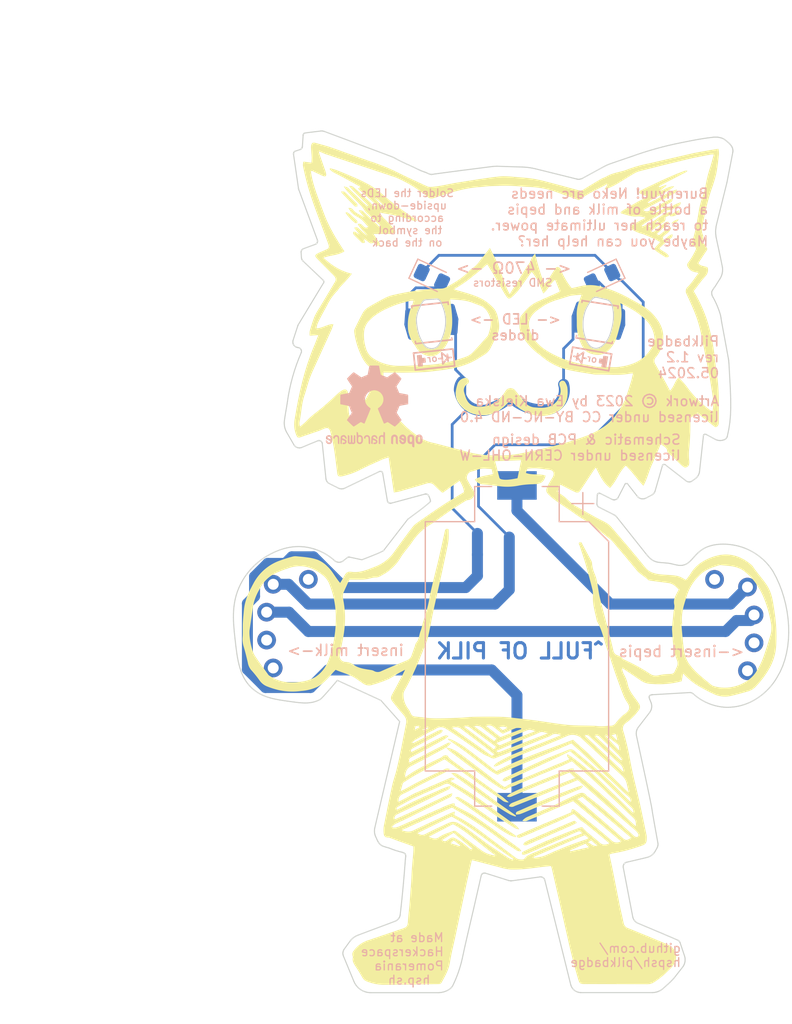
<source format=kicad_pcb>
(kicad_pcb (version 20240108) (generator "pcbnew") (generator_version "8.0")
  (layers (0 "F.Cu" signal) (31 "B.Cu" signal) (34 "B.Paste" user) (35 "F.Paste" user) (36 "B.SilkS" user "B.Silkscreen") (37 "F.SilkS" user "F.Silkscreen") (38 "B.Mask" user) (39 "F.Mask" user) (44 "Edge.Cuts" user))
  (net 0 "")
  (net 1 "Net-(D2-A)")
  (net 2 "Net-(D1-A)")
  (net 3 "Net-(J1-Pin_1)")
  (net 4 "+BATT")
  (net 9 "-BATT")
  (net 10 "Net-(J1-Pin_2)")
  (footprint "Critbit_lib:Neko_hands" (layer "F.Cu") (at 86 80.2)
    (property "Reference" "J1" (hide yes))
    (property "Value" "HAND_L")
  )
  (footprint "LED_SMD:LED_0805_2012Metric_Pad1.15x1.40mm_HandSolder" (layer "B.Cu") (at 116.25 52.25 -155)
    (property "Reference" "R2" (hide yes))
    (property "Value" "470")
  )
  (footprint "Critbit_lib:eyeled" (layer "B.Cu") (at 116.043177 56.220838 -9.5)
    (property "Reference" "D2" (hide yes))
    (property "Value" "LED" (hide yes))
  )
  (footprint "Symbol:OSHW-Logo2_9.8x8mm_SilkScreen" (layer "B.Cu") (at 95.5 64 180)
    (property "Reference" "REF**" (hide yes))
    (property "Value" "OSHW-Logo2_9.8x8mm_SilkScreen" (hide yes))
  )
  (footprint "Critbit_lib:Neko_hands" (layer "B.Cu") (at 129.795661 80.452986 180)
    (property "Reference" "J2" (hide yes))
    (property "Value" "HAND_R")
  )
  (footprint "Connector_PinHeader_2.54mm:PinHeader_1x01_P2.54mm_Vertical" (layer "B.Cu") (at 89.5 79.75 180)
    (property "Reference" "J4" (hide yes))
    (property "Value" "THUMB_L")
  )
  (footprint "Battery:BatteryHolder_Keystone_1060_1x2032" (layer "B.Cu") (at 108.5 85.85 -90)
    (property "Reference" "BT1" (hide yes))
    (property "Value" "Battery_Cell")
  )
  (footprint "Connector_PinHeader_2.54mm:PinHeader_1x01_P2.54mm_Vertical" (layer "B.Cu") (at 126.5 79.75 180)
    (property "Reference" "J3" (hide yes))
    (property "Value" "THUMB_R")
  )
  (footprint "LED_SMD:LED_0805_2012Metric_Pad1.15x1.40mm_HandSolder" (layer "B.Cu") (at 100.75 52.25 -25)
    (property "Reference" "R1" (hide yes))
    (property "Value" "470")
  )
  (footprint "Critbit_lib:eyeled" (layer "B.Cu") (at 100.580658 56.312544 -174)
    (property "Reference" "D1" (hide yes))
    (property "Value" "LED" (hide yes))
  )
  (gr_arc (start 103.250007 62.504086) (mid 103.313502 62.106654) (end 103.5 61.75) (stroke (width 1)) (layer "B.Cu") (net 9))
  (gr_arc (start 110.742609 64.301734) (mid 109.196052 63.991905) (end 107.884986 63.115014) (stroke (width 1)) (layer "B.Cu") (net 9))
  (gr_arc (start 106.285747 64.107239) (mid 104.338264 64.136221) (end 103.275535 62.504003) (stroke (width 1)) (layer "B.Cu") (net 9))
  (gr_arc (start 112.75 62) (mid 112.371666 63.696258) (end 110.742609 64.301735) (stroke (width 1)) (layer "B.Cu") (net 9))
  (gr_arc (start 107.884986 63.115014) (mid 107.143567 63.704934) (end 106.285747 64.10724) (stroke (width 1)) (layer "B.Cu") (net 9))
  (gr_line (start 102.195411 59.575486) (end 102.493768 59.544128) (stroke (width 0.15)) (layer "B.SilkS"))
  (gr_line (start 117.182356 58.275905) (end 113.896844 57.765992) (stroke (width 0.15)) (layer "B.SilkS"))
  (gr_line (start 113.896844 57.765992) (end 113.926112 57.565133) (stroke (width 0.15)) (layer "B.SilkS"))
  (gr_poly (pts (xy 99.463164 59.410178) (xy 99.761521 59.37882) (xy 99.855596 60.27389) (xy 99.55724 60.305248)) (stroke (width 0.15)) (fill solid) (layer "B.SilkS"))
  (gr_line (start 101.69815 59.627751) (end 101.399794 59.659109) (stroke (width 0.15)) (layer "B.SilkS"))
  (gr_line (start 102.826021 60.313613) (end 99.245742 60.689916) (stroke (width 0.15)) (layer "B.SilkS"))
  (gr_line (start 113.982962 59.494747) (end 113.68752 59.442653) (stroke (width 0.15)) (layer "B.SilkS"))
  (gr_line (start 98.914051 54.866579) (end 102.219587 54.508764) (stroke (width 0.15)) (layer "B.SilkS"))
  (gr_line (start 113.580236 58.611394) (end 117.125544 59.236528) (stroke (width 0.15)) (layer "B.SilkS"))
  (gr_line (start 117.200258 58.115909) (end 117.182356 58.275905) (stroke (width 0.15)) (layer "B.SilkS"))
  (gr_line (start 102.669228 58.82183) (end 102.826021 60.313613) (stroke (width 0.15)) (layer "B.SilkS"))
  (gr_line (start 101.645886 59.13049) (end 102.195411 59.575486) (stroke (width 0.15)) (layer "B.SilkS"))
  (gr_line (start 102.553056 57.775249) (end 102.577174 57.934427) (stroke (width 0.15)) (layer "B.SilkS"))
  (gr_line (start 102.195411 59.575486) (end 101.750414 60.125012) (stroke (width 0.15)) (layer "B.SilkS"))
  (gr_line (start 114.420167 54.524502) (end 114.438069 54.364505) (stroke (width 0.15)) (layer "B.SilkS"))
  (gr_line (start 102.195411 59.575486) (end 102.164053 59.27713) (stroke (width 0.15)) (layer "B.SilkS"))
  (gr_line (start 113.982962 59.494747) (end 114.56219 59.089167) (stroke (width 0.15)) (layer "B.SilkS"))
  (gr_line (start 114.475366 59.581571) (end 114.770808 59.633666) (stroke (width 0.15)) (layer "B.SilkS"))
  (gr_line (start 99.083723 59.148407) (end 102.664002 58.772104) (stroke (width 0.15)) (layer "B.SilkS"))
  (gr_line (start 98.938169 55.025757) (end 98.914051 54.866579) (stroke (width 0.15)) (layer "B.SilkS"))
  (gr_poly (pts (xy 116.320453 60.059224) (xy 116.025011 60.007129) (xy 116.077106 59.711687) (xy 116.372548 59.763781)) (stroke (width 0.15)) (fill solid) (layer "B.SilkS"))
  (gr_line (start 102.164053 59.27713) (end 102.22677 59.873843) (stroke (width 0.15)) (layer "B.SilkS"))
  (gr_poly (pts (xy 116.563801 60.406761) (xy 116.268359 60.354666) (xy 116.424642 59.468339) (xy 116.720085 59.520434)) (stroke (width 0.15)) (fill solid) (layer "B.SilkS"))
  (gr_line (start 113.319764 60.088606) (end 113.580236 58.611394) (stroke (width 0.15)) (layer "B.SilkS"))
  (gr_line (start 114.56219 59.089167) (end 114.388542 60.073975) (stroke (width 0.15)) (layer "B.SilkS"))
  (gr_poly (pts (xy 99.792879 59.677176) (xy 100.091236 59.645818) (xy 100.122594 59.944174) (xy 99.824238 59.975533)) (stroke (width 0.15)) (fill solid) (layer "B.SilkS"))
  (gr_line (start 102.219587 54.508764) (end 102.243303 54.710354) (stroke (width 0.15)) (layer "B.SilkS"))
  (gr_line (start 114.388542 60.073975) (end 113.982962 59.494747) (stroke (width 0.15)) (layer "B.SilkS"))
  (gr_line (start 117.723581 54.874418) (end 117.694313 55.075277) (stroke (width 0.15)) (layer "B.SilkS"))
  (gr_line (start 113.930868 59.790189) (end 114.035057 59.199305) (stroke (width 0.15)) (layer "B.SilkS"))
  (gr_line (start 102.577174 57.934427) (end 99.271638 58.292242) (stroke (width 0.15)) (layer "B.SilkS"))
  (gr_line (start 101.750414 60.125012) (end 101.645886 59.13049) (stroke (width 0.15)) (layer "B.SilkS"))
  (gr_line (start 117.125544 59.236528) (end 116.85639 60.76298) (stroke (width 0.15)) (layer "B.SilkS"))
  (gr_line (start 114.438069 54.364505) (end 117.723581 54.874418) (stroke (width 0.15)) (layer "B.SilkS"))
  (gr_line (start 99.271638 58.292242) (end 99.247922 58.090652) (stroke (width 0.15)) (layer "B.SilkS"))
  (gr_line (start 99.245742 60.689916) (end 99.083723 59.148407) (stroke (width 0.15)) (layer "B.SilkS"))
  (gr_line (start 113.982962 59.494747) (end 113.930868 59.790189) (stroke (width 0.15)) (layer "B.SilkS"))
  (gr_line (start 116.85639 60.76298) (end 113.311082 60.137846) (stroke (width 0.15)) (layer "B.SilkS"))
  (gr_poly (pts (xy 93.003744 46.32359) (xy 93.044003 46.344428) (xy 93.083745 46.36621) (xy 93.122954 46.388924) (xy 93.161614 46.412561) (xy 93.199708 46.437111) (xy 93.23722 46.462565) (xy 93.274134 46.488913) (xy 93.35988 46.563401) (xy 93.444873 46.638699) (xy 93.529113 46.714808) (xy 93.612602 46.791727) (xy 93.695337 46.869457) (xy 93.777321 46.947997) (xy 93.858552 47.027347) (xy 93.939031 47.107508) (xy 93.942333 47.111146) (xy 93.945303 47.115105) (xy 93.947959 47.119369) (xy 93.950317 47.123923) (xy 93.952392 47.128751) (xy 93.954202 47.133838) (xy 93.955762 47.139167) (xy 93.957088 47.144723) (xy 93.959107 47.156455) (xy 93.960387 47.168909) (xy 93.96106 47.181959) (xy 93.961256 47.195482) (xy 93.960735 47.223445) (xy 93.959866 47.251798) (xy 93.959628 47.265809) (xy 93.959693 47.279543) (xy 93.960192 47.292876) (xy 93.961255 47.305682) (xy 93.948143 47.306069) (xy 93.934581 47.307125) (xy 93.920682 47.308698) (xy 93.906561 47.310631) (xy 93.878107 47.314961) (xy 93.850131 47.318878) (xy 93.836606 47.320296) (xy 93.823543 47.321147) (xy 93.811055 47.321275) (xy 93.799256 47.320528) (xy 93.78826 47.31875) (xy 93.783099 47.317425) (xy 93.778181 47.315786) (xy 93.773521 47.313811) (xy 93.769133 47.311481) (xy 93.765031 47.308778) (xy 93.76123 47.305682) (xy 93.698338 47.256152) (xy 93.636473 47.20543) (xy 93.575651 47.153534) (xy 93.515887 47.100481) (xy 93.457198 47.046286) (xy 93.399598 46.990967) (xy 93.343105 46.934541) (xy 93.287733 46.877025) (xy 93.233499 46.818434) (xy 93.180418 46.758786) (xy 93.128507 46.698098) (xy 93.077781 46.636387) (xy 93.028255 46.573669) (xy 92.979947 46.50996) (xy 92.932871 46.445278) (xy 92.887043 46.37964) (xy 92.962985 46.303703)) (fill solid) (layer "F.SilkS"))
  (gr_poly (pts (xy 93.687389 48.086737) (xy 93.695801 48.087644) (xy 93.70428 48.089113) (xy 93.712813 48.091103) (xy 93.721388 48.093573) (xy 93.729993 48.096483) (xy 93.738615 48.099791) (xy 93.755865 48.107442) (xy 93.773038 48.1162) (xy 93.790038 48.125738) (xy 93.806766 48.135733) (xy 93.839019 48.155788) (xy 93.88245 48.181365) (xy 93.925315 48.207963) (xy 93.967747 48.235386) (xy 94.009875 48.263438) (xy 94.177951 48.378037) (xy 94.568741 48.748453) (xy 94.650233 49.074419) (xy 94.641009 49.082244) (xy 94.631432 49.089534) (xy 94.621525 49.096279) (xy 94.611312 49.102475) (xy 94.600817 49.108112) (xy 94.590062 49.113183) (xy 94.579071 49.11768) (xy 94.567868 49.121597) (xy 94.556477 49.124925) (xy 94.54492 49.127658) (xy 94.533221 49.129786) (xy 94.521405 49.131304) (xy 94.509493 49.132203) (xy 94.497511 49.132476) (xy 94.485481 49.132115) (xy 94.473426 49.131113) (xy 94.461442 49.129473) (xy 94.449621 49.127213) (xy 94.437984 49.124344) (xy 94.426552 49.12088) (xy 94.415347 49.116833) (xy 94.40439 49.112214) (xy 94.393703 49.107038) (xy 94.383306 49.101315) (xy 94.373222 49.095059) (xy 94.36347 49.088282) (xy 94.354073 49.080997) (xy 94.345052 49.073216) (xy 94.336428 49.064951) (xy 94.328223 49.056214) (xy 94.320457 49.04702) (xy 94.313152 49.037379) (xy 93.976304 48.71118) (xy 93.892689 48.629143) (xy 93.809703 48.546432) (xy 93.727542 48.462809) (xy 93.646401 48.378037) (xy 93.636477 48.366534) (xy 93.627302 48.354542) (xy 93.618888 48.342098) (xy 93.611245 48.329238) (xy 93.604384 48.315999) (xy 93.598313 48.302417) (xy 93.593045 48.288529) (xy 93.588589 48.274371) (xy 93.584956 48.25998) (xy 93.582156 48.245393) (xy 93.5802 48.230645) (xy 93.579097 48.215774) (xy 93.578858 48.200817) (xy 93.579494 48.185809) (xy 93.581015 48.170787) (xy 93.583431 48.155788) (xy 93.589631 48.14456) (xy 93.596069 48.134464) (xy 93.602731 48.125458) (xy 93.609607 48.117502) (xy 93.616683 48.110555) (xy 93.623948 48.104577) (xy 93.631389 48.099527) (xy 93.638994 48.095364) (xy 93.646751 48.092047) (xy 93.654648 48.089537) (xy 93.662672 48.087791) (xy 93.670812 48.086769) (xy 93.679055 48.086431)) (fill solid) (layer "F.SilkS"))
  (gr_poly (pts (xy 103.818315 61.402703) (xy 103.832367 61.403846) (xy 103.846322 61.405624) (xy 103.873857 61.411055) (xy 103.900747 61.418935) (xy 103.926818 61.429205) (xy 103.951896 61.441806) (xy 103.964008 61.448962) (xy 103.975807 61.456678) (xy 103.987271 61.464947) (xy 103.998378 61.473762) (xy 104.009107 61.483114) (xy 104.019435 61.492997) (xy 104.029341 61.503403) (xy 104.038803 61.514324) (xy 104.047801 61.525754) (xy 104.056311 61.537684) (xy 104.064312 61.550108) (xy 104.071782 61.563018) (xy 104.080364 61.574896) (xy 104.088235 61.587163) (xy 104.095388 61.599787) (xy 104.101816 61.612735) (xy 104.107513 61.625977) (xy 104.112471 61.63948) (xy 104.116683 61.653213) (xy 104.120142 61.667145) (xy 104.122843 61.681244) (xy 104.124776 61.695478) (xy 104.125936 61.709815) (xy 104.126316 61.724225) (xy 104.125909 61.738675) (xy 104.124707 61.753134) (xy 104.122704 61.76757) (xy 104.119893 61.781952) (xy 104.116292 61.796157) (xy 104.111937 61.810066) (xy 104.106848 61.823653) (xy 104.101045 61.836893) (xy 104.094547 61.84976) (xy 104.087375 61.862229) (xy 104.079547 61.874273) (xy 104.071084 61.885868) (xy 104.062006 61.896988) (xy 104.052332 61.907606) (xy 104.042082 61.917699) (xy 104.031276 61.927238) (xy 104.019934 61.9362) (xy 104.008075 61.944559) (xy 103.995719 61.952288) (xy 103.982886 61.959363) (xy 103.958743 61.974639) (xy 103.935452 61.990815) (xy 103.913025 62.007858) (xy 103.891475 62.025733) (xy 103.870814 62.044406) (xy 103.851056 62.063844) (xy 103.832214 62.084013) (xy 103.814299 62.104878) (xy 103.797324 62.126405) (xy 103.781303 62.148561) (xy 103.766248 62.171311) (xy 103.752172 62.194621) (xy 103.739088 62.218458) (xy 103.727007 62.242787) (xy 103.715944 62.267574) (xy 103.70591 62.292786) (xy 103.696919 62.318388) (xy 103.688983 62.344346) (xy 103.682115 62.370627) (xy 103.676328 62.397196) (xy 103.671634 62.424019) (xy 103.668046 62.451062) (xy 103.665577 62.478292) (xy 103.66424 62.505673) (xy 103.664047 62.533173) (xy 103.665011 62.560757) (xy 103.667145 62.588391) (xy 103.670461 62.616042) (xy 103.674973 62.643674) (xy 103.680693 62.671255) (xy 103.687633 62.69875) (xy 103.695807 62.726124) (xy 103.736271 62.882795) (xy 103.779818 63.031017) (xy 103.827401 63.17046) (xy 103.879976 63.300793) (xy 103.938497 63.421684) (xy 103.970287 63.478485) (xy 104.003921 63.532803) (xy 104.039519 63.584594) (xy 104.077201 63.633818) (xy 104.117086 63.680434) (xy 104.159294 63.724399) (xy 104.203943 63.765674) (xy 104.251153 63.804215) (xy 104.301043 63.839983) (xy 104.353733 63.872935) (xy 104.409343 63.90303) (xy 104.467991 63.930227) (xy 104.529797 63.954485) (xy 104.594881 63.975762) (xy 104.663361 63.994016) (xy 104.735357 64.009207) (xy 104.810988 64.021293) (xy 104.890375 64.030232) (xy 104.973635 64.035984) (xy 105.060889 64.038506) (xy 105.152256 64.037758) (xy 105.247856 64.033698) (xy 105.430364 64.017297) (xy 105.60639 63.989827) (xy 105.776052 63.951591) (xy 105.939465 63.902894) (xy 106.096747 63.84404) (xy 106.248014 63.775332) (xy 106.393383 63.697074) (xy 106.532971 63.60957) (xy 106.666893 63.513124) (xy 106.795268 63.40804) (xy 106.918211 63.294621) (xy 107.035839 63.173172) (xy 107.14827 63.043997) (xy 107.255618 62.907399) (xy 107.358002 62.763682) (xy 107.455538 62.61315) (xy 107.470125 62.588286) (xy 107.485959 62.564379) (xy 107.502991 62.541467) (xy 107.521171 62.519586) (xy 107.540449 62.498774) (xy 107.560774 62.479067) (xy 107.582097 62.460502) (xy 107.604368 62.443116) (xy 107.627537 62.426946) (xy 107.651554 62.412029) (xy 107.676369 62.398401) (xy 107.701932 62.3861) (xy 107.728193 62.375163) (xy 107.755102 62.365625) (xy 107.782609 62.357525) (xy 107.810665 62.3509) (xy 107.83904 62.345813) (xy 107.867498 62.342297) (xy 107.89598 62.340338) (xy 107.924425 62.339921) (xy 107.952772 62.341033) (xy 107.98096 62.34366) (xy 108.00893 62.347787) (xy 108.03662 62.353402) (xy 108.063971 62.360489) (xy 108.090921 62.369035) (xy 108.11741 62.379025) (xy 108.143378 62.390447) (xy 108.168764 62.403286) (xy 108.193507 62.417527) (xy 108.217547 62.433158) (xy 108.240824 62.450164) (xy 108.284472 62.493053) (xy 108.32706 62.536958) (xy 108.368572 62.581857) (xy 108.408989 62.627732) (xy 108.448296 62.674561) (xy 108.486476 62.722326) (xy 108.523511 62.771006) (xy 108.559384 62.820581) (xy 108.648985 62.930925) (xy 108.737588 63.042137) (xy 108.914057 63.265083) (xy 109.003052 63.375774) (xy 109.093305 63.48525) (xy 109.185382 63.59299) (xy 109.279847 63.698472) (xy 109.323576 63.743175) (xy 109.369268 63.785468) (xy 109.41682 63.825306) (xy 109.466129 63.862641) (xy 109.517095 63.897428) (xy 109.569613 63.929619) (xy 109.623583 63.959168) (xy 109.678902 63.986028) (xy 109.735467 64.010153) (xy 109.793176 64.031496) (xy 109.851928 64.05001) (xy 109.911618 64.065649) (xy 109.972147 64.078367) (xy 110.03341 64.088115) (xy 110.095306 64.094849) (xy 110.157733 64.098522) (xy 110.24295 64.1062) (xy 110.328248 64.112743) (xy 110.413618 64.118152) (xy 110.499047 64.122425) (xy 110.584527 64.125563) (xy 110.670044 64.127564) (xy 110.755589 64.128429) (xy 110.841151 64.128157) (xy 110.991308 64.116389) (xy 111.137871 64.095487) (xy 111.280239 64.065171) (xy 111.417814 64.025161) (xy 111.549995 63.975179) (xy 111.613875 63.94636) (xy 111.676183 63.914944) (xy 111.736842 63.880894) (xy 111.795778 63.844177) (xy 111.852916 63.804757) (xy 111.908181 63.762599) (xy 111.961498 63.717668) (xy 112.012793 63.66993) (xy 112.061989 63.619349) (xy 112.109013 63.565891) (xy 112.153789 63.50952) (xy 112.196242 63.450202) (xy 112.236298 63.387902) (xy 112.273881 63.322585) (xy 112.308916 63.254215) (xy 112.34133 63.182759) (xy 112.371045 63.10818) (xy 112.397989 63.030444) (xy 112.422085 62.949517) (xy 112.443258 62.865363) (xy 112.461435 62.777947) (xy 112.476539 62.687234) (xy 112.478479 62.635656) (xy 112.478532 62.584093) (xy 112.476703 62.532598) (xy 112.472997 62.48122) (xy 112.467419 62.430012) (xy 112.459973 62.379025) (xy 112.450663 62.32831) (xy 112.439494 62.277919) (xy 112.436669 62.261661) (xy 112.433127 62.245516) (xy 112.428978 62.229469) (xy 112.42433 62.213503) (xy 112.41397 62.181751) (xy 112.402915 62.150128) (xy 112.392034 62.118505) (xy 112.38693 62.102653) (xy 112.382195 62.086752) (xy 112.377937 62.070786) (xy 112.374266 62.054738) (xy 112.371288 62.038593) (xy 112.369114 62.022334) (xy 112.36681 62.008992) (xy 112.365118 61.995668) (xy 112.364027 61.98238) (xy 112.363531 61.969144) (xy 112.363618 61.955974) (xy 112.364282 61.942889) (xy 112.367299 61.917034) (xy 112.372512 61.89171) (xy 112.379849 61.867045) (xy 112.389238 61.84317) (xy 112.400609 61.820215) (xy 112.413889 61.798309) (xy 112.429007 61.777582) (xy 112.445893 61.758164) (xy 112.464474 61.740185) (xy 112.484679 61.723774) (xy 112.495369 61.716198) (xy 112.506438 61.709062) (xy 112.517877 61.702384) (xy 112.529677 61.696178) (xy 112.541831 61.690463) (xy 112.554327 61.685253) (xy 112.567235 61.680181) (xy 112.580243 61.675812) (xy 112.59333 61.672139) (xy 112.606474 61.669151) (xy 112.619654 61.66684) (xy 112.632846 61.665198) (xy 112.646029 61.664214) (xy 112.65918 61.663881) (xy 112.672279 61.66419) (xy 112.685301 61.665131) (xy 112.698227 61.666695) (xy 112.711033 61.668875) (xy 112.723697 61.67166) (xy 112.736198 61.675042) (xy 112.748513 61.679013) (xy 112.76062 61.683562) (xy 112.772497 61.688682) (xy 112.784122 61.694363) (xy 112.795473 61.700596) (xy 112.806529 61.707374) (xy 112.817266 61.714686) (xy 112.827663 61.722523) (xy 112.837697 61.730878) (xy 112.847348 61.739741) (xy 112.856591 61.749102) (xy 112.865407 61.758954) (xy 112.873772 61.769287) (xy 112.881664 61.780093) (xy 112.889062 61.791362) (xy 112.895943 61.803086) (xy 112.902285 61.815256) (xy 112.908066 61.827862) (xy 112.924244 61.854259) (xy 112.939828 61.880982) (xy 112.954814 61.908018) (xy 112.969197 61.93536) (xy 112.982973 61.962995) (xy 112.996139 61.990915) (xy 113.00869 62.019108) (xy 113.020621 62.047565) (xy 113.031929 62.076276) (xy 113.042609 62.105229) (xy 113.052658 62.134415) (xy 113.062071 62.163824) (xy 113.070844 62.193445) (xy 113.078972 62.223269) (xy 113.086452 62.253284) (xy 113.09328 62.283481) (xy 113.113844 62.502529) (xy 113.120537 62.713656) (xy 113.11316 62.916664) (xy 113.091515 63.11136) (xy 113.055404 63.297549) (xy 113.031862 63.387391) (xy 113.00463 63.475034) (xy 112.973681 63.560451) (xy 112.938993 63.64362) (xy 112.90054 63.724515) (xy 112.858297 63.803112) (xy 112.812239 63.879387) (xy 112.762342 63.953315) (xy 112.708582 64.024872) (xy 112.650932 64.094034) (xy 112.589369 64.160775) (xy 112.523868 64.225072) (xy 112.454403 64.286901) (xy 112.380951 64.346236) (xy 112.303486 64.403053) (xy 112.221984 64.457328) (xy 112.13642 64.509037) (xy 112.04677 64.558155) (xy 111.953007 64.604657) (xy 111.855109 64.64852) (xy 111.646803 64.728229) (xy 111.501035 64.77103) (xy 111.353956 64.806161) (xy 111.205854 64.833647) (xy 111.057019 64.853518) (xy 110.907738 64.865799) (xy 110.758301 64.870519) (xy 110.608995 64.867704) (xy 110.460108 64.857383) (xy 110.31193 64.839581) (xy 110.164748 64.814328) (xy 110.018851 64.781648) (xy 109.874527 64.741572) (xy 109.732065 64.694124) (xy 109.591754 64.639333) (xy 109.45388 64.577227) (xy 109.318734 64.507831) (xy 109.250067 64.475315) (xy 109.181882 64.441824) (xy 109.11419 64.407366) (xy 109.047 64.371946) (xy 108.980324 64.335569) (xy 108.914171 64.298241) (xy 108.848552 64.259968) (xy 108.783478 64.220754) (xy 108.722961 64.177835) (xy 108.663175 64.133931) (xy 108.604132 64.08905) (xy 108.545842 64.043202) (xy 108.488318 63.996397) (xy 108.431572 63.948645) (xy 108.375614 63.899955) (xy 108.320458 63.850337) (xy 108.232569 63.765315) (xy 108.141036 63.67439) (xy 108.041517 63.573742) (xy 107.929672 63.459548) (xy 107.880167 63.50367) (xy 107.832985 63.544775) (xy 107.745155 63.62045) (xy 107.70429 63.656279) (xy 107.665313 63.691609) (xy 107.628116 63.727069) (xy 107.59259 63.763288) (xy 107.488856 63.870978) (xy 107.382502 63.974372) (xy 107.273466 64.073171) (xy 107.161691 64.167072) (xy 107.047116 64.255776) (xy 106.929681 64.33898) (xy 106.809327 64.416383) (xy 106.685994 64.487685) (xy 106.559623 64.552585) (xy 106.430153 64.61078) (xy 106.297525 64.661971) (xy 106.16168 64.705856) (xy 106.022558 64.742133) (xy 105.880099 64.770502) (xy 105.734244 64.790662) (xy 105.584932 64.802311) (xy 105.400702 64.806447) (xy 105.219745 64.801367) (xy 105.042293 64.786883) (xy 104.86858 64.762809) (xy 104.698838 64.728958) (xy 104.533302 64.685141) (xy 104.372204 64.631172) (xy 104.215778 64.566864) (xy 104.064257 64.49203) (xy 103.917875 64.406482) (xy 103.776865 64.310033) (xy 103.641459 64.202496) (xy 103.511892 64.083683) (xy 103.388397 63.953409) (xy 103.271206 63.811485) (xy 103.160554 63.657724) (xy 103.127243 63.605458) (xy 103.096712 63.55285) (xy 103.068887 63.499917) (xy 103.043696 63.446677) (xy 103.021065 63.393144) (xy 103.00092 63.339337) (xy 102.967794 63.230963) (xy 102.943729 63.121689) (xy 102.928137 63.011647) (xy 102.920429 62.90097) (xy 102.920016 62.789791) (xy 102.92631 62.678243) (xy 102.938722 62.56646) (xy 102.956662 62.454573) (xy 102.979543 62.342716) (xy 103.006776 62.231021) (xy 103.037771 62.119623) (xy 103.071941 62.008653) (xy 103.108696 61.898244) (xy 103.129816 61.854635) (xy 103.15328 61.812572) (xy 103.178997 61.772128) (xy 103.206877 61.73338) (xy 103.23683 61.696402) (xy 103.268766 61.661268) (xy 103.302594 61.628054) (xy 103.338223 61.596833) (xy 103.375564 61.567682) (xy 103.414527 61.540673) (xy 103.45502 61.515883) (xy 103.496954 61.493385) (xy 103.540237 61.473255) (xy 103.584781 61.455567) (xy 103.630495 61.440396) (xy 103.677287 61.427817) (xy 103.691106 61.422204) (xy 103.705046 61.417299) (xy 103.719085 61.413097) (xy 103.733202 61.409589) (xy 103.747375 61.406767) (xy 103.761581 61.404625) (xy 103.7758 61.403155) (xy 103.79001 61.40235) (xy 103.804189 61.402201)) (fill solid) (layer "F.SilkS"))
  (gr_poly (pts (xy 123.963599 42.538907) (xy 123.988172 42.540366) (xy 124.012725 42.542672) (xy 124.037234 42.545829) (xy 124.017838 42.566236) (xy 123.997872 42.586062) (xy 123.977348 42.605293) (xy 123.95628 42.623919) (xy 123.934683 42.641929) (xy 123.912569 42.65931) (xy 123.889952 42.676051) (xy 123.866845 42.692141) (xy 122.892648 43.199381) (xy 121.9129 43.705232) (xy 121.850554 43.738345) (xy 121.788492 43.772196) (xy 121.664952 43.840897) (xy 121.541759 43.908903) (xy 121.480129 43.941886) (xy 121.418392 43.973783) (xy 121.449877 44.053423) (xy 122.072174 43.833024) (xy 122.116624 43.897847) (xy 121.48136 44.429396) (xy 121.57126 44.393327) (xy 121.658564 44.355027) (xy 121.826977 44.274428) (xy 121.989791 44.193006) (xy 122.150195 44.116162) (xy 122.230491 44.081147) (xy 122.311381 44.049303) (xy 122.393264 44.021306) (xy 122.476539 43.997832) (xy 122.561604 43.979556) (xy 122.648859 43.967153) (xy 122.693432 43.963366) (xy 122.738702 43.9613) (xy 122.784719 43.96104) (xy 122.831532 43.962671) (xy 122.785057 44.005049) (xy 122.73774 44.046456) (xy 122.689597 44.08688) (xy 122.640644 44.126308) (xy 122.590896 44.164728) (xy 122.540369 44.202128) (xy 122.489077 44.238496) (xy 122.437037 44.27382) (xy 122.016729 44.50837) (xy 121.59156 44.738925) (xy 121.165002 44.968439) (xy 120.740528 45.199863) (xy 120.699197 45.226851) (xy 120.658346 45.254542) (xy 120.617985 45.282929) (xy 120.578121 45.312006) (xy 120.538765 45.341766) (xy 120.499925 45.372202) (xy 120.46161 45.403308) (xy 120.423829 45.435077) (xy 120.464567 45.505456) (xy 120.554798 45.463205) (xy 120.644682 45.421649) (xy 120.733871 45.379399) (xy 120.778097 45.357579) (xy 120.82202 45.335064) (xy 121.696666 44.877368) (xy 122.134684 44.649302) (xy 122.57409 44.42384) (xy 122.635953 44.399118) (xy 122.698229 44.375497) (xy 122.760903 44.35298) (xy 122.823959 44.331575) (xy 122.887383 44.311284) (xy 122.951159 44.292113) (xy 123.015272 44.274068) (xy 123.079709 44.257152) (xy 123.068107 44.295135) (xy 123.054303 44.332092) (xy 123.038369 44.367944) (xy 123.020377 44.402614) (xy 123.0004 44.436022) (xy 122.97851 44.468092) (xy 122.954781 44.498745) (xy 122.929284 44.527902) (xy 122.902093 44.555486) (xy 122.87328 44.581418) (xy 122.842918 44.60562) (xy 122.811079 44.628015) (xy 122.777835 44.648523) (xy 122.743261 44.667066) (xy 122.707427 44.683568) (xy 122.670407 44.697948) (xy 121.517016 45.319553) (xy 120.360853 45.936991) (xy 120.321362 45.958185) (xy 120.281763 45.980139) (xy 120.200416 46.026586) (xy 120.113167 46.076853) (xy 120.016367 46.131461) (xy 120.032567 46.144951) (xy 120.049214 46.157613) (xy 120.06628 46.169445) (xy 120.083736 46.180446) (xy 120.101556 46.190616) (xy 120.119709 46.199954) (xy 120.138169 46.208459) (xy 120.156906 46.216131) (xy 120.175893 46.222968) (xy 120.195101 46.22897) (xy 120.214502 46.234136) (xy 120.234068 46.238466) (xy 120.25377 46.241958) (xy 120.273581 46.244611) (xy 120.313413 46.2474) (xy 120.353338 46.246826) (xy 120.373265 46.245277) (xy 120.393131 46.242884) (xy 120.412907 46.239647) (xy 120.432565 46.235566) (xy 120.452077 46.230639) (xy 120.471414 46.224867) (xy 120.490549 46.218247) (xy 120.509453 46.21078) (xy 120.528097 46.202464) (xy 120.546454 46.193298) (xy 120.564495 46.183283) (xy 120.582192 46.172417) (xy 120.599516 46.160699) (xy 120.61644 46.148129) (xy 121.020771 45.917661) (xy 121.426261 45.689276) (xy 121.832909 45.462974) (xy 122.240715 45.238757) (xy 122.292903 45.215907) (xy 122.345488 45.19402) (xy 122.398454 45.1731) (xy 122.451788 45.153153) (xy 122.505478 45.134182) (xy 122.55951 45.116194) (xy 122.61387 45.099192) (xy 122.668546 45.083182) (xy 122.670489 45.098239) (xy 122.671754 45.113247) (xy 122.67235 45.128189) (xy 122.672289 45.143046) (xy 122.67158 45.157802) (xy 122.670234 45.172439) (xy 122.665675 45.201285) (xy 122.658696 45.229443) (xy 122.64938 45.256773) (xy 122.637813 45.283134) (xy 122.624078 45.308386) (xy 122.60826 45.332388) (xy 122.590443 45.355) (xy 122.570712 45.37608) (xy 122.549151 45.395489) (xy 122.525845 45.413086) (xy 122.513563 45.421161) (xy 122.500877 45.428731) (xy 122.487796 45.435777) (xy 122.474332 45.442282) (xy 122.460495 45.448228) (xy 122.446295 45.453599) (xy 122.201994 45.600087) (xy 121.955956 45.74345) (xy 121.462838 46.027744) (xy 120.890545 46.366676) (xy 120.923881 46.433351) (xy 120.949174 46.428391) (xy 120.974337 46.422858) (xy 120.999361 46.416755) (xy 121.024236 46.410085) (xy 121.048953 46.402851) (xy 121.073502 46.395055) (xy 121.097873 46.386701) (xy 121.122056 46.37779) (xy 121.203082 46.338342) (xy 121.283738 46.298004) (xy 121.444551 46.215962) (xy 121.60571 46.134268) (xy 121.686799 46.094365) (xy 121.768432 46.055526) (xy 121.811146 46.030333) (xy 121.854448 46.006284) (xy 121.898315 45.983388) (xy 121.942722 45.961653) (xy 121.987646 45.941087) (xy 122.033064 45.921698) (xy 122.078953 45.903495) (xy 122.125289 45.886486) (xy 122.172049 45.870679) (xy 122.219209 45.856082) (xy 122.266746 45.842704) (xy 122.314636 45.830552) (xy 122.362857 45.819636) (xy 122.411384 45.809964) (xy 122.460195 45.801543) (xy 122.509266 45.794382) (xy 122.523314 45.793992) (xy 122.537331 45.792847) (xy 122.551321 45.790985) (xy 122.565283 45.788442) (xy 122.579222 45.785256) (xy 122.593138 45.781465) (xy 122.62091 45.772215) (xy 122.648618 45.760989) (xy 122.676277 45.748087) (xy 122.703904 45.733806) (xy 122.731514 45.718446) (xy 122.842118 45.652176) (xy 122.869891 45.635894) (xy 122.897746 45.620322) (xy 122.925698 45.60576) (xy 122.953764 45.592505) (xy 123.008856 45.568747) (xy 123.062515 45.546898) (xy 123.116088 45.526091) (xy 123.170919 45.505458) (xy 123.289742 45.461239) (xy 123.356424 45.435917) (xy 123.429749 45.407297) (xy 123.421261 45.434119) (xy 123.413767 45.459705) (xy 123.401214 45.507078) (xy 123.382056 45.586023) (xy 123.373281 45.617248) (xy 123.368619 45.630722) (xy 123.363594 45.642743) (xy 123.35807 45.653287) (xy 123.351911 45.662334) (xy 123.344981 45.669862) (xy 123.337146 45.675848) (xy 123.240967 45.736233) (xy 123.144181 45.795336) (xy 122.949135 45.910831) (xy 122.555566 46.138869) (xy 122.554514 46.138911) (xy 122.553441 46.139034) (xy 122.552351 46.139232) (xy 122.551243 46.139498) (xy 122.548986 46.140212) (xy 122.546682 46.141126) (xy 122.544345 46.142193) (xy 122.54199 46.143362) (xy 122.537276 46.145815) (xy 122.534945 46.147) (xy 122.532649 46.148094) (xy 122.530403 46.149046) (xy 122.528218 46.149808) (xy 122.527154 46.150103) (xy 122.52611 46.150332) (xy 122.525088 46.150489) (xy 122.524091 46.150568) (xy 122.523119 46.150562) (xy 122.522175 46.150467) (xy 122.521261 46.150275) (xy 122.520377 46.149981) (xy 122.49047 46.14037) (xy 122.461158 46.132665) (xy 122.432417 46.126789) (xy 122.404224 46.122663) (xy 122.376554 46.120208) (xy 122.349384 46.119346) (xy 122.32269 46.119998) (xy 122.296449 46.122084) (xy 122.270636 46.125528) (xy 122.245228 46.130249) (xy 122.220201 46.136169) (xy 122.195532 46.14321) (xy 122.14717 46.160338) (xy 122.099954 46.181004) (xy 122.053692 46.204578) (xy 122.008196 46.230431) (xy 121.918739 46.286457) (xy 121.830063 46.344045) (xy 121.785544 46.371851) (xy 121.74065 46.39816) (xy 121.650764 46.449508) (xy 121.56155 46.501963) (xy 121.384358 46.609065) (xy 121.207513 46.71721) (xy 121.029451 46.82414) (xy 120.816086 46.948026) (xy 120.601853 47.070697) (xy 120.387967 47.193716) (xy 120.175645 47.318645) (xy 120.154956 47.331357) (xy 120.134544 47.344466) (xy 120.094442 47.371719) (xy 120.055121 47.400101) (xy 120.016364 47.429308) (xy 119.939677 47.48898) (xy 119.901311 47.518838) (xy 119.862642 47.548304) (xy 119.905241 47.622387) (xy 119.925554 47.617208) (xy 119.945762 47.611653) (xy 119.965859 47.605724) (xy 119.985841 47.599423) (xy 120.005702 47.592751) (xy 120.025438 47.58571) (xy 120.045043 47.578302) (xy 120.064513 47.570529) (xy 120.50647 47.351752) (xy 120.681757 47.263082) (xy 121.129466 47.263082) (xy 121.160954 47.311236) (xy 121.414688 47.1464) (xy 121.360975 47.077874) (xy 121.129466 47.263082) (xy 120.681757 47.263082) (xy 120.726319 47.24054) (xy 120.944258 47.12603) (xy 120.988823 47.099726) (xy 121.032729 47.072379) (xy 121.075959 47.044002) (xy 121.118495 47.014608) (xy 121.160319 46.984209) (xy 121.201413 46.952818) (xy 121.241759 46.920448) (xy 121.281339 46.887111) (xy 121.418481 46.791561) (xy 121.558785 46.701006) (xy 121.702113 46.61552) (xy 121.848326 46.535175) (xy 121.997286 46.460044) (xy 122.148854 46.390201) (xy 122.302891 46.325717) (xy 122.459259 46.266666) (xy 122.459259 46.562996) (xy 122.452297 46.565966) (xy 122.445402 46.569082) (xy 122.438575 46.572343) (xy 122.43182 46.575747) (xy 122.425138 46.579293) (xy 122.418531 46.58298) (xy 122.412003 46.586808) (xy 122.405554 46.590774) (xy 122.405554 46.590775) (xy 122.016616 46.7908) (xy 122.021702 46.808384) (xy 122.025928 46.826029) (xy 122.029305 46.843709) (xy 122.031844 46.8614) (xy 122.033557 46.879079) (xy 122.034453 46.896719) (xy 122.034545 46.914296) (xy 122.033843 46.931786) (xy 122.032358 46.949164) (xy 122.0301 46.966405) (xy 122.023314 47.000379) (xy 122.013571 47.03351) (xy 122.00096 47.065602) (xy 121.985567 47.096456) (xy 121.967482 47.125876) (xy 121.946791 47.153664) (xy 121.935496 47.166885) (xy 121.923583 47.179623) (xy 121.911062 47.191855) (xy 121.897945 47.203556) (xy 121.884242 47.214701) (xy 121.869965 47.225266) (xy 121.855124 47.235225) (xy 121.839731 47.244555) (xy 121.823795 47.25323) (xy 121.80733 47.261226) (xy 121.532556 47.448577) (xy 121.262122 47.637664) (xy 120.72386 48.016879) (xy 120.734398 48.030903) (xy 120.744835 48.043823) (xy 120.755178 48.055662) (xy 120.765433 48.066443) (xy 120.775608 48.076191) (xy 120.785711 48.084929) (xy 120.795747 48.09268) (xy 120.805726 48.09947) (xy 120.815652 48.10532) (xy 120.825534 48.110256) (xy 120.835379 48.1143) (xy 120.845194 48.117477) (xy 120.854986 48.11981) (xy 120.864761 48.121323) (xy 120.874528 48.12204) (xy 120.884294 48.121984) (xy 120.894064 48.12118) (xy 120.903848 48.11965) (xy 120.91365 48.117419) (xy 120.92348 48.114511) (xy 120.933344 48.110949) (xy 120.943249 48.106756) (xy 120.953201 48.101958) (xy 120.96321 48.096576) (xy 120.97328 48.090636) (xy 120.98342 48.084161) (xy 121.003937 48.0697) (xy 121.024818 48.053383) (xy 121.046119 48.0354) (xy 121.247186 47.861537) (xy 121.450337 47.689988) (xy 121.655572 47.520754) (xy 121.86289 47.353835) (xy 121.885365 47.333909) (xy 121.908676 47.315164) (xy 121.932776 47.297621) (xy 121.957618 47.281297) (xy 121.983154 47.26621) (xy 122.009337 47.252378) (xy 122.036119 47.239821) (xy 122.063453 47.228556) (xy 122.091291 47.218601) (xy 122.119585 47.209975) (xy 122.148288 47.202696) (xy 122.177353 47.196783) (xy 122.206732 47.192253) (xy 122.236377 47.189125) (xy 122.26624 47.187418) (xy 122.296275 47.187149) (xy 122.291651 47.216029) (xy 122.285803 47.243672) (xy 122.278787 47.27013) (xy 122.270661 47.295456) (xy 122.26148 47.319703) (xy 122.251303 47.342926) (xy 122.240184 47.365176) (xy 122.228182 47.386508) (xy 122.215352 47.406974) (xy 122.201751 47.426629) (xy 122.187436 47.445524) (xy 122.172464 47.463713) (xy 122.140772 47.498188) (xy 122.107131 47.530479) (xy 122.071991 47.561012) (xy 122.035807 47.590213) (xy 121.962118 47.646322) (xy 121.889688 47.702214) (xy 121.855078 47.731143) (xy 121.822142 47.761296) (xy 121.756915 47.823453) (xy 121.689257 47.886283) (xy 121.548036 48.013874) (xy 121.251704 48.276175) (xy 121.259529 48.288546) (xy 121.26738 48.300306) (xy 121.275261 48.311453) (xy 121.283176 48.321985) (xy 121.291128 48.331898) (xy 121.299123 48.341189) (xy 121.307164 48.349857) (xy 121.315255 48.357898) (xy 121.3234 48.365309) (xy 121.331603 48.372088) (xy 121.339869 48.378233) (xy 121.348202 48.38374) (xy 121.356605 48.388606) (xy 121.365082 48.39283) (xy 121.373638 48.396408) (xy 121.382277 48.399337) (xy 121.391003 48.401616) (xy 121.39982 48.40324) (xy 121.408731 48.404208) (xy 121.417742 48.404517) (xy 121.426855 48.404164) (xy 121.436076 48.403146) (xy 121.445408 48.401461) (xy 121.454855 48.399106) (xy 121.464422 48.396077) (xy 121.474112 48.392374) (xy 121.48393 48.387992) (xy 121.493879 48.382929) (xy 121.503964 48.377182) (xy 121.514188 48.370749) (xy 121.524556 48.363627) (xy 121.535072 48.355813) (xy 121.8152 48.13449) (xy 121.88686 48.079159) (xy 121.959605 48.024522) (xy 122.033652 47.970927) (xy 122.109219 47.918721) (xy 122.134009 47.9018) (xy 122.159154 47.88546) (xy 122.184644 47.869708) (xy 122.210469 47.854547) (xy 122.236616 47.839984) (xy 122.263078 47.826022) (xy 122.289842 47.812666) (xy 122.316898 47.799921) (xy 122.344236 47.787792) (xy 122.371845 47.776284) (xy 122.399715 47.765402) (xy 122.427835 47.75515) (xy 122.456194 47.745534) (xy 122.484783 47.736557) (xy 122.513591 47.728226) (xy 122.542607 47.720544) (xy 122.533926 47.761798) (xy 122.523231 47.801238) (xy 122.510622 47.83896) (xy 122.496204 47.87506) (xy 122.480075 47.909634) (xy 122.46234 47.942777) (xy 122.443098 47.974587) (xy 122.422453 48.005158) (xy 122.400506 48.034588) (xy 122.377357 48.062971) (xy 122.353111 48.090404) (xy 122.327867 48.116982) (xy 122.274795 48.16796) (xy 122.218956 48.216673) (xy 121.984203 48.404226) (xy 121.926736 48.453128) (xy 121.871384 48.504372) (xy 121.844756 48.531112) (xy 121.818963 48.558725) (xy 121.794105 48.587307) (xy 121.770285 48.616954) (xy 121.879558 48.889211) (xy 121.926547 48.850415) (xy 121.971923 48.810035) (xy 122.016074 48.768526) (xy 122.059383 48.726344) (xy 122.145019 48.641785) (xy 122.188117 48.600319) (xy 122.231915 48.560004) (xy 122.276798 48.521295) (xy 122.323151 48.484647) (xy 122.37136 48.450517) (xy 122.396281 48.434539) (xy 122.42181 48.419361) (xy 122.447996 48.405041) (xy 122.474887 48.391634) (xy 122.50253 48.379199) (xy 122.530974 48.367792) (xy 122.560268 48.35747) (xy 122.590459 48.348291) (xy 122.621595 48.34031) (xy 122.653726 48.333586) (xy 122.65767 48.345795) (xy 122.661059 48.358071) (xy 122.666191 48.382757) (xy 122.669165 48.40752) (xy 122.670027 48.432237) (xy 122.668818 48.456782) (xy 122.665584 48.481032) (xy 122.660369 48.504861) (xy 122.653215 48.528147) (xy 122.644167 48.550764) (xy 122.633269 48.572588) (xy 122.620565 48.593495) (xy 122.606099 48.613361) (xy 122.589914 48.632061) (xy 122.572055 48.649471) (xy 122.552565 48.665467) (xy 122.542222 48.672896) (xy 122.531488 48.679924) (xy 122.442798 48.757227) (xy 122.353284 48.833705) (xy 122.172647 48.985054) (xy 121.991316 49.13571) (xy 121.811025 49.287408) (xy 121.768967 49.324026) (xy 121.727365 49.361578) (xy 121.685979 49.399955) (xy 121.644571 49.439048) (xy 121.560734 49.518948) (xy 121.517827 49.559538) (xy 121.473944 49.60041) (xy 121.496647 49.629943) (xy 121.520588 49.657849) (xy 121.545671 49.684251) (xy 121.5718 49.709271) (xy 121.598879 49.733029) (xy 121.626811 49.755646) (xy 121.684849 49.797947) (xy 121.745145 49.837143) (xy 121.806927 49.874208) (xy 121.931871 49.945824) (xy 121.993491 49.982318) (xy 122.053515 50.020566) (xy 122.111174 50.061537) (xy 122.165697 50.106203) (xy 122.191542 50.130225) (xy 122.216313 50.155535) (xy 122.239915 50.182255) (xy 122.262252 50.210505) (xy 122.283227 50.240408) (xy 122.302743 50.272084) (xy 122.320705 50.305656) (xy 122.337016 50.341244) (xy 122.327969 50.351101) (xy 122.318547 50.360418) (xy 122.308772 50.369193) (xy 122.298663 50.377424) (xy 122.288243 50.385108) (xy 122.277533 50.392244) (xy 122.266554 50.398829) (xy 122.255327 50.404861) (xy 122.243873 50.410338) (xy 122.232214 50.415259) (xy 122.22037 50.41962) (xy 122.208363 50.423419) (xy 122.196215 50.426656) (xy 122.183945 50.429327) (xy 122.171576 50.43143) (xy 122.159128 50.432963) (xy 122.146624 50.433925) (xy 122.134083 50.434313) (xy 122.121528 50.434124) (xy 122.108978 50.433358) (xy 122.096457 50.432011) (xy 122.083984 50.430081) (xy 122.071581 50.427567) (xy 122.059269 50.424466) (xy 122.04707 50.420777) (xy 122.035004 50.416496) (xy 122.023093 50.411622) (xy 122.011358 50.406154) (xy 121.999819 50.400088) (xy 121.988499 50.393422) (xy 121.977419 50.386155) (xy 121.966599 50.378284) (xy 121.58044 50.135199) (xy 121.484986 50.073234) (xy 121.390487 50.01001) (xy 121.297204 49.945136) (xy 121.205396 49.878223) (xy 121.168967 49.85018) (xy 121.152589 49.836694) (xy 121.137426 49.823521) (xy 121.12347 49.810628) (xy 121.110715 49.79798) (xy 121.099151 49.785545) (xy 121.088773 49.773291) (xy 121.079571 49.761182) (xy 121.07154 49.749187) (xy 121.064672 49.737272) (xy 121.058958 49.725404) (xy 121.054392 49.71355) (xy 121.050967 49.701675) (xy 121.048673 49.689748) (xy 121.047506 49.677735) (xy 121.047455 49.665602) (xy 121.048516 49.653317) (xy 121.050679 49.640845) (xy 121.053937 49.628155) (xy 121.058283 49.615213) (xy 121.06371 49.601985) (xy 121.07021 49.588438) (xy 121.077775 49.574539) (xy 121.086398 49.560255) (xy 121.096072 49.545552) (xy 121.106789 49.530398) (xy 121.118542 49.514758) (xy 121.145125 49.481892) (xy 121.175761 49.446687) (xy 121.216366 49.401695) (xy 121.257861 49.356572) (xy 121.344996 49.263331) (xy 121.440118 49.161755) (xy 121.546178 49.046636) (xy 121.479359 49.008759) (xy 121.417227 48.972814) (xy 121.303556 48.90611) (xy 121.198219 48.845309) (xy 121.146505 48.816743) (xy 121.094269 48.789197) (xy 120.84285 48.677608) (xy 120.590505 48.568798) (xy 120.337233 48.462767) (xy 120.083034 48.359513) (xy 120.050552 48.3471) (xy 120.01773 48.335479) (xy 119.951276 48.314137) (xy 119.884083 48.294531) (xy 119.816565 48.275706) (xy 119.749134 48.256708) (xy 119.682202 48.236581) (xy 119.616182 48.21437) (xy 119.583643 48.202185) (xy 119.551486 48.189121) (xy 119.469568 48.154224) (xy 119.388326 48.117835) (xy 119.307782 48.079962) (xy 119.227955 48.040617) (xy 119.148865 47.99981) (xy 119.070534 47.95755) (xy 118.99298 47.913848) (xy 118.916225 47.868714) (xy 118.90146 47.85921) (xy 118.887725 47.84946) (xy 118.875019 47.839479) (xy 118.863339 47.829281) (xy 118.852685 47.818881) (xy 118.843055 47.808293) (xy 118.834447 47.797532) (xy 118.826862 47.786613) (xy 118.820296 47.775551) (xy 118.814749 47.764359) (xy 118.810219 47.753052) (xy 118.806706 47.741645) (xy 118.804207 47.730153) (xy 118.802721 47.71859) (xy 118.802248 47.706971) (xy 118.802785 47.69531) (xy 118.804331 47.683622) (xy 118.806885 47.671921) (xy 118.810446 47.660223) (xy 118.815012 47.648541) (xy 118.820581 47.63689) (xy 118.8246 47.629794) (xy 120.52569 47.629794) (xy 120.560879 47.689062) (xy 120.859062 47.516816) (xy 120.814615 47.444586) (xy 120.52569 47.629794) (xy 118.8246 47.629794) (xy 118.827153 47.625285) (xy 118.834727 47.613741) (xy 118.8433 47.602271) (xy 118.852871 47.590891) (xy 118.86344 47.579615) (xy 118.875004 47.568458) (xy 118.887562 47.557434) (xy 118.901114 47.546558) (xy 118.915657 47.535844) (xy 118.93119 47.525307) (xy 118.947713 47.514963) (xy 119.037108 47.461531) (xy 119.127393 47.409423) (xy 119.218416 47.3584) (xy 119.310026 47.308224) (xy 119.679286 47.11121) (xy 119.796111 47.049165) (xy 119.919362 46.985731) (xy 120.205277 46.840806) (xy 120.155044 46.820539) (xy 120.10429 46.801883) (xy 120.053054 46.784842) (xy 120.001375 46.769422) (xy 119.949291 46.75563) (xy 119.896841 46.743472) (xy 119.844064 46.732952) (xy 119.790998 46.724078) (xy 119.737682 46.716855) (xy 119.684155 46.711289) (xy 119.630456 46.707385) (xy 119.576623 46.70515) (xy 119.522696 46.704589) (xy 119.468711 46.705708) (xy 119.41471 46.708514) (xy 119.360729 46.713012) (xy 119.271335 46.715651) (xy 119.182968 46.71346) (xy 119.09553 46.706908) (xy 119.008919 46.696459) (xy 118.923035 46.682581) (xy 118.837778 46.66574) (xy 118.753048 46.646404) (xy 118.668743 46.625038) (xy 118.50101 46.578085) (xy 118.333777 46.528614) (xy 118.166241 46.480359) (xy 117.997598 46.437052) (xy 117.996056 46.436933) (xy 117.994551 46.43658) (xy 117.993076 46.435996) (xy 117.991626 46.435185) (xy 117.990193 46.434152) (xy 117.988771 46.432901) (xy 117.987354 46.431435) (xy 117.985935 46.429759) (xy 117.984509 46.427877) (xy 117.983067 46.425793) (xy 117.980115 46.421034) (xy 117.977027 46.415516) (xy 117.973752 46.40927) (xy 117.966434 46.394729) (xy 117.957748 46.377669) (xy 117.952764 46.368277) (xy 117.947283 46.358352) (xy 117.941255 46.347929) (xy 117.934627 46.337039) (xy 117.976549 46.297279) (xy 118.020231 46.259791) (xy 118.065482 46.224326) (xy 118.112108 46.190638) (xy 118.159917 46.15848) (xy 118.208717 46.127605) (xy 118.308516 46.068719) (xy 118.511522 45.955481) (xy 118.611646 45.897181) (xy 118.66069 45.866746) (xy 118.708797 45.835125) (xy 118.804754 45.77231) (xy 118.902079 45.712511) (xy 119.000402 45.654926) (xy 119.099354 45.598753) (xy 119.297671 45.487425) (xy 119.396298 45.430665) (xy 119.494078 45.372104) (xy 119.543359 45.343252) (xy 119.593851 45.316136) (xy 119.697749 45.265378) (xy 119.912185 45.165597) (xy 119.966134 45.138481) (xy 120.01986 45.109629) (xy 120.073184 45.078607) (xy 120.125928 45.04498) (xy 120.177913 45.008314) (xy 120.228958 44.968176) (xy 120.278886 44.924131) (xy 120.327517 44.875746) (xy 119.634839 44.599786) (xy 119.633017 44.582798) (xy 119.632043 44.566547) (xy 119.631887 44.551009) (xy 119.63252 44.53616) (xy 119.633912 44.521977) (xy 119.636031 44.508437) (xy 119.638848 44.495516) (xy 119.642334 44.483191) (xy 119.646456 44.471438) (xy 119.651186 44.460235) (xy 119.656494 44.449557) (xy 119.662348 44.439381) (xy 119.668719 44.429684) (xy 119.675577 44.420443) (xy 119.682891 44.411634) (xy 119.690631 44.403233) (xy 119.698768 44.395218) (xy 119.707271 44.387564) (xy 119.725253 44.373249) (xy 119.744336 44.3601) (xy 119.76428 44.347931) (xy 119.784842 44.336554) (xy 119.805782 44.325782) (xy 119.847827 44.305305) (xy 120.786284 43.849374) (xy 121.729776 43.405424) (xy 122.204984 43.191252) (xy 122.683339 42.984046) (xy 123.16547 42.785132) (xy 123.652007 42.595833) (xy 123.674897 42.586523) (xy 123.698046 42.578025) (xy 123.721432 42.570342) (xy 123.745034 42.563475) (xy 123.768829 42.557428) (xy 123.792798 42.552204) (xy 123.816917 42.547806) (xy 123.841166 42.544236) (xy 123.865523 42.541497) (xy 123.889966 42.539592) (xy 123.914474 42.538523) (xy 123.939026 42.538294)) (fill solid) (layer "F.SilkS"))
  (gr_poly (pts (xy 90.011011 39.985225) (xy 90.027465 39.98668) (xy 90.044582 39.988865) (xy 90.062381 39.991773) (xy 90.080878 39.995396) (xy 90.120033 40.004763) (xy 90.504891 40.108335) (xy 90.88888 40.213817) (xy 91.08006 40.268739) (xy 91.270438 40.325897) (xy 91.459817 40.385877) (xy 91.648002 40.449263) (xy 95.009532 41.649414) (xy 95.317453 41.749301) (xy 95.623524 41.854504) (xy 95.927676 41.964995) (xy 96.22984 42.080747) (xy 96.529946 42.201733) (xy 96.827926 42.327926) (xy 97.123711 42.459299) (xy 97.417232 42.595824) (xy 98.140504 42.951485) (xy 98.869503 43.296379) (xy 100.334271 43.971927) (xy 100.353674 43.979196) (xy 100.373252 43.98589) (xy 100.39299 43.992008) (xy 100.412875 43.997547) (xy 100.432896 44.002505) (xy 100.45304 44.006882) (xy 100.473292 44.010675) (xy 100.493642 44.013882) (xy 100.514075 44.016501) (xy 100.53458 44.018531) (xy 100.555143 44.019969) (xy 100.575752 44.020815) (xy 100.596393 44.021065) (xy 100.617055 44.020719) (xy 100.637723 44.019774) (xy 100.658386 44.018229) (xy 100.808069 44.008572) (xy 100.957122 43.995146) (xy 101.2536 43.958586) (xy 101.548341 43.911737) (xy 101.841867 43.857792) (xy 102.427357 43.741371) (xy 102.720362 43.685277) (xy 103.014236 43.634847) (xy 104.950589 43.327865) (xy 105.917203 43.186875) (xy 106.401487 43.124064) (xy 106.886943 43.06811) (xy 107.003834 43.057549) (xy 107.121116 43.050642) (xy 107.238745 43.047051) (xy 107.356677 43.046435) (xy 107.593281 43.052776) (xy 107.830579 43.066953) (xy 108.779771 43.14775) (xy 109.082789 43.170612) (xy 109.385633 43.198682) (xy 109.536718 43.215213) (xy 109.687434 43.233698) (xy 109.837673 43.254353) (xy 109.987326 43.277395) (xy 110.137532 43.303136) (xy 110.289215 43.331569) (xy 110.441939 43.362432) (xy 110.595272 43.395466) (xy 110.748778 43.43041) (xy 110.902023 43.467003) (xy 111.205995 43.544096) (xy 112.674697 43.933033) (xy 114.139694 44.333084) (xy 114.167309 44.339793) (xy 114.195099 44.344886) (xy 114.222999 44.348376) (xy 114.250942 44.350275) (xy 114.278863 44.350595) (xy 114.306696 44.349349) (xy 114.334374 44.346549) (xy 114.361833 44.342207) (xy 114.389005 44.336335) (xy 114.415826 44.328946) (xy 114.442229 44.320053) (xy 114.468149 44.309667) (xy 114.493518 44.297801) (xy 114.518273 44.284467) (xy 114.542346 44.269677) (xy 114.565671 44.253444) (xy 115.34424 43.776995) (xy 115.734827 43.541376) (xy 116.126975 43.308882) (xy 116.159871 43.290323) (xy 116.193238 43.272748) (xy 116.227029 43.256015) (xy 116.261194 43.239979) (xy 116.330452 43.209423) (xy 116.400621 43.179931) (xy 116.471312 43.150352) (xy 116.542132 43.119535) (xy 116.612692 43.086332) (xy 116.647752 43.068475) (xy 116.682601 43.04959) (xy 116.793569 42.987683) (xy 116.906811 42.932677) (xy 117.022039 42.883749) (xy 117.138966 42.840073) (xy 117.257303 42.800825) (xy 117.376763 42.765179) (xy 117.617903 42.701398) (xy 118.101008 42.580781) (xy 118.220278 42.547263) (xy 118.338371 42.510749) (xy 118.454999 42.470416) (xy 118.569875 42.425437) (xy 118.814814 42.336376) (xy 119.061595 42.252864) (xy 119.310124 42.174929) (xy 119.560307 42.102596) (xy 119.812049 42.035891) (xy 120.065255 41.974841) (xy 120.319832 41.919472) (xy 120.575683 41.869811) (xy 124.465051 40.9697) (xy 124.654989 40.92911) (xy 124.845511 40.891536) (xy 125.227881 40.822228) (xy 125.611291 40.75535) (xy 125.994875 40.684479) (xy 126.396558 40.621511) (xy 126.846847 40.547428) (xy 126.859404 40.604733) (xy 126.8703 40.66234) (xy 126.879532 40.720213) (xy 126.887093 40.778316) (xy 126.892981 40.836612) (xy 126.89719 40.895066) (xy 126.899717 40.953641) (xy 126.900557 41.0123) (xy 126.848381 41.475264) (xy 126.792906 41.93788) (xy 126.761815 42.168515) (xy 126.72736 42.398412) (xy 126.688694 42.627354) (xy 126.64497 42.855124) (xy 126.599754 43.033953) (xy 126.551962 43.212081) (xy 126.501602 43.389479) (xy 126.448683 43.56612) (xy 126.393213 43.741977) (xy 126.335201 43.917021) (xy 126.274655 44.091226) (xy 126.211583 44.264565) (xy 126.075825 44.694641) (xy 125.948891 45.127259) (xy 125.830815 45.562284) (xy 125.721629 45.999576) (xy 125.621366 46.439001) (xy 125.53006 46.88042) (xy 125.447743 47.323697) (xy 125.374447 47.768695) (xy 125.366585 47.803382) (xy 125.360076 47.838255) (xy 125.354917 47.873274) (xy 125.351107 47.908402) (xy 125.348641 47.943598) (xy 125.34752 47.978826) (xy 125.347739 48.014046) (xy 125.349296 48.04922) (xy 125.352188 48.084309) (xy 125.356415 48.119275) (xy 125.361972 48.154079) (xy 125.368857 48.188683) (xy 125.377069 48.223048) (xy 125.386603 48.257136) (xy 125.397459 48.290907) (xy 125.409634 48.324325) (xy 125.421359 48.346032) (xy 125.431904 48.367411) (xy 125.441302 48.388479) (xy 125.449587 48.409256) (xy 125.456793 48.429761) (xy 125.462956 48.450012) (xy 125.468108 48.470027) (xy 125.472285 48.489825) (xy 125.475521 48.509426) (xy 125.477849 48.528847) (xy 125.479304 48.548108) (xy 125.479921 48.567226) (xy 125.478776 48.605111) (xy 125.474687 48.642651) (xy 125.467928 48.679996) (xy 125.458774 48.717295) (xy 125.447498 48.754697) (xy 125.434375 48.792351) (xy 125.419679 48.830407) (xy 125.403683 48.869014) (xy 125.368888 48.948476) (xy 125.535341 49.18508) (xy 125.62074 49.306855) (xy 125.705966 49.430019) (xy 125.736142 49.474477) (xy 125.762104 49.513858) (xy 125.783894 49.548861) (xy 125.801552 49.580183) (xy 125.808844 49.59468) (xy 125.815118 49.60852) (xy 125.82038 49.621787) (xy 125.824634 49.634569) (xy 125.827886 49.646955) (xy 125.830141 49.659029) (xy 125.831403 49.670881) (xy 125.831678 49.682597) (xy 125.830971 49.694264) (xy 125.829286 49.705969) (xy 125.82663 49.7178) (xy 125.823007 49.729843) (xy 125.818422 49.742186) (xy 125.812881 49.754916) (xy 125.806388 49.768121) (xy 125.798948 49.781886) (xy 125.781249 49.811449) (xy 125.759826 49.844304) (xy 125.705966 49.922674) (xy 125.531727 50.181156) (xy 125.360786 50.44172) (xy 125.022549 50.963543) (xy 125.043117 50.99173) (xy 125.064509 51.017684) (xy 125.08668 51.041526) (xy 125.109586 51.063379) (xy 125.133182 51.083364) (xy 125.157424 51.101602) (xy 125.182268 51.118216) (xy 125.20767 51.133328) (xy 125.233584 51.147058) (xy 125.259966 51.15953) (xy 125.313958 51.181182) (xy 125.36929 51.199258) (xy 125.425607 51.214733) (xy 125.539775 51.241772) (xy 125.596914 51.255285) (xy 125.653617 51.270092) (xy 125.709527 51.287167) (xy 125.764291 51.307484) (xy 125.791131 51.319163) (xy 125.817551 51.332017) (xy 125.843506 51.346169) (xy 125.868953 51.36174) (xy 125.881948 51.413089) (xy 125.891491 51.464778) (xy 125.89762 51.516649) (xy 125.900373 51.568546) (xy 125.899786 51.62031) (xy 125.895898 51.671784) (xy 125.888747 51.72281) (xy 125.87837 51.773232) (xy 125.864804 51.82289) (xy 125.848088 51.871629) (xy 125.82826 51.919289) (xy 125.805356 51.965714) (xy 125.779415 52.010747) (xy 125.750474 52.054228) (xy 125.718571 52.096002) (xy 125.683744 52.13591) (xy 125.612224 52.214358) (xy 125.542013 52.294072) (xy 125.404861 52.456986) (xy 125.270965 52.624024) (xy 125.139 52.794557) (xy 124.87557 53.143587) (xy 124.741457 53.320826) (xy 124.603981 53.499043) (xy 124.612833 53.516572) (xy 124.622704 53.536837) (xy 124.645421 53.583312) (xy 124.658222 53.608395) (xy 124.671957 53.633955) (xy 124.679168 53.646738) (xy 124.686604 53.659429) (xy 124.694263 53.671957) (xy 124.702141 53.684251) (xy 124.879257 53.998107) (xy 125.047606 54.31652) (xy 125.207103 54.639307) (xy 125.357668 54.966281) (xy 125.499217 55.297257) (xy 125.631668 55.632051) (xy 125.754939 55.970477) (xy 125.868947 56.31235) (xy 125.99076 56.744315) (xy 126.101921 57.178933) (xy 126.202394 57.616007) (xy 126.292141 58.055339) (xy 126.371123 58.496733) (xy 126.439305 58.939992) (xy 126.496647 59.384917) (xy 126.543112 59.831313) (xy 126.579462 60.128331) (xy 126.619307 60.424937) (xy 126.702622 61.017344) (xy 126.742663 61.313362) (xy 126.779339 61.609403) (xy 126.810936 61.905573) (xy 126.835739 62.201983) (xy 126.859987 62.604365) (xy 126.875531 63.007204) (xy 126.884086 63.410433) (xy 126.887366 63.813989) (xy 126.882041 65.430165) (xy 126.881658 65.467476) (xy 126.880276 65.504928) (xy 126.877549 65.542272) (xy 126.873128 65.579257) (xy 126.866668 65.615635) (xy 126.85782 65.651155) (xy 126.846237 65.685569) (xy 126.839312 65.702282) (xy 126.831573 65.718625) (xy 126.822976 65.734567) (xy 126.813478 65.750076) (xy 126.803037 65.765122) (xy 126.791608 65.779672) (xy 126.779148 65.793695) (xy 126.765613 65.807162) (xy 126.750961 65.820039) (xy 126.735148 65.832297) (xy 126.71813 65.843904) (xy 126.699864 65.854828) (xy 126.680306 65.865039) (xy 126.659414 65.874505) (xy 126.637143 65.883195) (xy 126.613451 65.891078) (xy 126.588294 65.898123) (xy 126.561628 65.904299) (xy 124.955872 64.644879) (xy 124.292826 65.039371) (xy 124.292826 65.359784) (xy 124.295937 65.692376) (xy 124.293854 66.024917) (xy 124.286581 66.357346) (xy 124.27412 66.689603) (xy 124.256473 67.021624) (xy 124.233644 67.35335) (xy 124.205635 67.684717) (xy 124.172449 68.015666) (xy 124.165644 68.138887) (xy 124.16158 68.262183) (xy 124.160253 68.385509) (xy 124.161665 68.508819) (xy 124.165813 68.632067) (xy 124.172697 68.755207) (xy 124.182315 68.878194) (xy 124.194666 69.000981) (xy 124.197872 69.053965) (xy 124.198956 69.105199) (xy 124.197621 69.154584) (xy 124.193567 69.202017) (xy 124.186496 69.2474) (xy 124.176109 69.290631) (xy 124.16958 69.311409) (xy 124.162109 69.331611) (xy 124.153661 69.351225) (xy 124.144197 69.370238) (xy 124.133681 69.388638) (xy 124.122074 69.406413) (xy 124.109341 69.423549) (xy 124.095443 69.440035) (xy 124.080343 69.455857) (xy 124.064003 69.471004) (xy 124.046388 69.485461) (xy 124.027458 69.499218) (xy 124.007178 69.512262) (xy 123.985509 69.524579) (xy 123.962414 69.536158) (xy 123.937856 69.546985) (xy 123.911798 69.557049) (xy 123.884202 69.566336) (xy 123.855032 69.574835) (xy 123.824249 69.582532) (xy 123.776781 69.562322) (xy 123.730824 69.53935) (xy 123.686239 69.513849) (xy 123.64289 69.486053) (xy 123.600636 69.456194) (xy 123.55934 69.424507) (xy 123.518863 69.391225) (xy 123.479067 69.356581) (xy 123.439814 69.320808) (xy 123.400965 69.284139) (xy 123.323926 69.20905) (xy 123.246844 69.13318) (xy 123.16861 69.058395) (xy 122.283317 68.239773) (xy 122.274093 68.232292) (xy 122.265225 68.224449) (xy 122.256722 68.216258) (xy 122.248593 68.207733) (xy 122.240846 68.198887) (xy 122.233489 68.189732) (xy 122.226532 68.180283) (xy 122.219983 68.170553) (xy 122.21385 68.160555) (xy 122.208142 68.150303) (xy 122.202867 68.13981) (xy 122.198035 68.129089) (xy 122.193654 68.118153) (xy 122.189732 68.107017) (xy 122.186278 68.095694) (xy 122.183301 68.084196) (xy 122.181144 68.050404) (xy 122.177157 68.018414) (xy 122.171422 67.988131) (xy 122.164017 67.95946) (xy 122.155024 67.932304) (xy 122.144523 67.906567) (xy 122.132594 67.882153) (xy 122.119318 67.858967) (xy 122.104775 67.836912) (xy 122.089045 67.815892) (xy 122.072209 67.795812) (xy 122.054347 67.776575) (xy 122.03554 67.758085) (xy 122.015867 67.740247) (xy 121.974248 67.706142) (xy 121.930134 67.67349) (xy 121.884166 67.641525) (xy 121.789243 67.576583) (xy 121.741574 67.54207) (xy 121.694625 67.505173) (xy 121.67162 67.48559) (xy 121.649036 67.465123) (xy 121.626954 67.443676) (xy 121.605453 67.421153) (xy 121.190585 68.39674) (xy 120.989749 68.863522) (xy 120.786828 69.319538) (xy 120.736931 69.433138) (xy 120.689687 69.54813) (xy 120.601098 69.781778) (xy 120.433079 70.260166) (xy 120.345402 70.502864) (xy 120.249782 70.746539) (xy 120.197704 70.868424) (xy 120.142094 70.990171) (xy 120.082436 71.111651) (xy 120.018215 71.232738) (xy 119.909635 71.119016) (xy 119.80443 71.003775) (xy 119.602192 70.769949) (xy 119.407593 70.533692) (xy 119.216727 70.297435) (xy 119.025687 70.063609) (xy 118.830566 69.834644) (xy 118.730255 69.722745) (xy 118.627458 69.612973) (xy 118.521688 69.505631) (xy 118.412456 69.401025) (xy 118.300254 69.511865) (xy 118.196255 69.628546) (xy 118.099332 69.750268) (xy 118.008356 69.87623) (xy 117.922198 70.005632) (xy 117.83973 70.137674) (xy 117.681348 70.406476) (xy 117.524181 70.676233) (xy 117.443232 70.809469) (xy 117.3592 70.940542) (xy 117.270959 71.068653) (xy 117.177378 71.193) (xy 117.077329 71.312784) (xy 116.969684 71.427205) (xy 116.852065 71.334558) (xy 116.742546 71.237399) (xy 116.640454 71.136035) (xy 116.545121 71.030773) (xy 116.455876 70.921918) (xy 116.372049 70.809778) (xy 116.292969 70.694659) (xy 116.217968 70.576868) (xy 116.146374 70.456711) (xy 116.077517 70.334495) (xy 115.945336 70.085111) (xy 115.684338 69.575122) (xy 115.573441 69.716113) (xy 115.527284 69.77593) (xy 115.486162 69.830712) (xy 114.911323 70.70443) (xy 114.623294 71.14077) (xy 114.332312 71.575376) (xy 114.294169 71.631052) (xy 114.258539 71.680114) (xy 114.224851 71.722718) (xy 114.208558 71.741648) (xy 114.192537 71.759023) (xy 114.176716 71.774862) (xy 114.161025 71.789185) (xy 114.145392 71.802012) (xy 114.129746 71.813362) (xy 114.114017 71.823256) (xy 114.098131 71.831712) (xy 114.08202 71.838751) (xy 114.06561 71.844392) (xy 114.048832 71.848655) (xy 114.031614 71.851559) (xy 114.013884 71.853124) (xy 113.995571 71.85337) (xy 113.976605 71.852316) (xy 113.956913 71.849983) (xy 113.936426 71.846389) (xy 113.91507 71.841555) (xy 113.892776 71.8355) (xy 113.869472 71.828244) (xy 113.845087 71.819807) (xy 113.81955 71.810207) (xy 113.764733 71.787602) (xy 113.704453 71.760585) (xy 113.580895 71.702403) (xy 113.462264 71.644481) (xy 113.235181 71.529073) (xy 112.789524 71.297562) (xy 112.450595 71.125321) (xy 112.220939 71.756881) (xy 112.231497 71.769152) (xy 112.241681 71.781603) (xy 112.261164 71.806715) (xy 112.279865 71.831566) (xy 112.298263 71.855506) (xy 112.307497 71.86693) (xy 112.316834 71.877883) (xy 112.326334 71.888281) (xy 112.336057 71.898045) (xy 112.346062 71.907093) (xy 112.356408 71.915342) (xy 112.367157 71.922713) (xy 112.378366 71.929123) (xy 112.483402 71.988274) (xy 112.584287 72.052721) (xy 112.681602 72.121726) (xy 112.775927 72.194551) (xy 112.867843 72.270457) (xy 112.957931 72.348708) (xy 113.134943 72.50929) (xy 113.311607 72.670392) (xy 113.401261 72.749294) (xy 113.492569 72.826111) (xy 113.586114 72.900108) (xy 113.682474 72.970545) (xy 113.782231 73.036684) (xy 113.885965 73.097788) (xy 115.573211 74.047908) (xy 115.698855 74.11594) (xy 115.825498 74.181693) (xy 116.080217 74.309747) (xy 116.334241 74.438843) (xy 116.460017 74.505898) (xy 116.584446 74.575752) (xy 116.619371 74.59539) (xy 116.653853 74.615734) (xy 116.687884 74.636776) (xy 116.721452 74.658509) (xy 116.754547 74.680925) (xy 116.78716 74.704015) (xy 116.81928 74.727772) (xy 116.850897 74.752186) (xy 116.882001 74.777252) (xy 116.912582 74.802959) (xy 116.94263 74.829301) (xy 116.972133 74.85627) (xy 117.001084 74.883857) (xy 117.02947 74.912054) (xy 117.057283 74.940853) (xy 117.084511 74.970247) (xy 118.638872 76.792927) (xy 119.407196 77.710953) (xy 119.786866 78.173536) (xy 120.162673 78.639223) (xy 120.227886 78.716293) (xy 120.294402 78.786623) (xy 120.362306 78.850594) (xy 120.431687 78.908586) (xy 120.50263 78.960978) (xy 120.575223 79.00815) (xy 120.649553 79.050482) (xy 120.725705 79.088354) (xy 120.803767 79.122145) (xy 120.883827 79.152236) (xy 120.965969 79.179006) (xy 121.050282 79.202836) (xy 121.136852 79.224104) (xy 121.225766 79.243191) (xy 121.317111 79.260476) (xy 121.410973 79.27634) (xy 121.523936 79.290954) (xy 121.637069 79.303138) (xy 121.863664 79.321948) (xy 122.316875 79.349498) (xy 122.542753 79.365183) (xy 122.767655 79.386772) (xy 122.879625 79.400865) (xy 122.991212 79.417736) (xy 123.102371 79.437819) (xy 123.213055 79.461549) (xy 123.300587 79.496144) (xy 123.386972 79.53335) (xy 123.472151 79.573137) (xy 123.556066 79.615476) (xy 123.638662 79.660335) (xy 123.719879 79.707686) (xy 123.799662 79.757498) (xy 123.877951 79.809741) (xy 123.936722 79.740306) (xy 123.994398 79.66998) (xy 124.050969 79.598776) (xy 124.106424 79.526707) (xy 124.160755 79.453785) (xy 124.213949 79.380024) (xy 124.265999 79.305437) (xy 124.316893 79.230038) (xy 124.411703 79.080123) (xy 124.512622 78.938556) (xy 124.619423 78.805046) (xy 124.731877 78.679304) (xy 124.849757 78.561038) (xy 124.972836 78.44996) (xy 125.100885 78.345777) (xy 125.233675 78.248201) (xy 125.370981 78.156941) (xy 125.512573 78.071707) (xy 125.658223 77.992207) (xy 125.807704 77.918153) (xy 125.960788 77.849254) (xy 126.117248 77.785219) (xy 126.276854 77.725758) (xy 126.43938 77.670581) (xy 126.686685 77.598858) (xy 126.929961 77.545281) (xy 127.16926 77.509507) (xy 127.404634 77.491191) (xy 127.636133 77.489989) (xy 127.86381 77.505556) (xy 128.087715 77.537547) (xy 128.307901 77.585619) (xy 128.524419 77.649425) (xy 128.737321 77.728623) (xy 128.946658 77.822867) (xy 129.152481 77.931813) (xy 129.354842 78.055115) (xy 129.553793 78.192431) (xy 129.749386 78.343415) (xy 129.941671 78.507722) (xy 130.016931 78.622382) (xy 130.094569 78.735252) (xy 130.255714 78.956619) (xy 130.42259 79.17382) (xy 130.592678 79.38885) (xy 130.76346 79.603706) (xy 130.932419 79.820386) (xy 131.097037 80.040885) (xy 131.176931 80.153192) (xy 131.254796 80.267201) (xy 131.347674 80.41544) (xy 131.430312 80.565585) (xy 131.503535 80.717505) (xy 131.568172 80.871067) (xy 131.62505 81.026137) (xy 131.674996 81.182582) (xy 131.718838 81.34027) (xy 131.757403 81.499068) (xy 131.791519 81.658843) (xy 131.822014 81.819461) (xy 131.875447 82.142697) (xy 131.975261 82.793444) (xy 132.023142 83.135814) (xy 132.06265 83.479096) (xy 132.093778 83.823136) (xy 132.116518 84.167781) (xy 132.13086 84.512877) (xy 132.136797 84.858271) (xy 132.134321 85.203809) (xy 132.123424 85.549338) (xy 132.11886 85.694754) (xy 132.109959 85.839738) (xy 132.096747 85.984198) (xy 132.079247 86.12804) (xy 132.057485 86.271171) (xy 132.031484 86.413496) (xy 132.001269 86.554921) (xy 131.966864 86.695355) (xy 131.928294 86.834701) (xy 131.885583 86.972868) (xy 131.838756 87.109761) (xy 131.787836 87.245286) (xy 131.732849 87.379351) (xy 131.673819 87.51186) (xy 131.61077 87.642721) (xy 131.543726 87.771841) (xy 131.410777 88.002701) (xy 131.270662 88.229045) (xy 131.123499 88.450711) (xy 130.969407 88.667535) (xy 130.808507 88.879356) (xy 130.640918 89.08601) (xy 130.466758 89.287336) (xy 130.286149 89.483169) (xy 130.249033 89.523628) (xy 130.210628 89.562703) (xy 130.170972 89.600369) (xy 130.130107 89.636599) (xy 130.088072 89.671367) (xy 130.04491 89.704648) (xy 130.000659 89.736414) (xy 129.955361 89.766641) (xy 129.909057 89.795302) (xy 129.861785 89.822371) (xy 129.813588 89.847822) (xy 129.764506 89.871628) (xy 129.714579 89.893765) (xy 129.663848 89.914205) (xy 129.612353 89.932923) (xy 129.560135 89.949893) (xy 129.176637 90.058124) (xy 128.792446 90.164272) (xy 128.406866 90.265557) (xy 128.213337 90.313507) (xy 128.0192 90.3592) (xy 127.928579 90.379324) (xy 127.837492 90.395932) (xy 127.746037 90.409029) (xy 127.654314 90.418623) (xy 127.562423 90.42472) (xy 127.470464 90.427328) (xy 127.378535 90.426451) (xy 127.286738 90.422097) (xy 127.195171 90.414274) (xy 127.103933 90.402986) (xy 127.013126 90.388241) (xy 126.922848 90.370046) (xy 126.833199 90.348407) (xy 126.744278 90.323331) (xy 126.656186 90.294824) (xy 126.569022 90.262894) (xy 126.422625 90.197675) (xy 126.277138 90.130499) (xy 126.132581 90.061376) (xy 125.988974 89.990316) (xy 125.846337 89.917328) (xy 125.704689 89.842422) (xy 125.56405 89.765608) (xy 125.42444 89.686896) (xy 125.298991 89.620826) (xy 125.175149 89.552043) (xy 125.052957 89.480578) (xy 124.932456 89.406463) (xy 124.813687 89.329729) (xy 124.696693 89.250409) (xy 124.581514 89.168534) (xy 124.468193 89.084136) (xy 124.35677 88.997246) (xy 124.247288 88.907896) (xy 124.139789 88.816118) (xy 124.034312 88.721943) (xy 123.930901 88.625404) (xy 123.829597 88.526532) (xy 123.730441 88.425358) (xy 123.633476 88.321915) (xy 123.498266 89.031261) (xy 123.333 89.073766) (xy 123.166991 89.112666) (xy 123.000299 89.147955) (xy 122.832983 89.179629) (xy 122.665101 89.207681) (xy 122.496712 89.232107) (xy 122.327876 89.252902) (xy 122.15865 89.270058) (xy 121.989095 89.283573) (xy 121.81927 89.293439) (xy 121.649232 89.299653) (xy 121.479041 89.302208) (xy 121.308757 89.301099) (xy 121.138437 89.296321) (xy 120.968142 89.287868) (xy 120.797929 89.275736) (xy 120.733826 89.274711) (xy 120.669937 89.271449) (xy 120.606318 89.265965) (xy 120.543024 89.258276) (xy 120.480113 89.248397) (xy 120.417639 89.236345) (xy 120.355659 89.222135) (xy 120.294228 89.205783) (xy 120.233403 89.187306) (xy 120.17324 89.166718) (xy 120.113794 89.144037) (xy 120.055122 89.119277) (xy 119.99728 89.092456) (xy 119.940323 89.063588) (xy 119.884308 89.03269) (xy 119.82929 88.999778) (xy 119.062063 88.477952) (xy 118.292061 87.95891) (xy 118.269521 87.943995) (xy 118.246135 87.929535) (xy 118.221576 87.915119) (xy 118.19552 87.900334) (xy 118.137614 87.868008) (xy 118.105112 87.849642) (xy 118.06981 87.829257) (xy 118.075382 87.870824) (xy 118.081935 87.912205) (xy 118.089462 87.953384) (xy 118.097958 87.994344) (xy 118.107418 88.035068) (xy 118.117836 88.07554) (xy 118.129207 88.115743) (xy 118.141526 88.155659) (xy 118.154787 88.195272) (xy 118.168985 88.234566) (xy 118.184114 88.273523) (xy 118.200169 88.312127) (xy 118.217145 88.35036) (xy 118.235035 88.388206) (xy 118.253835 88.425649) (xy 118.27354 88.462671) (xy 118.301344 88.512314) (xy 118.328138 88.562464) (xy 118.353917 88.613106) (xy 118.378674 88.664224) (xy 118.402405 88.715803) (xy 118.425102 88.767826) (xy 118.446761 88.820279) (xy 118.467374 88.873145) (xy 118.486937 88.926409) (xy 118.505442 88.980054) (xy 118.522885 89.034067) (xy 118.53926 89.08843) (xy 118.55456 89.143128) (xy 118.568779 89.198146) (xy 118.581912 89.253468) (xy 118.593953 89.309077) (xy 118.614504 89.400461) (xy 118.639166 89.489291) (xy 118.667664 89.57575) (xy 118.699724 89.66002) (xy 118.735072 89.742282) (xy 118.773435 89.822717) (xy 118.814537 89.901509) (xy 118.858106 89.978838) (xy 118.903866 90.054887) (xy 118.951545 90.129837) (xy 119.05156 90.277168) (xy 119.15596 90.422286) (xy 119.26255 90.566644) (xy 119.352348 90.689286) (xy 119.440583 90.81297) (xy 119.483843 90.875312) (xy 119.526386 90.938044) (xy 119.568105 91.001211) (xy 119.608889 91.064856) (xy 119.62158 91.082701) (xy 119.633372 91.100945) (xy 119.64427 91.119558) (xy 119.654273 91.13851) (xy 119.663383 91.157772) (xy 119.671602 91.177315) (xy 119.678932 91.197108) (xy 119.685373 91.217123) (xy 119.695598 91.257699) (xy 119.702288 91.298806) (xy 119.705454 91.340208) (xy 119.70511 91.381669) (xy 119.701267 91.422953) (xy 119.693938 91.463824) (xy 119.683133 91.504045) (xy 119.668865 91.543382) (xy 119.660436 91.562644) (xy 119.651146 91.581596) (xy 119.640996 91.600209) (xy 119.629987 91.618453) (xy 119.618122 91.636299) (xy 119.605402 91.653717) (xy 119.591828 91.670677) (xy 119.577401 91.68715) (xy 119.516926 91.769157) (xy 119.454822 91.849842) (xy 119.391114 91.929183) (xy 119.325824 92.007158) (xy 119.258974 92.083744) (xy 119.190589 92.158919) (xy 119.12069 92.232659) (xy 119.0493 92.304942) (xy 118.976443 92.375745) (xy 118.902141 92.445046) (xy 118.826417 92.512822) (xy 118.749294 92.579051) (xy 118.670794 92.643709) (xy 118.590941 92.706775) (xy 118.509757 92.768225) (xy 118.427266 92.828036) (xy 118.40444 92.843601) (xy 118.382505 92.860032) (xy 118.361472 92.877293) (xy 118.341352 92.895348) (xy 118.322157 92.914163) (xy 118.303896 92.9337) (xy 118.286582 92.953924) (xy 118.270226 92.9748) (xy 118.254838 92.996291) (xy 118.240431 93.018362) (xy 118.227014 93.040977) (xy 118.214599 93.064101) (xy 118.203198 93.087696) (xy 118.192821 93.111728) (xy 118.18348 93.13616) (xy 118.175185 93.160958) (xy 118.167948 93.186084) (xy 118.16178 93.211504) (xy 118.156692 93.237182) (xy 118.152695 93.263081) (xy 118.149801 93.289165) (xy 118.14802 93.3154) (xy 118.147363 93.34175) (xy 118.147843 93.368177) (xy 118.149469 93.394647) (xy 118.152253 93.421125) (xy 118.156207 93.447573) (xy 118.161341 93.473956) (xy 118.167666 93.500239) (xy 118.175194 93.526385) (xy 118.183935 93.552359) (xy 118.193901 93.578126) (xy 118.295251 93.937217) (xy 118.391415 94.297672) (xy 118.482382 94.659435) (xy 118.568137 95.022448) (xy 118.648669 95.386656) (xy 118.723964 95.752001) (xy 118.794009 96.118427) (xy 118.858792 96.485877) (xy 118.94966 96.939453) (xy 119.047474 97.391877) (xy 119.256991 98.294224) (xy 119.473454 99.194831) (xy 119.682971 100.09561) (xy 119.847662 100.852185) (xy 120.007317 101.61015) (xy 120.321945 103.127466) (xy 120.324433 103.155895) (xy 120.32621 103.184364) (xy 120.327277 103.21286) (xy 120.327632 103.241369) (xy 120.327277 103.269879) (xy 120.32621 103.298375) (xy 120.324433 103.326844) (xy 120.321945 103.355273) (xy 120.320715 103.422273) (xy 120.31688 103.484534) (xy 120.310224 103.542307) (xy 120.30053 103.595845) (xy 120.294475 103.621104) (xy 120.28758 103.645399) (xy 120.279816 103.668762) (xy 120.271157 103.691224) (xy 120.261575 103.712816) (xy 120.251044 103.73357) (xy 120.239537 103.753518) (xy 120.227025 103.772691) (xy 120.213483 103.79112) (xy 120.198882 103.808838) (xy 120.183196 103.825875) (xy 120.166398 103.842264) (xy 120.14846 103.858035) (xy 120.129356 103.873221) (xy 120.109058 103.887852) (xy 120.087539 103.901961) (xy 120.04073 103.928738) (xy 119.988712 103.953803) (xy 119.931267 103.977408) (xy 119.86818 103.999806) (xy 119.538766 104.117138) (xy 119.206813 104.22662) (xy 118.872464 104.328214) (xy 118.535858 104.421883) (xy 118.197137 104.50759) (xy 117.856441 104.585296) (xy 117.513913 104.654965) (xy 117.169694 104.716559) (xy 117.138192 104.725211) (xy 117.106931 104.734642) (xy 117.075925 104.744848) (xy 117.045188 104.755823) (xy 117.014734 104.767562) (xy 116.984578 104.780059) (xy 116.954735 104.793309) (xy 116.925218 104.807307) (xy 117.206733 106.131545) (xy 117.83459 109.296755) (xy 117.927022 109.732025) (xy 118.023967 110.166079) (xy 118.121607 110.599785) (xy 118.216121 111.034012) (xy 118.224295 111.07566) (xy 118.235279 111.116265) (xy 118.248973 111.155714) (xy 118.26528 111.193895) (xy 118.284102 111.230693) (xy 118.305342 111.265995) (xy 118.3289 111.299688) (xy 118.35468 111.331659) (xy 118.382584 111.361795) (xy 118.412513 111.389982) (xy 118.444369 111.416108) (xy 118.478056 111.440057) (xy 118.513474 111.461719) (xy 118.550527 111.480978) (xy 118.589115 111.497723) (xy 118.629142 111.511839) (xy 119.40438 111.823631) (xy 120.177711 112.140629) (xy 121.722118 112.780525) (xy 121.880096 112.847546) (xy 122.037204 112.916652) (xy 122.19327 112.985758) (xy 122.348122 113.052782) (xy 122.395687 113.079054) (xy 122.441656 113.107195) (xy 122.485999 113.137136) (xy 122.528689 113.168809) (xy 122.569697 113.202145) (xy 122.608994 113.237074) (xy 122.646552 113.273528) (xy 122.682343 113.311438) (xy 122.716338 113.350736) (xy 122.748508 113.391351) (xy 122.778825 113.433215) (xy 122.807262 113.47626) (xy 122.833788 113.520416) (xy 122.858376 113.565615) (xy 122.880997 113.611787) (xy 122.901624 113.658864) (xy 122.920226 113.706776) (xy 122.936777 113.755455) (xy 122.951247 113.804832) (xy 122.963608 113.854838) (xy 122.973832 113.905405) (xy 122.98189 113.956462) (xy 122.987753 114.007941) (xy 122.991394 114.059774) (xy 122.992783 114.111892) (xy 122.991893 114.164224) (xy 122.988694 114.216704) (xy 122.983159 114.269261) (xy 122.975259 114.321826) (xy 122.964965 114.374332) (xy 122.952249 114.426708) (xy 122.937083 114.478887) (xy 122.921533 114.52734) (xy 122.904443 114.574459) (xy 122.885883 114.620301) (xy 122.865919 114.66492) (xy 122.844619 114.708373) (xy 122.82205 114.750715) (xy 122.773377 114.832288) (xy 122.720438 114.910084) (xy 122.663775 114.984549) (xy 122.603926 115.056128) (xy 122.541433 115.125264) (xy 122.476834 115.192404) (xy 122.410669 115.257992) (xy 122.275804 115.386292) (xy 122.141156 115.513725) (xy 122.075262 115.578228) (xy 122.011043 115.643848) (xy 121.89526 115.749371) (xy 121.777211 115.852266) (xy 121.656943 115.952497) (xy 121.534499 116.05003) (xy 121.409927 116.144828) (xy 121.283271 116.236857) (xy 121.154578 116.326081) (xy 121.023891 116.412464) (xy 120.986512 116.437645) (xy 120.948255 116.461224) (xy 120.909173 116.483185) (xy 120.869317 116.503513) (xy 120.828741 116.522191) (xy 120.787496 116.539205) (xy 120.745635 116.554538) (xy 120.703209 116.568175) (xy 120.660271 116.580101) (xy 120.616872 116.590299) (xy 120.573065 116.598754) (xy 120.528902 116.60545) (xy 120.484436 116.610372) (xy 120.439718 116.613505) (xy 120.3948 116.614832) (xy 120.349734 116.614338) (xy 114.684219 116.599523) (xy 114.605098 116.598814) (xy 114.534645 116.596369) (xy 114.472152 116.59171) (xy 114.416911 116.584359) (xy 114.391789 116.579525) (xy 114.368214 116.57384) (xy 114.346098 116.567243) (xy 114.325352 116.559674) (xy 114.305889 116.551075) (xy 114.287618 116.541385) (xy 114.270453 116.530545) (xy 114.254304 116.518494) (xy 114.239083 116.505174) (xy 114.224701 116.490525) (xy 114.21107 116.474487) (xy 114.198102 116.457) (xy 114.185707 116.438004) (xy 114.173797 116.41744) (xy 114.162284 116.395249) (xy 114.15108 116.37137) (xy 114.129242 116.31831) (xy 114.107575 116.257785) (xy 114.085371 116.189316) (xy 114.061921 116.112425) (xy 113.82433 115.285875) (xy 113.603733 114.455506) (xy 113.396636 113.622011) (xy 113.199545 112.786085) (xy 112.441348 109.431962) (xy 111.669028 106.06302) (xy 111.66084 106.036629) (xy 111.652276 106.010361) (xy 111.643338 105.984222) (xy 111.634028 105.958214) (xy 111.624346 105.932343) (xy 111.614294 105.906612) (xy 111.603873 105.881025) (xy 111.593085 105.855587) (xy 111.184705 105.895406) (xy 110.980514 105.916532) (xy 110.776322 105.940785) (xy 110.034678 106.036165) (xy 109.663682 106.080513) (xy 109.292339 106.119045) (xy 108.920475 106.149069) (xy 108.547917 106.167894) (xy 108.174491 106.172828) (xy 107.987398 106.169245) (xy 107.800024 106.16118) (xy 107.674046 106.143708) (xy 107.548569 106.123266) (xy 107.423645 106.099868) (xy 107.299327 106.073524) (xy 107.175667 106.044246) (xy 107.052718 106.012047) (xy 106.93053 105.976938) (xy 106.809157 105.938932) (xy 106.253358 105.797594) (xy 105.696517 105.652784) (xy 104.575544 105.361082) (xy 104.553836 105.355772) (xy 104.531759 105.350895) (xy 104.509292 105.346366) (xy 104.486412 105.342097) (xy 104.439329 105.333994) (xy 104.390336 105.325893) (xy 104.185216 106.221834) (xy 104.085088 106.663557) (xy 103.988433 107.103893) (xy 103.444152 109.655367) (xy 102.906817 112.208234) (xy 102.773352 112.808422) (xy 102.636413 113.407917) (xy 102.570332 113.708273) (xy 102.507809 114.009497) (xy 102.450322 114.311938) (xy 102.399346 114.615942) (xy 102.377373 114.740687) (xy 102.350573 114.862938) (xy 102.319286 114.982894) (xy 102.283851 115.100753) (xy 102.244607 115.216713) (xy 102.201893 115.330973) (xy 102.156048 115.443729) (xy 102.107411 115.55518) (xy 102.00312 115.77496) (xy 101.89173 115.991897) (xy 101.658512 116.423578) (xy 101.652651 116.435198) (xy 101.646377 116.446511) (xy 101.639703 116.457508) (xy 101.632642 116.468184) (xy 101.625205 116.478531) (xy 101.617404 116.488542) (xy 101.609253 116.498212) (xy 101.600762 116.507532) (xy 101.591945 116.516496) (xy 101.582813 116.525098) (xy 101.573379 116.53333) (xy 101.563654 116.541186) (xy 101.553652 116.548659) (xy 101.543383 116.555742) (xy 101.532861 116.562427) (xy 101.522098 116.56871) (xy 101.511105 116.574582) (xy 101.499895 116.580037) (xy 101.48848 116.585068) (xy 101.476873 116.589668) (xy 101.465085 116.59383) (xy 101.453128 116.597548) (xy 101.441016 116.600815) (xy 101.42876 116.603623) (xy 101.416371 116.605967) (xy 101.403864 116.607839) (xy 101.391249 116.609232) (xy 101.378539 116.610141) (xy 101.365746 116.610557) (xy 101.352882 116.610474) (xy 101.339959 116.609885) (xy 101.32699 116.608784) (xy 100.984991 116.610607) (xy 100.642646 116.615035) (xy 99.958301 116.625452) (xy 96.38378 116.669901) (xy 96.283938 116.66731) (xy 96.18427 116.662468) (xy 96.084813 116.655383) (xy 95.985605 116.646061) (xy 95.886681 116.634511) (xy 95.78808 116.620738) (xy 95.68984 116.604752) (xy 95.591997 116.586559) (xy 95.494588 116.566166) (xy 95.397651 116.543581) (xy 95.301224 116.518812) (xy 95.205344 116.491865) (xy 95.110047 116.462748) (xy 95.015372 116.431468) (xy 94.921355 116.398033) (xy 94.828034 116.36245) (xy 94.794643 116.349056) (xy 94.762034 116.334186) (xy 94.730249 116.317877) (xy 94.699331 116.300166) (xy 94.669321 116.281092) (xy 94.640262 116.260691) (xy 94.612197 116.239002) (xy 94.585168 116.216062) (xy 94.559217 116.191909) (xy 94.534387 116.166581) (xy 94.51072 116.140115) (xy 94.488258 116.112549) (xy 94.467044 116.08392) (xy 94.447121 116.054267) (xy 94.428529 116.023627) (xy 94.411313 115.992038) (xy 94.341096 115.869204) (xy 94.269426 115.746609) (xy 94.122156 115.502394) (xy 93.970372 115.259915) (xy 93.814941 115.019695) (xy 93.752292 114.924178) (xy 93.721908 114.876451) (xy 93.692617 114.828553) (xy 93.664769 114.780341) (xy 93.638715 114.731669) (xy 93.614804 114.682396) (xy 93.593386 114.632377) (xy 93.574811 114.581467) (xy 93.55943 114.529524) (xy 93.547592 114.476404) (xy 93.54311 114.449357) (xy 93.539646 114.421963) (xy 93.537243 114.394201) (xy 93.535945 114.366056) (xy 93.535794 114.337508) (xy 93.536836 114.308541) (xy 93.539113 114.279135) (xy 93.54267 114.249273) (xy 93.54755 114.218937) (xy 93.553797 114.188109) (xy 93.555141 114.180773) (xy 93.556065 114.173355) (xy 93.556593 114.165858) (xy 93.556749 114.158286) (xy 93.556043 114.142936) (xy 93.554144 114.127336) (xy 93.551247 114.111519) (xy 93.547546 114.095518) (xy 93.543238 114.079364) (xy 93.538517 114.063092) (xy 93.52862 114.030319) (xy 93.523835 114.013883) (xy 93.519418 113.997459) (xy 93.515565 113.981078) (xy 93.512472 113.964772) (xy 93.510334 113.948575) (xy 93.509346 113.932519) (xy 93.508079 113.916681) (xy 93.507347 113.900841) (xy 93.507146 113.885012) (xy 93.507476 113.869207) (xy 93.508333 113.853439) (xy 93.509716 113.837722) (xy 93.511622 113.822067) (xy 93.514048 113.80649) (xy 93.516994 113.791002) (xy 93.520455 113.775616) (xy 93.524431 113.760347) (xy 93.528918 113.745206) (xy 93.533915 113.730208) (xy 93.53942 113.715365) (xy 93.545429 113.70069) (xy 93.551941 113.686196) (xy 93.618795 113.585691) (xy 93.689991 113.488792) (xy 93.765374 113.395612) (xy 93.844789 113.306268) (xy 93.928081 113.220873) (xy 94.015095 113.139542) (xy 94.105676 113.062389) (xy 94.199668 112.989529) (xy 94.296918 112.921077) (xy 94.397269 112.857147) (xy 94.500567 112.797853) (xy 94.606657 112.743311) (xy 94.715383 112.693634) (xy 94.826592 112.648938) (xy 94.940127 112.609337) (xy 95.055834 112.574945) (xy 95.161407 112.539756) (xy 97.887674 111.613716) (xy 97.924715 111.602602) (xy 98.032331 111.564786) (xy 98.126617 111.530393) (xy 98.208527 111.498203) (xy 98.279013 111.466996) (xy 98.310269 111.451379) (xy 98.339026 111.435549) (xy 98.365403 111.419355) (xy 98.389519 111.402643) (xy 98.411493 111.385261) (xy 98.431445 111.367056) (xy 98.449492 111.347876) (xy 98.465755 111.327569) (xy 98.480351 111.30598) (xy 98.493401 111.282959) (xy 98.505024 111.258351) (xy 98.515337 111.232006) (xy 98.524461 111.203769) (xy 98.532515 111.173489) (xy 98.539616 111.141012) (xy 98.545886 111.106187) (xy 98.556402 111.02888) (xy 98.565017 110.940347) (xy 98.580351 110.724718) (xy 98.592147 110.563749) (xy 98.606309 110.403062) (xy 98.639386 110.082276) (xy 98.674894 109.761837) (xy 98.708145 109.441223) (xy 98.720502 109.302173) (xy 98.730602 109.162254) (xy 98.748891 108.87634) (xy 98.810473 108.066983) (xy 98.869276 107.257622) (xy 98.88418 106.992339) (xy 98.895436 106.72723) (xy 98.90704 106.46247) (xy 98.91422 106.330275) (xy 98.922985 106.198233) (xy 98.957016 105.774569) (xy 98.993826 105.350905) (xy 99.067447 104.503577) (xy 99.070638 104.452738) (xy 99.072135 104.401421) (xy 99.07233 104.349324) (xy 99.071614 104.296142) (xy 99.06901 104.185308) (xy 99.067903 104.127049) (xy 99.067447 104.066489) (xy 98.252276 103.777547) (xy 102.458613 103.777547) (xy 103.297607 104.042392) (xy 103.334648 103.97572) (xy 102.740128 103.527512) (xy 102.458613 103.777547) (xy 98.252276 103.777547) (xy 97.985831 103.683105) (xy 97.486 103.500676) (xy 97.423935 103.477508) (xy 101.688147 103.477508) (xy 101.699084 103.490142) (xy 101.710604 103.502136) (xy 101.722678 103.513476) (xy 101.735279 103.524147) (xy 101.748376 103.534134) (xy 101.76194 103.543422) (xy 101.775943 103.551996) (xy 101.790356 103.559841) (xy 101.805149 103.566943) (xy 101.820293 103.573287) (xy 101.83576 103.578857) (xy 101.851521 103.583639) (xy 101.867546 103.587619) (xy 101.883807 103.59078) (xy 101.900274 103.593109) (xy 101.916919 103.59459) (xy 101.933618 103.595208) (xy 101.950247 103.594964) (xy 101.966776 103.593867) (xy 101.983173 103.59193) (xy 101.999409 103.589163) (xy 102.015453 103.585578) (xy 102.031274 103.581185) (xy 102.046841 103.575996) (xy 102.062124 103.570021) (xy 102.077092 103.563272) (xy 102.091715 103.55576) (xy 102.105962 103.547496) (xy 102.119802 103.53849) (xy 102.133204 103.528755) (xy 102.146138 103.5183) (xy 102.158574 103.507138) (xy 102.199635 103.474942) (xy 102.241587 103.443972) (xy 102.284404 103.414245) (xy 102.328057 103.38578) (xy 102.372518 103.358594) (xy 102.417759 103.332705) (xy 102.463752 103.308131) (xy 102.510469 103.28489) (xy 102.524892 103.278232) (xy 102.539565 103.27233) (xy 102.554458 103.267186) (xy 102.569543 103.262801) (xy 102.58479 103.259178) (xy 102.600171 103.256319) (xy 102.615656 103.254224) (xy 102.631217 103.252895) (xy 102.646825 103.252335) (xy 102.66245 103.252545) (xy 102.678063 103.253527) (xy 102.693637 103.255282) (xy 102.70914 103.257813) (xy 102.724546 103.261121) (xy 102.739824 103.265208) (xy 102.754946 103.270075) (xy 102.930646 103.359248) (xy 103.102777 103.454718) (xy 103.271175 103.556374) (xy 103.435675 103.664103) (xy 103.596112 103.777794) (xy 103.752323 103.897334) (xy 103.904143 104.022611) (xy 104.051407 104.153513) (xy 104.068799 104.169102) (xy 104.086455 104.18437) (xy 104.104371 104.199315) (xy 104.122543 104.213934) (xy 104.140965 104.228224) (xy 104.159633 104.242182) (xy 104.178543 104.255805) (xy 104.19769 104.269089) (xy 104.217069 104.282031) (xy 104.236676 104.294629) (xy 104.256507 104.30688) (xy 104.276556 104.318779) (xy 104.29682 104.330325) (xy 104.317293 104.341515) (xy 104.337971 104.352344) (xy 104.35885 104.36281) (xy 104.360703 104.329469) (xy 104.414414 104.251678) (xy 102.727165 102.838541) (xy 101.688147 103.477508) (xy 97.423935 103.477508) (xy 97.236518 103.40755) (xy 96.987559 103.312688) (xy 96.976808 103.306758) (xy 96.965921 103.301116) (xy 96.954902 103.295763) (xy 96.943757 103.290703) (xy 96.932492 103.285936) (xy 96.921114 103.281465) (xy 96.909627 103.27729) (xy 96.898038 103.273416) (xy 96.886353 103.269842) (xy 96.874577 103.266571) (xy 96.862717 103.263606) (xy 96.850777 103.260947) (xy 96.838765 103.258597) (xy 96.826686 103.256557) (xy 96.814546 103.25483) (xy 96.80235 103.253418) (xy 96.773074 103.255749) (xy 96.744963 103.256855) (xy 96.717999 103.256757) (xy 96.692166 103.255477) (xy 96.667444 103.253037) (xy 96.643818 103.249459) (xy 96.621268 103.244766) (xy 96.599778 103.238979) (xy 96.57933 103.23212) (xy 96.559906 103.224212) (xy 96.541488 103.215276) (xy 96.52406 103.205334) (xy 96.507602 103.194409) (xy 96.502421 103.190436) (xy 100.469481 103.190436) (xy 100.706663 103.278934) (xy 100.763191 103.298765) (xy 100.819003 103.316432) (xy 100.874294 103.331309) (xy 100.92926 103.342773) (xy 100.984096 103.3502) (xy 101.011526 103.352205) (xy 101.038996 103.352966) (xy 101.066532 103.352407) (xy 101.094157 103.350448) (xy 101.121896 103.347011) (xy 101.149774 103.34202) (xy 101.177814 103.335395) (xy 101.206042 103.327059) (xy 101.234481 103.316934) (xy 101.263156 103.304941) (xy 101.292092 103.291004) (xy 101.321313 103.275043) (xy 101.350842 103.256981) (xy 101.380706 103.236739) (xy 101.467059 103.178748) (xy 101.555385 103.124004) (xy 101.645589 103.072553) (xy 101.737578 103.024442) (xy 101.831261 102.979717) (xy 101.926544 102.938424) (xy 102.023334 102.90061) (xy 102.121539 102.866322) (xy 102.272936 102.814376) (xy 102.399442 102.767984) (xy 102.591071 102.69428) (xy 102.662841 102.668179) (xy 102.723014 102.650051) (xy 102.749789 102.644166) (xy 102.774911 102.640502) (xy 102.798796 102.639133) (xy 102.821858 102.640136) (xy 102.844513 102.643586) (xy 102.867177 102.649559) (xy 102.890264 102.65813) (xy 102.914191 102.669375) (xy 102.966224 102.70019) (xy 103.0266 102.742609) (xy 103.417997 103.04042) (xy 105.208962 104.381326) (xy 105.283635 104.434892) (xy 105.35993 104.485786) (xy 105.437774 104.533977) (xy 105.517093 104.579439) (xy 105.597813 104.622143) (xy 105.679863 104.662061) (xy 105.763167 104.699164) (xy 105.847653 104.733424) (xy 105.933247 104.764812) (xy 106.019876 104.793301) (xy 106.107466 104.818863) (xy 106.195945 104.841468) (xy 106.285238 104.861088) (xy 106.375273 104.877696) (xy 106.465977 104.891263) (xy 106.557274 104.90176) (xy 106.562834 104.896206) (xy 106.31576 104.719829) (xy 106.072104 104.538617) (xy 105.592574 104.165618) (xy 104.647317 103.404817) (xy 104.171693 103.032728) (xy 103.930967 102.8522) (xy 103.687474 102.676658) (xy 103.440596 102.507084) (xy 103.189713 102.344461) (xy 102.934207 102.189771) (xy 102.673459 102.043996) (xy 100.469481 103.190436) (xy 96.502421 103.190436) (xy 96.492098 103.182523) (xy 96.477531 103.169697) (xy 96.463881 103.155954) (xy 96.451132 103.141315) (xy 96.439267 103.125803) (xy 96.428267 103.10944) (xy 96.418114 103.092248) (xy 96.408792 103.074249) (xy 96.400282 103.055465) (xy 96.392568 103.035917) (xy 96.38563 103.015629) (xy 96.379452 102.994621) (xy 96.374017 102.972917) (xy 96.365301 102.927506) (xy 96.359341 102.879572) (xy 96.357967 102.858915) (xy 99.454538 102.858915) (xy 99.474785 102.875974) (xy 99.49558 102.892059) (xy 99.516891 102.907168) (xy 99.538687 102.921298) (xy 99.560934 102.934447) (xy 99.583602 102.946614) (xy 99.63007 102.967989) (xy 99.677836 102.985406) (xy 99.726644 102.998848) (xy 99.776237 103.008296) (xy 99.82636 103.013735) (xy 99.876758 103.015145) (xy 99.927174 103.012511) (xy 99.977354 103.005814) (xy 100.02704 102.995036) (xy 100.075978 102.980161) (xy 100.100086 102.971182) (xy 100.123912 102.961171) (xy 100.147422 102.950128) (xy 100.170585 102.938049) (xy 100.19337 102.924933) (xy 100.215743 102.910777) (xy 100.464063 102.782178) (xy 100.714272 102.657096) (xy 101.218878 102.414877) (xy 102.234513 101.943983) (xy 102.293331 101.915777) (xy 102.35341 101.891711) (xy 102.414544 101.871777) (xy 102.47653 101.855965) (xy 102.539163 101.844268) (xy 102.602239 101.836678) (xy 102.665554 101.833184) (xy 102.728903 101.83378) (xy 102.792082 101.838456) (xy 102.854887 101.847204) (xy 102.917113 101.860016) (xy 102.978556 101.876882) (xy 103.039012 101.897795) (xy 103.098276 101.922746) (xy 103.156145 101.951726) (xy 103.212413 101.984727) (xy 103.301761 102.038993) (xy 103.391717 102.092411) (xy 103.571717 102.198878) (xy 103.660892 102.253012) (xy 103.748938 102.30847) (xy 103.835422 102.365794) (xy 103.91991 102.425527) (xy 104.399166 102.782806) (xy 104.875817 103.144598) (xy 105.354203 103.504308) (xy 105.595405 103.68132) (xy 105.838668 103.855338) (xy 106.082177 104.024956) (xy 106.324059 104.189929) (xy 106.804761 104.509587) (xy 107.766685 105.133274) (xy 107.811314 105.155389) (xy 107.856465 105.176361) (xy 107.902117 105.196183) (xy 107.948247 105.214845) (xy 107.994832 105.23234) (xy 108.041852 105.248658) (xy 108.089282 105.263791) (xy 108.137102 105.277731) (xy 108.16859 105.209206) (xy 107.462678 104.724529) (xy 106.768009 104.224507) (xy 105.39139 103.210116) (xy 104.698936 102.711591) (xy 103.996714 102.229409) (xy 103.640299 101.996922) (xy 103.279473 101.771493) (xy 102.913578 101.55411) (xy 102.54196 101.345764) (xy 99.454538 102.858915) (xy 96.357967 102.858915) (xy 96.355997 102.829291) (xy 96.350319 102.750265) (xy 96.346994 102.671158) (xy 96.346021 102.592022) (xy 96.347397 102.512908) (xy 96.351122 102.433871) (xy 96.357193 102.354961) (xy 96.365608 102.276232) (xy 96.369515 102.247729) (xy 97.135725 102.247729) (xy 97.167208 102.344041) (xy 97.206243 102.348083) (xy 97.245356 102.350971) (xy 97.284519 102.352703) (xy 97.323709 102.353281) (xy 97.362898 102.352703) (xy 97.402062 102.350971) (xy 97.441175 102.348083) (xy 97.480211 102.344041) (xy 97.534879 102.328121) (xy 97.589177 102.311048) (xy 97.643087 102.292828) (xy 97.696591 102.273468) (xy 97.749672 102.252975) (xy 97.80231 102.231355) (xy 97.854489 102.208616) (xy 97.90619 102.184763) (xy 102.112269 100.332683) (xy 102.187034 100.303767) (xy 102.262227 100.276026) (xy 102.337835 100.249465) (xy 102.413842 100.224087) (xy 102.490237 100.199898) (xy 102.567004 100.176902) (xy 102.64413 100.155103) (xy 102.7216 100.134505) (xy 102.724238 100.13458) (xy 102.72694 100.134801) (xy 102.732536 100.135656) (xy 102.738388 100.137021) (xy 102.744492 100.138847) (xy 102.750846 100.141085) (xy 102.757447 100.143687) (xy 102.764291 100.146604) (xy 102.771377 100.149787) (xy 102.802082 100.164198) (xy 102.818812 100.171729) (xy 102.827512 100.175404) (xy 102.836432 100.178955) (xy 102.81791 100.34564) (xy 103.064359 100.474071) (xy 103.3112 100.598335) (xy 103.801366 100.843389) (xy 104.042346 100.968695) (xy 104.27903 101.098862) (xy 104.510245 101.236148) (xy 104.623434 101.308167) (xy 104.734817 101.382812) (xy 105.738184 102.086573) (xy 106.731827 102.804052) (xy 108.70939 104.251684) (xy 108.735103 104.277491) (xy 108.760108 104.303958) (xy 108.784393 104.331069) (xy 108.807947 104.358811) (xy 108.830756 104.387168) (xy 108.852809 104.416124) (xy 108.874094 104.445667) (xy 108.894599 104.47578) (xy 108.862149 104.486754) (xy 108.829303 104.495339) (xy 108.79618 104.501556) (xy 108.7629 104.505431) (xy 108.72958 104.506985) (xy 108.696341 104.506242) (xy 108.663301 104.503226) (xy 108.630579 104.49796) (xy 108.598295 104.490467) (xy 108.566566 104.480771) (xy 108.535512 104.468894) (xy 108.505253 104.454861) (xy 108.475906 104.438695) (xy 108.447592 104.420419) (xy 108.420428 104.400056) (xy 108.394534 104.37763) (xy 107.70579 103.936598) (xy 107.535069 103.824116) (xy 107.366019 103.709572) (xy 107.199183 103.59238) (xy 107.035104 103.471954) (xy 106.500049 103.070145) (xy 105.9582 102.677797) (xy 105.409683 102.294995) (xy 104.854629 101.921824) (xy 104.293165 101.558368) (xy 103.725419 101.204713) (xy 103.151519 100.860944) (xy 102.571594 100.527145) (xy 97.991389 102.594065) (xy 98.128205 102.633161) (xy 98.261505 102.667917) (xy 98.327148 102.682744) (xy 98.392286 102.69538) (xy 98.457045 102.705455) (xy 98.521549 102.712599) (xy 98.585922 102.716445) (xy 98.65029 102.716622) (xy 98.714778 102.712763) (xy 98.779509 102.704498) (xy 98.84461 102.691458) (xy 98.910204 102.673274) (xy 98.976416 102.649577) (xy 99.043372 102.619999) (xy 99.876809 102.224579) (xy 100.710247 101.836106) (xy 102.377121 101.066099) (xy 102.42694 101.043958) (xy 102.478061 101.02301) (xy 102.530918 101.002712) (xy 102.585945 100.982523) (xy 102.704246 100.940301) (xy 102.768388 100.917182) (xy 102.836437 100.892002) (xy 102.795692 101.210562) (xy 103.1176 101.373346) (xy 103.435318 101.543829) (xy 103.748709 101.721928) (xy 104.057638 101.907559) (xy 104.361967 102.100638) (xy 104.661562 102.30108) (xy 104.956286 102.508801) (xy 105.246003 102.723718) (xy 106.840644 103.923867) (xy 108.431584 105.131426) (xy 108.466621 105.154536) (xy 108.507856 105.175839) (xy 108.554285 105.195177) (xy 108.6049 105.212395) (xy 108.658694 105.227333) (xy 108.714661 105.239836) (xy 108.771795 105.249744) (xy 108.829089 105.256902) (xy 108.885536 105.261152) (xy 108.94013 105.262336) (xy 108.991865 105.260297) (xy 109.039734 105.254878) (xy 109.082729 105.245921) (xy 109.102086 105.240066) (xy 109.119846 105.233269) (xy 109.135885 105.225508) (xy 109.150077 105.216764) (xy 109.162296 105.207018) (xy 109.172416 105.19625) (xy 109.195764 105.163999) (xy 109.219945 105.133188) (xy 109.244925 105.10376) (xy 109.270667 105.075658) (xy 109.297139 105.048824) (xy 109.321498 105.025848) (xy 110.003999 105.025848) (xy 110.028077 105.103639) (xy 110.170668 105.094367) (xy 110.312566 105.0792) (xy 110.453592 105.058178) (xy 110.593565 105.031338) (xy 110.732306 104.998719) (xy 110.869633 104.960359) (xy 111.005367 104.916297) (xy 111.139328 104.866571) (xy 111.58837 104.661136) (xy 112.040517 104.462868) (xy 112.10682 104.435036) (xy 113.330345 104.435036) (xy 113.347013 104.516528) (xy 115.047226 104.146116) (xy 114.749043 103.818296) (xy 113.330345 104.435036) (xy 112.10682 104.435036) (xy 112.495685 104.271802) (xy 112.953787 104.08797) (xy 113.414739 103.911406) (xy 113.878456 103.742144) (xy 113.989871 103.703463) (xy 114.96203 103.703463) (xy 114.99042 103.71327) (xy 115.017992 103.724206) (xy 115.044817 103.736152) (xy 115.070967 103.748991) (xy 115.121527 103.776868) (xy 115.170245 103.806889) (xy 115.264445 103.869563) (xy 115.311071 103.900317) (xy 115.358145 103.929416) (xy 115.406239 103.95591) (xy 115.430848 103.967884) (xy 115.455926 103.978851) (xy 115.481545 103.988692) (xy 115.507778 103.997288) (xy 115.534694 104.004521) (xy 115.562367 104.010272) (xy 115.590866 104.014422) (xy 115.620265 104.016853) (xy 115.650635 104.017446) (xy 115.682046 104.016083) (xy 115.714572 104.012644) (xy 115.748282 104.00701) (xy 115.783249 103.999064) (xy 115.819545 103.988687) (xy 115.256512 103.518257) (xy 114.96203 103.703463) (xy 113.989871 103.703463) (xy 114.344853 103.580219) (xy 114.813845 103.425662) (xy 114.840648 103.413623) (xy 114.867156 103.400979) (xy 114.893358 103.387733) (xy 114.919244 103.373892) (xy 114.944806 103.35946) (xy 114.970032 103.344444) (xy 114.994913 103.328848) (xy 115.019439 103.312677) (xy 114.674955 103.040414) (xy 110.003999 105.025848) (xy 109.321498 105.025848) (xy 109.324304 105.023201) (xy 109.380574 104.97536) (xy 109.439199 104.931674) (xy 109.4999 104.891686) (xy 109.562396 104.854937) (xy 109.626409 104.82097) (xy 109.691659 104.789324) (xy 109.757867 104.759543) (xy 109.892037 104.703737) (xy 110.026686 104.649885) (xy 110.159576 104.594319) (xy 110.8502 104.299319) (xy 111.545166 104.012304) (xy 112.937701 103.449732) (xy 113.306727 103.305184) (xy 113.677143 103.165671) (xy 114.048254 103.026505) (xy 114.419366 102.882995) (xy 114.40906 102.863758) (xy 114.398626 102.845623) (xy 114.388052 102.828577) (xy 114.377329 102.812605) (xy 114.366447 102.797692) (xy 114.355397 102.783825) (xy 114.344168 102.770987) (xy 114.332752 102.759166) (xy 114.321137 102.748345) (xy 114.309314 102.738511) (xy 114.297274 102.729649) (xy 114.285006 102.721744) (xy 114.2725 102.714783) (xy 114.259748 102.708749) (xy 114.246738 102.703629) (xy 114.233462 102.699408) (xy 114.219908 102.696071) (xy 114.206069 102.693605) (xy 114.191932 102.691993) (xy 114.17749 102.691222) (xy 114.162731 102.691278) (xy 114.147647 102.692145) (xy 114.132227 102.693808) (xy 114.116461 102.696255) (xy 114.10034 102.699469) (xy 114.083854 102.703436) (xy 114.066992 102.708142) (xy 114.049746 102.713571) (xy 114.032105 102.719711) (xy 114.01406 102.726545) (xy 113.976715 102.742239) (xy 109.531716 104.694337) (xy 109.479341 104.716271) (xy 109.42647 104.736915) (xy 109.373129 104.75626) (xy 109.31934 104.774299) (xy 109.265127 104.791024) (xy 109.210515 104.806428) (xy 109.155528 104.820503) (xy 109.10019 104.83324) (xy 109.088964 104.832927) (xy 109.077864 104.831902) (xy 109.066919 104.83018) (xy 109.056159 104.827779) (xy 109.045612 104.824713) (xy 109.035308 104.820999) (xy 109.025276 104.816654) (xy 109.015545 104.811692) (xy 109.006143 104.806131) (xy 108.997101 104.799986) (xy 108.988446 104.793272) (xy 108.98021 104.786007) (xy 108.972419 104.778206) (xy 108.965104 104.769886) (xy 108.958294 104.761061) (xy 108.952018 104.751749) (xy 108.950352 104.740799) (xy 108.949347 104.729839) (xy 108.948996 104.718897) (xy 108.94929 104.708) (xy 108.95022 104.697175) (xy 108.95178 104.686448) (xy 108.953961 104.675848) (xy 108.956754 104.665401) (xy 108.960151 104.655136) (xy 108.964145 104.645077) (xy 108.968727 104.635255) (xy 108.973889 104.625694) (xy 108.979623 104.616423) (xy 108.985921 104.607468) (xy 108.992774 104.598857) (xy 109.000174 104.590618) (xy 109.026955 104.571187) (xy 109.054332 104.552651) (xy 109.082282 104.535024) (xy 109.110782 104.518318) (xy 109.139811 104.502547) (xy 109.169344 104.487723) (xy 109.199358 104.47386) (xy 109.229832 104.46097) (xy 109.825471 104.176441) (xy 110.424573 103.899458) (xy 111.027065 103.630051) (xy 111.632875 103.368251) (xy 112.241929 103.114089) (xy 112.854154 102.867597) (xy 113.469477 102.628806) (xy 114.087826 102.397745) (xy 114.135285 102.381225) (xy 114.182699 102.366289) (xy 114.229331 102.352786) (xy 114.274442 102.340564) (xy 114.357152 102.319353) (xy 114.424928 102.301439) (xy 114.487226 102.365799) (xy 114.545486 102.427034) (xy 114.653195 102.540821) (xy 114.704294 102.593721) (xy 114.754654 102.644189) (xy 114.805101 102.6924) (xy 114.85646 102.738527) (xy 115.148974 102.981615) (xy 115.443572 103.221924) (xy 115.73678 103.463622) (xy 115.881777 103.586294) (xy 116.025125 103.710876) (xy 116.051009 103.733065) (xy 116.076923 103.753807) (xy 116.102876 103.773116) (xy 116.128877 103.791011) (xy 116.154936 103.807507) (xy 116.18106 103.82262) (xy 116.207259 103.836369) (xy 116.233542 103.848769) (xy 116.259916 103.859836) (xy 116.286392 103.869589) (xy 116.312978 103.878042) (xy 116.339682 103.885213) (xy 116.366514 103.891119) (xy 116.393482 103.895775) (xy 116.420596 103.899199) (xy 116.447863 103.901407) (xy 116.475293 103.902416) (xy 116.502895 103.902243) (xy 116.530677 103.900904) (xy 116.558648 103.898415) (xy 116.615194 103.890056) (xy 116.672603 103.8773) (xy 116.730945 103.860278) (xy 116.79029 103.839125) (xy 116.85071 103.813973) (xy 116.912275 103.784955) (xy 116.85214 103.731272) (xy 116.797909 103.683322) (xy 116.772247 103.661115) (xy 116.74715 103.639886) (xy 116.722313 103.619481) (xy 116.697432 103.599749) (xy 116.319145 103.282344) (xy 116.129132 103.123903) (xy 115.938077 102.96633) (xy 115.749395 102.812462) (xy 115.564881 102.663284) (xy 115.381756 102.516537) (xy 115.197243 102.369964) (xy 115.103644 102.28944) (xy 115.00877 102.210462) (xy 114.912638 102.133045) (xy 114.81527 102.057204) (xy 114.716684 101.982952) (xy 114.616899 101.910306) (xy 114.515934 101.839279) (xy 114.413809 101.769886) (xy 114.362339 101.736994) (xy 114.313284 101.701739) (xy 114.266322 101.664449) (xy 114.221135 101.625453) (xy 114.177403 101.585078) (xy 114.134804 101.543654) (xy 114.051728 101.458968) (xy 113.969346 101.374022) (xy 113.927615 101.332272) (xy 113.885098 101.291442) (xy 113.841473 101.25186) (xy 113.796422 101.213854) (xy 113.749623 101.177753) (xy 113.700757 101.143885) (xy 113.694353 101.140221) (xy 113.687852 101.13674) (xy 113.681258 101.133445) (xy 113.674576 101.130336) (xy 113.66781 101.127416) (xy 113.660963 101.124687) (xy 113.65404 101.122149) (xy 113.647044 101.119804) (xy 113.063176 101.415212) (xy 112.773498 101.558403) (xy 112.62816 101.62735) (xy 112.482083 101.693954) (xy 110.984905 102.347043) (xy 109.48356 102.99041) (xy 109.317597 103.060501) (xy 109.150417 103.128854) (xy 108.982196 103.195125) (xy 108.813107 103.258967) (xy 108.786873 103.268304) (xy 108.760984 103.276022) (xy 108.73548 103.28189) (xy 108.710402 103.285677) (xy 108.698035 103.286718) (xy 108.68579 103.287153) (xy 108.673672 103.286952) (xy 108.661686 103.286086) (xy 108.649837 103.284528) (xy 108.638131 103.282247) (xy 108.626571 103.279215) (xy 108.615164 103.275404) (xy 108.603914 103.270785) (xy 108.592826 103.265328) (xy 108.581906 103.259005) (xy 108.571158 103.251787) (xy 108.560589 103.243645) (xy 108.550202 103.23455) (xy 108.540003 103.224474) (xy 108.529997 103.213388) (xy 108.520189 103.201263) (xy 108.510584 103.18807) (xy 108.501187 103.17378) (xy 108.492004 103.158364) (xy 108.483039 103.141794) (xy 108.474297 103.124041) (xy 108.465784 103.105075) (xy 108.457505 103.084869) (xy 109.706185 102.537115) (xy 110.952955 102.003252) (xy 112.199378 101.480501) (xy 113.447015 100.966086) (xy 113.454265 100.907033) (xy 113.462292 100.854817) (xy 113.471356 100.809329) (xy 113.476357 100.789074) (xy 113.481714 100.77046) (xy 113.487459 100.753474) (xy 113.493624 100.738103) (xy 113.500241 100.724332) (xy 113.507343 100.712148) (xy 113.514962 100.701538) (xy 113.52313 100.692488) (xy 113.531878 100.684984) (xy 113.541241 100.679013) (xy 113.551249 100.674561) (xy 113.561935 100.671615) (xy 113.573331 100.670162) (xy 113.58547 100.670186) (xy 113.598383 100.671676) (xy 113.612103 100.674617) (xy 113.626662 100.678997) (xy 113.642092 100.6848) (xy 113.658426 100.692014) (xy 113.675695 100.700626) (xy 113.71317 100.721986) (xy 113.754774 100.748772) (xy 113.800765 100.780875) (xy 113.828375 100.799801) (xy 113.855661 100.819074) (xy 113.882643 100.838695) (xy 113.909343 100.858663) (xy 113.935782 100.878978) (xy 113.961983 100.899641) (xy 113.987966 100.92065) (xy 114.013755 100.942006) (xy 115.556078 102.208831) (xy 116.323939 102.846409) (xy 117.084506 103.492323) (xy 117.106348 103.514938) (xy 117.129001 103.536358) (xy 117.152422 103.55658) (xy 117.176568 103.575598) (xy 117.201393 103.593407) (xy 117.226854 103.610001) (xy 117.252907 103.625375) (xy 117.279508 103.639524) (xy 117.306612 103.652442) (xy 117.334177 103.664125) (xy 117.362158 103.674567) (xy 117.390511 103.683763) (xy 117.419192 103.691708) (xy 117.448156 103.698396) (xy 117.477361 103.703822) (xy 117.506762 103.70798) (xy 117.536315 103.710867) (xy 117.565976 103.712475) (xy 117.595701 103.712801) (xy 117.625446 103.711838) (xy 117.655168 103.709582) (xy 117.684821 103.706028) (xy 117.714363 103.701169) (xy 117.743748 103.695001) (xy 117.772934 103.687519) (xy 117.801877 103.678717) (xy 117.830531 103.66859) (xy 117.858854 103.657132) (xy 117.886801 103.64434) (xy 117.914328 103.630206) (xy 117.941391 103.614727) (xy 117.967947 103.597896) (xy 113.622971 99.945593) (xy 110.646674 101.221681) (xy 110.3585 101.344034) (xy 110.069286 101.464301) (xy 109.489123 101.701366) (xy 109.460061 101.716046) (xy 109.430386 101.728986) (xy 109.400173 101.740182) (xy 109.369499 101.749632) (xy 109.338437 101.757331) (xy 109.307064 101.763276) (xy 109.275454 101.767463) (xy 109.243684 101.769889) (xy 109.211828 101.77055) (xy 109.179962 101.769442) (xy 109.14816 101.766562) (xy 109.116499 101.761905) (xy 109.085054 101.755469) (xy 109.053899 101.74725) (xy 109.023111 101.737244) (xy 108.992764 101.725447) (xy 109.019044 101.694673) (xy 109.046262 101.664829) (xy 109.074393 101.635933) (xy 109.103412 101.608005) (xy 109.133291 101.581061) (xy 109.164005 101.555121) (xy 109.195528 101.530204) (xy 109.227833 101.506328) (xy 109.260896 101.483512) (xy 109.29469 101.461774) (xy 109.329188 101.441133) (xy 109.364366 101.421607) (xy 109.400196 101.403216) (xy 109.436653 101.385976) (xy 109.473712 101.369908) (xy 109.511345 101.35503) (xy 110.799238 100.797553) (xy 111.443097 100.515342) (xy 112.08574 100.228964) (xy 112.658033 99.934485) (xy 113.002155 99.77149) (xy 114.017466 99.77149) (xy 114.056628 99.7986) (xy 114.091145 99.822018) (xy 114.148502 99.86039) (xy 114.172471 99.876645) (xy 114.194052 99.891816) (xy 114.21381 99.906552) (xy 114.23231 99.921507) (xy 118.084641 103.255255) (xy 118.144091 103.30609) (xy 118.198048 103.350261) (xy 118.247441 103.387791) (xy 118.270717 103.404072) (xy 118.293201 103.418701) (xy 118.31501 103.43168) (xy 118.33626 103.443013) (xy 118.357067 103.452702) (xy 118.377547 103.460749) (xy 118.397817 103.467158) (xy 118.417993 103.47193) (xy 118.438192 103.47507) (xy 118.458529 103.476578) (xy 118.479121 103.47646) (xy 118.500085 103.474716) (xy 118.521536 103.471349) (xy 118.543591 103.466363) (xy 118.566367 103.459761) (xy 118.589979 103.451543) (xy 118.614545 103.441715) (xy 118.640179 103.430278) (xy 118.666999 103.417234) (xy 118.695122 103.402587) (xy 118.755737 103.368495) (xy 118.822956 103.328021) (xy 118.897709 103.281189) (xy 114.452707 99.547389) (xy 114.017466 99.77149) (xy 113.002155 99.77149) (xy 113.378493 99.593237) (xy 113.74046 99.426608) (xy 114.10451 99.265887) (xy 114.154804 99.245559) (xy 114.204913 99.227846) (xy 114.254741 99.213063) (xy 114.304188 99.201525) (xy 114.353158 99.193547) (xy 114.401553 99.189443) (xy 114.425504 99.188942) (xy 114.449275 99.189528) (xy 114.472853 99.19124) (xy 114.496226 99.194117) (xy 114.519382 99.198198) (xy 114.542309 99.203524) (xy 114.564995 99.210132) (xy 114.587426 99.218064) (xy 114.609592 99.227357) (xy 114.63148 99.238052) (xy 114.653078 99.250187) (xy 114.674373 99.263803) (xy 114.695353 99.278937) (xy 114.716006 99.29563) (xy 114.73632 99.313921) (xy 114.756283 99.33385) (xy 114.775882 99.355455) (xy 114.795106 99.378776) (xy 114.813942 99.403853) (xy 114.832377 99.430724) (xy 114.836857 99.437221) (xy 114.841605 99.443521) (xy 114.846608 99.449636) (xy 114.851853 99.455575) (xy 114.863013 99.466967) (xy 114.874976 99.477778) (xy 114.887633 99.48809) (xy 114.900876 99.497984) (xy 114.914597 99.507542) (xy 114.928687 99.516845) (xy 114.986565 99.553134) (xy 115.000871 99.562383) (xy 115.014896 99.571865) (xy 115.028529 99.581662) (xy 115.041663 99.591855) (xy 115.701004 100.106965) (xy 116.028245 100.367212) (xy 116.189738 100.499754) (xy 116.349234 100.634576) (xy 117.040148 101.231901) (xy 117.726026 101.833567) (xy 119.095871 103.042283) (xy 119.107486 103.054059) (xy 119.119349 103.065562) (xy 119.131458 103.076789) (xy 119.143806 103.087736) (xy 119.156388 103.098401) (xy 119.1692 103.108778) (xy 119.182237 103.118866) (xy 119.195493 103.12866) (xy 119.208964 103.138157) (xy 119.222644 103.147352) (xy 119.23653 103.156243) (xy 119.250615 103.164826) (xy 119.264895 103.173098) (xy 119.279364 103.181054) (xy 119.294019 103.188692) (xy 119.308853 103.196007) (xy 119.321983 103.200132) (xy 119.335248 103.203506) (xy 119.348618 103.206134) (xy 119.362062 103.208017) (xy 119.37555 103.20916) (xy 119.389052 103.209566) (xy 119.402537 103.209238) (xy 119.415976 103.208178) (xy 119.429336 103.206392) (xy 119.442589 103.20388) (xy 119.455704 103.200647) (xy 119.468651 103.196697) (xy 119.481399 103.192031) (xy 119.493917 103.186655) (xy 119.506176 103.180569) (xy 119.518145 103.173779) (xy 119.526862 103.163332) (xy 119.534859 103.152439) (xy 119.542127 103.141139) (xy 119.548659 103.129467) (xy 119.554443 103.11746) (xy 119.559473 103.105154) (xy 119.563739 103.092587) (xy 119.567232 103.079796) (xy 119.569944 103.066816) (xy 119.571865 103.053684) (xy 119.572987 103.040438) (xy 119.573301 103.027113) (xy 119.572798 103.013746) (xy 119.57147 103.000375) (xy 119.569307 102.987035) (xy 119.566301 102.973764) (xy 119.556889 102.952687) (xy 119.546958 102.931878) (xy 119.536515 102.911346) (xy 119.525566 102.8911) (xy 119.514118 102.871148) (xy 119.502176 102.851501) (xy 119.489748 102.832167) (xy 119.476838 102.813154) (xy 119.463455 102.794472) (xy 119.449603 102.776131) (xy 119.435289 102.758138) (xy 119.42052 102.740504) (xy 119.405302 102.723236) (xy 119.389641 102.706344) (xy 119.373543 102.689838) (xy 119.357015 102.673725) (xy 119.243919 102.572273) (xy 119.129759 102.471905) (xy 118.898856 102.273212) (xy 118.430975 101.875474) (xy 114.123036 98.093508) (xy 114.111059 98.084467) (xy 114.098853 98.075752) (xy 114.086424 98.067368) (xy 114.073779 98.059317) (xy 114.060925 98.051605) (xy 114.047869 98.044234) (xy 114.034617 98.037211) (xy 114.021176 98.030537) (xy 112.2867 98.761876) (xy 110.568888 99.480717) (xy 109.997059 99.714051) (xy 109.423839 99.943043) (xy 108.276008 100.395643) (xy 108.246064 100.413207) (xy 108.215226 100.428429) (xy 108.183621 100.441309) (xy 108.151377 100.451847) (xy 108.118622 100.460043) (xy 108.085483 100.465898) (xy 108.052089 100.46941) (xy 108.018567 100.470581) (xy 107.985046 100.46941) (xy 107.951652 100.465898) (xy 107.918514 100.460043) (xy 107.885759 100.451847) (xy 107.853516 100.441309) (xy 107.821911 100.428429) (xy 107.791074 100.413207) (xy 107.761131 100.395643) (xy 107.769 100.380977) (xy 107.777144 100.366474) (xy 107.78556 100.352137) (xy 107.794247 100.337972) (xy 107.803201 100.323981) (xy 107.81242 100.310168) (xy 107.8219 100.296537) (xy 107.83164 100.283091) (xy 107.841635 100.269835) (xy 107.851885 100.256772) (xy 107.862385 100.243906) (xy 107.873133 100.23124) (xy 107.884127 100.218779) (xy 107.895363 100.206525) (xy 107.906839 100.194483) (xy 107.918553 100.182656) (xy 107.955199 100.160526) (xy 107.992474 100.139534) (xy 108.030353 100.119693) (xy 108.068808 100.101016) (xy 108.107812 100.083515) (xy 108.147339 100.067202) (xy 108.187361 100.052091) (xy 108.227852 100.038193) (xy 113.454434 97.969414) (xy 113.531293 97.938219) (xy 113.612322 97.904592) (xy 113.806327 97.823099) (xy 113.297004 97.339707) (xy 112.006104 97.862226) (xy 110.737423 98.38058) (xy 108.179696 99.451082) (xy 108.045998 99.510291) (xy 108.011624 99.5247) (xy 107.976675 99.538007) (xy 107.941053 99.549741) (xy 107.90466 99.559429) (xy 107.886145 99.563358) (xy 107.8674 99.566599) (xy 107.848413 99.569092) (xy 107.829173 99.570779) (xy 107.809667 99.571601) (xy 107.789883 99.571498) (xy 107.769808 99.570412) (xy 107.749431 99.568283) (xy 107.72874 99.565052) (xy 107.707721 99.560661) (xy 107.686364 99.555051) (xy 107.664655 99.548162) (xy 107.642582 99.539935) (xy 107.620134 99.530312) (xy 107.597298 99.519234) (xy 107.574061 99.50664) (xy 107.600393 99.478542) (xy 107.627505 99.45123) (xy 107.655381 99.424721) (xy 107.684001 99.39903) (xy 107.713348 99.374173) (xy 107.743405 99.350165) (xy 107.774152 99.327023) (xy 107.805573 99.304761) (xy 108.051324 99.180674) (xy 108.297768 99.057975) (xy 108.421684 98.998231) (xy 108.546294 98.940136) (xy 108.671773 98.884124) (xy 108.798292 98.83063) (xy 112.987705 97.132268) (xy 113.153003 97.062036) (xy 113.1943 97.045121) (xy 113.235782 97.0291) (xy 113.277546 97.014288) (xy 113.319689 97.001003) (xy 113.362311 96.989563) (xy 113.405507 96.980286) (xy 113.449377 96.973488) (xy 113.494017 96.969487) (xy 113.539525 96.968601) (xy 113.562635 96.969426) (xy 113.585999 96.971147) (xy 113.609629 96.973807) (xy 113.633537 96.977443) (xy 113.657735 96.982096) (xy 113.682236 96.987806) (xy 113.67389 97.008892) (xy 113.667214 97.02911) (xy 113.662138 97.048496) (xy 113.658597 97.067081) (xy 113.656522 97.084899) (xy 113.655845 97.101985) (xy 113.6565 97.118372) (xy 113.65842 97.134092) (xy 113.661535 97.149181) (xy 113.66578 97.163671) (xy 113.671085 97.177596) (xy 113.677385 97.19099) (xy 113.684612 97.203886) (xy 113.692697 97.216317) (xy 113.701574 97.228318) (xy 113.711175 97.239922) (xy 113.721433 97.251162) (xy 113.732279 97.262072) (xy 113.75547 97.283037) (xy 113.780206 97.303085) (xy 113.80595 97.322484) (xy 113.858296 97.360413) (xy 113.88382 97.379479) (xy 113.90819 97.398971) (xy 115.026413 98.328775) (xy 115.58089 98.798951) (xy 116.130919 99.274206) (xy 116.675478 99.755712) (xy 117.213548 100.24464) (xy 117.744109 100.742163) (xy 118.26614 101.249452) (xy 118.361091 101.34272) (xy 118.456933 101.435097) (xy 118.650678 101.617789) (xy 119.042164 101.979172) (xy 119.075871 102.010048) (xy 119.110402 102.040381) (xy 119.145888 102.070496) (xy 119.182459 102.100719) (xy 119.3422 102.229207) (xy 119.333924 102.04894) (xy 119.329113 101.974431) (xy 119.323217 101.908738) (xy 119.315758 101.850664) (xy 119.306259 101.799009) (xy 119.294242 101.752574) (xy 119.27923 101.71016) (xy 119.260746 101.670567) (xy 119.238311 101.632596) (xy 119.211448 101.595049) (xy 119.17968 101.556726) (xy 119.14253 101.516428) (xy 119.099519 101.472956) (xy 118.994008 101.371692) (xy 117.272267 99.73329) (xy 116.410092 98.916437) (xy 115.543576 98.104622) (xy 115.292105 97.87353) (xy 115.038247 97.645303) (xy 114.52632 97.195709) (xy 113.506285 96.311806) (xy 113.069656 96.521553) (xy 112.867664 96.617052) (xy 112.768318 96.662457) (xy 112.669145 96.706299) (xy 112.407074 96.81806) (xy 112.143615 96.926697) (xy 111.61531 97.14154) (xy 111.087698 97.35777) (xy 110.824326 97.46658) (xy 110.561473 97.576781) (xy 109.548384 98.008315) (xy 109.290047 98.113968) (xy 109.024939 98.220145) (xy 108.891853 98.274894) (xy 108.759484 98.331531) (xy 108.628633 98.390642) (xy 108.500104 98.452811) (xy 108.436108 98.483033) (xy 108.371347 98.51019) (xy 108.306011 98.534861) (xy 108.24029 98.557628) (xy 107.977352 98.641262) (xy 107.912553 98.663214) (xy 107.848509 98.686746) (xy 107.785409 98.712438) (xy 107.723443 98.740869) (xy 107.6628 98.772621) (xy 107.603672 98.808274) (xy 107.546247 98.848409) (xy 107.490716 98.893606) (xy 107.48742 98.896256) (xy 107.483794 98.898653) (xy 107.479854 98.900806) (xy 107.475618 98.902723) (xy 107.471102 98.904411) (xy 107.466324 98.90588) (xy 107.456048 98.908192) (xy 107.444926 98.909722) (xy 107.433093 98.910536) (xy 107.420684 98.910698) (xy 107.407836 98.910275) (xy 107.394684 98.909331) (xy 107.381364 98.907931) (xy 107.368012 98.90614) (xy 107.354762 98.904024) (xy 107.341751 98.901647) (xy 107.329115 98.899075) (xy 107.305508 98.893606) (xy 107.251749 98.875487) (xy 107.19854 98.855903) (xy 107.145912 98.834869) (xy 107.093892 98.812397) (xy 107.042511 98.788501) (xy 106.991797 98.763194) (xy 106.941781 98.73649) (xy 106.892492 98.708401) (xy 106.591299 98.509419) (xy 106.291495 98.308352) (xy 105.994468 98.103116) (xy 105.84743 97.998284) (xy 105.701607 97.891629) (xy 104.029177 96.640546) (xy 102.367858 95.380207) (xy 102.326367 95.342972) (xy 102.285659 95.304907) (xy 102.245748 95.266024) (xy 102.206645 95.226336) (xy 102.168363 95.185856) (xy 102.130913 95.144597) (xy 102.094309 95.10257) (xy 102.058647 95.059889) (xy 100.456976 95.921705) (xy 99.652592 96.349508) (xy 98.843346 96.767416) (xy 98.804926 96.787762) (xy 98.768457 96.808854) (xy 98.733883 96.830681) (xy 98.701148 96.85323) (xy 98.670195 96.876488) (xy 98.640969 96.900444) (xy 98.613412 96.925084) (xy 98.587469 96.950395) (xy 98.563083 96.976366) (xy 98.540198 97.002983) (xy 98.518758 97.030235) (xy 98.498707 97.058109) (xy 98.479987 97.086591) (xy 98.462543 97.11567) (xy 98.446319 97.145333) (xy 98.431257 97.175567) (xy 98.417303 97.20636) (xy 98.4044 97.2377) (xy 98.381519 97.301968) (xy 98.362165 97.368271) (xy 98.345888 97.436508) (xy 98.332237 97.506579) (xy 98.320762 97.578383) (xy 98.311013 97.651821) (xy 98.302538 97.726792) (xy 98.312824 97.724954) (xy 98.322839 97.723551) (xy 98.332571 97.722494) (xy 98.342011 97.721698) (xy 98.376621 97.719383) (xy 98.384433 97.718588) (xy 98.391886 97.717531) (xy 98.39897 97.716128) (xy 98.405675 97.714291) (xy 98.411989 97.711932) (xy 98.417901 97.708966) (xy 98.420704 97.707228) (xy 98.423401 97.705305) (xy 98.425993 97.703188) (xy 98.428478 97.700864) (xy 98.603697 97.572978) (xy 98.781919 97.45019) (xy 98.962892 97.332085) (xy 99.146363 97.218248) (xy 99.519793 97.001717) (xy 99.90019 96.797275) (xy 100.285536 96.601602) (xy 100.673812 96.411376) (xy 101.45108 96.033984) (xy 101.466801 96.02865) (xy 101.482381 96.022963) (xy 101.497815 96.016926) (xy 101.513098 96.010543) (xy 101.528223 96.003817) (xy 101.543185 95.99675) (xy 101.557979 95.989346) (xy 101.572598 95.981609) (xy 101.587037 95.97354) (xy 101.60129 95.965143) (xy 101.615352 95.956421) (xy 101.629216 95.947378) (xy 101.642878 95.938015) (xy 101.656332 95.928338) (xy 101.669571 95.918348) (xy 101.68259 95.908048) (xy 101.694594 95.89521) (xy 101.707031 95.882962) (xy 101.719882 95.871309) (xy 101.733126 95.860253) (xy 101.746742 95.8498) (xy 101.760711 95.839953) (xy 101.775012 95.830717) (xy 101.789624 95.822095) (xy 101.804528 95.814091) (xy 101.819702 95.806709) (xy 101.835127 95.799954) (xy 101.850782 95.793829) (xy 101.866646 95.788338) (xy 101.8827 95.783486) (xy 101.898922 95.779276) (xy 101.915294 95.775713) (xy 101.931793 95.7728) (xy 101.9484 95.770541) (xy 101.965094 95.768941) (xy 101.981856 95.768003) (xy 101.998664 95.767732) (xy 102.015498 95.768131) (xy 102.032338 95.769205) (xy 102.049164 95.770957) (xy 102.065955 95.773392) (xy 102.08269 95.776513) (xy 102.09935 95.780325) (xy 102.115914 95.784832) (xy 102.132362 95.790036) (xy 102.148672 95.795944) (xy 102.164826 95.802558) (xy 102.180802 95.809883) (xy 102.197797 95.836132) (xy 102.21532 95.862003) (xy 102.233364 95.887488) (xy 102.251923 95.912581) (xy 102.27099 95.937272) (xy 102.290558 95.961556) (xy 102.31062 95.985423) (xy 102.33117 96.008868) (xy 102.352201 96.031882) (xy 102.373706 96.054459) (xy 102.395679 96.076589) (xy 102.418113 96.098267) (xy 102.441001 96.119485) (xy 102.464337 96.140234) (xy 102.488113 96.160509) (xy 102.512323 96.1803) (xy 107.103637 99.497385) (xy 107.142964 99.526576) (xy 107.181861 99.556506) (xy 107.258892 99.618578) (xy 107.335793 99.683603) (xy 107.413628 99.751581) (xy 107.576351 99.896391) (xy 107.663367 99.973224) (xy 107.755569 100.053008) (xy 107.712525 100.055726) (xy 107.669597 100.05625) (xy 107.626862 100.054607) (xy 107.584397 100.050821) (xy 107.542278 100.044918) (xy 107.500585 100.036923) (xy 107.459393 100.02686) (xy 107.418781 100.014756) (xy 107.378825 100.000634) (xy 107.339603 99.984521) (xy 107.301192 99.966442) (xy 107.263669 99.946421) (xy 107.227112 99.924484) (xy 107.191598 99.900656) (xy 107.157205 99.874963) (xy 107.124008 99.847428) (xy 105.461302 98.672747) (xy 103.806927 97.493436) (xy 101.904837 96.135861) (xy 100.600739 96.835021) (xy 99.949645 97.187032) (xy 99.300808 97.545292) (xy 99.162318 97.62448) (xy 99.024588 97.706164) (xy 98.887508 97.789888) (xy 98.750972 97.875196) (xy 98.208081 98.223156) (xy 98.198268 98.229543) (xy 98.188748 98.236302) (xy 98.179532 98.243423) (xy 98.170628 98.250894) (xy 98.162045 98.258704) (xy 98.153792 98.266843) (xy 98.145878 98.2753) (xy 98.138312 98.284064) (xy 98.131103 98.293124) (xy 98.12426 98.302469) (xy 98.117793 98.312088) (xy 98.11171 98.32197) (xy 98.106019 98.332105) (xy 98.100731 98.342482) (xy 98.095855 98.35309) (xy 98.091398 98.363917) (xy 98.069083 98.43724) (xy 98.047614 98.511909) (xy 98.005045 98.668583) (xy 97.95935 98.840537) (xy 97.90619 99.034368) (xy 98.164786 98.910278) (xy 98.26587 98.860909) (xy 98.358099 98.813973) (xy 98.991279 98.466702) (xy 99.308477 98.295153) (xy 99.468064 98.211723) (xy 99.628628 98.13055) (xy 100.184253 97.857108) (xy 100.739878 97.590438) (xy 101.851128 97.065602) (xy 101.882464 97.044635) (xy 101.914947 97.026251) (xy 101.948427 97.010456) (xy 101.982755 96.997255) (xy 102.017784 96.986654) (xy 102.053363 96.97866) (xy 102.089346 96.973278) (xy 102.125581 96.970515) (xy 102.161922 96.970376) (xy 102.198219 96.972867) (xy 102.234324 96.977994) (xy 102.270087 96.985763) (xy 102.30536 96.996181) (xy 102.339995 97.009252) (xy 102.373842 97.024983) (xy 102.406752 97.04338) (xy 102.340092 97.086169) (xy 102.27838 97.126984) (xy 102.165982 97.202426) (xy 102.113386 97.236924) (xy 102.061918 97.269187) (xy 102.010624 97.299149) (xy 101.984744 97.313247) (xy 101.95855 97.326745) (xy 100.804006 97.905987) (xy 99.650852 98.488) (xy 99.46148 98.587238) (xy 99.273518 98.689472) (xy 98.899137 98.896847) (xy 98.711371 98.99895) (xy 98.522325 99.097972) (xy 98.331326 99.192392) (xy 98.1377 99.280691) (xy 98.106763 99.294601) (xy 98.077143 99.308909) (xy 98.04882 99.323631) (xy 98.021778 99.338786) (xy 97.995997 99.354392) (xy 97.97146 99.370465) (xy 97.948147 99.387024) (xy 97.926041 99.404087) (xy 97.905124 99.42167) (xy 97.885376 99.439792) (xy 97.86678 99.45847) (xy 97.849317 99.477721) (xy 97.83297 99.497565) (xy 97.817719 99.518017) (xy 97.803546 99.539096) (xy 97.790434 99.560819) (xy 97.778363 99.583205) (xy 97.767316 99.60627) (xy 97.757275 99.630032) (xy 97.74822 99.654509) (xy 97.740133 99.679719) (xy 97.732997 99.705679) (xy 97.726793 99.732406) (xy 97.721502 99.759919) (xy 97.717107 99.788236) (xy 97.713588 99.817372) (xy 97.710928 99.847348) (xy 97.709109 99.878179) (xy 97.707918 99.94248) (xy 97.709869 100.010417) (xy 98.049263 99.834003) (xy 98.210452 99.749965) (xy 98.369211 99.665929) (xy 98.477869 99.607369) (xy 98.585963 99.547485) (xy 98.801672 99.426782) (xy 98.909896 99.367482) (xy 99.01877 99.309898) (xy 99.1286 99.254787) (xy 99.239689 99.202911) (xy 99.839359 98.938988) (xy 100.440765 98.679234) (xy 101.647397 98.163891) (xy 102.371563 97.850891) (xy 102.400596 97.837557) (xy 102.430254 97.826727) (xy 102.460394 97.818376) (xy 102.490872 97.812482) (xy 102.521545 97.809021) (xy 102.552271 97.807971) (xy 102.582905 97.809309) (xy 102.613304 97.81301) (xy 102.643326 97.819053) (xy 102.672828 97.827414) (xy 102.701665 97.83807) (xy 102.729695 97.850998) (xy 102.756774 97.866174) (xy 102.78276 97.883576) (xy 102.807509 97.903181) (xy 102.830878 97.924965) (xy 102.436384 98.110181) (xy 103.063314 98.465548) (xy 103.34379 98.62665) (xy 103.612458 98.786191) (xy 103.88156 98.951807) (xy 104.15535 99.124889) (xy 104.429487 99.303181) (xy 104.69963 99.484424) (xy 104.961439 99.666159) (xy 105.216129 99.847894) (xy 105.720127 100.214144) (xy 106.731366 100.954978) (xy 107.252032 101.328637) (xy 107.517141 101.519112) (xy 107.779647 101.710627) (xy 107.909455 101.803498) (xy 108.038157 101.892418) (xy 108.164298 101.980385) (xy 108.225953 102.024946) (xy 108.286423 102.070391) (xy 108.345526 102.117096) (xy 108.40308 102.165434) (xy 108.458902 102.215779) (xy 108.512812 102.268507) (xy 108.564628 102.323991) (xy 108.614167 102.382606) (xy 108.661248 102.444726) (xy 108.705689 102.510725) (xy 108.675609 102.507773) (xy 108.645665 102.503986) (xy 108.615873 102.49937) (xy 108.586251 102.493928) (xy 108.556814 102.487668) (xy 108.52758 102.480594) (xy 108.498566 102.472711) (xy 108.469787 102.464025) (xy 108.441262 102.454542) (xy 108.413006 102.444266) (xy 108.385037 102.433203) (xy 108.357371 102.421358) (xy 108.330024 102.408737) (xy 108.303014 102.395344) (xy 108.276358 102.381186) (xy 108.250071 102.366268) (xy 107.872247 102.127521) (xy 107.495813 101.887038) (xy 107.12285 101.641694) (xy 106.938323 101.516223) (xy 106.755444 101.388366) (xy 105.687139 100.628635) (xy 104.612584 99.87776) (xy 104.07014 99.509713) (xy 103.522748 99.148762) (xy 102.969279 98.796537) (xy 102.408604 98.454664) (xy 102.384776 98.435545) (xy 102.359866 98.41836) (xy 102.333987 98.403124) (xy 102.30725 98.389853) (xy 102.279769 98.378565) (xy 102.251656 98.369275) (xy 102.223021 98.361999) (xy 102.193979 98.356754) (xy 102.16464 98.353556) (xy 102.135118 98.352421) (xy 102.105523 98.353366) (xy 102.075969 98.356406) (xy 102.046568 98.361558) (xy 102.017432 98.368837) (xy 101.988673 98.378261) (xy 101.960403 98.389846) (xy 101.277214 98.698679) (xy 100.591248 99.001956) (xy 99.905977 99.306623) (xy 99.224873 99.619626) (xy 99.024595 99.716907) (xy 98.82627 99.817944) (xy 98.629421 99.921976) (xy 98.43357 100.028243) (xy 97.650602 100.460473) (xy 97.629541 100.472403) (xy 97.610167 100.484637) (xy 97.601138 100.490895) (xy 97.592562 100.497262) (xy 97.584448 100.503748) (xy 97.576808 100.510364) (xy 97.56965 100.517121) (xy 97.562985 100.524031) (xy 97.556823 100.531103) (xy 97.551175 100.538349) (xy 97.54605 100.545779) (xy 97.54146 100.553404) (xy 97.537413 100.561236) (xy 97.53392 100.569285) (xy 97.530992 100.577562) (xy 97.528638 100.586077) (xy 97.526869 100.594842) (xy 97.525695 100.603868) (xy 97.525125 100.613164) (xy 97.525171 100.622743) (xy 97.525842 100.632615) (xy 97.527149 100.642791) (xy 97.529102 100.653281) (xy 97.53171 100.664097) (xy 97.534984 100.675249) (xy 97.538935 100.686749) (xy 97.543572 100.698606) (xy 97.548905 100.710833) (xy 97.554946 100.723439) (xy 97.561703 100.736436) (xy 97.972344 100.529233) (xy 98.374304 100.323419) (xy 98.772791 100.121773) (xy 98.97236 100.023381) (xy 99.173015 99.927072) (xy 99.573556 99.740506) (xy 99.971494 99.561056) (xy 100.369779 99.388205) (xy 100.771364 99.221432) (xy 100.972506 99.136146) (xy 101.172716 99.04615) (xy 101.576324 98.863749) (xy 101.782719 98.777203) (xy 101.88772 98.736376) (xy 101.994171 98.697668) (xy 102.102262 98.661444) (xy 102.212178 98.628072) (xy 102.324108 98.597917) (xy 102.438237 98.571345) (xy 102.436772 98.601204) (xy 102.432966 98.630505) (xy 102.426901 98.659138) (xy 102.418656 98.686997) (xy 102.408312 98.713972) (xy 102.395949 98.739955) (xy 102.381648 98.764838) (xy 102.365488 98.788513) (xy 102.347551 98.81087) (xy 102.327916 98.831802) (xy 102.306663 98.851201) (xy 102.283873 98.868957) (xy 102.259626 98.884963) (xy 102.234003 98.89911) (xy 102.207083 98.911289) (xy 102.178947 98.921393) (xy 102.090492 98.967357) (xy 102.001581 99.012321) (xy 101.822652 99.100121) (xy 101.462192 99.273289) (xy 99.550379 100.204192) (xy 97.635787 101.125374) (xy 97.598887 101.144062) (xy 97.563965 101.163407) (xy 97.531132 101.183544) (xy 97.500498 101.204608) (xy 97.472177 101.226736) (xy 97.458918 101.238241) (xy 97.446278 101.250063) (xy 97.434272 101.262219) (xy 97.422913 101.274725) (xy 97.412216 101.287599) (xy 97.402193 101.300858) (xy 97.39286 101.314518) (xy 97.38423 101.328596) (xy 97.376317 101.343111) (xy 97.369134 101.358077) (xy 97.362696 101.373513) (xy 97.357017 101.389435) (xy 97.352111 101.405861) (xy 97.34799 101.422806) (xy 97.344671 101.440289) (xy 97.342165 101.458326) (xy 97.340487 101.476935) (xy 97.339652 101.496131) (xy 97.339673 101.515932) (xy 97.340563 101.536356) (xy 97.342337 101.557418) (xy 97.345009 101.579137) (xy 97.34989 101.579322) (xy 97.354797 101.579838) (xy 97.359716 101.580626) (xy 97.364629 101.581625) (xy 97.374374 101.584019) (xy 97.383902 101.586544) (xy 97.388544 101.587706) (xy 97.393083 101.588721) (xy 97.397502 101.58953) (xy 97.401786 101.590073) (xy 97.405918 101.59029) (xy 97.409882 101.590122) (xy 97.411796 101.589875) (xy 97.413661 101.589509) (xy 97.415477 101.589017) (xy 97.41724 101.588392) (xy 98.423152 101.139031) (xy 98.92498 100.912525) (xy 99.424898 100.682721) (xy 102.203023 99.365895) (xy 102.252631 99.346313) (xy 102.302499 99.327426) (xy 102.352621 99.309237) (xy 102.402989 99.291748) (xy 102.453595 99.274961) (xy 102.504432 99.258879) (xy 102.555493 99.243505) (xy 102.60677 99.22884) (xy 102.606192 99.256629) (xy 102.604487 99.283072) (xy 102.6017 99.308214) (xy 102.597877 99.332098) (xy 102.593062 99.354768) (xy 102.5873 99.376268) (xy 102.580637 99.396641) (xy 102.573117 99.415931) (xy 102.564786 99.434182) (xy 102.55569 99.451437) (xy 102.545872 99.467741) (xy 102.535378 99.483137) (xy 102.524254 99.497669) (xy 102.512543 99.511381) (xy 102.500293 99.524316) (xy 102.487546 99.536518) (xy 102.47435 99.548031) (xy 102.460748 99.558899) (xy 102.432509 99.578873) (xy 102.403189 99.596791) (xy 102.373152 99.613002) (xy 102.342755 99.627857) (xy 102.312362 99.641705) (xy 102.253026 99.667782) (xy 98.506264 101.519867) (xy 97.439464 102.016225) (xy 97.399049 102.041826) (xy 97.359298 102.068406) (xy 97.32023 102.095952) (xy 97.28186 102.124453) (xy 97.244207 102.153894) (xy 97.207289 102.184262) (xy 97.171122 102.215545) (xy 97.135725 102.247729) (xy 96.369515 102.247729) (xy 96.376367 102.197735) (xy 96.74424 100.36463) (xy 96.933993 99.448948) (xy 97.130169 98.534308) (xy 97.173578 98.350899) (xy 97.222195 98.168552) (xy 97.274459 97.986943) (xy 97.328806 97.805746) (xy 97.4375 97.443288) (xy 97.488721 97.261376) (xy 97.535775 97.078574) (xy 97.646409 96.609508) (xy 97.733343 96.219492) (xy 98.676479 96.219492) (xy 98.67673 96.237314) (xy 98.677687 96.255977) (xy 98.679327 96.27553) (xy 98.68163 96.296021) (xy 98.688134 96.340015) (xy 98.697025 96.38835) (xy 98.708131 96.441417) (xy 98.845648 96.364557) (xy 98.974831 96.293253) (xy 100.478259 95.520702) (xy 101.984466 94.752321) (xy 102.098225 94.692648) (xy 102.127268 94.678258) (xy 102.156656 94.664743) (xy 102.18644 94.652432) (xy 102.216672 94.641657) (xy 102.247402 94.632748) (xy 102.262971 94.629097) (xy 102.278684 94.626037) (xy 102.294547 94.623609) (xy 102.310567 94.621854) (xy 102.326751 94.620815) (xy 102.343105 94.620531) (xy 102.359635 94.621045) (xy 102.376347 94.622399) (xy 102.393249 94.624632) (xy 102.410347 94.627788) (xy 102.427647 94.631906) (xy 102.445155 94.637029) (xy 102.462878 94.643198) (xy 102.480823 94.650455) (xy 102.431394 94.719933) (xy 102.410355 94.748806) (xy 102.390949 94.774563) (xy 102.372562 94.797802) (xy 102.354583 94.81912) (xy 102.336397 94.839114) (xy 102.317391 94.858379) (xy 102.296953 94.877514) (xy 102.274469 94.897116) (xy 102.249326 94.91778) (xy 102.220911 94.940104) (xy 102.18861 94.964686) (xy 102.151812 94.992121) (xy 102.062268 95.057941) (xy 102.058767 95.059824) (xy 102.133863 95.073046) (xy 102.208607 95.088551) (xy 102.282746 95.106283) (xy 102.356234 95.126222) (xy 102.429023 95.148347) (xy 102.501063 95.172638) (xy 102.572308 95.199075) (xy 102.642709 95.227637) (xy 102.712219 95.258305) (xy 102.78079 95.291058) (xy 102.848374 95.325876) (xy 102.914923 95.362739) (xy 102.980388 95.401625) (xy 103.044723 95.442516) (xy 103.10788 95.485391) (xy 103.16981 95.530229) (xy 103.283214 95.608148) (xy 103.395706 95.687566) (xy 103.507418 95.768244) (xy 103.618478 95.849941) (xy 103.839165 96.015443) (xy 104.058811 96.182159) (xy 107.022145 98.439844) (xy 107.067058 98.471387) (xy 107.112381 98.502325) (xy 107.158107 98.532656) (xy 107.20423 98.562375) (xy 107.250743 98.591478) (xy 107.297641 98.619963) (xy 107.344915 98.647824) (xy 107.392562 98.675059) (xy 107.46435 98.627129) (xy 107.536889 98.580373) (xy 107.610165 98.534802) (xy 107.684162 98.490424) (xy 107.758867 98.447248) (xy 107.834265 98.405281) (xy 107.910341 98.364532) (xy 107.98708 98.325011) (xy 113.039567 96.23401) (xy 113.067174 96.22188) (xy 113.094434 96.209208) (xy 113.121347 96.196145) (xy 113.147914 96.182843) (xy 113.250707 96.130291) (xy 113.245755 96.115443) (xy 113.239987 96.101083) (xy 113.233483 96.087164) (xy 113.226329 96.073643) (xy 113.218606 96.060475) (xy 113.210397 96.047615) (xy 113.192857 96.022639) (xy 113.155609 95.974413) (xy 113.137231 95.950446) (xy 113.119902 95.9261) (xy 113.111839 95.913672) (xy 113.104288 95.901016) (xy 113.097332 95.888085) (xy 113.091054 95.874835) (xy 113.085537 95.861222) (xy 113.080864 95.847201) (xy 113.077118 95.832726) (xy 113.074382 95.817754) (xy 113.07274 95.802239) (xy 113.072274 95.786136) (xy 113.073068 95.769402) (xy 113.075204 95.751991) (xy 113.078766 95.733858) (xy 113.083836 95.714958) (xy 113.090499 95.695248) (xy 113.098837 95.674681) (xy 113.302563 95.801781) (xy 113.350673 95.832092) (xy 113.397829 95.862467) (xy 113.444117 95.893233) (xy 113.489623 95.924716) (xy 113.826416 96.172575) (xy 114.158431 96.42662) (xy 114.485585 96.686781) (xy 114.807793 96.952987) (xy 115.124972 97.225166) (xy 115.437037 97.503247) (xy 115.743904 97.787161) (xy 116.045489 98.076835) (xy 117.423444 99.414965) (xy 118.805098 100.747539) (xy 119.099577 101.012389) (xy 119.105528 100.976139) (xy 119.108756 100.939909) (xy 119.109315 100.903831) (xy 119.107258 100.868036) (xy 119.102636 100.832657) (xy 119.095503 100.797825) (xy 119.085913 100.763672) (xy 119.073917 100.73033) (xy 119.059568 100.697931) (xy 119.04292 100.666607) (xy 119.024025 100.636489) (xy 119.002936 100.60771) (xy 118.979705 100.5804) (xy 118.954387 100.554693) (xy 118.927033 100.53072) (xy 118.897696 100.508613) (xy 117.451454 99.077653) (xy 116.723731 98.366424) (xy 116.355908 98.014987) (xy 115.984374 97.667522) (xy 115.658403 97.371689) (xy 115.328592 97.080935) (xy 114.662218 96.511362) (xy 113.335897 95.39687) (xy 112.624465 95.749692) (xy 112.286025 95.915685) (xy 111.950535 96.074733) (xy 109.811842 97.060502) (xy 107.670368 98.039787) (xy 107.636643 98.057032) (xy 107.602369 98.073078) (xy 107.567579 98.087914) (xy 107.532303 98.101526) (xy 107.496576 98.113904) (xy 107.460429 98.125035) (xy 107.423894 98.134906) (xy 107.387005 98.143507) (xy 107.375805 98.143042) (xy 107.364431 98.141701) (xy 107.352884 98.139563) (xy 107.341163 98.136706) (xy 107.329269 98.133208) (xy 107.317201 98.129149) (xy 107.30496 98.124606) (xy 107.292545 98.11966) (xy 107.267195 98.10887) (xy 107.24115 98.097407) (xy 107.214411 98.085901) (xy 107.20078 98.080328) (xy 107.186976 98.074982) (xy 107.193233 98.054139) (xy 107.200178 98.034303) (xy 107.207782 98.015435) (xy 107.216016 97.997501) (xy 107.224853 97.980463) (xy 107.234264 97.964286) (xy 107.24422 97.948932) (xy 107.254693 97.934367) (xy 107.265654 97.920553) (xy 107.277076 97.907454) (xy 107.288928 97.895034) (xy 107.301183 97.883256) (xy 107.313813 97.872086) (xy 107.326789 97.861485) (xy 107.340082 97.851418) (xy 107.353664 97.841848) (xy 107.381581 97.824056) (xy 107.410312 97.807819) (xy 107.439629 97.792846) (xy 107.469304 97.778847) (xy 107.587028 97.726787) (xy 109.307151 96.922981) (xy 110.169642 96.525595) (xy 111.035606 96.13585) (xy 111.296566 96.023123) (xy 111.559543 95.91467) (xy 112.08921 95.705471) (xy 112.619918 95.49801) (xy 112.884198 95.391729) (xy 113.146979 95.282042) (xy 113.186498 95.264634) (xy 113.226808 95.250596) (xy 113.267718 95.239896) (xy 113.309037 95.232499) (xy 113.350575 95.228374) (xy 113.392142 95.227487) (xy 113.433546 95.229805) (xy 113.474598 95.235296) (xy 113.515105 95.243925) (xy 113.554879 95.255661) (xy 113.593728 95.270471) (xy 113.631461 95.28832) (xy 113.667889 95.309177) (xy 113.702819 95.333008) (xy 113.736063 95.359781) (xy 113.767429 95.389462) (xy 115.010409 96.416903) (xy 115.62886 96.936007) (xy 115.934971 97.200399) (xy 116.238107 97.469349) (xy 116.537411 97.744254) (xy 116.833003 98.024976) (xy 117.125686 98.310212) (xy 117.416265 98.59866) (xy 118.573581 99.758523) (xy 118.607274 99.791122) (xy 118.641704 99.823809) (xy 118.712951 99.890484) (xy 118.78767 99.960631) (xy 118.82644 99.997659) (xy 118.866208 100.036335) (xy 118.855438 99.92235) (xy 118.850437 99.875684) (xy 118.845342 99.834952) (xy 118.839888 99.79944) (xy 118.833813 99.768433) (xy 118.826854 99.74122) (xy 118.818748 99.717085) (xy 118.80923 99.695316) (xy 118.798039 99.6752) (xy 118.78491 99.656022) (xy 118.769581 99.637069) (xy 118.751789 99.617627) (xy 118.73127 99.596984) (xy 118.680999 99.549237) (xy 118.516628 99.408072) (xy 118.352256 99.263088) (xy 118.189273 99.115328) (xy 118.02907 98.965832) (xy 114.695319 95.802476) (xy 114.54258 95.660378) (xy 114.3888 95.519974) (xy 114.079503 95.242682) (xy 113.770205 94.967474) (xy 113.463686 94.691224) (xy 112.741371 95.004458) (xy 112.390112 95.155606) (xy 112.041285 95.302411) (xy 107.12956 97.339702) (xy 107.080375 97.364248) (xy 107.031537 97.389461) (xy 106.983054 97.415338) (xy 106.93493 97.441875) (xy 106.887174 97.469068) (xy 106.839792 97.496912) (xy 106.792792 97.525405) (xy 106.746179 97.554542) (xy 106.645493 97.509629) (xy 106.546153 97.460545) (xy 106.448028 97.407636) (xy 106.350989 97.351247) (xy 106.254905 97.291721) (xy 106.159645 97.229404) (xy 106.06508 97.164639) (xy 105.97108 97.097772) (xy 105.784251 96.959109) (xy 105.598116 96.81617) (xy 105.223765 96.52849) (xy 104.850309 96.243848) (xy 104.482237 95.958512) (xy 104.114511 95.67526) (xy 103.929205 95.535283) (xy 103.742098 95.39687) (xy 103.364098 95.125511) (xy 102.983669 94.859535) (xy 102.219685 94.331921) (xy 102.256726 94.259685) (xy 102.310105 94.273535) (xy 102.363152 94.288533) (xy 102.41585 94.304674) (xy 102.468179 94.321951) (xy 102.520121 94.340358) (xy 102.571659 94.359888) (xy 102.622773 94.380535) (xy 102.673444 94.402294) (xy 102.81325 94.472606) (xy 102.9518 94.545286) (xy 103.089064 94.620318) (xy 103.225012 94.697684) (xy 103.359615 94.777367) (xy 103.492843 94.85935) (xy 103.624666 94.943616) (xy 103.755055 95.030148) (xy 104.417062 95.525093) (xy 105.074206 96.026806) (xy 106.385019 97.035956) (xy 106.414348 97.058709) (xy 106.443938 97.081159) (xy 106.503551 97.125322) (xy 106.622085 97.211907) (xy 107.047552 96.991253) (xy 107.476369 96.78017) (xy 108.342526 96.383333) (xy 109.217494 96.014624) (xy 110.098215 95.667271) (xy 113.617407 94.355991) (xy 113.717533 94.451693) (xy 113.804464 94.535414) (xy 113.883062 94.610452) (xy 113.920755 94.645746) (xy 113.958189 94.680105) (xy 114.215599 94.905801) (xy 114.474225 95.129933) (xy 114.602854 95.242661) (xy 114.730419 95.356496) (xy 114.856465 95.471937) (xy 114.980535 95.589483) (xy 115.846877 96.427146) (xy 116.710613 97.270712) (xy 118.436524 98.960273) (xy 118.448794 98.971962) (xy 118.461324 98.983467) (xy 118.48734 99.006228) (xy 118.514919 99.029163) (xy 118.544407 99.052878) (xy 118.610502 99.105084) (xy 118.647804 99.134789) (xy 118.688404 99.167706) (xy 118.585381 98.729227) (xy 118.492084 98.337973) (xy 118.479494 98.287695) (xy 118.464985 98.238083) (xy 118.448588 98.189187) (xy 118.430332 98.141058) (xy 118.410248 98.093745) (xy 118.388366 98.047299) (xy 118.364715 98.00177) (xy 118.339325 97.957208) (xy 118.312227 97.913665) (xy 118.283451 97.87119) (xy 118.253026 97.829833) (xy 118.220982 97.789645) (xy 118.18735 97.750677) (xy 118.152158 97.712977) (xy 118.115439 97.676598) (xy 118.07722 97.641588) (xy 116.203837 95.91614) (xy 114.336008 94.183747) (xy 114.269927 94.133477) (xy 114.201165 94.088176) (xy 114.129993 94.047885) (xy 114.056678 94.012644) (xy 113.981492 93.982496) (xy 113.951173 93.972618) (xy 114.669404 93.972618) (xy 118.197621 97.274878) (xy 118.197453 97.22064) (xy 118.19404 97.166863) (xy 118.187444 97.113675) (xy 118.177728 97.061202) (xy 118.164952 97.009575) (xy 118.149178 96.95892) (xy 118.130468 96.909365) (xy 118.108885 96.86104) (xy 118.084489 96.814071) (xy 118.057343 96.768588) (xy 118.027509 96.724717) (xy 117.995048 96.682588) (xy 117.960021 96.642328) (xy 117.922492 96.604065) (xy 117.882521 96.567928) (xy 117.840171 96.534044) (xy 117.358138 96.106705) (xy 116.880097 95.673984) (xy 115.926971 94.804199) (xy 115.115756 94.063365) (xy 115.10546 94.051078) (xy 115.094715 94.039356) (xy 115.08354 94.028206) (xy 115.071958 94.01763) (xy 115.059991 94.007633) (xy 115.057797 94.005959) (xy 115.610267 94.005959) (xy 117.984633 96.241423) (xy 118.071679 96.161784) (xy 118.04231 96.11602) (xy 118.012121 96.070808) (xy 117.981122 96.026159) (xy 117.949319 95.982085) (xy 117.916721 95.938594) (xy 117.883336 95.8957) (xy 117.849172 95.853412) (xy 117.814237 95.811741) (xy 117.593464 95.588594) (xy 117.370433 95.368398) (xy 117.145666 95.149938) (xy 116.919685 94.931999) (xy 116.69596 94.718141) (xy 116.47588 94.510187) (xy 116.036242 94.096706) (xy 116.026809 94.084369) (xy 116.016896 94.072596) (xy 116.006528 94.061392) (xy 115.995726 94.050763) (xy 115.984514 94.040712) (xy 115.972914 94.031244) (xy 115.960949 94.022366) (xy 115.948643 94.014081) (xy 115.936018 94.006394) (xy 115.923096 93.99931) (xy 115.909902 93.992835) (xy 115.896458 93.986973) (xy 115.882786 93.981728) (xy 115.868909 93.977106) (xy 115.854851 93.973112) (xy 115.840635 93.96975) (xy 115.826282 93.967026) (xy 115.811817 93.964944) (xy 115.797262 93.963508) (xy 115.782639 93.962725) (xy 115.767973 93.962599) (xy 115.753285 93.963135) (xy 115.738598 93.964337) (xy 115.723936 93.966211) (xy 115.709322 93.968761) (xy 115.694777 93.971992) (xy 115.680326 93.97591) (xy 115.66599 93.980518) (xy 115.651794 93.985822) (xy 115.637759 93.991827) (xy 115.623909 93.998538) (xy 115.610267 94.005959) (xy 115.057797 94.005959) (xy 115.047659 93.998221) (xy 115.034984 93.989396) (xy 115.021988 93.981163) (xy 115.008691 93.973527) (xy 114.995116 93.966492) (xy 114.981284 93.960063) (xy 114.971355 93.955955) (xy 116.523337 93.955955) (xy 117.814237 95.332051) (xy 117.811626 95.250529) (xy 117.810012 95.169181) (xy 117.80859 95.128898) (xy 117.806229 95.089049) (xy 117.802532 95.049765) (xy 117.797105 95.011175) (xy 117.789551 94.97341) (xy 117.779474 94.9366) (xy 117.766477 94.900875) (xy 117.758761 94.883461) (xy 117.750166 94.866366) (xy 117.740643 94.849608) (xy 117.730142 94.833202) (xy 117.718615 94.817166) (xy 117.706012 94.801514) (xy 117.692282 94.786265) (xy 117.677377 94.771433) (xy 117.661247 94.757035) (xy 117.643843 94.743087) (xy 117.220644 94.424068) (xy 116.795591 94.107825) (xy 116.777619 94.094298) (xy 116.759813 94.080258) (xy 116.724663 94.05154) (xy 116.690078 94.023474) (xy 116.672976 94.010248) (xy 116.655991 93.99786) (xy 116.639115 93.986536) (xy 116.622339 93.9765) (xy 116.605656 93.967978) (xy 116.597346 93.964355) (xy 116.589056 93.961195) (xy 116.580785 93.958526) (xy 116.572533 93.956376) (xy 116.564297 93.954773) (xy 116.556077 93.953746) (xy 116.547872 93.953323) (xy 116.539681 93.953531) (xy 116.531503 93.954399) (xy 116.523337 93.955955) (xy 114.971355 93.955955) (xy 114.967217 93.954243) (xy 114.952935 93.949038) (xy 114.939693 93.944842) (xy 117.117852 93.944842) (xy 117.580872 94.378229) (xy 117.640142 94.344893) (xy 117.510494 93.830014) (xy 117.117852 93.944842) (xy 114.939693 93.944842) (xy 114.93846 93.944451) (xy 114.923814 93.940487) (xy 114.909018 93.93715) (xy 114.894094 93.934444) (xy 114.879063 93.932375) (xy 114.863946 93.930946) (xy 114.848765 93.930162) (xy 114.833541 93.930026) (xy 114.818297 93.930544) (xy 114.803052 93.93172) (xy 114.78783 93.933557) (xy 114.77265 93.936062) (xy 114.757535 93.939237) (xy 114.742506 93.943087) (xy 114.727585 93.947617) (xy 114.712793 93.95283) (xy 114.698151 93.958732) (xy 114.683681 93.965327) (xy 114.669404 93.972618) (xy 113.951173 93.972618) (xy 113.904704 93.957479) (xy 113.826584 93.937635) (xy 113.747402 93.923005) (xy 113.667427 93.913629) (xy 113.58693 93.909548) (xy 113.50618 93.910803) (xy 113.425446 93.917434) (xy 113.344999 93.929482) (xy 113.265108 93.946988) (xy 113.186044 93.969992) (xy 113.108076 93.998536) (xy 112.735085 94.163285) (xy 112.36053 94.326123) (xy 111.984239 94.485836) (xy 111.606039 94.64121) (xy 109.224956 95.590869) (xy 108.634079 95.838375) (xy 108.047522 96.096082) (xy 107.466564 96.367071) (xy 106.892486 96.654426) (xy 106.854228 96.673533) (xy 106.815478 96.691564) (xy 106.776259 96.708511) (xy 106.736595 96.724363) (xy 106.696506 96.739113) (xy 106.656018 96.752752) (xy 106.615152 96.765271) (xy 106.573932 96.776661) (xy 106.550651 96.77817) (xy 106.527356 96.778781) (xy 106.504072 96.778496) (xy 106.480825 96.777317) (xy 106.457641 96.775245) (xy 106.434545 96.772283) (xy 106.411563 96.768432) (xy 106.38872 96.763694) (xy 106.403284 96.737928) (xy 106.418711 96.712744) (xy 106.434982 96.688163) (xy 106.452078 96.664202) (xy 106.46998 96.640883) (xy 106.488669 96.618224) (xy 106.508127 96.596244) (xy 106.528334 96.574963) (xy 106.549271 96.554399) (xy 106.57092 96.534573) (xy 106.593261 96.515503) (xy 106.616275 96.497209) (xy 106.639943 96.47971) (xy 106.664247 96.463026) (xy 106.689168 96.447175) (xy 106.714685 96.432178) (xy 106.887321 96.331663) (xy 107.061211 96.233386) (xy 107.236332 96.137358) (xy 107.412664 96.043591) (xy 107.590185 95.952095) (xy 107.768873 95.862882) (xy 107.948707 95.775963) (xy 108.129665 95.691349) (xy 109.13191 95.280761) (xy 110.137103 94.879204) (xy 112.1487 94.083734) (xy 112.195003 94.064576) (xy 112.240957 94.044723) (xy 112.332519 94.003629) (xy 112.424775 93.961841) (xy 112.471598 93.941119) (xy 112.519114 93.920745) (xy 112.401132 93.889827) (xy 112.284712 93.860929) (xy 112.227087 93.848518) (xy 112.169854 93.838151) (xy 112.113011 93.830339) (xy 112.056559 93.825595) (xy 112.000498 93.824433) (xy 111.944827 93.827365) (xy 111.889547 93.834903) (xy 111.862053 93.84056) (xy 111.834657 93.84756) (xy 111.807359 93.855969) (xy 111.780158 93.86585) (xy 111.753055 93.877268) (xy 111.72605 93.890285) (xy 111.699142 93.904967) (xy 111.672333 93.921378) (xy 111.64562 93.939581) (xy 111.619006 93.95964) (xy 111.578697 93.984624) (xy 111.537593 94.008192) (xy 111.49573 94.030328) (xy 111.453148 94.051015) (xy 111.409884 94.070235) (xy 111.365975 94.08797) (xy 111.321459 94.104203) (xy 111.276376 94.118918) (xy 106.592447 96.008045) (xy 106.566551 96.020387) (xy 106.540133 96.031084) (xy 106.513267 96.040134) (xy 106.486027 96.04754) (xy 106.458488 96.053299) (xy 106.430726 96.057413) (xy 106.402814 96.059882) (xy 106.374828 96.060704) (xy 106.346842 96.059882) (xy 106.31893 96.057413) (xy 106.291167 96.053299) (xy 106.263629 96.04754) (xy 106.236389 96.040134) (xy 106.209522 96.031084) (xy 106.183103 96.020387) (xy 106.157206 96.008045) (xy 106.059506 95.959206) (xy 105.960047 95.91321) (xy 105.759241 95.824455) (xy 105.659587 95.779048) (xy 105.561561 95.731187) (xy 105.513423 95.705924) (xy 105.466009 95.679551) (xy 105.419425 95.651902) (xy 105.373777 95.622813) (xy 104.847525 95.266577) (xy 104.325266 94.903741) (xy 103.804049 94.538822) (xy 103.280922 94.176334) (xy 102.966503 93.962245) (xy 102.65052 93.751282) (xy 102.332106 93.544486) (xy 102.171716 93.442976) (xy 102.010393 93.3429) (xy 101.958754 93.31097) (xy 101.905391 93.283405) (xy 101.857814 93.263272) (xy 102.59011 93.263272) (xy 106.22575 95.82285) (xy 106.431333 95.691349) (xy 106.026218 95.366623) (xy 106.63213 95.366623) (xy 106.636936 95.3746) (xy 106.648112 95.391526) (xy 106.659328 95.406953) (xy 106.670584 95.420933) (xy 106.681878 95.43352) (xy 106.693209 95.444767) (xy 106.704575 95.454728) (xy 106.715974 95.463455) (xy 106.727407 95.471002) (xy 106.738871 95.477422) (xy 106.750364 95.482768) (xy 106.761886 95.487094) (xy 106.773435 95.490453) (xy 106.78501 95.492898) (xy 106.796609 95.494482) (xy 106.808231 95.495259) (xy 106.819875 95.495282) (xy 106.83154 95.494603) (xy 106.843223 95.493277) (xy 106.854924 95.491356) (xy 106.878374 95.485945) (xy 106.901877 95.478794) (xy 106.925424 95.47033) (xy 106.949004 95.460979) (xy 106.996216 95.441319) (xy 111.070801 93.867045) (xy 111.104978 93.85352) (xy 111.139328 93.839409) (xy 111.173679 93.824819) (xy 111.207856 93.809861) (xy 111.274995 93.779272) (xy 111.339357 93.748511) (xy 111.314817 93.748962) (xy 111.290498 93.748294) (xy 111.242447 93.743994) (xy 111.195059 93.736388) (xy 111.148186 93.726258) (xy 110.96292 93.676048) (xy 110.916427 93.664967) (xy 110.869571 93.656032) (xy 110.822204 93.650022) (xy 110.798284 93.648357) (xy 110.774181 93.647716) (xy 110.749878 93.648194) (xy 110.725355 93.649891) (xy 110.700595 93.652903) (xy 110.675579 93.657327) (xy 110.650289 93.663261) (xy 110.624707 93.670802) (xy 110.598814 93.680047) (xy 110.572592 93.691095) (xy 110.326525 93.802195) (xy 110.078895 93.909671) (xy 109.580337 94.117308) (xy 109.079694 94.321123) (xy 108.579748 94.528236) (xy 106.63213 95.366623) (xy 106.026218 95.366623) (xy 105.839824 95.217216) (xy 105.550232 94.988136) (xy 105.260813 94.765309) (xy 103.417992 93.366986) (xy 103.393466 93.349053) (xy 103.368853 93.33239) (xy 103.344154 93.316965) (xy 103.319368 93.302745) (xy 103.269535 93.277794) (xy 103.219355 93.257279) (xy 103.168828 93.240941) (xy 103.117954 93.228524) (xy 103.066732 93.21977) (xy 103.015163 93.21442) (xy 102.963247 93.212218) (xy 102.910984 93.212905) (xy 102.858373 93.216224) (xy 102.805415 93.221916) (xy 102.75211 93.229725) (xy 102.698457 93.239392) (xy 102.644457 93.250661) (xy 102.59011 93.263272) (xy 101.857814 93.263272) (xy 101.850558 93.260202) (xy 101.794509 93.241356) (xy 101.737498 93.226866) (xy 101.67978 93.216728) (xy 101.621607 93.210939) (xy 101.563235 93.209496) (xy 101.504917 93.212395) (xy 101.446906 93.219633) (xy 101.389458 93.231207) (xy 101.332827 93.247114) (xy 101.277265 93.267351) (xy 101.223028 93.291915) (xy 101.170368 93.320801) (xy 101.119541 93.354008) (xy 101.079617 93.378878) (xy 101.03907 93.402851) (xy 100.956384 93.448525) (xy 100.872049 93.491854) (xy 100.786629 93.533663) (xy 100.61479 93.616023) (xy 100.529501 93.658223) (xy 100.445383 93.702203) (xy 100.135738 93.867995) (xy 99.826787 94.035348) (xy 99.519226 94.205131) (xy 99.213748 94.378213) (xy 99.177174 94.406372) (xy 99.14148 94.435589) (xy 99.106688 94.465844) (xy 99.072821 94.497116) (xy 99.039901 94.529383) (xy 99.007951 94.562624) (xy 98.976993 94.596819) (xy 98.947048 94.631944) (xy 98.960138 94.636085) (xy 98.973363 94.63949) (xy 98.986694 94.642163) (xy 99.000102 94.644107) (xy 99.013559 94.645324) (xy 99.027033 94.645818) (xy 99.040496 94.64559) (xy 99.053919 94.644645) (xy 99.067273 94.642984) (xy 99.080527 94.640611) (xy 99.093654 94.637529) (xy 99.106622 94.63374) (xy 99.119404 94.629247) (xy 99.13197 94.624054) (xy 99.14429 94.618162) (xy 99.156335 94.611575) (xy 101.228816 93.574409) (xy 101.266683 93.55495) (xy 101.305096 93.536665) (xy 101.344029 93.519563) (xy 101.383454 93.503655) (xy 101.423344 93.488951) (xy 101.463671 93.475462) (xy 101.504407 93.463197) (xy 101.545527 93.452168) (xy 101.550773 93.451124) (xy 101.556095 93.450412) (xy 101.561489 93.450016) (xy 101.566955 93.449923) (xy 101.572492 93.450115) (xy 101.578098 93.450578) (xy 101.589513 93.452256) (xy 101.601187 93.454835) (xy 101.613112 93.458192) (xy 101.625275 93.462206) (xy 101.637666 93.466754) (xy 101.663089 93.476965) (xy 101.689293 93.48785) (xy 101.716192 93.498431) (xy 101.729874 93.503302) (xy 101.743698 93.507731) (xy 101.735411 93.529121) (xy 101.72654 93.549558) (xy 101.71711 93.569078) (xy 101.707145 93.587714) (xy 101.696668 93.605503) (xy 101.685703 93.622479) (xy 101.674276 93.638677) (xy 101.662409 93.654132) (xy 101.650127 93.668879) (xy 101.637454 93.682952) (xy 101.624414 93.696388) (xy 101.611032 93.70922) (xy 101.583334 93.733214) (xy 101.554554 93.755214) (xy 101.524884 93.775499) (xy 101.494517 93.794349) (xy 101.463645 93.812044) (xy 101.432461 93.828863) (xy 101.308457 93.892963) (xy 100.239574 94.472201) (xy 99.1693 95.048659) (xy 99.135939 95.066858) (xy 99.102901 95.085622) (xy 99.070194 95.104944) (xy 99.037824 95.124822) (xy 99.005799 95.14525) (xy 98.974126 95.166223) (xy 98.942811 95.187738) (xy 98.911862 95.209789) (xy 98.90747 95.212124) (xy 98.903175 95.214591) (xy 98.898978 95.217186) (xy 98.894882 95.219906) (xy 98.890889 95.222748) (xy 98.887 95.22571) (xy 98.879545 95.231978) (xy 98.872535 95.238684) (xy 98.865984 95.245803) (xy 98.859911 95.253311) (xy 98.854332 95.261182) (xy 98.849264 95.269391) (xy 98.844722 95.277913) (xy 98.840724 95.286723) (xy 98.837287 95.295795) (xy 98.834427 95.305105) (xy 98.833218 95.309841) (xy 98.83216 95.314627) (xy 98.831254 95.31946) (xy 98.830503 95.324337) (xy 98.829909 95.329254) (xy 98.829474 95.334209) (xy 98.829089 95.344127) (xy 98.829349 95.353975) (xy 98.830239 95.363724) (xy 98.831747 95.373346) (xy 98.83386 95.382816) (xy 98.836565 95.392105) (xy 98.839849 95.401187) (xy 98.8437 95.410033) (xy 98.848104 95.418618) (xy 98.853048 95.426913) (xy 98.85852 95.434891) (xy 98.864507 95.442526) (xy 98.870996 95.449789) (xy 98.877973 95.456654) (xy 98.885426 95.463093) (xy 98.893342 95.469079) (xy 98.937154 95.449894) (xy 98.979925 95.430881) (xy 99.022001 95.41152) (xy 99.042887 95.401546) (xy 99.06373 95.391289) (xy 101.575155 94.130021) (xy 101.626058 94.104446) (xy 101.677467 94.079947) (xy 101.729364 94.056529) (xy 101.781733 94.0342) (xy 101.834556 94.012968) (xy 101.887816 93.99284) (xy 101.941496 93.973822) (xy 101.995578 93.955923) (xy 102.00067 93.954538) (xy 102.00588 93.953498) (xy 102.011221 93.95279) (xy 102.016703 93.952404) (xy 102.022337 93.952325) (xy 102.028134 93.952542) (xy 102.040259 93.953811) (xy 102.053166 93.956112) (xy 102.066941 93.959343) (xy 102.08167 93.963404) (xy 102.097442 93.968195) (xy 102.172684 93.99265) (xy 102.194967 93.999584) (xy 102.218813 94.006647) (xy 102.244309 94.013736) (xy 102.271541 94.020753) (xy 102.223321 94.062492) (xy 102.174438 94.103433) (xy 102.124904 94.14357) (xy 102.074727 94.182893) (xy 102.023917 94.221396) (xy 101.972485 94.25907) (xy 101.920439 94.295907) (xy 101.867791 94.3319) (xy 101.461228 94.558145) (xy 101.053103 94.781958) (xy 100.234248 95.226452) (xy 99.898674 95.405351) (xy 99.562405 95.582514) (xy 99.22683 95.760371) (xy 98.893339 95.941352) (xy 98.853006 95.964467) (xy 98.817317 95.986844) (xy 98.801161 95.997878) (xy 98.7861 96.008874) (xy 98.772113 96.01988) (xy 98.759179 96.030947) (xy 98.747276 96.042122) (xy 98.736383 96.053454) (xy 98.726477 96.064993) (xy 98.717536 96.076786) (xy 98.70954 96.088884) (xy 98.702466 96.101334) (xy 98.696293 96.114186) (xy 98.690999 96.127488) (xy 98.686562 96.141289) (xy 98.682961 96.155638) (xy 98.680174 96.170584) (xy 98.678179 96.186176) (xy 98.676955 96.202462) (xy 98.676479 96.219492) (xy 97.733343 96.219492) (xy 97.751312 96.138877) (xy 97.8517 95.667203) (xy 97.94879 95.195006) (xy 98.287672 93.45219) (xy 99.191538 93.45219) (xy 99.274512 93.405887) (xy 99.976823 93.405887) (xy 100.013864 93.496634) (xy 100.439845 93.311428) (xy 100.400949 93.222523) (xy 99.976823 93.405887) (xy 99.274512 93.405887) (xy 99.606406 93.220675) (xy 99.596976 93.161406) (xy 103.692102 93.161406) (xy 106.407258 95.237587) (xy 106.583203 94.991263) (xy 106.11058 94.644927) (xy 106.644323 94.644927) (xy 106.721178 94.72605) (xy 106.753134 94.758508) (xy 106.781667 94.78586) (xy 106.794858 94.797691) (xy 106.807444 94.808329) (xy 106.819507 94.817801) (xy 106.831131 94.826136) (xy 106.8424 94.833361) (xy 106.853397 94.839505) (xy 106.864205 94.844595) (xy 106.874908 94.848658) (xy 106.88559 94.851723) (xy 106.896333 94.853817) (xy 106.907221 94.854969) (xy 106.918338 94.855206) (xy 106.929767 94.854555) (xy 106.941591 94.853046) (xy 106.953894 94.850704) (xy 106.96676 94.847559) (xy 106.980271 94.843638) (xy 106.994511 94.838969) (xy 107.025513 94.827498) (xy 107.060432 94.813368) (xy 107.099936 94.796802) (xy 107.655561 94.556496) (xy 107.933373 94.438426) (xy 108.211184 94.324525) (xy 110.12624 93.594794) (xy 110.129946 93.570713) (xy 110.059261 93.543331) (xy 109.994726 93.519476) (xy 109.93572 93.499072) (xy 109.881622 93.482043) (xy 109.83181 93.468314) (xy 109.785664 93.457807) (xy 109.742562 93.450447) (xy 109.701882 93.446159) (xy 109.663004 93.444865) (xy 109.625306 93.446491) (xy 109.588167 93.45096) (xy 109.550966 93.458197) (xy 109.513081 93.468125) (xy 109.473892 93.480668) (xy 109.432776 93.49575) (xy 109.389112 93.513296) (xy 108.634851 93.823056) (xy 107.879665 94.130037) (xy 106.644323 94.644927) (xy 106.11058 94.644927) (xy 105.409215 94.130969) (xy 104.826995 93.702037) (xy 104.247726 93.270674) (xy 104.218644 93.24643) (xy 104.18824 93.224397) (xy 104.156635 93.204597) (xy 104.123952 93.187055) (xy 104.090313 93.171794) (xy 104.055839 93.15884) (xy 104.020654 93.148215) (xy 103.984879 93.139945) (xy 103.948637 93.134052) (xy 103.939323 93.133163) (xy 104.608702 93.133163) (xy 106.431333 94.48009) (xy 106.636913 94.254136) (xy 105.964838 93.7462) (xy 105.633402 93.494143) (xy 105.305264 93.241044) (xy 105.26539 93.212752) (xy 105.224066 93.187337) (xy 105.181444 93.164818) (xy 105.137673 93.145217) (xy 105.092903 93.128552) (xy 105.047285 93.114844) (xy 105.024433 93.109549) (xy 105.699762 93.109549) (xy 106.996222 94.117081) (xy 108.890903 93.385502) (xy 108.890903 93.309569) (xy 108.861387 93.303659) (xy 108.831773 93.298412) (xy 108.802072 93.293828) (xy 108.772294 93.289908) (xy 108.742451 93.286651) (xy 108.712554 93.284059) (xy 108.682615 93.282131) (xy 108.652644 93.280868) (xy 108.622652 93.280271) (xy 108.592651 93.28034) (xy 108.562651 93.281074) (xy 108.532665 93.282475) (xy 108.502702 93.284543) (xy 108.472774 93.287277) (xy 108.442893 93.290679) (xy 108.413068 93.294749) (xy 108.267762 93.348768) (xy 108.122956 93.406368) (xy 107.977758 93.467137) (xy 107.831281 93.530663) (xy 107.214769 93.804075) (xy 107.121469 93.748977) (xy 107.090385 93.729994) (xy 107.057717 93.709274) (xy 107.024224 93.686991) (xy 107.007405 93.675317) (xy 106.990665 93.663319) (xy 106.83014 93.54461) (xy 106.670485 93.424861) (xy 106.383519 93.207709) (xy 106.886948 93.207709) (xy 107.199949 93.485525) (xy 107.609258 93.281793) (xy 107.587259 93.266605) (xy 107.565355 93.252617) (xy 107.543534 93.239792) (xy 107.521781 93.228094) (xy 107.500083 93.217485) (xy 107.478428 93.207928) (xy 107.456802 93.199386) (xy 107.435192 93.191823) (xy 107.391967 93.179484) (xy 107.348647 93.170615) (xy 107.305127 93.164919) (xy 107.261299 93.162103) (xy 107.217059 93.161869) (xy 107.172301 93.163922) (xy 107.12692 93.167966) (xy 107.080808 93.173707) (xy 107.033861 93.180846) (xy 106.985972 93.189091) (xy 106.886948 93.207709) (xy 106.383519 93.207709) (xy 106.351697 93.183628) (xy 106.316494 93.156602) (xy 106.279762 93.132473) (xy 106.241672 93.111259) (xy 106.202391 93.09298) (xy 106.16209 93.077655) (xy 106.120937 93.065303) (xy 106.079101 93.055944) (xy 106.036751 93.049597) (xy 105.994058 93.04628) (xy 105.951188 93.046014) (xy 105.908313 93.048818) (xy 105.8656 93.05471) (xy 105.82322 93.063709) (xy 105.781341 93.075836) (xy 105.740132 93.09111) (xy 105.699762 93.109549) (xy 105.024433 93.109549) (xy 105.000967 93.104112) (xy 104.9541 93.096376) (xy 104.906834 93.091656) (xy 104.859319 93.089972) (xy 104.811706 93.091343) (xy 104.764142 93.095791) (xy 104.71678 93.103333) (xy 104.669768 93.113991) (xy 104.623258 93.127784) (xy 104.608702 93.133163) (xy 103.939323 93.133163) (xy 103.912049 93.130561) (xy 103.875237 93.129497) (xy 103.838324 93.130882) (xy 103.801432 93.134742) (xy 103.764683 93.1411) (xy 103.728199 93.14998) (xy 103.692102 93.161406) (xy 99.596976 93.161406) (xy 99.593441 93.139184) (xy 99.26377 93.09844) (xy 99.191538 93.45219) (xy 98.287672 93.45219) (xy 98.389587 92.928055) (xy 98.402157 92.876883) (xy 98.411432 92.825389) (xy 98.417443 92.773719) (xy 98.420224 92.722017) (xy 98.419808 92.670429) (xy 98.416228 92.6191) (xy 98.409516 92.568176) (xy 98.399706 92.517801) (xy 98.38683 92.468121) (xy 98.370922 92.419282) (xy 98.352015 92.371429) (xy 98.33014 92.324706) (xy 98.305332 92.27926) (xy 98.277624 92.235235) (xy 98.247047 92.192777) (xy 98.213636 92.152032) (xy 97.961378 91.856452) (xy 97.711029 91.558441) (xy 97.463806 91.25765) (xy 97.220923 90.953734) (xy 97.17452 90.892757) (xy 97.134545 90.836442) (xy 97.100868 90.784073) (xy 97.086353 90.759142) (xy 97.073364 90.734929) (xy 97.061887 90.711341) (xy 97.051905 90.688291) (xy 97.043402 90.665688) (xy 97.036362 90.643442) (xy 97.03077 90.621463) (xy 97.026609 90.599661) (xy 97.023864 90.577947) (xy 97.022519 90.55623) (xy 97.022557 90.534421) (xy 97.023962 90.51243) (xy 97.02672 90.490167) (xy 97.030813 90.467542) (xy 97.036226 90.444466) (xy 97.042943 90.420848) (xy 97.050948 90.396598) (xy 97.060226 90.371628) (xy 97.082532 90.319162) (xy 97.109736 90.262734) (xy 97.14171 90.201622) (xy 97.178325 90.13511) (xy 97.388855 89.753264) (xy 97.595739 89.369507) (xy 97.799497 88.984707) (xy 98.000651 88.599731) (xy 98.143956 88.318216) (xy 98.221773 88.161136) (xy 98.308098 87.981138) (xy 97.615417 88.351555) (xy 97.513066 88.420344) (xy 97.40962 88.487429) (xy 97.305102 88.552799) (xy 97.199532 88.616439) (xy 97.092932 88.678339) (xy 96.985322 88.738484) (xy 96.876726 88.796863) (xy 96.767162 88.853462) (xy 96.576029 88.933505) (xy 96.383514 89.010027) (xy 96.189665 89.083011) (xy 95.994533 89.152442) (xy 95.798167 89.2183) (xy 95.600616 89.28057) (xy 95.401929 89.339234) (xy 95.202156 89.394275) (xy 95.154797 89.402117) (xy 95.107323 89.407476) (xy 95.059824 89.410371) (xy 95.012394 89.410823) (xy 94.965121 89.408853) (xy 94.918099 89.404482) (xy 94.871418 89.397728) (xy 94.825169 89.388614) (xy 94.779443 89.377159) (xy 94.734333 89.363383) (xy 94.689928 89.347308) (xy 94.646321 89.328953) (xy 94.603602 89.308339) (xy 94.561863 89.285486) (xy 94.521195 89.260414) (xy 94.48169 89.233145) (xy 94.185359 89.028957) (xy 94.036845 88.92634) (xy 93.889026 88.821985) (xy 93.777871 88.746088) (xy 93.664099 88.676329) (xy 93.548049 88.612071) (xy 93.430057 88.552681) (xy 93.310458 88.497523) (xy 93.18959 88.445962) (xy 92.94539 88.351093) (xy 92.456556 88.176592) (xy 92.217304 88.086801) (xy 92.100148 88.039049) (xy 91.985085 87.988545) (xy 91.88235 88.093593) (xy 91.782119 88.200027) (xy 91.586858 88.41496) (xy 91.39468 88.629155) (xy 91.20096 88.838422) (xy 91.102077 88.9399) (xy 91.001076 89.038575) (xy 90.897378 89.133923) (xy 90.790405 89.225422) (xy 90.67958 89.312548) (xy 90.564324 89.394777) (xy 90.44406 89.471585) (xy 90.31821 89.54245) (xy 90.231739 89.580801) (xy 90.144505 89.617167) (xy 90.056543 89.651538) (xy 89.967886 89.683906) (xy 89.878571 89.714262) (xy 89.788631 89.742597) (xy 89.6981 89.768902) (xy 89.607014 89.793169) (xy 89.515408 89.815389) (xy 89.423314 89.835553) (xy 89.330769 89.853652) (xy 89.237807 89.869677) (xy 89.144462 89.88362) (xy 89.050768 89.895472) (xy 88.956761 89.905224) (xy 88.862475 89.912867) (xy 88.612921 89.942203) (xy 88.362684 89.960887) (xy 88.112105 89.96893) (xy 87.861521 89.966343) (xy 87.611273 89.953135) (xy 87.361699 89.929318) (xy 87.113137 89.894901) (xy 86.865927 89.849896) (xy 86.72418 89.816504) (xy 86.583164 89.780325) (xy 86.442917 89.74137) (xy 86.303483 89.699652) (xy 86.164901 89.655184) (xy 86.027213 89.607979) (xy 85.890459 89.558049) (xy 85.75468 89.505408) (xy 85.701599 89.484086) (xy 85.649516 89.460794) (xy 85.598481 89.435573) (xy 85.548543 89.408461) (xy 85.49975 89.379497) (xy 85.452153 89.348719) (xy 85.405801 89.316167) (xy 85.360741 89.28188) (xy 85.317025 89.245896) (xy 85.2747 89.208255) (xy 85.233817 89.168996) (xy 85.194424 89.128157) (xy 85.15657 89.085777) (xy 85.120306 89.041896) (xy 85.085679 88.996552) (xy 85.052739 88.949785) (xy 84.961138 88.823703) (xy 84.867697 88.699011) (xy 84.772432 88.575728) (xy 84.67536 88.453875) (xy 84.576495 88.33347) (xy 84.475855 88.214535) (xy 84.373454 88.097087) (xy 84.269309 87.981148) (xy 84.242007 87.945358) (xy 84.21592 87.908775) (xy 84.191061 87.87143) (xy 84.167443 87.833355) (xy 84.145082 87.794581) (xy 84.12399 87.755142) (xy 84.104181 87.715067) (xy 84.08567 87.67439) (xy 84.06847 87.633141) (xy 84.052594 87.591352) (xy 84.038058 87.549055) (xy 84.024873 87.506282) (xy 84.013056 87.463065) (xy 84.002618 87.419434) (xy 83.993574 87.375423) (xy 83.985939 87.331061) (xy 83.902016 86.97138) (xy 83.813232 86.612221) (xy 83.718197 86.254103) (xy 83.667901 86.075598) (xy 83.615522 85.897549) (xy 83.599627 85.84561) (xy 83.584989 85.79336) (xy 83.571613 85.74082) (xy 83.559499 85.688014) (xy 83.548651 85.634964) (xy 83.539072 85.581694) (xy 83.530764 85.528226) (xy 83.523731 85.474583) (xy 83.517974 85.420788) (xy 83.513497 85.366864) (xy 83.510302 85.312834) (xy 83.508392 85.25872) (xy 83.50777 85.204546) (xy 83.508439 85.150334) (xy 83.510401 85.096107) (xy 83.513658 85.041888) (xy 83.525407 84.872874) (xy 83.531252 84.703448) (xy 83.532728 84.554183) (xy 84.136156 84.554183) (xy 84.137214 84.696387) (xy 84.144328 84.846291) (xy 84.157138 85.002144) (xy 84.175289 85.162197) (xy 84.19842 85.3247) (xy 84.226174 85.487903) (xy 84.258193 85.650055) (xy 84.294118 85.809408) (xy 84.333593 85.964211) (xy 84.376258 86.112714) (xy 84.421755 86.253168) (xy 84.469726 86.383822) (xy 84.519814 86.502927) (xy 84.57166 86.608733) (xy 84.624906 86.69949) (xy 84.773416 86.923903) (xy 84.925377 87.146015) (xy 85.080073 87.366303) (xy 85.236788 87.585246) (xy 85.869506 88.457111) (xy 85.876081 88.463855) (xy 85.882796 88.47045) (xy 85.889646 88.476894) (xy 85.89663 88.483185) (xy 85.903745 88.48932) (xy 85.910988 88.495299) (xy 85.918357 88.501118) (xy 85.925849 88.506777) (xy 85.933461 88.512272) (xy 85.94119 88.517603) (xy 85.949035 88.522767) (xy 85.956992 88.527762) (xy 85.965058 88.532586) (xy 85.973232 88.537238) (xy 85.98151 88.541715) (xy 85.98989 88.546016) (xy 86.101997 88.617789) (xy 86.216467 88.685058) (xy 86.333162 88.747781) (xy 86.451944 88.805919) (xy 86.572677 88.859431) (xy 86.695222 88.908278) (xy 86.819443 88.952418) (xy 86.945202 88.991812) (xy 87.072361 89.02642) (xy 87.200783 89.056201) (xy 87.330331 89.081115) (xy 87.460867 89.101122) (xy 87.592254 89.116182) (xy 87.724354 89.126254) (xy 87.857029 89.131298) (xy 87.990143 89.131273) (xy 88.112826 89.132174) (xy 88.235434 89.129962) (xy 88.357907 89.124645) (xy 88.480187 89.116226) (xy 88.602215 89.10471) (xy 88.723931 89.090103) (xy 88.845276 89.07241) (xy 88.966192 89.051635) (xy 89.038933 89.039731) (xy 89.111346 89.02629) (xy 89.183407 89.011321) (xy 89.255094 88.994831) (xy 89.326381 88.976828) (xy 89.397246 88.957321) (xy 89.467665 88.936316) (xy 89.537613 88.913823) (xy 89.607068 88.889848) (xy 89.676006 88.8644) (xy 89.744402 88.837487) (xy 89.812234 88.809116) (xy 89.879477 88.779296) (xy 89.946108 88.748034) (xy 90.012104 88.715339) (xy 90.077439 88.681218) (xy 90.187502 88.608898) (xy 90.29401 88.53217) (xy 90.396852 88.451175) (xy 90.495918 88.366053) (xy 90.591096 88.276944) (xy 90.682277 88.183988) (xy 90.769348 88.087324) (xy 90.852201 87.987092) (xy 90.930722 87.883434) (xy 91.004803 87.776488) (xy 91.074332 87.666394) (xy 91.139198 87.553293) (xy 91.199291 87.437325) (xy 91.254499 87.318628) (xy 91.304712 87.197345) (xy 91.34982 87.073614) (xy 91.437931 86.81669) (xy 91.47319 86.705201) (xy 92.345082 86.705201) (xy 92.345239 86.735382) (xy 92.34703 86.765448) (xy 92.350442 86.795331) (xy 92.35546 86.824965) (xy 92.362073 86.854285) (xy 92.370267 86.883224) (xy 92.380029 86.911716) (xy 92.391346 86.939695) (xy 92.404205 86.967094) (xy 92.418593 86.993848) (xy 92.434497 87.01989) (xy 92.451904 87.045154) (xy 92.470677 87.06942) (xy 92.490648 87.092491) (xy 92.511758 87.114334) (xy 92.533949 87.134917) (xy 92.55716 87.154208) (xy 92.581334 87.172173) (xy 92.60641 87.18878) (xy 92.63233 87.203997) (xy 92.659034 87.217791) (xy 92.686464 87.230129) (xy 92.71456 87.240979) (xy 92.743263 87.250308) (xy 92.772514 87.258084) (xy 92.802254 87.264273) (xy 92.832424 87.268845) (xy 92.862965 87.271765) (xy 92.91062 87.272512) (xy 92.958083 87.275102) (xy 93.005304 87.279517) (xy 93.052233 87.285743) (xy 93.098819 87.293764) (xy 93.145011 87.303562) (xy 93.190759 87.315124) (xy 93.236012 87.328432) (xy 93.280719 87.34347) (xy 93.324831 87.360224) (xy 93.368297 87.378676) (xy 93.411066 87.398811) (xy 93.453087 87.420613) (xy 93.494311 87.444066) (xy 93.534686 87.469154) (xy 93.574161 87.495861) (xy 93.665364 87.55888) (xy 93.758314 87.615583) (xy 93.852892 87.666426) (xy 93.948978 87.711864) (xy 94.046453 87.752354) (xy 94.145197 87.788351) (xy 94.245092 87.82031) (xy 94.346018 87.848689) (xy 94.447855 87.873942) (xy 94.550485 87.896525) (xy 94.757643 87.935506) (xy 95.176213 88.001485) (xy 95.194592 88.003584) (xy 95.2129 88.006107) (xy 95.23113 88.009052) (xy 95.249274 88.012418) (xy 95.267325 88.016202) (xy 95.285277 88.020402) (xy 95.303122 88.025016) (xy 95.320852 88.030042) (xy 95.338461 88.035478) (xy 95.355942 88.041322) (xy 95.373287 88.047571) (xy 95.390489 88.054224) (xy 95.407541 88.061279) (xy 95.424436 88.068732) (xy 95.441167 88.076584) (xy 95.457727 88.08483) (xy 95.49738 88.107387) (xy 95.538107 88.12716) (xy 95.579766 88.144145) (xy 95.62222 88.158335) (xy 95.66533 88.169726) (xy 95.708955 88.178314) (xy 95.752958 88.184093) (xy 95.797198 88.187059) (xy 95.841538 88.187206) (xy 95.885837 88.18453) (xy 95.929957 88.179026) (xy 95.973759 88.170689) (xy 96.017104 88.159514) (xy 96.059852 88.145496) (xy 96.101865 88.12863) (xy 96.143003 88.108911) (xy 96.411901 87.98945) (xy 96.681494 87.871842) (xy 96.951782 87.756088) (xy 97.222766 87.642187) (xy 97.537503 87.512135) (xy 97.852936 87.383821) (xy 98.167674 87.254117) (xy 98.480328 87.119895) (xy 98.514093 87.107183) (xy 98.546949 87.09274) (xy 98.578841 87.076618) (xy 98.609712 87.05887) (xy 98.639508 87.039549) (xy 98.668172 87.018708) (xy 98.69565 86.996401) (xy 98.721885 86.972679) (xy 98.746823 86.947597) (xy 98.770407 86.921207) (xy 98.792582 86.893562) (xy 98.813293 86.864715) (xy 98.832483 86.83472) (xy 98.850098 86.803628) (xy 98.866082 86.771494) (xy 98.880379 86.73837) (xy 99.043594 86.273961) (xy 99.208198 85.812324) (xy 99.211766 85.793676) (xy 99.215767 85.775134) (xy 99.220197 85.756706) (xy 99.225054 85.7384) (xy 99.230335 85.720221) (xy 99.236038 85.702179) (xy 99.242158 85.684279) (xy 99.248695 85.66653) (xy 99.255645 85.648938) (xy 99.263004 85.631511) (xy 99.270772 85.614256) (xy 99.278944 85.597181) (xy 99.287517 85.580292) (xy 99.29649 85.563597) (xy 99.30586 85.547103) (xy 99.315623 85.530817) (xy 99.341481 85.501852) (xy 99.365634 85.472278) (xy 99.388168 85.442125) (xy 99.409169 85.411425) (xy 99.446915 85.348504) (xy 99.479558 85.283763) (xy 99.507784 85.217449) (xy 99.53228 85.149808) (xy 99.553732 85.081087) (xy 99.572827 85.011533) (xy 99.639357 84.729929) (xy 99.65696 84.659915) (xy 99.676323 84.59055) (xy 99.698134 84.52208) (xy 99.723078 84.454753) (xy 99.743138 84.402022) (xy 99.761758 84.348745) (xy 99.779103 84.294986) (xy 99.795338 84.240807) (xy 99.825142 84.131436) (xy 99.852492 84.021132) (xy 99.905132 83.799722) (xy 99.933069 83.689614) (xy 99.963848 83.58057) (xy 100.04522 83.343901) (xy 100.122358 83.105879) (xy 100.195246 82.866562) (xy 100.26387 82.626007) (xy 100.328212 82.384271) (xy 100.388257 82.141412) (xy 100.44399 81.897488) (xy 100.495393 81.652555) (xy 100.53843 81.396828) (xy 100.587565 81.142013) (xy 100.641605 80.887806) (xy 100.699356 80.633904) (xy 100.9436 79.615259) (xy 101.046477 79.196369) (xy 101.152653 78.774181) (xy 101.258482 78.350257) (xy 101.360318 77.92616) (xy 101.65179 76.636182) (xy 101.936317 75.346208) (xy 101.943034 75.320574) (xy 101.950807 75.295916) (xy 101.959823 75.272473) (xy 101.964855 75.261283) (xy 101.970268 75.250485) (xy 101.976085 75.240111) (xy 101.982329 75.23019) (xy 101.989025 75.220751) (xy 101.996195 75.211825) (xy 102.003863 75.203442) (xy 102.012052 75.195632) (xy 102.020786 75.188423) (xy 102.030087 75.181847) (xy 102.03998 75.175932) (xy 102.050488 75.17071) (xy 102.061635 75.166209) (xy 102.073442 75.162459) (xy 102.085935 75.159491) (xy 102.099136 75.157334) (xy 102.113069 75.156018) (xy 102.127757 75.155573) (xy 102.143224 75.156028) (xy 102.159493 75.157414) (xy 102.176587 75.159761) (xy 102.194531 75.163098) (xy 102.213346 75.167454) (xy 102.233057 75.172861) (xy 102.253687 75.179348) (xy 102.275257 75.186943) (xy 102.2776 75.420157) (xy 102.281507 75.648339) (xy 102.282581 75.760921) (xy 102.282288 75.8727) (xy 102.280042 75.983828) (xy 102.275256 76.094457) (xy 102.264521 76.192764) (xy 102.252216 76.290868) (xy 102.238345 76.388751) (xy 102.222912 76.486394) (xy 102.205918 76.583778) (xy 102.187368 76.680884) (xy 102.167265 76.777692) (xy 102.145611 76.874184) (xy 101.909471 78.001639) (xy 101.667774 79.128171) (xy 101.001022 82.115583) (xy 100.883415 82.649215) (xy 100.826521 82.916463) (xy 100.771364 83.184232) (xy 100.606296 84.035728) (xy 100.521592 84.460954) (xy 100.476494 84.672981) (xy 100.428727 84.884442) (xy 100.398072 85.009131) (xy 100.36398 85.132556) (xy 100.326789 85.254842) (xy 100.28684 85.376112) (xy 100.20002 85.616109) (xy 100.106233 85.853544) (xy 99.908609 86.324726) (xy 99.810199 86.560469) (xy 99.715673 86.797645) (xy 99.556683 87.193712) (xy 99.390983 87.586919) (xy 99.218611 87.977181) (xy 99.03961 88.364413) (xy 98.854017 88.74853) (xy 98.661875 89.129447) (xy 98.463222 89.507079) (xy 98.258099 89.881341) (xy 98.2461 89.904148) (xy 98.234905 89.9273) (xy 98.224521 89.950779) (xy 98.21495 89.974561) (xy 98.2062 89.998625) (xy 98.198274 90.022951) (xy 98.191178 90.047516) (xy 98.184917 90.0723) (xy 98.179496 90.09728) (xy 98.174919 90.122436) (xy 98.171192 90.147746) (xy 98.16832 90.173188) (xy 98.166308 90.198742) (xy 98.16516 90.224385) (xy 98.164883 90.250097) (xy 98.16548 90.275855) (xy 98.166689 90.357024) (xy 98.171113 90.437854) (xy 98.178724 90.518255) (xy 98.189492 90.598138) (xy 98.203389 90.67741) (xy 98.220384 90.755984) (xy 98.24045 90.833768) (xy 98.263558 90.910671) (xy 98.289677 90.986605) (xy 98.31878 91.061479) (xy 98.350836 91.135202) (xy 98.385818 91.207685) (xy 98.423696 91.278837) (xy 98.464441 91.348568) (xy 98.508024 91.416789) (xy 98.554416 91.483407) (xy 98.593949 91.536659) (xy 98.631699 91.591125) (xy 98.667639 91.64676) (xy 98.701742 91.703518) (xy 98.733983 91.761354) (xy 98.764335 91.820223) (xy 98.792771 91.880078) (xy 98.819265 91.940876) (xy 98.82594 91.957431) (xy 98.833191 91.973632) (xy 98.841004 91.98947) (xy 98.849364 92.004935) (xy 98.858257 92.020015) (xy 98.867668 92.034701) (xy 98.877583 92.048982) (xy 98.887987 92.062849) (xy 98.898867 92.076291) (xy 98.910208 92.089297) (xy 98.921994 92.101859) (xy 98.934213 92.113964) (xy 98.946849 92.125604) (xy 98.959889 92.136767) (xy 98.973317 92.147444) (xy 98.987119 92.157625) (xy 99.001281 92.167298) (xy 99.015789 92.176455) (xy 99.030627 92.185084) (xy 99.045783 92.193175) (xy 99.06124 92.200719) (xy 99.076985 92.207705) (xy 99.093004 92.214123) (xy 99.109282 92.219962) (xy 99.125804 92.225212) (xy 99.142556 92.229864) (xy 99.159524 92.233906) (xy 99.176694 92.237329) (xy 99.19405 92.240122) (xy 99.211579 92.242275) (xy 99.229266 92.243778) (xy 99.247096 92.244621) (xy 99.463096 92.265978) (xy 99.679095 92.290112) (xy 100.111093 92.340465) (xy 100.327093 92.363558) (xy 100.543092 92.383179) (xy 100.759091 92.397764) (xy 100.975091 92.405752) (xy 101.268342 92.408753) (xy 101.561854 92.407198) (xy 102.149312 92.393712) (xy 103.323533 92.348335) (xy 103.483969 92.340196) (xy 103.644406 92.329062) (xy 103.965279 92.302495) (xy 104.286152 92.278012) (xy 104.446589 92.269482) (xy 104.607025 92.26499) (xy 105.214306 92.256915) (xy 105.82176 92.253182) (xy 106.428867 92.255353) (xy 107.035106 92.26499) (xy 107.232961 92.273704) (xy 107.430642 92.286781) (xy 107.628149 92.303373) (xy 107.825483 92.322636) (xy 108.613084 92.409453) (xy 109.006477 92.452714) (xy 109.400219 92.498581) (xy 110.187355 92.594658) (xy 110.914731 92.700722) (xy 111.641934 92.811125) (xy 112.37018 92.914233) (xy 112.735074 92.959415) (xy 113.100684 92.998411) (xy 113.397578 93.022652) (xy 113.695057 93.039535) (xy 113.993014 93.05073) (xy 114.29134 93.057911) (xy 114.888666 93.06691) (xy 115.486168 93.079903) (xy 115.516727 93.080301) (xy 115.547287 93.081434) (xy 115.608405 93.085547) (xy 115.669524 93.091527) (xy 115.730644 93.098657) (xy 115.852882 93.113503) (xy 115.914002 93.119786) (xy 115.975121 93.124353) (xy 116.031816 93.126967) (xy 116.088532 93.128835) (xy 116.145262 93.129956) (xy 116.202 93.130329) (xy 116.258738 93.129956) (xy 116.315468 93.128835) (xy 116.372184 93.126967) (xy 116.428878 93.124353) (xy 116.498015 93.115412) (xy 116.567265 93.107502) (xy 116.636618 93.100625) (xy 116.706062 93.094782) (xy 116.775584 93.089973) (xy 116.845174 93.0862) (xy 116.91482 93.083462) (xy 116.984509 93.081762) (xy 117.025074 93.082964) (xy 117.06527 93.081355) (xy 117.104974 93.077) (xy 117.144061 93.069965) (xy 117.182407 93.060314) (xy 117.219888 93.048114) (xy 117.256379 93.033429) (xy 117.291756 93.016324) (xy 117.325895 92.996866) (xy 117.358671 92.97512) (xy 117.389961 92.95115) (xy 117.41964 92.925022) (xy 117.447584 92.896802) (xy 117.473669 92.866554) (xy 117.49777 92.834345) (xy 117.519763 92.800239) (xy 117.584811 92.720811) (xy 117.651146 92.642482) (xy 117.718754 92.565268) (xy 117.78762 92.489185) (xy 117.857731 92.414247) (xy 117.929072 92.34047) (xy 118.001629 92.267869) (xy 118.075388 92.19646) (xy 118.09758 92.175591) (xy 118.120356 92.155306) (xy 118.143646 92.135536) (xy 118.167385 92.116213) (xy 118.215933 92.078639) (xy 118.265458 92.042041) (xy 118.365268 91.969606) (xy 118.414468 91.932683) (xy 118.462473 91.894568) (xy 118.49031 91.870965) (xy 118.516524 91.847044) (xy 118.541122 91.822811) (xy 118.56411 91.798273) (xy 118.585493 91.773436) (xy 118.605276 91.748308) (xy 118.623467 91.722895) (xy 118.64007 91.697204) (xy 118.655092 91.671241) (xy 118.668537 91.645015) (xy 118.680412 91.61853) (xy 118.690723 91.591795) (xy 118.699476 91.564815) (xy 118.706675 91.537598) (xy 118.712328 91.51015) (xy 118.716439 91.482479) (xy 118.719014 91.45459) (xy 118.72006 91.426492) (xy 118.719582 91.39819) (xy 118.717585 91.369691) (xy 118.714076 91.341002) (xy 118.70906 91.31213) (xy 118.702544 91.283082) (xy 118.694532 91.253864) (xy 118.68503 91.224483) (xy 118.674045 91.194947) (xy 118.661582 91.165261) (xy 118.647647 91.135433) (xy 118.632246 91.105469) (xy 118.615384 91.075376) (xy 118.597067 91.045161) (xy 118.577301 91.014831) (xy 118.52184 90.932969) (xy 118.468551 90.849736) (xy 118.417458 90.765176) (xy 118.368585 90.679334) (xy 118.321956 90.592251) (xy 118.277594 90.503974) (xy 118.235526 90.414544) (xy 118.195773 90.324006) (xy 118.005673 89.832071) (xy 117.820956 89.337534) (xy 117.640753 88.841262) (xy 117.464197 88.344121) (xy 117.293313 87.841134) (xy 117.126423 87.330336) (xy 116.957102 86.817107) (xy 116.869521 86.561263) (xy 116.778924 86.30683) (xy 116.71778 86.134199) (xy 116.660223 85.960294) (xy 116.552679 85.609808) (xy 116.345535 84.90619) (xy 116.233174 84.557659) (xy 116.172004 84.385219) (xy 116.106444 84.21438) (xy 116.035697 84.045429) (xy 115.958965 83.878655) (xy 115.875451 83.714343) (xy 115.784356 83.552783) (xy 115.781052 83.543836) (xy 115.778092 83.534779) (xy 115.775479 83.525623) (xy 115.773214 83.516378) (xy 115.771301 83.507054) (xy 115.76974 83.497661) (xy 115.768535 83.488208) (xy 115.767688 83.478706) (xy 115.703589 83.198132) (xy 115.636537 82.918362) (xy 115.571049 82.638462) (xy 115.511638 82.357498) (xy 115.485622 82.216325) (xy 115.462818 82.074537) (xy 115.443791 81.932016) (xy 115.429104 81.788646) (xy 115.419323 81.644311) (xy 115.415011 81.498892) (xy 115.416733 81.352275) (xy 115.425053 81.204342) (xy 115.427428 81.134142) (xy 115.426991 81.063989) (xy 115.423749 80.993964) (xy 115.417711 80.924153) (xy 115.408887 80.854639) (xy 115.397285 80.785506) (xy 115.382914 80.716838) (xy 115.365783 80.648719) (xy 115.224417 80.093093) (xy 115.078015 79.537468) (xy 114.926405 78.981843) (xy 114.769412 78.426219) (xy 114.704745 78.208392) (xy 114.637539 77.991064) (xy 114.497852 77.557821) (xy 114.213789 76.696372) (xy 114.205548 76.674768) (xy 114.195785 76.653066) (xy 114.17394 76.609672) (xy 114.162981 76.588133) (xy 114.152746 76.566799) (xy 114.143798 76.545748) (xy 114.136696 76.525055) (xy 114.134014 76.514866) (xy 114.132004 76.504796) (xy 114.130737 76.494853) (xy 114.130283 76.485047) (xy 114.130711 76.475387) (xy 114.132093 76.465884) (xy 114.134499 76.456546) (xy 114.137998 76.447382) (xy 114.142661 76.438404) (xy 114.148559 76.429619) (xy 114.15576 76.421038) (xy 114.164336 76.412669) (xy 114.174357 76.404524) (xy 114.185892 76.39661) (xy 114.199013 76.388937) (xy 114.213789 76.381516) (xy 114.229056 76.374925) (xy 114.243621 76.369702) (xy 114.257507 76.365794) (xy 114.27074 76.363147) (xy 114.283343 76.361707) (xy 114.295341 76.36142) (xy 114.306759 76.362234) (xy 114.31762 76.364094) (xy 114.32795 76.366948) (xy 114.337772 76.37074) (xy 114.347112 76.375419) (xy 114.355993 76.38093) (xy 114.36444 76.387219) (xy 114.372477 76.394233) (xy 114.38013 76.401919) (xy 114.387421 76.410223) (xy 114.394376 76.419091) (xy 114.401019 76.42847) (xy 114.407374 76.438306) (xy 114.413466 76.448545) (xy 114.424959 76.470021) (xy 114.435691 76.492467) (xy 114.474932 76.583392) (xy 114.480654 76.596506) (xy 114.48668 76.609467) (xy 114.492967 76.622298) (xy 114.499471 76.63502) (xy 114.506148 76.647655) (xy 114.512956 76.660225) (xy 114.526789 76.685256) (xy 114.895123 77.366127) (xy 115.267623 78.048387) (xy 115.27447 78.060619) (xy 115.280985 78.073011) (xy 115.287166 78.085557) (xy 115.293012 78.09825) (xy 115.298519 78.111082) (xy 115.303687 78.124049) (xy 115.308511 78.137141) (xy 115.312991 78.150353) (xy 115.317124 78.163678) (xy 115.320908 78.177108) (xy 115.32434 78.190637) (xy 115.327418 78.204258) (xy 115.330141 78.217965) (xy 115.332505 78.23175) (xy 115.334509 78.245606) (xy 115.336151 78.259527) (xy 115.341765 78.327928) (xy 115.348913 78.396123) (xy 115.357591 78.464089) (xy 115.36779 78.531799) (xy 115.379505 78.599229) (xy 115.392729 78.666352) (xy 115.407456 78.733145) (xy 115.423679 78.799581) (xy 115.441392 78.865636) (xy 115.460588 78.931284) (xy 115.481261 78.9965) (xy 115.503404 79.061259) (xy 115.527011 79.125535) (xy 115.552076 79.189304) (xy 115.578592 79.252539) (xy 115.606552 79.315217) (xy 115.637339 79.39461) (xy 115.66597 79.474757) (xy 115.692431 79.555613) (xy 115.71671 79.637136) (xy 115.738796 79.71928) (xy 115.758674 79.802001) (xy 115.776333 79.885256) (xy 115.791761 79.969) (xy 115.826784 80.158995) (xy 115.859072 80.349576) (xy 115.92048 80.731366) (xy 115.952117 80.922011) (xy 115.986056 81.112113) (xy 116.023554 81.301391) (xy 116.065871 81.489561) (xy 116.229144 82.138223) (xy 116.401099 82.785323) (xy 116.57583 83.432771) (xy 116.747436 84.082477) (xy 117.022702 85.162008) (xy 117.155561 85.703249) (xy 117.282692 86.245707) (xy 117.291919 86.285771) (xy 117.303946 86.324665) (xy 117.318663 86.362275) (xy 117.335962 86.398489) (xy 117.355732 86.433193) (xy 117.377864 86.466272) (xy 117.402249 86.497615) (xy 117.428775 86.527106) (xy 117.457335 86.554634) (xy 117.487819 86.580084) (xy 117.520116 86.603342) (xy 117.554117 86.624296) (xy 117.589713 86.642832) (xy 117.626793 86.658836) (xy 117.66525 86.672195) (xy 117.704971 86.682796) (xy 117.732249 86.690177) (xy 117.759115 86.698655) (xy 117.785542 86.708211) (xy 117.811498 86.718825) (xy 117.836955 86.730479) (xy 117.861881 86.743152) (xy 117.886247 86.756825) (xy 117.910022 86.77148) (xy 117.933178 86.787096) (xy 117.955683 86.803654) (xy 117.977508 86.821136) (xy 117.998623 86.839521) (xy 118.018998 86.858791) (xy 118.038603 86.878925) (xy 118.057408 86.899905) (xy 118.075383 86.921712) (xy 118.088573 86.93533) (xy 118.102136 86.948537) (xy 118.116059 86.961326) (xy 118.130335 86.973691) (xy 118.144952 86.985624) (xy 118.159901 86.99712) (xy 118.175171 87.008172) (xy 118.190753 87.018773) (xy 118.206636 87.028916) (xy 118.222811 87.038595) (xy 118.239268 87.047803) (xy 118.255996 87.056534) (xy 118.272985 87.064782) (xy 118.290225 87.072538) (xy 118.307708 87.079798) (xy 118.325421 87.086554) (xy 118.630219 87.227484) (xy 118.931988 87.374552) (xy 119.230636 87.527707) (xy 119.526071 87.686898) (xy 119.818202 87.852075) (xy 120.106937 88.023187) (xy 120.392185 88.200185) (xy 120.673854 88.383016) (xy 120.714599 88.406919) (xy 120.756332 88.428562) (xy 120.79896 88.447931) (xy 120.84239 88.465013) (xy 120.88653 88.479794) (xy 120.931288 88.492262) (xy 120.976571 88.502402) (xy 121.022286 88.510201) (xy 121.06834 88.515647) (xy 121.114642 88.518725) (xy 121.161099 88.519422) (xy 121.207618 88.517725) (xy 121.254106 88.513621) (xy 121.300471 88.507096) (xy 121.346621 88.498137) (xy 121.392463 88.48673) (xy 121.47988 88.467208) (xy 121.56764 88.449419) (xy 121.655719 88.433367) (xy 121.744088 88.419057) (xy 121.832723 88.406492) (xy 121.921598 88.395677) (xy 122.010686 88.386614) (xy 122.099961 88.37931) (xy 122.353396 88.368896) (xy 122.452474 88.363826) (xy 122.535923 88.357115) (xy 122.60584 88.347463) (xy 122.636379 88.341128) (xy 122.664321 88.33357) (xy 122.689928 88.324628) (xy 122.713464 88.314138) (xy 122.735189 88.301938) (xy 122.755366 88.287866) (xy 122.774257 88.271759) (xy 122.792124 88.253455) (xy 122.809229 88.232791) (xy 122.825835 88.209605) (xy 122.858597 88.155018) (xy 122.892506 88.088392) (xy 123.081562 87.675523) (xy 123.093626 87.642608) (xy 123.104082 87.609293) (xy 123.11293 87.575634) (xy 123.120169 87.541689) (xy 123.125799 87.507516) (xy 123.12982 87.47317) (xy 123.132233 87.43871) (xy 123.133038 87.404193) (xy 123.132233 87.369675) (xy 123.12982 87.335215) (xy 123.125799 87.30087) (xy 123.120169 87.266696) (xy 123.11293 87.232751) (xy 123.104082 87.199092) (xy 123.093626 87.165777) (xy 123.081562 87.132862) (xy 123.016094 86.962109) (xy 122.958211 86.790224) (xy 122.907339 86.617292) (xy 122.862902 86.443397) (xy 122.824325 86.268622) (xy 122.791032 86.093053) (xy 122.76245 85.916773) (xy 122.738002 85.739866) (xy 122.69921 85.384509) (xy 122.670054 85.027653) (xy 122.622246 84.312138) (xy 122.621611 84.302653) (xy 122.621158 84.29316) (xy 122.620886 84.283664) (xy 122.620796 84.274165) (xy 122.620886 84.264666) (xy 122.621158 84.25517) (xy 122.621611 84.24568) (xy 122.622246 84.236198) (xy 122.652107 83.878749) (xy 122.654534 83.85099) (xy 123.47976 83.85099) (xy 123.582319 85.041878) (xy 123.610292 85.339274) (xy 123.64202 85.636106) (xy 123.678913 85.932156) (xy 123.722383 86.227207) (xy 123.734157 86.307053) (xy 123.748142 86.386429) (xy 123.764321 86.465292) (xy 123.782678 86.543595) (xy 123.803196 86.621297) (xy 123.82586 86.698352) (xy 123.850652 86.774717) (xy 123.877557 86.850347) (xy 123.906557 86.925198) (xy 123.937638 86.999227) (xy 123.970781 87.072388) (xy 124.005972 87.144639) (xy 124.043193 87.215935) (xy 124.082428 87.286232) (xy 124.123662 87.355485) (xy 124.166876 87.423651) (xy 124.271347 87.564151) (xy 124.380338 87.700414) (xy 124.493506 87.832759) (xy 124.610511 87.961507) (xy 124.73101 88.086978) (xy 124.854661 88.209492) (xy 124.981123 88.329368) (xy 125.110054 88.446928) (xy 125.373954 88.676377) (xy 125.643628 88.9004) (xy 126.189358 89.342408) (xy 126.206468 89.355042) (xy 126.22387 89.367231) (xy 126.241554 89.37897) (xy 126.259512 89.390256) (xy 126.277735 89.401084) (xy 126.296214 89.411449) (xy 126.314939 89.421347) (xy 126.333903 89.430774) (xy 126.353095 89.439726) (xy 126.372507 89.448199) (xy 126.392131 89.456188) (xy 126.411957 89.463688) (xy 126.431976 89.470696) (xy 126.452179 89.477208) (xy 126.472558 89.483218) (xy 126.493103 89.488724) (xy 126.63976 89.526533) (xy 126.786843 89.557422) (xy 126.934137 89.581556) (xy 127.081429 89.599103) (xy 127.375146 89.615099) (xy 127.666282 89.606736) (xy 127.95312 89.575346) (xy 128.233946 89.522257) (xy 128.507045 89.448799) (xy 128.770703 89.356301) (xy 129.023205 89.246093) (xy 129.262836 89.119503) (xy 129.487882 88.977862) (xy 129.696629 88.822498) (xy 129.88736 88.654741) (xy 130.058362 88.475921) (xy 130.207921 88.287366) (xy 130.334321 88.090406) (xy 130.413673 87.956642) (xy 130.490242 87.821321) (xy 130.564004 87.684486) (xy 130.634938 87.546182) (xy 130.703021 87.406453) (xy 130.768232 87.265342) (xy 130.830549 87.122895) (xy 130.889949 86.979155) (xy 130.984811 86.715957) (xy 131.076547 86.451543) (xy 131.25203 85.919762) (xy 131.419179 85.385204) (xy 131.580774 84.849258) (xy 131.599342 84.782647) (xy 131.61594 84.715625) (xy 131.630565 84.648233) (xy 131.643213 84.580517) (xy 131.653884 84.51252) (xy 131.662574 84.444284) (xy 131.669282 84.375853) (xy 131.674005 84.307271) (xy 131.67674 84.238581) (xy 131.677485 84.169827) (xy 131.676239 84.101052) (xy 131.672998 84.032299) (xy 131.66776 83.963612) (xy 131.660524 83.895034) (xy 131.651285 83.826608) (xy 131.640043 83.758379) (xy 131.59738 83.520429) (xy 131.549532 83.283556) (xy 131.496521 83.047842) (xy 131.438371 82.813374) (xy 131.375101 82.580234) (xy 131.306735 82.348508) (xy 131.233293 82.11828) (xy 131.154799 81.889634) (xy 131.078171 81.682919) (xy 130.99739 81.479565) (xy 130.912121 81.279679) (xy 130.822031 81.083366) (xy 130.726787 80.890732) (xy 130.626055 80.701883) (xy 130.5195 80.516925) (xy 130.406789 80.335962) (xy 130.287589 80.159102) (xy 130.161566 79.98645) (xy 130.028386 79.818112) (xy 129.887715 79.654193) (xy 129.739219 79.4948) (xy 129.582566 79.340037) (xy 129.41742 79.190012) (xy 129.243449 79.044829) (xy 129.178069 78.994507) (xy 129.112165 78.947627) (xy 128.978862 78.863636) (xy 128.843692 78.791746) (xy 128.706808 78.730844) (xy 128.568361 78.679816) (xy 128.428503 78.637552) (xy 128.287386 78.602938) (xy 128.145163 78.574863) (xy 128.001984 78.552213) (xy 127.858003 78.533878) (xy 127.568238 78.505698) (xy 127.277085 78.481425) (xy 126.985758 78.452161) (xy 126.742443 78.523304) (xy 126.501234 78.599721) (xy 126.381968 78.640795) (xy 126.263889 78.684255) (xy 126.147214 78.730455) (xy 126.032165 78.77975) (xy 125.91896 78.832496) (xy 125.80782 78.889049) (xy 125.698965 78.949763) (xy 125.592613 79.014994) (xy 125.488986 79.085098) (xy 125.388302 79.160431) (xy 125.290781 79.241346) (xy 125.196644 79.3282) (xy 125.097511 79.420988) (xy 125.001522 79.516689) (xy 124.908733 79.615219) (xy 124.819198 79.716494) (xy 124.732974 79.82043) (xy 124.650114 79.926944) (xy 124.570674 80.035953) (xy 124.494709 80.147371) (xy 124.422275 80.261117) (xy 124.353427 80.377106) (xy 124.288219 80.495254) (xy 124.226707 80.615478) (xy 124.168947 80.737694) (xy 124.114992 80.861818) (xy 124.0649 80.987768) (xy 124.018723 81.115459) (xy 123.804689 81.778302) (xy 123.707482 82.112426) (xy 123.663914 82.28059) (xy 123.624687 82.449653) (xy 123.590539 82.619736) (xy 123.562207 82.790961) (xy 123.540431 82.96345) (xy 123.525946 83.137325) (xy 123.519493 83.31271) (xy 123.521808 83.489724) (xy 123.533629 83.668492) (xy 123.555695 83.849134) (xy 123.557549 83.85099) (xy 123.47976 83.85099) (xy 122.654534 83.85099) (xy 122.68336 83.5213) (xy 122.721097 83.135838) (xy 122.762999 82.732313) (xy 122.768244 82.690131) (xy 122.774748 82.64767) (xy 122.790318 82.562182) (xy 122.807276 82.476389) (xy 122.823192 82.390835) (xy 122.83 82.348317) (xy 122.835635 82.306062) (xy 122.839795 82.264138) (xy 122.842176 82.222613) (xy 122.842472 82.181555) (xy 122.840382 82.141032) (xy 122.8356 82.10111) (xy 122.827823 82.061859) (xy 122.813122 81.990519) (xy 122.803544 81.920874) (xy 122.798783 81.852797) (xy 122.798538 81.78616) (xy 122.802502 81.720837) (xy 122.810374 81.656699) (xy 122.821848 81.593619) (xy 122.836621 81.53147) (xy 122.85439 81.470123) (xy 122.874849 81.409453) (xy 122.897697 81.34933) (xy 122.922627 81.289627) (xy 122.949338 81.230218) (xy 122.977524 81.170974) (xy 123.037109 81.052472) (xy 123.085032 80.961256) (xy 123.134344 80.870041) (xy 123.237133 80.682055) (xy 123.186539 80.625851) (xy 123.135375 80.571272) (xy 123.083507 80.518511) (xy 123.030797 80.467761) (xy 122.977111 80.419214) (xy 122.922313 80.373062) (xy 122.866267 80.329498) (xy 122.808837 80.288716) (xy 122.749888 80.250907) (xy 122.689284 80.216264) (xy 122.62689 80.18498) (xy 122.562569 80.157248) (xy 122.496187 80.133259) (xy 122.46218 80.122729) (xy 122.427607 80.113207) (xy 122.39245 80.104717) (xy 122.356693 80.097284) (xy 122.320319 80.090931) (xy 122.283311 80.085683) (xy 121.443623 79.97664) (xy 120.599767 79.86343) (xy 120.590336 79.862679) (xy 120.580963 79.861579) (xy 120.571657 79.860136) (xy 120.562426 79.858351) (xy 120.55328 79.856229) (xy 120.544228 79.853772) (xy 120.535279 79.850985) (xy 120.526442 79.84787) (xy 120.517725 79.844431) (xy 120.509139 79.840671) (xy 120.500692 79.836594) (xy 120.492393 79.832203) (xy 120.484252 79.827501) (xy 120.476276 79.822493) (xy 120.468476 79.81718) (xy 120.460861 79.811568) (xy 120.397542 79.751568) (xy 120.332137 79.694194) (xy 120.26499 79.63899) (xy 120.196446 79.585501) (xy 120.056545 79.481844) (xy 119.915189 79.379575) (xy 119.775136 79.275049) (xy 119.706459 79.2208) (xy 119.639142 79.16462) (xy 119.573528 79.106051) (xy 119.509963 79.04464) (xy 119.448791 78.979929) (xy 119.390356 78.911464) (xy 118.842545 78.242079) (xy 118.286052 77.57912) (xy 117.167856 76.259278) (xy 117.142393 76.231374) (xy 117.116241 76.204141) (xy 117.089414 76.177593) (xy 117.061924 76.151741) (xy 117.033785 76.126598) (xy 117.00501 76.102175) (xy 116.975612 76.078486) (xy 116.945606 76.055543) (xy 116.721128 75.881363) (xy 116.495781 75.70805) (xy 116.27078 75.534389) (xy 116.047342 75.359164) (xy 115.986325 75.309734) (xy 115.926089 75.258898) (xy 115.807267 75.154335) (xy 115.571357 74.942907) (xy 115.511729 74.891502) (xy 115.451492 74.841339) (xy 115.390475 74.79275) (xy 115.328502 74.746065) (xy 115.265401 74.701617) (xy 115.200997 74.659734) (xy 115.135118 74.62075) (xy 115.067589 74.584994) (xy 114.868744 74.47504) (xy 114.67198 74.361516) (xy 114.477345 74.244452) (xy 114.284886 74.123879) (xy 114.094652 73.999826) (xy 113.90669 73.872324) (xy 113.721048 73.741404) (xy 113.537773 73.607094) (xy 113.26761 73.423076) (xy 112.994734 73.242725) (xy 112.449438 72.881308) (xy 112.181316 72.694382) (xy 111.919076 72.499403) (xy 111.790834 72.397979) (xy 111.664867 72.293442) (xy 111.541446 72.185428) (xy 111.420838 72.073569) (xy 111.377697 72.031218) (xy 111.338587 71.990085) (xy 111.303547 71.949869) (xy 111.272614 71.910269) (xy 111.2587 71.890605) (xy 111.245827 71.870983) (xy 111.234 71.851364) (xy 111.223223 71.831711) (xy 111.213502 71.811985) (xy 111.204841 71.792151) (xy 111.197244 71.772169) (xy 111.190717 71.752002) (xy 111.185265 71.731613) (xy 111.180892 71.710963) (xy 111.177602 71.690016) (xy 111.175401 71.668734) (xy 111.174294 71.647078) (xy 111.174285 71.625012) (xy 111.175378 71.602497) (xy 111.177579 71.579497) (xy 111.180892 71.555973) (xy 111.185323 71.531887) (xy 111.190875 71.507203) (xy 111.197554 71.481882) (xy 111.205364 71.455887) (xy 111.21431 71.429181) (xy 111.23563 71.373481) (xy 111.272141 71.296501) (xy 111.309741 71.22006) (xy 111.348425 71.144172) (xy 111.388187 71.068846) (xy 111.429019 70.994096) (xy 111.470917 70.919933) (xy 111.513874 70.846369) (xy 111.557883 70.773414) (xy 111.589146 70.726209) (xy 111.619754 70.678587) (xy 111.649702 70.630555) (xy 111.678985 70.582119) (xy 111.707601 70.533286) (xy 111.735545 70.484062) (xy 111.762812 70.434455) (xy 111.789399 70.384471) (xy 111.801018 70.355663) (xy 111.811223 70.327249) (xy 111.820022 70.299255) (xy 111.827424 70.271706) (xy 111.833438 70.244629) (xy 111.83807 70.218047) (xy 111.84133 70.191987) (xy 111.843224 70.166474) (xy 111.843763 70.141533) (xy 111.842953 70.11719) (xy 111.840803 70.093471) (xy 111.837321 70.0704) (xy 111.832515 70.048004) (xy 111.826393 70.026307) (xy 111.818963 70.005335) (xy 111.810234 69.985114) (xy 111.800214 69.965668) (xy 111.78891 69.947024) (xy 111.776331 69.929207) (xy 111.762485 69.912242) (xy 111.747381 69.896154) (xy 111.731025 69.88097) (xy 111.713427 69.866714) (xy 111.694595 69.853412) (xy 111.674536 69.841089) (xy 111.65326 69.829772) (xy 111.630773 69.819484) (xy 111.607084 69.810252) (xy 111.582202 69.802101) (xy 111.556134 69.795057) (xy 111.528889 69.789145) (xy 111.500474 69.78439) (xy 111.247744 69.752684) (xy 110.994797 69.717571) (xy 110.741069 69.683629) (xy 110.485995 69.65544) (xy 110.357778 69.644933) (xy 110.229012 69.637581) (xy 110.099628 69.633957) (xy 109.969555 69.634633) (xy 109.838722 69.640182) (xy 109.707059 69.651175) (xy 109.574496 69.668186) (xy 109.440961 69.691787) (xy 109.316868 70.062204) (xy 109.428076 70.099947) (xy 109.540047 70.129219) (xy 109.652631 70.151188) (xy 109.765679 70.167021) (xy 109.879042 70.177883) (xy 109.99257 70.184941) (xy 110.219526 70.192314) (xy 110.445353 70.198471) (xy 110.557471 70.20401) (xy 110.668858 70.212746) (xy 110.779367 70.225843) (xy 110.888847 70.244471) (xy 110.99715 70.269793) (xy 111.104126 70.302979) (xy 111.0941 70.352608) (xy 111.082779 70.40045) (xy 111.070171 70.446522) (xy 111.056283 70.490838) (xy 111.041122 70.533414) (xy 111.024697 70.574265) (xy 111.007014 70.613405) (xy 110.988081 70.650851) (xy 110.967906 70.686618) (xy 110.946496 70.720721) (xy 110.923857 70.753175) (xy 110.899999 70.783995) (xy 110.874928 70.813197) (xy 110.848652 70.840796) (xy 110.821178 70.866807) (xy 110.792513 70.891246) (xy 110.762666 70.914128) (xy 110.731644 70.935467) (xy 110.699453 70.95528) (xy 110.666102 70.973581) (xy 110.631598 70.990386) (xy 110.595948 71.00571) (xy 110.55916 71.019568) (xy 110.521242 71.031976) (xy 110.4822 71.042949) (xy 110.442043 71.052502) (xy 110.400777 71.06065) (xy 110.358411 71.067409) (xy 110.270405 71.076819) (xy 110.178086 71.080855) (xy 110.130916 71.081) (xy 110.107439 71.081343) (xy 110.084093 71.082012) (xy 110.06092 71.083115) (xy 110.037965 71.084761) (xy 110.015269 71.087057) (xy 109.992878 71.090113) (xy 109.83633 71.093292) (xy 109.679913 71.099407) (xy 109.523665 71.108453) (xy 109.367629 71.120427) (xy 109.211846 71.135326) (xy 109.056355 71.153145) (xy 108.901198 71.173881) (xy 108.746417 71.197531) (xy 108.632137 71.22107) (xy 108.517466 71.24208) (xy 108.402445 71.26056) (xy 108.287116 71.276507) (xy 108.17152 71.289921) (xy 108.055699 71.300799) (xy 107.939696 71.30914) (xy 107.823551 71.314942) (xy 107.707308 71.318203) (xy 107.591007 71.318923) (xy 107.47469 71.317099) (xy 107.3584 71.312729) (xy 107.242178 71.305813) (xy 107.126066 71.296348) (xy 107.010106 71.284332) (xy 106.894339 71.269765) (xy 106.143783 71.177393) (xy 105.767637 71.135635) (xy 105.579194 71.117914) (xy 105.390448 71.10308) (xy 105.334124 71.098446) (xy 105.278618 71.090288) (xy 105.224072 71.078694) (xy 105.170625 71.06375) (xy 105.118419 71.045544) (xy 105.067595 71.024163) (xy 105.018293 70.999694) (xy 104.970653 70.972224) (xy 104.924817 70.94184) (xy 104.880925 70.908629) (xy 104.839118 70.872678) (xy 104.799537 70.834075) (xy 104.762322 70.792906) (xy 104.727614 70.749259) (xy 104.695554 70.70322) (xy 104.666282 70.654877) (xy 104.760891 70.597725) (xy 104.857111 70.54675) (xy 104.954819 70.501402) (xy 105.053888 70.46113) (xy 105.154194 70.425383) (xy 105.255613 70.393611) (xy 105.358019 70.365263) (xy 105.461288 70.339788) (xy 105.669915 70.295255) (xy 105.880496 70.255605) (xy 106.092031 70.216432) (xy 106.303522 70.173331) (xy 106.196102 69.702904) (xy 105.903704 69.687393) (xy 105.769747 69.679203) (xy 105.704689 69.674012) (xy 105.640478 69.667715) (xy 105.557113 69.661266) (xy 105.475013 69.66032) (xy 105.394052 69.664344) (xy 105.314106 69.672807) (xy 105.235049 69.685176) (xy 105.156758 69.700921) (xy 105.079107 69.719509) (xy 105.001972 69.740408) (xy 104.848748 69.787015) (xy 104.696089 69.836486) (xy 104.542996 69.884567) (xy 104.465974 69.906757) (xy 104.38847 69.927005) (xy 104.349706 69.935467) (xy 104.312032 69.946632) (xy 104.275558 69.960396) (xy 104.240394 69.976657) (xy 104.20665 69.995311) (xy 104.174437 70.016254) (xy 104.143863 70.039385) (xy 104.115039 70.064598) (xy 104.088075 70.091791) (xy 104.063081 70.120861) (xy 104.040167 70.151704) (xy 104.019442 70.184217) (xy 104.001017 70.218297) (xy 103.985002 70.25384) (xy 103.971506 70.290744) (xy 103.960639 70.328905) (xy 103.952774 70.35153) (xy 103.946163 70.373581) (xy 103.940755 70.395083) (xy 103.936504 70.416058) (xy 103.93336 70.436529) (xy 103.931273 70.456521) (xy 103.930196 70.476057) (xy 103.930079 70.495159) (xy 103.930874 70.513852) (xy 103.932532 70.532158) (xy 103.935004 70.550102) (xy 103.93824 70.567706) (xy 103.946813 70.601989) (xy 103.957861 70.635196) (xy 103.970992 70.667512) (xy 103.985816 70.699126) (xy 104.001942 70.730224) (xy 104.01898 70.760994) (xy 104.054227 70.822298) (xy 104.088433 70.884535) (xy 104.142801 70.98368) (xy 104.199731 71.081435) (xy 104.317628 71.274861) (xy 104.376772 71.371575) (xy 104.434831 71.468983) (xy 104.490893 71.567607) (xy 104.544047 71.667969) (xy 104.560464 71.701088) (xy 104.574658 71.734934) (xy 104.586629 71.7694) (xy 104.59638 71.804381) (xy 104.603909 71.83977) (xy 104.609218 71.875462) (xy 104.612307 71.911351) (xy 104.613177 71.947331) (xy 104.61183 71.983296) (xy 104.608264 72.019141) (xy 104.602482 72.054759) (xy 104.594484 72.090046) (xy 104.584271 72.124894) (xy 104.571842 72.159198) (xy 104.5572 72.192853) (xy 104.540344 72.225752) (xy 104.531127 72.241817) (xy 104.521444 72.257521) (xy 104.511307 72.272856) (xy 104.500727 72.287817) (xy 104.478283 72.316583) (xy 104.4542 72.343764) (xy 104.428568 72.369301) (xy 104.401476 72.393138) (xy 104.373014 72.415218) (xy 104.343271 72.435484) (xy 104.312336 72.453879) (xy 104.280298 72.470347) (xy 104.247247 72.484829) (xy 104.213271 72.497271) (xy 104.178461 72.507614) (xy 104.142905 72.515802) (xy 104.124876 72.519069) (xy 104.106693 72.521777) (xy 104.088369 72.523918) (xy 104.069914 72.525484) (xy 104.051396 72.528362) (xy 104.032977 72.531705) (xy 104.014666 72.535508) (xy 103.996471 72.539769) (xy 103.978401 72.544484) (xy 103.960463 72.549651) (xy 103.942667 72.555266) (xy 103.925021 72.561327) (xy 103.907533 72.567831) (xy 103.890212 72.574773) (xy 103.873066 72.582153) (xy 103.856103 72.589966) (xy 103.839332 72.598209) (xy 103.822761 72.60688) (xy 103.806399 72.615975) (xy 103.790254 72.625491) (xy 103.051964 73.089677) (xy 102.685686 73.325325) (xy 102.503947 73.445026) (xy 102.323402 73.566354) (xy 102.090198 73.729095) (xy 101.859338 73.895244) (xy 101.400137 74.230558) (xy 101.169539 74.396121) (xy 100.93677 74.557885) (xy 100.700702 74.714049) (xy 100.460206 74.862811) (xy 100.349172 74.934812) (xy 100.240277 75.009705) (xy 100.133573 75.087441) (xy 100.029111 75.167966) (xy 99.926942 75.251232) (xy 99.827119 75.337186) (xy 99.729693 75.425777) (xy 99.634717 75.516955) (xy 99.542241 75.610668) (xy 99.452318 75.706866) (xy 99.364999 75.805497) (xy 99.280336 75.90651) (xy 99.19838 76.009854) (xy 99.119185 76.115479) (xy 99.0428 76.223333) (xy 98.969278 76.333365) (xy 98.833896 76.521482) (xy 98.69326 76.706213) (xy 98.405782 77.071421) (xy 98.263715 77.25485) (xy 98.125944 77.440797) (xy 98.059417 77.535175) (xy 97.994859 77.630736) (xy 97.932569 77.727664) (xy 97.872846 77.826144) (xy 97.797354 77.944711) (xy 97.718147 78.060503) (xy 97.635308 78.173443) (xy 97.548918 78.283452) (xy 97.45906 78.390454) (xy 97.365816 78.494369) (xy 97.269268 78.595121) (xy 97.169498 78.692632) (xy 97.06659 78.786824) (xy 96.960624 78.877619) (xy 96.851683 78.96494) (xy 96.73985 79.048708) (xy 96.625206 79.128846) (xy 96.507834 79.205277) (xy 96.387817 79.277921) (xy 96.265235 79.346702) (xy 96.121931 79.429989) (xy 96.047891 79.470482) (xy 96.01054 79.48951) (xy 95.97307 79.507372) (xy 95.935557 79.523801) (xy 95.898075 79.538532) (xy 95.860703 79.551298) (xy 95.823514 79.561835) (xy 95.786587 79.569875) (xy 95.749995 79.575153) (xy 95.713816 79.577404) (xy 95.695905 79.577311) (xy 95.678125 79.576361) (xy 95.609068 79.577839) (xy 95.540203 79.582029) (xy 95.471609 79.588918) (xy 95.403365 79.598493) (xy 95.335549 79.610742) (xy 95.268242 79.625652) (xy 95.201521 79.64321) (xy 95.135467 79.663404) (xy 95.057163 79.682636) (xy 94.978487 79.700154) (xy 94.899468 79.715951) (xy 94.820132 79.730024) (xy 94.74051 79.742368) (xy 94.660629 79.752979) (xy 94.580517 79.761851) (xy 94.500203 79.768979) (xy 94.345207 79.773765) (xy 94.189864 79.776011) (xy 93.877441 79.77523) (xy 93.240786 79.768979) (xy 92.735168 80.880228) (xy 92.717649 80.91942) (xy 92.701884 80.959198) (xy 92.687877 80.999505) (xy 92.675635 81.040281) (xy 92.665163 81.08147) (xy 92.656467 81.123012) (xy 92.649554 81.164851) (xy 92.644429 81.206927) (xy 92.641097 81.249183) (xy 92.639565 81.291561) (xy 92.639839 81.334002) (xy 92.641923 81.376449) (xy 92.645825 81.418844) (xy 92.65155 81.461128) (xy 92.659103 81.503243) (xy 92.66849 81.545132) (xy 92.730926 81.888986) (xy 92.779591 82.234641) (xy 92.81447 82.581682) (xy 92.835544 82.929698) (xy 92.842798 83.278276) (xy 92.836214 83.627004) (xy 92.815776 83.975468) (xy 92.781468 84.323257) (xy 92.746159 84.6076) (xy 92.702495 84.891206) (xy 92.652189 85.174204) (xy 92.596955 85.456726) (xy 92.361047 86.584641) (xy 92.35454 86.614624) (xy 92.349719 86.644756) (xy 92.346571 86.67497) (xy 92.345082 86.705201) (xy 91.47319 86.705201) (xy 91.519748 86.557983) (xy 91.595251 86.297609) (xy 91.664424 86.035684) (xy 91.72725 85.772324) (xy 91.783709 85.507644) (xy 91.833786 85.241761) (xy 91.877462 84.974791) (xy 91.91472 84.70685) (xy 91.945542 84.438054) (xy 91.969911 84.168519) (xy 91.987809 83.898361) (xy 91.999219 83.627696) (xy 92.004123 83.356641) (xy 92.002504 83.08531) (xy 91.994344 82.813821) (xy 91.971237 82.488414) (xy 91.935121 82.16459) (xy 91.886077 81.842735) (xy 91.824188 81.523233) (xy 91.749536 81.20647) (xy 91.662205 80.892831) (xy 91.562276 80.582701) (xy 91.449833 80.276465) (xy 91.428797 80.218132) (xy 91.405973 80.160592) (xy 91.381386 80.103883) (xy 91.35506 80.048043) (xy 91.327022 79.993112) (xy 91.297295 79.939126) (xy 91.265906 79.886123) (xy 91.23288 79.834144) (xy 91.198241 79.783224) (xy 91.162014 79.733403) (xy 91.124225 79.684719) (xy 91.0849 79.637211) (xy 91.044062 79.590915) (xy 91.001737 79.545871) (xy 90.957951 79.502117) (xy 90.912727 79.45969) (xy 90.740293 79.319779) (xy 90.565325 79.189981) (xy 90.387719 79.070776) (xy 90.207374 78.962639) (xy 90.024185 78.866049) (xy 89.838049 78.781483) (xy 89.648865 78.709418) (xy 89.456527 78.650333) (xy 89.260935 78.604704) (xy 89.061983 78.573009) (xy 88.859569 78.555726) (xy 88.653591 78.553331) (xy 88.443944 78.566304) (xy 88.230527 78.59512) (xy 88.013235 78.640257) (xy 87.791966 78.702194) (xy 87.652416 78.747093) (xy 87.513478 78.793795) (xy 87.375168 78.842294) (xy 87.237506 78.892582) (xy 87.100508 78.944654) (xy 86.964192 78.998502) (xy 86.828577 79.054121) (xy 86.693679 79.111503) (xy 86.585963 79.156878) (xy 86.480343 79.206224) (xy 86.376917 79.259462) (xy 86.275784 79.31651) (xy 86.177042 79.377288) (xy 86.080789 79.441716) (xy 85.987125 79.509713) (xy 85.896146 79.581199) (xy 85.807953 79.656095) (xy 85.722643 79.734318) (xy 85.640314 79.815789) (xy 85.561066 79.900428) (xy 85.484996 79.988154) (xy 85.412202 80.078886) (xy 85.342784 80.172545) (xy 85.27684 80.269049) (xy 85.129433 80.511588) (xy 84.990056 80.757772) (xy 84.924044 80.882502) (xy 84.860837 81.00847) (xy 84.800701 81.135783) (xy 84.743903 81.26455) (xy 84.690707 81.39488) (xy 84.64138 81.526881) (xy 84.596187 81.660662) (xy 84.555395 81.79633) (xy 84.51927 81.933996) (xy 84.488076 82.073767) (xy 84.462081 82.215751) (xy 84.44155 82.360058) (xy 84.139659 84.421427) (xy 84.141512 84.421427) (xy 84.136156 84.554183) (xy 83.532728 84.554183) (xy 83.532931 84.533718) (xy 83.532178 84.363793) (xy 83.530326 84.023792) (xy 83.532699 83.853933) (xy 83.539586 83.684313) (xy 83.546448 83.544835) (xy 83.555589 83.404359) (xy 83.578711 83.12128) (xy 83.630338 82.552693) (xy 83.649057 82.380365) (xy 83.675044 82.210571) (xy 83.707842 82.043197) (xy 83.74699 81.878129) (xy 83.792031 81.715253) (xy 83.842506 81.554455) (xy 83.897957 81.395622) (xy 83.957925 81.238639) (xy 84.021952 81.083392) (xy 84.089578 80.929768) (xy 84.233799 80.626931) (xy 84.386918 80.329216) (xy 84.545267 80.035712) (xy 84.638645 79.876635) (xy 84.738289 79.722087) (xy 84.844022 79.572225) (xy 84.955666 79.427209) (xy 85.073044 79.287196) (xy 85.195978 79.152344) (xy 85.32429 79.022812) (xy 85.457803 78.898757) (xy 85.59634 78.780339) (xy 85.739722 78.667715) (xy 85.887772 78.561044) (xy 86.040313 78.460484) (xy 86.197167 78.366192) (xy 86.358156 78.278328) (xy 86.523104 78.197049) (xy 86.691831 78.122514) (xy 86.859036 78.05862) (xy 87.02714 77.99722) (xy 87.196117 77.938324) (xy 87.365938 77.881941) (xy 87.536576 77.828079) (xy 87.708003 77.776749) (xy 87.88019 77.727958) (xy 88.053111 77.681716) (xy 88.075752 77.675708) (xy 88.098505 77.670234) (xy 88.121362 77.665296) (xy 88.144311 77.660894) (xy 88.167344 77.65703) (xy 88.190452 77.653704) (xy 88.213624 77.650917) (xy 88.236851 77.64867) (xy 88.260125 77.646964) (xy 88.283435 77.645799) (xy 88.306772 77.645176) (xy 88.330126 77.645096) (xy 88.353489 77.64556) (xy 88.37685 77.646569) (xy 88.4002 77.648123) (xy 88.42353 77.650223) (xy 88.911843 77.696181) (xy 89.155847 77.721199) (xy 89.399114 77.751166) (xy 89.641166 77.788772) (xy 89.761587 77.811281) (xy 89.881525 77.836709) (xy 90.00092 77.865393) (xy 90.119713 77.897669) (xy 90.237844 77.933873) (xy 90.355254 77.974343) (xy 90.417454 78.001288) (xy 90.47888 78.029773) (xy 90.539504 78.059779) (xy 90.599299 78.091289) (xy 90.658239 78.124284) (xy 90.716295 78.158745) (xy 90.773443 78.194654) (xy 90.829654 78.231993) (xy 90.884901 78.270744) (xy 90.939158 78.310887) (xy 90.992398 78.352404) (xy 91.044594 78.395278) (xy 91.095719 78.439489) (xy 91.145746 78.48502) (xy 91.194648 78.531852) (xy 91.242398 78.579967) (xy 91.327713 78.661866) (xy 91.408359 78.746898) (xy 91.484963 78.834725) (xy 91.558151 78.925007) (xy 91.62855 79.017406) (xy 91.696786 79.111581) (xy 91.829279 79.303905) (xy 91.960644 79.499268) (xy 92.095893 79.694955) (xy 92.166541 79.792073) (xy 92.240041 79.888254) (xy 92.317019 79.983161) (xy 92.398102 80.076452) (xy 92.501732 79.905135) (xy 92.604841 79.736595) (xy 92.655169 79.652498) (xy 92.70413 79.568054) (xy 92.75131 79.482916) (xy 92.796299 79.396736) (xy 92.818806 79.354249) (xy 92.842662 79.313732) (xy 92.867999 79.275375) (xy 92.89495 79.239367) (xy 92.923649 79.205899) (xy 92.938695 79.190176) (xy 92.954227 79.175159) (xy 92.970263 79.160872) (xy 92.986819 79.147339) (xy 93.003912 79.134583) (xy 93.021557 79.122628) (xy 93.039772 79.111498) (xy 93.058574 79.101216) (xy 93.077979 79.091806) (xy 93.098003 79.083292) (xy 93.118663 79.075698) (xy 93.139976 79.069048) (xy 93.161959 79.063365) (xy 93.184628 79.058672) (xy 93.207999 79.054994) (xy 93.23209 79.052355) (xy 93.256917 79.050778) (xy 93.282496 79.050286) (xy 93.308844 79.050905) (xy 93.335978 79.052656) (xy 93.363915 79.055565) (xy 93.39267 79.059654) (xy 93.544671 79.078822) (xy 93.694498 79.087548) (xy 93.842323 79.086631) (xy 93.988317 79.076873) (xy 94.132651 79.059074) (xy 94.275495 79.034033) (xy 94.417021 79.002552) (xy 94.557399 78.96543) (xy 94.6968 78.923468) (xy 94.835395 78.877467) (xy 95.110853 78.776547) (xy 95.65962 78.561445) (xy 95.784956 78.509345) (xy 95.907974 78.452771) (xy 96.028568 78.39181) (xy 96.146629 78.326547) (xy 96.26205 78.257068) (xy 96.374721 78.183459) (xy 96.484536 78.105805) (xy 96.591386 78.024192) (xy 96.695163 77.938706) (xy 96.79576 77.849433) (xy 96.893068 77.756458) (xy 96.986979 77.659867) (xy 97.077385 77.559745) (xy 97.164179 77.456179) (xy 97.247251 77.349253) (xy 97.326496 77.239055) (xy 98.162943 76.09053) (xy 98.58681 75.519308) (xy 99.017449 74.951731) (xy 99.044047 74.921482) (xy 99.071196 74.89176) (xy 99.098888 74.862574) (xy 99.127115 74.833929) (xy 99.155868 74.805833) (xy 99.185139 74.778293) (xy 99.21492 74.751316) (xy 99.245203 74.724908) (xy 99.275979 74.699078) (xy 99.307241 74.673832) (xy 99.33898 74.649177) (xy 99.371189 74.625119) (xy 99.403857 74.601667) (xy 99.436979 74.578827) (xy 99.470545 74.556606) (xy 99.504547 74.535012) (xy 100.619038 73.75436) (xy 101.182361 73.368722) (xy 101.466605 73.178442) (xy 101.752976 72.990375) (xy 101.987355 72.838494) (xy 102.223666 72.689325) (xy 102.701474 72.396088) (xy 103.673585 71.808746) (xy 103.668871 71.739921) (xy 103.66044 71.672263) (xy 103.648525 71.605636) (xy 103.63336 71.539904) (xy 103.615178 71.474932) (xy 103.594213 71.410583) (xy 103.570697 71.346723) (xy 103.544865 71.283216) (xy 103.516949 71.219926) (xy 103.487183 71.156717) (xy 103.423033 71.030001) (xy 103.282796 70.771577) (xy 101.717786 71.882828) (xy 101.340425 71.544591) (xy 101.246844 71.458893) (xy 101.154696 71.372087) (xy 101.064544 71.28385) (xy 100.976953 71.193854) (xy 100.960165 71.176259) (xy 100.942825 71.159402) (xy 100.906585 71.127928) (xy 100.868419 71.099475) (xy 100.828515 71.07409) (xy 100.787061 71.051818) (xy 100.744245 71.032704) (xy 100.700254 71.016795) (xy 100.655275 71.004135) (xy 100.609497 70.994771) (xy 100.563107 70.988747) (xy 100.516293 70.98611) (xy 100.469242 70.986905) (xy 100.422141 70.991177) (xy 100.37518 70.998972) (xy 100.328544 71.010335) (xy 100.305407 71.01737) (xy 100.282422 71.025313) (xy 97.841377 71.743922) (xy 97.772512 71.758988) (xy 97.70346 71.773126) (xy 97.634231 71.786335) (xy 97.564834 71.798612) (xy 97.495278 71.809957) (xy 97.425573 71.820368) (xy 97.355728 71.829842) (xy 97.285752 71.838378) (xy 96.859462 68.98987) (xy 106.509124 68.98987) (xy 106.894358 70.471535) (xy 106.897856 70.484214) (xy 106.901746 70.496221) (xy 106.906016 70.507579) (xy 106.910658 70.518311) (xy 106.91566 70.528439) (xy 106.921013 70.537986) (xy 106.926707 70.546975) (xy 106.932731 70.555428) (xy 106.939075 70.563369) (xy 106.945729 70.57082) (xy 106.952683 70.577803) (xy 106.959926 70.584342) (xy 106.967449 70.590459) (xy 106.975241 70.596176) (xy 106.983292 70.601518) (xy 106.991592 70.606505) (xy 107.000131 70.611162) (xy 107.008899 70.61551) (xy 107.017885 70.619573) (xy 107.027079 70.623373) (xy 107.046051 70.630275) (xy 107.065734 70.636399) (xy 107.086047 70.641926) (xy 107.106907 70.647038) (xy 107.149947 70.656744) (xy 107.237682 70.66866) (xy 107.325196 70.676809) (xy 107.412532 70.681457) (xy 107.499729 70.682875) (xy 107.586829 70.68133) (xy 107.673872 70.67709) (xy 107.760899 70.670426) (xy 107.84795 70.661604) (xy 108.022289 70.638565) (xy 108.197214 70.610122) (xy 108.550126 70.545617) (xy 108.881651 68.908375) (xy 106.509124 68.98987) (xy 96.859462 68.98987) (xy 96.807908 68.645384) (xy 96.735095 68.669692) (xy 96.662607 68.692958) (xy 96.519215 68.73845) (xy 96.448615 68.761716) (xy 96.378948 68.786025) (xy 96.310367 68.811896) (xy 96.243022 68.83985) (xy 95.324622 69.250782) (xy 94.867591 69.461024) (xy 94.413164 69.676997) (xy 94.211826 69.783757) (xy 94.007199 69.883635) (xy 93.799461 69.976561) (xy 93.588792 70.062465) (xy 93.375368 70.141278) (xy 93.159369 70.212932) (xy 92.940973 70.277356) (xy 92.720357 70.334483) (xy 92.696903 70.339123) (xy 92.673709 70.344524) (xy 92.627755 70.356475) (xy 92.604821 70.362462) (xy 92.581801 70.36808) (xy 92.558606 70.373048) (xy 92.546917 70.375199) (xy 92.535152 70.377082) (xy 92.484285 70.383132) (xy 92.437809 70.386588) (xy 92.39551 70.387288) (xy 92.375861 70.386553) (xy 92.357178 70.385068) (xy 92.339433 70.382813) (xy 92.3226 70.379767) (xy 92.306654 70.37591) (xy 92.291566 70.371221) (xy 92.277312 70.36568) (xy 92.263864 70.359268) (xy 92.251196 70.351962) (xy 92.239281 70.343744) (xy 92.228094 70.334592) (xy 92.217607 70.324487) (xy 92.207794 70.313408) (xy 92.198629 70.301334) (xy 92.190086 70.288246) (xy 92.182137 70.274123) (xy 92.174756 70.258945) (xy 92.167918 70.242691) (xy 92.161595 70.22534) (xy 92.155761 70.206874) (xy 92.145454 70.16651) (xy 92.136786 70.121437) (xy 92.129545 70.071491) (xy 91.981841 68.903287) (xy 91.903996 68.319707) (xy 91.861188 68.028504) (xy 91.814691 67.737865) (xy 91.785781 67.564791) (xy 91.753572 67.39161) (xy 91.718585 67.218559) (xy 91.681341 67.045877) (xy 91.602165 66.702577) (xy 91.520211 66.363615) (xy 91.499619 66.290272) (xy 91.488682 66.256644) (xy 91.47728 66.225017) (xy 91.465384 66.195373) (xy 91.452965 66.16769) (xy 91.439996 66.141948) (xy 91.426448 66.118129) (xy 91.412292 66.096211) (xy 91.3975 66.076176) (xy 91.382043 66.058002) (xy 91.365894 66.04167) (xy 91.349022 66.027159) (xy 91.3314 66.01445) (xy 91.313 66.003524) (xy 91.293792 65.994358) (xy 91.273749 65.986935) (xy 91.252842 65.981233) (xy 91.231042 65.977233) (xy 91.208322 65.974915) (xy 91.184651 65.974259) (xy 91.160003 65.975244) (xy 91.134348 65.977851) (xy 91.107658 65.98206) (xy 91.079905 65.98785) (xy 91.051059 65.995202) (xy 91.021093 66.004096) (xy 90.989978 66.014511) (xy 90.957686 66.026428) (xy 90.924188 66.039826) (xy 90.85346 66.070989) (xy 90.788619 66.100343) (xy 90.723322 66.128721) (xy 90.657635 66.156187) (xy 90.591622 66.182807) (xy 90.525348 66.208646) (xy 90.458879 66.233768) (xy 90.325614 66.282123) (xy 89.590337 66.533545) (xy 89.222351 66.659256) (xy 88.85506 66.787745) (xy 88.801084 66.806614) (xy 88.752722 66.822109) (xy 88.709465 66.834022) (xy 88.689593 66.838572) (xy 88.670807 66.842148) (xy 88.653044 66.844727) (xy 88.63624 66.846281) (xy 88.620332 66.846785) (xy 88.605257 66.846214) (xy 88.590951 66.844541) (xy 88.577351 66.841741) (xy 88.564393 66.837788) (xy 88.552013 66.832656) (xy 88.54015 66.826319) (xy 88.528738 66.818752) (xy 88.517715 66.809929) (xy 88.507017 66.799825) (xy 88.496581 66.788412) (xy 88.486344 66.775667) (xy 88.476241 66.761561) (xy 88.46621 66.746071) (xy 88.446109 66.710834) (xy 88.425533 66.669747) (xy 88.403975 66.622604) (xy 88.380927 66.5692) (xy 88.349559 66.484085) (xy 88.32132 66.398096) (xy 88.296217 66.31132) (xy 88.274259 66.223842) (xy 88.255453 66.135747) (xy 88.239805 66.047122) (xy 88.227324 65.958051) (xy 88.218016 65.868621) (xy 88.21189 65.778916) (xy 88.208952 65.689023) (xy 88.209209 65.599028) (xy 88.210758 65.558737) (xy 88.68813 65.558737) (xy 88.689887 65.602372) (xy 88.694544 65.647022) (xy 88.702467 65.692779) (xy 88.707768 65.716101) (xy 88.714023 65.739735) (xy 88.721278 65.763691) (xy 88.729578 65.787982) (xy 88.73897 65.812619) (xy 88.749498 65.837614) (xy 88.812173 65.785878) (xy 88.873762 65.735922) (xy 88.99351 65.639439) (xy 89.051583 65.591957) (xy 89.108397 65.544346) (xy 89.163909 65.496126) (xy 89.218075 65.446822) (xy 89.497277 65.16137) (xy 89.568054 65.090604) (xy 89.639482 65.021509) (xy 89.711691 64.954801) (xy 89.74813 64.922566) (xy 89.784812 64.891197) (xy 89.924402 64.77725) (xy 90.064969 64.665474) (xy 90.346688 64.445308) (xy 90.486668 64.335356) (xy 90.625281 64.224448) (xy 90.761941 64.111804) (xy 90.896062 63.996642) (xy 91.061082 63.855877) (xy 91.224431 63.711942) (xy 91.547764 63.417866) (xy 91.869361 63.121012) (xy 92.030539 62.973605) (xy 92.19252 62.827977) (xy 92.245682 62.780863) (xy 92.30028 62.735506) (xy 92.35627 62.691938) (xy 92.413607 62.650189) (xy 92.472247 62.61029) (xy 92.532146 62.572274) (xy 92.593259 62.536171) (xy 92.655542 62.502012) (xy 92.676239 62.492243) (xy 92.69665 62.483759) (xy 92.716758 62.476545) (xy 92.736548 62.470584) (xy 92.756005 62.465861) (xy 92.775112 62.462358) (xy 92.793854 62.460061) (xy 92.812216 62.458951) (xy 92.830181 62.459013) (xy 92.847735 62.460231) (xy 92.864862 62.462589) (xy 92.881546 62.46607) (xy 92.897771 62.470658) (xy 92.913522 62.476336) (xy 92.928784 62.483089) (xy 92.94354 62.490899) (xy 92.957775 62.499752) (xy 92.971474 62.50963) (xy 92.984621 62.520518) (xy 92.9972 62.532398) (xy 93.009195 62.545255) (xy 93.020592 62.559072) (xy 93.031374 62.573834) (xy 93.041527 62.589523) (xy 93.051033 62.606124) (xy 93.059878 62.623621) (xy 93.068047 62.641996) (xy 93.075523 62.661234) (xy 93.08229 62.681319) (xy 93.088335 62.702233) (xy 93.093639 62.723962) (xy 93.098189 62.746488) (xy 93.100945 62.76954) (xy 93.10331 62.79263) (xy 93.105285 62.815753) (xy 93.10687 62.838905) (xy 93.108065 62.86208) (xy 93.108868 62.885274) (xy 93.10928 62.908481) (xy 93.109301 62.931697) (xy 93.13824 63.689198) (xy 93.154359 64.067777) (xy 93.174125 64.446703) (xy 93.17817 64.495488) (xy 93.183583 64.544072) (xy 93.190355 64.592426) (xy 93.198477 64.640524) (xy 93.207941 64.688336) (xy 93.218739 64.735836) (xy 93.230863 64.782995) (xy 93.244303 64.829786) (xy 93.259052 64.876182) (xy 93.275101 64.922154) (xy 93.292442 64.967675) (xy 93.311066 65.012716) (xy 93.330965 65.057251) (xy 93.352131 65.101251) (xy 93.374555 65.144689) (xy 93.398228 65.187537) (xy 93.601338 64.94629) (xy 93.798137 64.700312) (xy 93.988553 64.44973) (xy 94.172515 64.194672) (xy 94.349951 63.935267) (xy 94.520787 63.671641) (xy 94.684953 63.403924) (xy 94.842377 63.132243) (xy 94.992986 62.856725) (xy 95.136708 62.577499) (xy 95.273471 62.294693) (xy 95.403204 62.008435) (xy 95.525834 61.718852) (xy 95.641289 61.426072) (xy 95.749497 61.130224) (xy 95.755725 61.11178) (xy 96.339234 61.11178) (xy 96.34011 61.299313) (xy 96.347188 61.484913) (xy 96.360139 61.668702) (xy 96.378636 61.850797) (xy 96.40235 62.031319) (xy 96.430953 62.210387) (xy 96.464116 62.38812) (xy 96.501512 62.564638) (xy 96.542811 62.740059) (xy 96.63581 63.088091) (xy 96.740485 63.433172) (xy 96.854211 63.776255) (xy 96.891136 63.881587) (xy 96.931257 63.985538) (xy 96.974533 64.08804) (xy 97.020919 64.189026) (xy 97.070371 64.288428) (xy 97.122847 64.386179) (xy 97.178303 64.482209) (xy 97.236695 64.576453) (xy 97.29798 64.668841) (xy 97.362115 64.759307) (xy 97.429056 64.847781) (xy 97.49876 64.934198) (xy 97.571182 65.018488) (xy 97.646281 65.100584) (xy 97.724011 65.180418) (xy 97.80433 65.257923) (xy 97.899702 65.349692) (xy 97.993272 65.44374) (xy 98.17822 65.634592) (xy 98.271204 65.729355) (xy 98.365599 65.822317) (xy 98.413576 65.867803) (xy 98.462207 65.912457) (xy 98.511593 65.95615) (xy 98.561832 65.998755) (xy 98.840136 66.226156) (xy 98.980211 66.337405) (xy 99.121392 66.44696) (xy 99.26405 66.554779) (xy 99.408552 66.660818) (xy 99.555268 66.765034) (xy 99.704567 66.867383) (xy 99.780603 66.911357) (xy 99.857543 66.953565) (xy 99.935357 66.993997) (xy 100.014012 67.03264) (xy 100.093477 67.069483) (xy 100.173722 67.104515) (xy 100.254714 67.137723) (xy 100.336423 67.169096) (xy 100.418818 67.198623) (xy 100.501866 67.226291) (xy 100.585537 67.252089) (xy 100.669799 67.276007) (xy 100.754622 67.298031) (xy 100.839973 67.31815) (xy 100.925822 67.336353) (xy 101.012137 67.352628) (xy 104.058814 68.158286) (xy 104.274984 68.212192) (xy 104.492285 68.260914) (xy 104.710623 68.304435) (xy 104.929903 68.342741) (xy 105.150034 68.375816) (xy 105.37092 68.403646) (xy 105.592468 68.426215) (xy 105.814584 68.443508) (xy 106.170693 68.466079) (xy 106.527078 68.477881) (xy 106.883495 68.478924) (xy 107.239701 68.469219) (xy 107.595451 68.448776) (xy 107.950504 68.417605) (xy 108.304614 68.375718) (xy 108.657539 68.323123) (xy 109.577909 68.134558) (xy 110.496195 67.934185) (xy 111.411007 67.719923) (xy 112.320958 67.489686) (xy 112.659553 67.395436) (xy 112.996871 67.296868) (xy 113.33287 67.193994) (xy 113.66751 67.086827) (xy 114.00075 66.975382) (xy 114.332548 66.85967) (xy 114.662863 66.739706) (xy 114.991654 66.615503) (xy 115.170781 66.540926) (xy 115.347789 66.4617) (xy 115.522589 66.377871) (xy 115.695092 66.289486) (xy 115.865209 66.196593) (xy 116.032852 66.099239) (xy 116.19793 65.997471) (xy 116.360356 65.891337) (xy 116.465881 65.819094) (xy 116.569159 65.743982) (xy 116.670136 65.666059) (xy 116.76876 65.585379) (xy 116.864978 65.502) (xy 116.958737 65.415976) (xy 117.049983 65.327364) (xy 117.138665 65.23622) (xy 117.224728 65.1426) (xy 117.308121 65.04656) (xy 117.388789 64.948156) (xy 117.46668 64.847444) (xy 117.541742 64.74448) (xy 117.613921 64.63932) (xy 117.683164 64.53202) (xy 117.749418 64.422636) (xy 117.826892 64.310408) (xy 117.902115 64.196707) (xy 117.975066 64.081567) (xy 118.045726 63.965022) (xy 118.114074 63.847106) (xy 118.18009 63.727854) (xy 118.243753 63.6073) (xy 118.305044 63.48548) (xy 118.387914 63.275565) (xy 118.466204 63.062916) (xy 118.540718 62.848096) (xy 118.612258 62.631671) (xy 118.884747 61.761192) (xy 118.911165 61.671742) (xy 118.935303 61.581077) (xy 118.957835 61.489023) (xy 118.979435 61.395406) (xy 119.022525 61.202789) (xy 119.045361 61.103441) (xy 119.069956 61.001837) (xy 119.037925 61.001878) (xy 119.005905 61.002437) (xy 118.973901 61.003514) (xy 118.941922 61.005109) (xy 118.909972 61.007221) (xy 118.878059 61.009849) (xy 118.846188 61.012995) (xy 118.814367 61.016657) (xy 118.621182 61.05245) (xy 118.427799 61.080495) (xy 118.234237 61.101594) (xy 118.040515 61.116552) (xy 117.846651 61.12617) (xy 117.652666 61.131252) (xy 117.264404 61.13102) (xy 116.487252 61.111458) (xy 116.098665 61.104975) (xy 115.710274 61.109258) (xy 115.696174 61.11045) (xy 115.682055 61.111301) (xy 115.667923 61.111812) (xy 115.653786 61.111982) (xy 115.639649 61.111812) (xy 115.625518 61.111301) (xy 115.611399 61.11045) (xy 115.5973 61.109258) (xy 114.551797 60.943497) (xy 114.030436 60.85558) (xy 113.77071 60.807476) (xy 113.511853 60.755509) (xy 113.320125 60.71817) (xy 113.130127 60.674529) (xy 112.942006 60.624654) (xy 112.755907 60.568615) (xy 112.571978 60.506481) (xy 112.390363 60.438321) (xy 112.211211 60.364205) (xy 112.034666 60.284201) (xy 111.860875 60.198379) (xy 111.689984 60.106808) (xy 111.522139 60.009557) (xy 111.357487 59.906696) (xy 111.196173 59.798293) (xy 111.038345 59.684419) (xy 110.884148 59.565141) (xy 110.733728 59.44053) (xy 110.701428 59.412556) (xy 110.668757 59.385026) (xy 110.635718 59.357945) (xy 110.602316 59.331316) (xy 110.568556 59.305143) (xy 110.534442 59.279428) (xy 110.49998 59.254177) (xy 110.465174 59.229392) (xy 110.358644 59.149244) (xy 110.254256 59.06656) (xy 110.152051 58.981384) (xy 110.05207 58.893763) (xy 109.954356 58.803741) (xy 109.858949 58.711365) (xy 109.765891 58.616679) (xy 109.675224 58.51973) (xy 109.586988 58.420562) (xy 109.501226 58.319221) (xy 109.417979 58.215752) (xy 109.337289 58.110202) (xy 109.259196 58.002614) (xy 109.183743 57.893036) (xy 109.11097 57.781512) (xy 109.04092 57.668087) (xy 109.012099 57.621688) (xy 108.984528 57.574611) (xy 108.958218 57.526881) (xy 108.933179 57.478524) (xy 108.909419 57.429566) (xy 108.886949 57.380032) (xy 108.865779 57.329949) (xy 108.845917 57.279342) (xy 108.827375 57.228238) (xy 108.810161 57.176661) (xy 108.794285 57.124637) (xy 108.779758 57.072193) (xy 108.766588 57.019355) (xy 108.754785 56.966147) (xy 108.74436 56.912596) (xy 108.735322 56.858727) (xy 108.73192 56.740164) (xy 108.731681 56.621615) (xy 108.733584 56.544391) (xy 109.592395 56.544391) (xy 109.596083 56.62953) (xy 109.604416 56.714191) (xy 109.616998 56.798337) (xy 109.633433 56.881929) (xy 109.653324 56.96493) (xy 109.676275 57.047302) (xy 109.70189 57.129006) (xy 109.729774 57.210005) (xy 109.759529 57.29026) (xy 109.819239 57.435907) (xy 109.886295 57.575723) (xy 109.960318 57.709913) (xy 110.040929 57.838679) (xy 110.127747 57.962226) (xy 110.220393 58.080756) (xy 110.318487 58.194473) (xy 110.421648 58.303581) (xy 110.529498 58.408283) (xy 110.641655 58.508783) (xy 110.757742 58.605283) (xy 110.877376 58.697988) (xy 111.00018 58.787101) (xy 111.125772 58.872825) (xy 111.253774 58.955365) (xy 111.383804 59.034922) (xy 111.587418 59.148577) (xy 111.793525 59.257125) (xy 112.002027 59.360534) (xy 112.212826 59.45877) (xy 112.425826 59.551801) (xy 112.640928 59.639593) (xy 112.858034 59.722114) (xy 113.077048 59.799329) (xy 113.297871 59.871207) (xy 113.520406 59.937713) (xy 113.744555 59.998816) (xy 113.970221 60.054481) (xy 114.197305 60.104675) (xy 114.425711 60.149366) (xy 114.65534 60.188521) (xy 114.886095 60.222106) (xy 114.960818 60.234238) (xy 115.035643 60.248145) (xy 115.185495 60.279696) (xy 115.485242 60.346661) (xy 115.634704 60.375738) (xy 115.709237 60.387788) (xy 115.783602 60.397651) (xy 115.857772 60.404932) (xy 115.931719 60.409234) (xy 116.005417 60.410161) (xy 116.078838 60.407317) (xy 116.19891 60.400717) (xy 116.318841 60.39784) (xy 116.558411 60.400603) (xy 117.03729 60.42167) (xy 117.277121 60.429382) (xy 117.397248 60.430216) (xy 117.517559 60.428152) (xy 117.638088 60.422529) (xy 117.758866 60.412685) (xy 117.879926 60.397957) (xy 118.001301 60.377684) (xy 118.168269 60.350347) (xy 118.334102 60.317515) (xy 118.498666 60.279226) (xy 118.661827 60.235518) (xy 118.823451 60.18643) (xy 118.983404 60.132) (xy 119.141551 60.072266) (xy 119.297758 60.007266) (xy 119.430997 59.942447) (xy 119.560656 59.871872) (xy 119.686576 59.795705) (xy 119.808598 59.714106) (xy 119.926564 59.627237) (xy 120.040313 59.535259) (xy 120.149687 59.438335) (xy 120.254527 59.336624) (xy 120.354673 59.230289) (xy 120.449967 59.119491) (xy 120.54025 59.004392) (xy 120.625362 58.885153) (xy 120.705144 58.761936) (xy 120.779438 58.634901) (xy 120.848083 58.504211) (xy 120.910922 58.370026) (xy 120.931568 58.321914) (xy 120.950185 58.273146) (xy 120.966769 58.223784) (xy 120.981311 58.173892) (xy 120.993806 58.123534) (xy 121.004248 58.072773) (xy 121.012628 58.021673) (xy 121.018942 57.970296) (xy 121.023183 57.918707) (xy 121.025344 57.866969) (xy 121.025418 57.815146) (xy 121.0234 57.7633) (xy 121.019282 57.711495) (xy 121.013058 57.659795) (xy 121.004722 57.608264) (xy 120.994267 57.556963) (xy 120.978478 57.477407) (xy 120.960304 57.398497) (xy 120.939768 57.320285) (xy 120.916892 57.242821) (xy 120.8917 57.166156) (xy 120.864215 57.090342) (xy 120.834459 57.015428) (xy 120.802456 56.941466) (xy 120.768229 56.868507) (xy 120.731799 56.796602) (xy 120.693192 56.725801) (xy 120.652428 56.656156) (xy 120.609532 56.587717) (xy 120.564526 56.520535) (xy 120.517433 56.454662) (xy 120.468276 56.390148) (xy 120.337977 56.241949) (xy 120.2028 56.10059) (xy 120.062945 55.965661) (xy 119.918614 55.836751) (xy 119.770006 55.713453) (xy 119.617324 55.595355) (xy 119.460768 55.482048) (xy 119.300538 55.373123) (xy 119.136836 55.268169) (xy 118.969861 55.166778) (xy 118.799816 55.068539) (xy 118.6269 54.973044) (xy 118.273261 54.788642) (xy 117.910549 54.610296) (xy 117.938943 54.735642) (xy 117.963345 54.861599) (xy 117.983757 54.988072) (xy 118.000179 55.114969) (xy 118.012613 55.242193) (xy 118.021059 55.369653) (xy 118.025519 55.497253) (xy 118.025995 55.6249) (xy 118.022486 55.752499) (xy 118.014995 55.879958) (xy 118.003522 56.00718) (xy 117.988068 56.134074) (xy 117.968635 56.260544) (xy 117.945224 56.386497) (xy 117.917835 56.511839) (xy 117.886471 56.636475) (xy 117.754047 57.136654) (xy 117.685925 57.385007) (xy 117.61051 57.630581) (xy 117.568658 57.751947) (xy 117.523289 57.872163) (xy 117.47384 57.991076) (xy 117.419746 58.108535) (xy 117.360444 58.224387) (xy 117.295368 58.338482) (xy 117.223955 58.450667) (xy 117.14564 58.56079) (xy 117.039394 58.692442) (xy 116.934904 58.809913) (xy 116.883146 58.863484) (xy 116.831623 58.913694) (xy 116.780267 58.960605) (xy 116.729008 59.004277) (xy 116.677779 59.044772) (xy 116.626511 59.082152) (xy 116.575138 59.116477) (xy 116.523589 59.14781) (xy 116.471798 59.176211) (xy 116.419696 59.201742) (xy 116.367214 59.224464) (xy 116.314285 59.24444) (xy 116.260841 59.261729) (xy 116.206813 59.276394) (xy 116.152134 59.288496) (xy 116.096734 59.298096) (xy 116.040546 59.305256) (xy 115.983502 59.310036) (xy 115.925534 59.312499) (xy 115.866572 59.312706) (xy 115.745399 59.306597) (xy 115.619438 59.292199) (xy 115.488143 59.270005) (xy 115.350968 59.240504) (xy 115.276149 59.221157) (xy 115.203007 59.19767) (xy 115.131685 59.17016) (xy 115.06233 59.138743) (xy 114.995084 59.103537) (xy 114.930094 59.064658) (xy 114.867503 59.022225) (xy 114.807457 58.976354) (xy 114.7501 58.927162) (xy 114.695576 58.874766) (xy 114.644031 58.819283) (xy 114.595608 58.760831) (xy 114.550453 58.699527) (xy 114.50871 58.635488) (xy 114.470524 58.56883) (xy 114.436039 58.499671) (xy 114.380206 58.392038) (xy 114.327679 58.282963) (xy 114.27848 58.172523) (xy 114.232627 58.060794) (xy 114.190141 57.947854) (xy 114.151043 57.833779) (xy 114.115352 57.718648) (xy 114.083088 57.602536) (xy 114.054273 57.48552) (xy 114.028925 57.367678) (xy 114.007066 57.249087) (xy 113.988714 57.129824) (xy 113.973892 57.009965) (xy 113.962617 56.889588) (xy 113.954912 56.76877) (xy 113.950795 56.647587) (xy 113.950649 56.590176) (xy 114.482342 56.590176) (xy 114.484195 56.584614) (xy 114.486945 56.690131) (xy 114.492836 56.795353) (xy 114.501849 56.900213) (xy 114.513967 57.004644) (xy 114.529175 57.108577) (xy 114.547453 57.211945) (xy 114.568785 57.314679) (xy 114.593154 57.416713) (xy 114.620543 57.517978) (xy 114.650933 57.618407) (xy 114.684308 57.717932) (xy 114.720651 57.816485) (xy 114.759944 57.913998) (xy 114.80217 58.010404) (xy 114.847312 58.105635) (xy 114.895353 58.199623) (xy 114.927146 58.256117) (xy 114.96065 58.309276) (xy 114.995775 58.359117) (xy 115.032431 58.405659) (xy 115.070527 58.44892) (xy 115.109974 58.488917) (xy 115.150681 58.525669) (xy 115.192558 58.559193) (xy 115.235515 58.589508) (xy 115.279461 58.616631) (xy 115.324306 58.64058) (xy 115.369961 58.661374) (xy 115.416335 58.67903) (xy 115.463337 58.693566) (xy 115.510878 58.705001) (xy 115.558867 58.713352) (xy 115.607215 58.718638) (xy 115.65583 58.720875) (xy 115.704623 58.720083) (xy 115.753503 58.716279) (xy 115.802381 58.709481) (xy 115.851165 58.699708) (xy 115.899767 58.686976) (xy 115.948095 58.671305) (xy 115.99606 58.652711) (xy 116.043571 58.631214) (xy 116.090538 58.606831) (xy 116.13687 58.579579) (xy 116.182479 58.549478) (xy 116.227273 58.516544) (xy 116.271162 58.480797) (xy 116.314056 58.442253) (xy 116.369222 58.389588) (xy 116.422621 58.335315) (xy 116.474224 58.279483) (xy 116.524 58.222138) (xy 116.571919 58.163325) (xy 116.61795 58.103092) (xy 116.662064 58.041486) (xy 116.704231 57.978551) (xy 116.74442 57.914336) (xy 116.782602 57.848887) (xy 116.818745 57.78225) (xy 116.852821 57.714471) (xy 116.884799 57.645597) (xy 116.914648 57.575675) (xy 116.942339 57.504752) (xy 116.967841 57.432872) (xy 117.016994 57.282351) (xy 117.062854 57.13151) (xy 117.105121 56.980332) (xy 117.143499 56.828802) (xy 117.177687 56.676903) (xy 117.207388 56.524618) (xy 117.232304 56.371933) (xy 117.252135 56.218829) (xy 117.266584 56.065292) (xy 117.275351 55.911304) (xy 117.278139 55.756849) (xy 117.274649 55.601912) (xy 117.264583 55.446475) (xy 117.247641 55.290523) (xy 117.223526 55.134039) (xy 117.19194 54.977007) (xy 117.178334 54.919803) (xy 117.163052 54.862989) (xy 117.145849 54.806869) (xy 117.126481 54.751748) (xy 117.104704 54.69793) (xy 117.080273 54.645717) (xy 117.052945 54.595414) (xy 117.022475 54.547325) (xy 116.98862 54.501753) (xy 116.951134 54.459003) (xy 116.930953 54.438781) (xy 116.909774 54.419379) (xy 116.887565 54.400833) (xy 116.864296 54.383183) (xy 116.839936 54.366466) (xy 116.814455 54.350721) (xy 116.787823 54.335985) (xy 116.760008 54.322295) (xy 116.73098 54.309692) (xy 116.70071 54.298211) (xy 116.669165 54.287891) (xy 116.636317 54.278771) (xy 116.539624 54.25524) (xy 116.442715 54.232902) (xy 116.248767 54.189639) (xy 116.055513 54.14464) (xy 115.959472 54.120133) (xy 115.863995 54.093564) (xy 115.826843 54.080965) (xy 115.789253 54.071623) (xy 115.751408 54.065485) (xy 115.71349 54.062497) (xy 115.675683 54.062605) (xy 115.638171 54.065756) (xy 115.601135 54.071897) (xy 115.564759 54.080973) (xy 115.529226 54.092931) (xy 115.49472 54.107718) (xy 115.461422 54.12528) (xy 115.429517 54.145564) (xy 115.399187 54.168515) (xy 115.370616 54.194081) (xy 115.343986 54.222208) (xy 115.31948 54.252842) (xy 115.228796 54.367752) (xy 115.142129 54.485564) (xy 115.059543 54.606172) (xy 114.981104 54.72947) (xy 114.90688 54.855349) (xy 114.836935 54.983703) (xy 114.771337 55.114425) (xy 114.71015 55.247407) (xy 114.682026 55.328416) (xy 114.65573 55.409959) (xy 114.631265 55.492004) (xy 114.608638 55.57452) (xy 114.587854 55.657476) (xy 114.568917 55.740842) (xy 114.551834 55.824585) (xy 114.536609 55.908676) (xy 114.523248 55.993083) (xy 114.511756 56.077775) (xy 114.502138 56.162721) (xy 114.494399 56.24789) (xy 114.488545 56.333251) (xy 114.48458 56.418773) (xy 114.482511 56.504425) (xy 114.482342 56.590176) (xy 113.950649 56.590176) (xy 113.949637 56.191281) (xy 113.946889 55.963388) (xy 113.941537 55.736362) (xy 113.939702 55.64361) (xy 113.940459 55.550969) (xy 113.943797 55.458494) (xy 113.949707 55.366238) (xy 113.958177 55.274252) (xy 113.969199 55.182591) (xy 113.982761 55.091306) (xy 113.998855 55.000452) (xy 114.017468 54.91008) (xy 114.038593 54.820244) (xy 114.062218 54.730997) (xy 114.088333 54.642391) (xy 114.116929 54.554479) (xy 114.147994 54.467315) (xy 114.18152 54.380951) (xy 114.217495 54.29544) (xy 114.23475 54.250441) (xy 114.252048 54.203879) (xy 114.288336 54.103288) (xy 114.329487 53.988112) (xy 114.378626 53.852795) (xy 114.378626 53.845384) (xy 114.249367 53.84964) (xy 114.120215 53.855925) (xy 113.991194 53.864237) (xy 113.862327 53.874574) (xy 113.733638 53.886935) (xy 113.605152 53.901317) (xy 113.476891 53.917718) (xy 113.34888 53.936136) (xy 112.302442 54.265808) (xy 112.180812 54.298287) (xy 112.06022 54.333899) (xy 111.940725 54.372616) (xy 111.822384 54.414409) (xy 111.705255 54.45925) (xy 111.589395 54.507111) (xy 111.474863 54.557962) (xy 111.361716 54.611777) (xy 111.250012 54.668526) (xy 111.139808 54.728181) (xy 111.031163 54.790714) (xy 110.924134 54.856096) (xy 110.818779 54.924298) (xy 110.715156 54.995293) (xy 110.613322 55.069053) (xy 110.513336 55.145548) (xy 110.453409 55.183008) (xy 110.394778 55.222249) (xy 110.337478 55.263232) (xy 110.281544 55.305924) (xy 110.227012 55.350286) (xy 110.173918 55.396283) (xy 110.122297 55.44388) (xy 110.072185 55.493039) (xy 110.023618 55.543725) (xy 109.976632 55.595901) (xy 109.931261 55.649532) (xy 109.887543 55.704582) (xy 109.845512 55.761013) (xy 109.805205 55.81879) (xy 109.766656 55.877878) (xy 109.729902 55.938239) (xy 109.689986 56.025657) (xy 109.657488 56.112863) (xy 109.632011 56.19982) (xy 109.613159 56.286489) (xy 109.600537 56.372833) (xy 109.593747 56.458813) (xy 109.592395 56.544391) (xy 108.733584 56.544391) (xy 108.734601 56.503143) (xy 108.740676 56.384813) (xy 108.749903 56.266686) (xy 108.762277 56.148826) (xy 108.777794 56.031297) (xy 108.79645 55.914161) (xy 108.79799 55.904845) (xy 108.799851 55.895609) (xy 108.802028 55.88646) (xy 108.804519 55.877405) (xy 108.807319 55.868454) (xy 108.810426 55.859612) (xy 108.813835 55.850888) (xy 108.817543 55.84229) (xy 108.821547 55.833825) (xy 108.825843 55.825502) (xy 108.830428 55.817328) (xy 108.835297 55.80931) (xy 108.840448 55.801457) (xy 108.845877 55.793777) (xy 108.85158 55.786276) (xy 108.857554 55.778963) (xy 109.011821 55.592109) (xy 109.168996 55.408228) (xy 109.249312 55.318169) (xy 109.33112 55.229773) (xy 109.414675 55.143347) (xy 109.500232 55.059197) (xy 109.588046 54.97763) (xy 109.678372 54.898952) (xy 109.771466 54.823471) (xy 109.867582 54.751491) (xy 109.966975 54.683321) (xy 110.0699 54.619266) (xy 110.176613 54.559633) (xy 110.287368 54.504729) (xy 110.745817 54.295501) (xy 111.214338 54.08662) (xy 112.157974 53.665735) (xy 112.172154 53.659314) (xy 112.186251 53.652558) (xy 112.214376 53.6381) (xy 112.242718 53.622469) (xy 112.271646 53.605775) (xy 112.332736 53.56963) (xy 112.365635 53.550396) (xy 112.400596 53.530533) (xy 111.978322 52.476698) (xy 111.935943 52.508911) (xy 111.895202 52.542298) (xy 111.818197 52.612298) (xy 111.746434 52.686108) (xy 111.679038 52.763135) (xy 111.615137 52.842788) (xy 111.553857 52.924476) (xy 111.435663 53.09159) (xy 111.31747 53.259746) (xy 111.256189 53.342736) (xy 111.192288 53.424212) (xy 111.124892 53.503583) (xy 111.053128 53.580257) (xy 110.976123 53.653643) (xy 110.935382 53.688918) (xy 110.893002 53.723149) (xy 110.786801 53.455401) (xy 110.678885 53.192817) (xy 110.566498 52.935877) (xy 110.446883 52.685058) (xy 110.383504 52.562092) (xy 110.317285 52.440836) (xy 110.24788 52.321348) (xy 110.174946 52.203689) (xy 110.098137 52.087919) (xy 110.01711 51.974096) (xy 109.931519 51.862281) (xy 109.841021 51.752533) (xy 109.772708 51.845094) (xy 109.706369 51.936699) (xy 109.577795 52.117393) (xy 109.451651 52.295309) (xy 109.324288 52.471142) (xy 108.77885 53.242535) (xy 108.635002 53.430608) (xy 108.560195 53.522615) (xy 108.483038 53.612951) (xy 108.403211 53.701377) (xy 108.320395 53.787655) (xy 108.234268 53.871545) (xy 108.144512 53.952809) (xy 108.078783 54.009577) (xy 108.019945 54.058906) (xy 107.967162 54.100606) (xy 107.942781 54.118536) (xy 107.9196 54.134487) (xy 107.897515 54.148436) (xy 107.876421 54.160359) (xy 107.856215 54.170233) (xy 107.836791 54.178033) (xy 107.818046 54.183735) (xy 107.799874 54.187317) (xy 107.782172 54.188755) (xy 107.764834 54.188023) (xy 107.747757 54.1851) (xy 107.730836 54.179961) (xy 107.713967 54.172582) (xy 107.697045 54.16294) (xy 107.679965 54.151011) (xy 107.662624 54.136771) (xy 107.644916 54.120197) (xy 107.626737 54.101264) (xy 107.607984 54.079949) (xy 107.58855 54.056229) (xy 107.547227 54.001475) (xy 107.501932 53.936814) (xy 107.451829 53.862055) (xy 107.44118 53.846237) (xy 107.430184 53.830657) (xy 107.407845 53.799779) (xy 107.396848 53.784265) (xy 107.386199 53.768555) (xy 107.381059 53.760592) (xy 107.37607 53.752541) (xy 107.371256 53.744386) (xy 107.366636 53.736115) (xy 106.905003 52.929765) (xy 106.673839 52.52685) (xy 106.440593 52.124803) (xy 106.286755 51.865773) (xy 106.128054 51.605526) (xy 105.796069 51.065412) (xy 105.302719 51.482593) (xy 105.062383 51.683718) (xy 104.821874 51.880327) (xy 104.325285 52.279219) (xy 104.197827 52.379431) (xy 104.069436 52.478579) (xy 103.940307 52.576035) (xy 103.810635 52.671168) (xy 103.681592 52.762358) (xy 103.553744 52.849229) (xy 103.426373 52.933018) (xy 103.298764 53.014962) (xy 102.771616 53.34903) (xy 103.978942 53.69699) (xy 104.271279 53.788918) (xy 104.559599 53.88842) (xy 104.843796 53.998297) (xy 104.984314 54.058002) (xy 105.123761 54.121349) (xy 105.203798 54.161707) (xy 105.282894 54.203728) (xy 105.361023 54.247393) (xy 105.438163 54.292686) (xy 105.514286 54.339588) (xy 105.589371 54.388082) (xy 105.66339 54.438149) (xy 105.736321 54.489773) (xy 105.808138 54.542935) (xy 105.878817 54.597617) (xy 105.948333 54.653801) (xy 106.016662 54.711471) (xy 106.083779 54.770608) (xy 106.14966 54.831193) (xy 106.214279 54.89321) (xy 106.277612 54.956641) (xy 106.316533 54.99572) (xy 106.353468 55.035503) (xy 106.42164 55.117084) (xy 106.482649 55.201193) (xy 106.537018 55.287641) (xy 106.585266 55.376238) (xy 106.627914 55.466793) (xy 106.665484 55.559118) (xy 106.698496 55.653021) (xy 106.72747 55.748314) (xy 106.752929 55.844806) (xy 106.775393 55.942307) (xy 106.795382 56.040627) (xy 106.830022 56.238966) (xy 106.861014 56.438304) (xy 106.869906 56.511977) (xy 106.875776 56.585734) (xy 106.878641 56.659487) (xy 106.878516 56.733145) (xy 106.875419 56.806621) (xy 106.869365 56.879825) (xy 106.860372 56.952668) (xy 106.848456 57.025061) (xy 106.833633 57.096915) (xy 106.815921 57.168142) (xy 106.795334 57.238652) (xy 106.771891 57.308356) (xy 106.745607 57.377165) (xy 106.716499 57.44499) (xy 106.684584 57.511743) (xy 106.649877 57.577334) (xy 106.581625 57.707772) (xy 106.515369 57.839143) (xy 106.386417 58.103557) (xy 106.25816 58.368318) (xy 106.192773 58.500124) (xy 106.125737 58.63117) (xy 106.10157 58.68055) (xy 106.07575 58.728953) (xy 106.048311 58.776343) (xy 106.019285 58.82268) (xy 105.988704 58.867929) (xy 105.956601 58.912051) (xy 105.923009 58.955009) (xy 105.887959 58.996766) (xy 105.851485 59.037285) (xy 105.813618 59.076528) (xy 105.774391 59.114458) (xy 105.733838 59.151037) (xy 105.691989 59.186229) (xy 105.648878 59.219995) (xy 105.604537 59.252298) (xy 105.558999 59.283102) (xy 105.301878 59.442846) (xy 105.045278 59.603977) (xy 104.91625 59.68311) (xy 104.786246 59.760247) (xy 104.654896 59.834605) (xy 104.521831 59.905404) (xy 104.292582 60.017542) (xy 104.060576 60.119001) (xy 103.826009 60.21052) (xy 103.589076 60.292836) (xy 103.349973 60.366688) (xy 103.108894 60.432813) (xy 102.866036 60.49195) (xy 102.621594 60.544835) (xy 102.128737 60.634806) (xy 101.631887 60.708629) (xy 100.632456 60.831446) (xy 100.331153 60.861119) (xy 100.028851 60.883044) (xy 99.725768 60.898675) (xy 99.422121 60.909465) (xy 98.206226 60.93331) (xy 96.344888 60.922197) (xy 96.339234 61.11178) (xy 95.755725 61.11178) (xy 95.850387 60.831435) (xy 95.831823 60.817851) (xy 95.81292 60.804763) (xy 95.793688 60.792177) (xy 95.774139 60.780098) (xy 95.754281 60.768532) (xy 95.734125 60.757487) (xy 95.713681 60.746967) (xy 95.692959 60.736979) (xy 95.574661 60.696733) (xy 95.462027 60.649852) (xy 95.354863 60.596687) (xy 95.252973 60.537591) (xy 95.156162 60.472917) (xy 95.064234 60.403019) (xy 94.976994 60.328247) (xy 94.894248 60.248956) (xy 94.815798 60.165497) (xy 94.741451 60.078224) (xy 94.67101 59.987489) (xy 94.604281 59.893645) (xy 94.541068 59.797044) (xy 94.481176 59.69804) (xy 94.424409 59.596984) (xy 94.370572 59.494231) (xy 94.305945 59.36115) (xy 94.244113 59.226868) (xy 94.185091 59.09143) (xy 94.128893 58.95488) (xy 94.075532 58.817263) (xy 94.025022 58.678623) (xy 93.977377 58.539006) (xy 93.93261 58.398455) (xy 93.890735 58.257015) (xy 93.851765 58.114732) (xy 93.815716 57.971649) (xy 93.782599 57.827812) (xy 93.75243 57.683265) (xy 93.725221 57.538052) (xy 93.718671 57.498639) (xy 94.56249 57.498639) (xy 94.562945 57.597678) (xy 94.565895 57.696611) (xy 94.571332 57.795393) (xy 94.579253 57.893975) (xy 94.589651 57.992312) (xy 94.602521 58.090355) (xy 94.617857 58.188059) (xy 94.635653 58.285376) (xy 94.655905 58.38226) (xy 94.678607 58.478663) (xy 94.703752 58.574538) (xy 94.731336 58.66984) (xy 94.761353 58.76452) (xy 94.783209 58.830553) (xy 94.80782 58.895363) (xy 94.83513 58.958873) (xy 94.86508 59.021006) (xy 94.897614 59.081685) (xy 94.932673 59.140835) (xy 94.970202 59.198377) (xy 95.010141 59.254236) (xy 95.052435 59.308335) (xy 95.097025 59.360596) (xy 95.143854 59.410944) (xy 95.192865 59.459301) (xy 95.244001 59.505591) (xy 95.297203 59.549738) (xy 95.352415 59.591663) (xy 95.40958 59.631291) (xy 95.539326 59.711238) (xy 95.671528 59.786377) (xy 95.80605 59.856668) (xy 95.942756 59.92207) (xy 96.08151 59.982544) (xy 96.222179 60.03805) (xy 96.364625 60.088547) (xy 96.508715 60.133995) (xy 96.654311 60.174354) (xy 96.80128 60.209584) (xy 96.949484 60.239645) (xy 97.09879 60.264497) (xy 97.249062 60.284099) (xy 97.400164 60.298411) (xy 97.55196 60.307394) (xy 97.704316 60.311008) (xy 97.982538 60.313023) (xy 98.261475 60.309069) (xy 98.820891 60.289941) (xy 99.381349 60.266992) (xy 99.661589 60.258264) (xy 99.941633 60.253594) (xy 100.426174 60.230256) (xy 100.908778 60.187366) (xy 101.388861 60.125036) (xy 101.865837 60.04338) (xy 102.339123 59.942508) (xy 102.808133 59.822534) (xy 103.272283 59.683569) (xy 103.730988 59.525727) (xy 103.785426 59.50848) (xy 103.839207 59.489575) (xy 103.892295 59.469033) (xy 103.944655 59.446876) (xy 103.996252 59.423125) (xy 104.047049 59.397801) (xy 104.097013 59.370925) (xy 104.146107 59.342518) (xy 104.194297 59.312602) (xy 104.241545 59.281198) (xy 104.287819 59.248326) (xy 104.333081 59.214009) (xy 104.377296 59.178268) (xy 104.42043 59.141123) (xy 104.462446 59.102596) (xy 104.50331 59.062708) (xy 104.831941 58.706933) (xy 105.157098 58.348728) (xy 105.799771 57.629192) (xy 105.807499 57.620171) (xy 105.814996 57.610972) (xy 105.82226 57.601602) (xy 105.829288 57.592064) (xy 105.836076 57.582363) (xy 105.842623 57.572504) (xy 105.848926 57.562491) (xy 105.854982 57.552328) (xy 105.860789 57.542022) (xy 105.866343 57.531575) (xy 105.871643 57.520992) (xy 105.876685 57.510279) (xy 105.881467 57.499439) (xy 105.885986 57.488478) (xy 105.89024 57.477399) (xy 105.894226 57.466208) (xy 105.937953 57.335051) (xy 105.978384 57.204113) (xy 106.014826 57.073398) (xy 106.046589 56.942908) (xy 106.07298 56.812646) (xy 106.093307 56.682614) (xy 106.106879 56.552816) (xy 106.113004 56.423254) (xy 106.110989 56.29393) (xy 106.100144 56.164848) (xy 106.079776 56.03601) (xy 106.049193 55.907419) (xy 106.007705 55.779078) (xy 105.982654 55.715001) (xy 105.954618 55.650988) (xy 105.923509 55.587039) (xy 105.889241 55.523154) (xy 105.851727 55.459333) (xy 105.810882 55.395578) (xy 105.785599 55.352598) (xy 105.758725 55.310756) (xy 105.730301 55.27009) (xy 105.700368 55.230638) (xy 105.668967 55.192438) (xy 105.636142 55.155529) (xy 105.601931 55.11995) (xy 105.566379 55.085738) (xy 105.529524 55.052932) (xy 105.49141 55.021571) (xy 105.452078 54.991692) (xy 105.411568 54.963334) (xy 105.369923 54.936536) (xy 105.327184 54.911336) (xy 105.283393 54.887771) (xy 105.23859 54.865882) (xy 105.141652 54.827939) (xy 105.044063 54.791538) (xy 104.8478 54.721188) (xy 104.651537 54.65049) (xy 104.553948 54.613654) (xy 104.45701 54.575103) (xy 104.333979 54.527881) (xy 104.210097 54.486594) (xy 104.085422 54.450755) (xy 103.960015 54.419876) (xy 103.833935 54.393467) (xy 103.707242 54.371041) (xy 103.579995 54.35211) (xy 103.452255 54.336185) (xy 103.195532 54.311398) (xy 102.937549 54.292776) (xy 102.419719 54.258395) (xy 102.489404 54.788786) (xy 102.521555 55.042609) (xy 102.549364 55.295563) (xy 102.579826 55.637558) (xy 102.599284 55.97849) (xy 102.603726 56.148441) (xy 102.604026 56.317989) (xy 102.599719 56.487086) (xy 102.590341 56.655687) (xy 102.575429 56.823745) (xy 102.554519 56.991215) (xy 102.527145 57.158049) (xy 102.492846 57.324203) (xy 102.451157 57.489629) (xy 102.401613 57.654282) (xy 102.343751 57.818116) (xy 102.277107 57.981084) (xy 102.236289 58.080329) (xy 102.191806 58.177678) (xy 102.14373 58.27304) (xy 102.092135 58.366325) (xy 102.037093 58.457441) (xy 101.978679 58.546297) (xy 101.916964 58.632802) (xy 101.852024 58.716864) (xy 101.783929 58.798393) (xy 101.712755 58.877298) (xy 101.638574 58.953487) (xy 101.561459 59.026869) (xy 101.481483 59.097353) (xy 101.398721 59.164849) (xy 101.313244 59.229264) (xy 101.225126 59.290508) (xy 101.172587 59.31998) (xy 101.118798 59.346373) (xy 101.063891 59.369674) (xy 101.007997 59.389868) (xy 100.951249 59.406942) (xy 100.893779 59.420883) (xy 100.835717 59.431677) (xy 100.777197 59.439311) (xy 100.71835 59.44377) (xy 100.659308 59.445042) (xy 100.600202 59.443112) (xy 100.541166 59.437967) (xy 100.482329 59.429594) (xy 100.423825 59.417978) (xy 100.365786 59.403107) (xy 100.308342 59.384966) (xy 100.225552 59.361426) (xy 100.14454 59.333657) (xy 100.065447 59.301769) (xy 99.98841 59.265872) (xy 99.913568 59.226078) (xy 99.84106 59.182496) (xy 99.771026 59.135236) (xy 99.703602 59.08441) (xy 99.638929 59.030127) (xy 99.577146 58.972498) (xy 99.518389 58.911633) (xy 99.4628 58.847643) (xy 99.410516 58.780638) (xy 99.361676 58.710729) (xy 99.316418 58.638025) (xy 99.274882 58.562638) (xy 99.251684 58.526865) (xy 99.227962 58.491445) (xy 99.20372 58.456385) (xy 99.178962 58.42169) (xy 99.153693 58.387367) (xy 99.127916 58.353419) (xy 99.101636 58.319854) (xy 99.074857 58.286677) (xy 99.027648 58.21531) (xy 98.982527 58.142746) (xy 98.939511 58.06903) (xy 98.898621 57.99421) (xy 98.859873 57.918332) (xy 98.823287 57.841443) (xy 98.78888 57.76359) (xy 98.756672 57.68482) (xy 98.72668 57.60518) (xy 98.698924 57.524717) (xy 98.673421 57.443476) (xy 98.650189 57.361506) (xy 98.629248 57.278853) (xy 98.610615 57.195563) (xy 98.594309 57.111684) (xy 98.580348 57.027262) (xy 98.56795 56.882655) (xy 98.560382 56.737997) (xy 98.557624 56.593407) (xy 98.559658 56.449002) (xy 98.566464 56.304899) (xy 98.578023 56.161215) (xy 98.589278 56.062323) (xy 99.32119 56.062323) (xy 99.32244 56.160758) (xy 99.326187 56.259078) (xy 99.332427 56.357236) (xy 99.341153 56.455185) (xy 99.352363 56.552879) (xy 99.36605 56.65027) (xy 99.382211 56.747313) (xy 99.40084 56.843959) (xy 99.424274 56.984421) (xy 99.453355 57.123648) (xy 99.488032 57.261472) (xy 99.528249 57.397725) (xy 99.573954 57.532239) (xy 99.625094 57.664847) (xy 99.681615 57.795379) (xy 99.743464 57.92367) (xy 99.804706 58.043093) (xy 99.870159 58.164036) (xy 99.90502 58.223869) (xy 99.941602 58.282634) (xy 99.980126 58.339847) (xy 100.020815 58.395025) (xy 100.063891 58.447686) (xy 100.109577 58.497345) (xy 100.158096 58.543522) (xy 100.20967 58.585732) (xy 100.236672 58.605198) (xy 100.264521 58.623492) (xy 100.293245 58.640553) (xy 100.322872 58.656321) (xy 100.353429 58.670734) (xy 100.384945 58.683734) (xy 100.417446 58.695259) (xy 100.450962 58.705249) (xy 100.489163 58.717085) (xy 100.527519 58.726965) (xy 100.565973 58.734915) (xy 100.604468 58.740961) (xy 100.642945 58.745129) (xy 100.681347 58.747446) (xy 100.719616 58.747939) (xy 100.757694 58.746632) (xy 100.795523 58.743553) (xy 100.833046 58.738728) (xy 100.870205 58.732184) (xy 100.906942 58.723946) (xy 100.943198 58.714041) (xy 100.978918 58.702495) (xy 101.014041 58.689334) (xy 101.048512 58.674586) (xy 101.082272 58.658275) (xy 101.115263 58.640429) (xy 101.147427 58.621074) (xy 101.178707 58.600236) (xy 101.209045 58.577941) (xy 101.238383 58.554216) (xy 101.266663 58.529086) (xy 101.293827 58.502579) (xy 101.319819 58.474721) (xy 101.344579 58.445537) (xy 101.36805 58.415055) (xy 101.390175 58.3833) (xy 101.410895 58.350299) (xy 101.430153 58.316078) (xy 101.447891 58.280664) (xy 101.464051 58.244082) (xy 101.579639 58.009199) (xy 101.681718 57.77405) (xy 101.769978 57.53863) (xy 101.844105 57.302933) (xy 101.903788 57.066954) (xy 101.948715 56.830688) (xy 101.978574 56.594128) (xy 101.993053 56.35727) (xy 101.99184 56.120108) (xy 101.974622 55.882637) (xy 101.941089 55.644852) (xy 101.890928 55.406746) (xy 101.823826 55.168315) (xy 101.739472 54.929553) (xy 101.637555 54.690454) (xy 101.517761 54.451014) (xy 101.511052 54.435544) (xy 101.503728 54.420503) (xy 101.495808 54.4059) (xy 101.487312 54.391747) (xy 101.478259 54.378053) (xy 101.46867 54.364831) (xy 101.458564 54.35209) (xy 101.447961 54.339841) (xy 101.43688 54.328095) (xy 101.425341 54.316862) (xy 101.413364 54.306154) (xy 101.400969 54.295981) (xy 101.388174 54.286353) (xy 101.375001 54.277282) (xy 101.361468 54.268778) (xy 101.347595 54.260852) (xy 101.333402 54.253515) (xy 101.318909 54.246776) (xy 101.304135 54.240648) (xy 101.2891 54.23514) (xy 101.273824 54.230264) (xy 101.258326 54.22603) (xy 101.242626 54.222448) (xy 101.226743 54.21953) (xy 101.210698 54.217287) (xy 101.194511 54.215728) (xy 101.1782 54.214864) (xy 101.161785 54.214707) (xy 101.145287 54.215268) (xy 101.128724 54.216555) (xy 101.112118 54.218582) (xy 101.095486 54.221357) (xy 100.881481 54.242483) (xy 100.666957 54.259789) (xy 100.217595 54.289886) (xy 100.223153 54.284328) (xy 100.194799 54.287067) (xy 100.166894 54.291605) (xy 100.139511 54.297894) (xy 100.112722 54.305888) (xy 100.086599 54.315539) (xy 100.061214 54.326801) (xy 100.03664 54.339626) (xy 100.012948 54.353969) (xy 99.990211 54.369781) (xy 99.968501 54.387017) (xy 99.94789 54.405629) (xy 99.928451 54.42557) (xy 99.910254 54.446794) (xy 99.893374 54.469254) (xy 99.877881 54.492902) (xy 99.863849 54.517692) (xy 99.814835 54.608149) (xy 99.767046 54.699244) (xy 99.720489 54.790966) (xy 99.67517 54.883302) (xy 99.631095 54.976238) (xy 99.588271 55.069762) (xy 99.546704 55.16386) (xy 99.506399 55.25852) (xy 99.469895 55.355513) (xy 99.437155 55.453721) (xy 99.408205 55.553034) (xy 99.38307 55.653342) (xy 99.361776 55.754535) (xy 99.344347 55.856503) (xy 99.33081 55.959136) (xy 99.32119 56.062323) (xy 98.589278 56.062323) (xy 98.594315 56.018069) (xy 98.615321 55.875577) (xy 98.641022 55.733856) (xy 98.671399 55.593024) (xy 98.706432 55.453199) (xy 98.746102 55.314498) (xy 98.79039 55.177037) (xy 98.839276 55.040935) (xy 98.892742 54.906308) (xy 98.950768 54.773275) (xy 98.961503 54.751694) (xy 98.971539 54.729977) (xy 98.980956 54.708075) (xy 98.989836 54.68594) (xy 99.00631 54.640774) (xy 99.021611 54.594089) (xy 99.084118 54.384342) (xy 99.050611 54.381234) (xy 99.017051 54.379014) (xy 98.983455 54.377681) (xy 98.949842 54.377237) (xy 98.916229 54.377681) (xy 98.882634 54.379014) (xy 98.849073 54.381234) (xy 98.815566 54.384342) (xy 98.155299 54.553576) (xy 97.9911 54.598326) (xy 97.827942 54.646093) (xy 97.666174 54.697897) (xy 97.506142 54.754758) (xy 97.191277 54.875295) (xy 96.879819 55.002648) (xy 96.57344 55.139637) (xy 96.422678 55.212627) (xy 96.273812 55.289084) (xy 96.127051 55.369361) (xy 95.982604 55.453811) (xy 95.84068 55.542786) (xy 95.701489 55.63664) (xy 95.565238 55.735723) (xy 95.432137 55.84039) (xy 95.302395 55.950993) (xy 95.176221 56.067885) (xy 95.11383 56.122686) (xy 95.054442 56.180223) (xy 94.998123 56.240368) (xy 94.944942 56.302993) (xy 94.894966 56.36797) (xy 94.848263 56.43517) (xy 94.8049 56.504467) (xy 94.764946 56.575733) (xy 94.728469 56.648838) (xy 94.695535 56.723656) (xy 94.666212 56.800058) (xy 94.640569 56.877917) (xy 94.618673 56.957104) (xy 94.600592 57.037492) (xy 94.586393 57.118953) (xy 94.576145 57.201358) (xy 94.569085 57.300432) (xy 94.564535 57.399541) (xy 94.56249 57.498639) (xy 93.718671 57.498639) (xy 93.700986 57.392219) (xy 93.67974 57.245809) (xy 93.677292 57.227176) (xy 93.675505 57.208508) (xy 93.674377 57.189824) (xy 93.673906 57.17114) (xy 93.674089 57.152474) (xy 93.674924 57.133842) (xy 93.676408 57.115262) (xy 93.67854 57.096751) (xy 93.681318 57.078325) (xy 93.684738 57.060002) (xy 93.688799 57.041799) (xy 93.693499 57.023733) (xy 93.698834 57.005821) (xy 93.704804 56.988081) (xy 93.711405 56.970528) (xy 93.718635 56.953181) (xy 93.905001 56.56841) (xy 94.094145 56.185028) (xy 94.190844 55.99451) (xy 94.28954 55.80512) (xy 94.390667 55.617119) (xy 94.494659 55.430768) (xy 94.516127 55.397015) (xy 94.538575 55.363984) (xy 94.561982 55.331694) (xy 94.58633 55.300165) (xy 94.611598 55.269415) (xy 94.637767 55.239463) (xy 94.664818 55.21033) (xy 94.692731 55.182034) (xy 94.721486 55.154595) (xy 94.751063 55.128031) (xy 94.781445 55.102362) (xy 94.812609 55.077608) (xy 94.844538 55.053787) (xy 94.877211 55.030918) (xy 94.91061 55.009022) (xy 94.944714 54.988117) (xy 95.119099 54.882336) (xy 95.294873 54.778747) (xy 95.471863 54.677111) (xy 95.649894 54.577189) (xy 96.008388 54.381533) (xy 96.368966 54.189872) (xy 96.452441 54.144911) (xy 96.537108 54.102366) (xy 96.622915 54.062261) (xy 96.70981 54.024617) (xy 96.797739 53.989456) (xy 96.88665 53.9568) (xy 96.976489 53.926672) (xy 97.067203 53.899093) (xy 97.630995 53.768164) (xy 98.197747 53.652204) (xy 98.767162 53.551255) (xy 99.338939 53.465357) (xy 99.91278 53.394551) (xy 100.488388 53.338878) (xy 101.065462 53.298378) (xy 101.643704 53.273092) (xy 101.669535 53.271239) (xy 101.695274 53.268688) (xy 101.720905 53.265444) (xy 101.746417 53.261512) (xy 101.771794 53.256894) (xy 101.797023 53.251594) (xy 101.822092 53.245617) (xy 101.846985 53.238967) (xy 101.871689 53.231646) (xy 101.896192 53.223659) (xy 101.920478 53.21501) (xy 101.944535 53.205702) (xy 101.968348 53.195741) (xy 101.991905 53.185128) (xy 102.015191 53.173868) (xy 102.038192 53.161966) (xy 102.33008 53.002325) (xy 102.61856 52.837388) (xy 102.902135 52.665159) (xy 103.041615 52.575685) (xy 103.179308 52.48364) (xy 103.315025 52.388773) (xy 103.448579 52.290835) (xy 103.579785 52.189577) (xy 103.708453 52.084747) (xy 103.834398 51.976098) (xy 103.957432 51.86338) (xy 104.077367 51.746342) (xy 104.194017 51.624735) (xy 104.201687 51.615553) (xy 104.209535 51.606533) (xy 104.217558 51.59768) (xy 104.225755 51.588995) (xy 104.234123 51.580481) (xy 104.242658 51.57214) (xy 104.251358 51.563975) (xy 104.26022 51.555988) (xy 104.269242 51.548182) (xy 104.278421 51.540558) (xy 104.287753 51.53312) (xy 104.297237 51.52587) (xy 104.306869 51.51881) (xy 104.316647 51.511942) (xy 104.326568 51.50527) (xy 104.336629 51.498795) (xy 104.394599 51.461559) (xy 104.451502 51.42286) (xy 104.507313 51.382723) (xy 104.562007 51.341174) (xy 104.615558 51.298235) (xy 104.66794 51.253933) (xy 104.719129 51.208292) (xy 104.769099 51.161335) (xy 104.817824 51.113089) (xy 104.865279 51.063576) (xy 104.911438 51.012822) (xy 104.956276 50.960852) (xy 104.999768 50.907689) (xy 105.041888 50.853359) (xy 105.082611 50.797886) (xy 105.12191 50.741294) (xy 106.036843 49.578186) (xy 106.222312 49.943568) (xy 106.402398 50.292628) (xy 106.488523 50.46375) (xy 106.571024 50.634047) (xy 106.649141 50.804606) (xy 106.722114 50.97651) (xy 106.83377 51.255867) (xy 106.941672 51.537893) (xy 107.150639 52.107438) (xy 107.35787 52.680108) (xy 107.463601 52.966041) (xy 107.572219 53.250867) (xy 107.584411 53.281987) (xy 107.597352 53.312908) (xy 107.62535 53.37458) (xy 107.655953 53.43673) (xy 107.688899 53.500203) (xy 107.760783 53.634509) (xy 107.7992 53.707034) (xy 107.838919 53.784268) (xy 108.155395 53.285827) (xy 108.442701 52.830447) (xy 108.998326 51.924778) (xy 109.137638 51.699404) (xy 109.27938 51.474723) (xy 109.351923 51.363294) (xy 109.425985 51.252819) (xy 109.50187 51.14356) (xy 109.579883 51.035777) (xy 109.617425 50.981301) (xy 109.651366 50.92501) (xy 109.682448 50.867173) (xy 109.71141 50.808058) (xy 109.820885 50.56419) (xy 109.850363 50.502715) (xy 109.882166 50.441573) (xy 109.917035 50.381034) (xy 109.95571 50.321365) (xy 109.998932 50.262836) (xy 110.02248 50.234082) (xy 110.047442 50.205714) (xy 110.073911 50.177766) (xy 110.10198 50.15027) (xy 110.131741 50.12326) (xy 110.163287 50.09677) (xy 110.243021 50.444144) (xy 110.3294 50.789826) (xy 110.422395 51.13372) (xy 110.521977 51.475731) (xy 110.628119 51.815764) (xy 110.740791 52.153722) (xy 110.859966 52.489512) (xy 110.985613 52.823037) (xy 111.03041 52.783617) (xy 111.074404 52.74333) (xy 111.117584 52.702189) (xy 111.159937 52.660206) (xy 111.201452 52.617394) (xy 111.242116 52.573765) (xy 111.281916 52.529331) (xy 111.320841 52.484105) (xy 111.393484 52.378663) (xy 111.464435 52.272245) (xy 111.602819 52.057432) (xy 111.739121 51.841577) (xy 111.876464 51.62659) (xy 111.892399 51.601201) (xy 111.907747 51.57463) (xy 111.937815 51.519632) (xy 111.953098 51.492051) (xy 111.968924 51.464981) (xy 111.985574 51.438844) (xy 112.003332 51.414063) (xy 112.022479 51.391063) (xy 112.032661 51.380362) (xy 112.043296 51.370265) (xy 112.05442 51.360825) (xy 112.066068 51.352094) (xy 112.078274 51.344125) (xy 112.091075 51.336971) (xy 112.104505 51.330686) (xy 112.1186 51.325322) (xy 112.133394 51.320932) (xy 112.148924 51.317568) (xy 112.165225 51.315285) (xy 112.182331 51.314134) (xy 112.200278 51.314168) (xy 112.219102 51.315441) (xy 112.237968 51.317834) (xy 112.256035 51.321168) (xy 112.273331 51.325409) (xy 112.289883 51.330522) (xy 112.305717 51.336472) (xy 112.320861 51.343224) (xy 112.33534 51.350743) (xy 112.349182 51.358994) (xy 112.362414 51.367943) (xy 112.375062 51.377553) (xy 112.387153 51.387791) (xy 112.398714 51.398622) (xy 112.409772 51.41001) (xy 112.420354 51.421921) (xy 112.430485 51.434319) (xy 112.440194 51.44717) (xy 112.45845 51.474091) (xy 112.475336 51.502404) (xy 112.491066 51.531829) (xy 112.505855 51.562086) (xy 112.519917 51.592898) (xy 112.533467 51.623983) (xy 112.559884 51.685858) (xy 112.561558 51.690393) (xy 112.563121 51.694963) (xy 112.56599 51.704177) (xy 112.571228 51.722669) (xy 112.573902 51.731817) (xy 112.576815 51.740813) (xy 112.578408 51.745234) (xy 112.580117 51.749592) (xy 112.581963 51.753879) (xy 112.583962 51.758088) (xy 112.674123 51.956259) (xy 112.770936 52.151053) (xy 112.874302 52.342307) (xy 112.98412 52.529857) (xy 113.100291 52.71354) (xy 113.222716 52.893192) (xy 113.351294 53.06865) (xy 113.485927 53.23975) (xy 113.870002 53.153633) (xy 114.05657 53.111094) (xy 114.241573 53.067513) (xy 114.362043 53.039458) (xy 114.483143 53.015461) (xy 114.60477 52.99552) (xy 114.726825 52.979634) (xy 114.849207 52.967801) (xy 114.971814 52.960018) (xy 115.094546 52.956284) (xy 115.217302 52.956597) (xy 115.339982 52.960955) (xy 115.462483 52.969355) (xy 115.584706 52.981797) (xy 115.706549 52.998278) (xy 115.827912 53.018796) (xy 115.948693 53.04335) (xy 116.068793 53.071936) (xy 116.188109 53.104554) (xy 116.532927 53.207899) (xy 116.874207 53.321596) (xy 117.21172 53.44555) (xy 117.545235 53.579665) (xy 117.874525 53.723844) (xy 118.199359 53.87799) (xy 118.519508 54.042008) (xy 118.834744 54.215801) (xy 118.987909 54.301794) (xy 119.142594 54.385616) (xy 119.452875 54.551957) (xy 119.606649 54.637081) (xy 119.758296 54.725243) (xy 119.906905 54.817745) (xy 119.979785 54.866031) (xy 120.051564 54.915891) (xy 120.162268 54.989517) (xy 120.270536 55.066316) (xy 120.376308 55.146221) (xy 120.479521 55.22917) (xy 120.580114 55.315096) (xy 120.678027 55.403935) (xy 120.773197 55.495622) (xy 120.865563 55.590093) (xy 120.955064 55.687283) (xy 121.041638 55.787127) (xy 121.125225 55.88956) (xy 121.205761 55.994518) (xy 121.283187 56.101936) (xy 121.357441 56.21175) (xy 121.42846 56.323894) (xy 121.496185 56.438304) (xy 121.54604 56.530096) (xy 121.59194 56.623581) (xy 121.633861 56.718631) (xy 121.671778 56.815116) (xy 121.705666 56.912911) (xy 121.735501 57.011887) (xy 121.761258 57.111916) (xy 121.782913 57.212871) (xy 121.800439 57.314624) (xy 121.813814 57.417047) (xy 121.823011 57.520012) (xy 121.828008 57.623392) (xy 121.828777 57.727058) (xy 121.825296 57.830884) (xy 121.817539 57.93474) (xy 121.805482 58.0385) (xy 121.790576 58.140379) (xy 121.77209 58.241435) (xy 121.750064 58.341579) (xy 121.724535 58.440723) (xy 121.695543 58.538778) (xy 121.663127 58.635656) (xy 121.627324 58.731267) (xy 121.588173 58.825524) (xy 121.545715 58.918338) (xy 121.499986 59.009619) (xy 121.451026 59.09928) (xy 121.398873 59.187231) (xy 121.343567 59.273384) (xy 121.285145 59.357651) (xy 121.223648 59.439942) (xy 121.159112 59.52017) (xy 121.144149 59.536381) (xy 121.130014 59.553099) (xy 121.11671 59.570294) (xy 121.104239 59.587939) (xy 121.092603 59.606005) (xy 121.081806 59.624462) (xy 121.071849 59.643283) (xy 121.062735 59.662439) (xy 121.054467 59.6819) (xy 121.047047 59.701639) (xy 121.040478 59.721626) (xy 121.034762 59.741834) (xy 121.029902 59.762232) (xy 121.025901 59.782793) (xy 121.02276 59.803489) (xy 121.020483 59.824289) (xy 121.019072 59.845166) (xy 121.01853 59.866091) (xy 121.018858 59.887036) (xy 121.02006 59.907971) (xy 121.022139 59.928868) (xy 121.025096 59.949698) (xy 121.028934 59.970433) (xy 121.033656 59.991044) (xy 121.039264 60.011502) (xy 121.045761 60.031779) (xy 121.05315 60.051846) (xy 121.061432 60.071674) (xy 121.070611 60.091235) (xy 121.080689 60.1105) (xy 121.091668 60.12944) (xy 121.103551 60.148027) (xy 122.01107 61.766749) (xy 122.118086 61.962461) (xy 122.224061 62.161474) (xy 122.442605 62.574257) (xy 122.476444 62.539096) (xy 122.508583 62.503111) (xy 122.568213 62.428923) (xy 122.622395 62.352212) (xy 122.67203 62.273496) (xy 122.718019 62.193293) (xy 122.761262 62.112122) (xy 122.843115 61.948947) (xy 122.924795 61.788116) (xy 122.967821 61.709874) (xy 123.013506 61.633774) (xy 123.062751 61.560332) (xy 123.116456 61.490067) (xy 123.175522 61.423498) (xy 123.207347 61.39176) (xy 123.24085 61.361141) (xy 123.346997 61.482518) (xy 123.45245 61.600118) (xy 123.658495 61.82833) (xy 123.757697 61.941112) (xy 123.853426 62.054458) (xy 123.899772 62.111682) (xy 123.944988 62.169453) (xy 123.988989 62.227909) (xy 124.031688 62.287184) (xy 124.141072 62.433668) (xy 124.253204 62.577907) (xy 124.368048 62.719864) (xy 124.485567 62.859503) (xy 124.605724 62.996787) (xy 124.728484 63.13168) (xy 124.85381 63.264147) (xy 124.981665 63.39415) (xy 125.112013 63.521654) (xy 125.244818 63.646621) (xy 125.380043 63.769017) (xy 125.517651 63.888803) (xy 125.657607 64.005945) (xy 125.799873 64.120406) (xy 125.944414 64.232149) (xy 126.091193 64.341139) (xy 126.117398 64.355195) (xy 126.144034 64.368362) (xy 126.171077 64.38063) (xy 126.198503 64.391992) (xy 126.226291 64.402437) (xy 126.254418 64.411958) (xy 126.28286 64.420544) (xy 126.311596 64.428187) (xy 126.337937 64.284712) (xy 126.356943 64.142468) (xy 126.36922 64.001385) (xy 126.375377 63.861393) (xy 126.37602 63.722421) (xy 126.371759 63.584398) (xy 126.363201 63.447254) (xy 126.350952 63.310919) (xy 126.317817 63.040392) (xy 126.277216 62.772253) (xy 126.193062 62.240878) (xy 126.138312 61.880832) (xy 126.078723 61.521546) (xy 125.94789 60.804819) (xy 125.806293 60.089828) (xy 125.659661 59.375706) (xy 125.311466 57.583815) (xy 125.213566 57.138664) (xy 125.103338 56.697246) (xy 124.976789 56.260863) (xy 124.906146 56.044967) (xy 124.829925 55.830818) (xy 124.730278 55.569815) (xy 124.626225 55.310354) (xy 124.518396 55.052238) (xy 124.407419 54.795272) (xy 124.178541 54.28401) (xy 123.944628 53.775005) (xy 123.933415 53.754741) (xy 123.923193 53.734164) (xy 123.913957 53.713307) (xy 123.905701 53.692199) (xy 123.898422 53.670872) (xy 123.892112 53.649356) (xy 123.882386 53.605883) (xy 123.87648 53.562026) (xy 123.874355 53.518032) (xy 123.875969 53.474149) (xy 123.881282 53.430623) (xy 123.890253 53.387702) (xy 123.902842 53.345632) (xy 123.919006 53.30466) (xy 123.938706 53.265034) (xy 123.961901 53.227001) (xy 123.974797 53.208658) (xy 123.98855 53.190807) (xy 124.003157 53.173477) (xy 124.018612 53.156699) (xy 124.03491 53.140505) (xy 124.052046 53.124925) (xy 124.104847 53.07024) (xy 124.156864 53.014824) (xy 124.208091 52.958686) (xy 124.258519 52.901834) (xy 124.308141 52.844278) (xy 124.356949 52.786025) (xy 124.404935 52.727083) (xy 124.452092 52.667463) (xy 125.039211 51.852544) (xy 124.840575 51.804622) (xy 124.800248 51.7953) (xy 124.762092 51.787172) (xy 124.725324 51.780303) (xy 124.689163 51.774758) (xy 124.639995 51.76461) (xy 124.591785 51.751715) (xy 124.544631 51.736143) (xy 124.498633 51.717966) (xy 124.453887 51.697257) (xy 124.410492 51.674086) (xy 124.368546 51.648527) (xy 124.328148 51.620651) (xy 124.289394 51.590529) (xy 124.252384 51.558234) (xy 124.217215 51.523838) (xy 124.183985 51.487412) (xy 124.152793 51.449028) (xy 124.123737 51.408758) (xy 124.096914 51.366674) (xy 124.072423 51.322849) (xy 124.063716 51.311462) (xy 124.055613 51.299789) (xy 124.048113 51.287849) (xy 124.041216 51.275664) (xy 124.034919 51.263254) (xy 124.029224 51.25064) (xy 124.024127 51.237843) (xy 124.01963 51.224883) (xy 124.01573 51.211782) (xy 124.012428 51.198559) (xy 124.009721 51.185237) (xy 124.00761 51.171835) (xy 124.006093 51.158375) (xy 124.00517 51.144876) (xy 124.00484 51.131361) (xy 124.005102 51.117849) (xy 124.005954 51.104361) (xy 124.007397 51.090919) (xy 124.009429 51.077542) (xy 124.01205 51.064253) (xy 124.015258 51.051071) (xy 124.019053 51.038016) (xy 124.023434 51.025111) (xy 124.0284 51.012376) (xy 124.03395 50.999831) (xy 124.040083 50.987498) (xy 124.046799 50.975396) (xy 124.054097 50.963547) (xy 124.061975 50.951972) (xy 124.070433 50.940691) (xy 124.07947 50.929725) (xy 124.089086 50.919095) (xy 124.173995 50.799832) (xy 124.256454 50.678915) (xy 124.336438 50.556382) (xy 124.413924 50.432272) (xy 124.488888 50.306623) (xy 124.561308 50.179474) (xy 124.63116 50.050862) (xy 124.698421 49.920825) (xy 124.730559 49.855568) (xy 124.757401 49.798128) (xy 124.778774 49.747638) (xy 124.787354 49.724729) (xy 124.794503 49.703233) (xy 124.800197 49.683042) (xy 124.804415 49.664048) (xy 124.807135 49.646143) (xy 124.808337 49.629218) (xy 124.807997 49.613165) (xy 124.806095 49.597877) (xy 124.802608 49.583244) (xy 124.797515 49.569159) (xy 124.790794 49.555513) (xy 124.782423 49.542199) (xy 124.772382 49.529108) (xy 124.760647 49.516132) (xy 124.747198 49.503162) (xy 124.732013 49.490092) (xy 124.715069 49.476811) (xy 124.696346 49.463213) (xy 124.653473 49.434631) (xy 124.603221 49.40348) (xy 124.479885 49.330007) (xy 124.472453 49.323745) (xy 124.46514 49.317352) (xy 124.457948 49.310831) (xy 124.450879 49.304183) (xy 124.443933 49.29741) (xy 124.437113 49.290515) (xy 124.430419 49.283498) (xy 124.423855 49.276361) (xy 124.417421 49.269107) (xy 124.411119 49.261737) (xy 124.40495 49.254252) (xy 124.398917 49.246655) (xy 124.39302 49.238948) (xy 124.387262 49.231132) (xy 124.381644 49.223208) (xy 124.376168 49.21518) (xy 124.445361 49.023327) (xy 124.509435 48.8305) (xy 124.568783 48.636767) (xy 124.623797 48.442196) (xy 124.722403 48.050809) (xy 124.808398 47.656884) (xy 124.88493 47.260961) (xy 124.955147 46.863584) (xy 125.089221 46.066638) (xy 125.111693 45.955845) (xy 125.135689 45.845389) (xy 125.161207 45.735285) (xy 125.188241 45.62555) (xy 125.216788 45.516199) (xy 125.246844 45.407247) (xy 125.278404 45.298711) (xy 125.311466 45.190605) (xy 125.363232 45.043072) (xy 125.412921 44.89485) (xy 125.460527 44.745963) (xy 125.506043 44.596432) (xy 125.549462 44.446279) (xy 125.590778 44.295527) (xy 125.629985 44.144196) (xy 125.667076 43.992309) (xy 125.701558 43.786403) (xy 125.74004 43.581268) (xy 125.782509 43.376962) (xy 125.82895 43.173543) (xy 125.879349 42.971068) (xy 125.933694 42.769595) (xy 125.991969 42.569182) (xy 126.054161 42.369887) (xy 126.105325 42.212385) (xy 126.153711 42.053754) (xy 126.244926 41.732763) (xy 126.424576 41.07342) (xy 126.390127 41.070712) (xy 126.355639 41.068778) (xy 126.321125 41.067617) (xy 126.286597 41.06723) (xy 126.25207 41.067617) (xy 126.217555 41.068778) (xy 126.183067 41.070712) (xy 126.148617 41.07342) (xy 125.105665 41.275066) (xy 124.585144 41.381011) (xy 124.325653 41.437619) (xy 124.066879 41.497548) (xy 121.891144 42.02817) (xy 119.718184 42.57546) (xy 119.632374 42.601338) (xy 119.547584 42.63014) (xy 119.463889 42.661833) (xy 119.381362 42.696384) (xy 119.300076 42.733762) (xy 119.220105 42.773935) (xy 119.141522 42.816869) (xy 119.064399 42.862533) (xy 118.85227 42.988812) (xy 118.641835 43.117108) (xy 118.223091 43.376718) (xy 117.802263 43.635286) (xy 117.589223 43.762281) (xy 117.373447 43.886735) (xy 117.269923 43.938098) (xy 117.165719 43.988028) (xy 117.06085 44.036518) (xy 116.95533 44.083562) (xy 116.849175 44.129154) (xy 116.742399 44.173288) (xy 116.635016 44.215956) (xy 116.527043 44.257152) (xy 116.493707 44.197885) (xy 116.738183 43.827469) (xy 116.695584 43.766349) (xy 116.375657 43.941863) (xy 116.053083 44.111299) (xy 115.406067 44.447915) (xy 115.084665 44.623082) (xy 114.766693 44.808145) (xy 114.609468 44.905636) (xy 114.45367 45.0071) (xy 114.299488 45.113034) (xy 114.147114 45.223938) (xy 114.145261 45.225785) (xy 112.180204 44.529401) (xy 111.898649 44.428644) (xy 111.613747 44.338876) (xy 111.325821 44.260167) (xy 111.035193 44.192585) (xy 110.742188 44.136198) (xy 110.447127 44.091075) (xy 110.150335 44.057285) (xy 109.852135 44.034897) (xy 109.482857 44.016748) (xy 109.113818 43.993543) (xy 108.375327 43.944375) (xy 108.005312 43.924621) (xy 107.634406 43.912224) (xy 107.262329 43.910288) (xy 106.888799 43.921918) (xy 106.719174 43.929655) (xy 106.549289 43.935548) (xy 106.209085 43.946226) (xy 106.03894 43.953226) (xy 105.868881 43.962808) (xy 105.698996 43.97608) (xy 105.529371 43.994149) (xy 105.435031 44.005146) (xy 105.341385 44.015449) (xy 105.249128 44.024362) (xy 105.203737 44.02808) (xy 105.158954 44.031191) (xy 104.884225 44.051152) (xy 104.611414 44.07941) (xy 104.340399 44.115405) (xy 104.071057 44.158579) (xy 103.803268 44.208373) (xy 103.536908 44.264227) (xy 103.00799 44.391883) (xy 102.483326 44.537077) (xy 101.96194 44.695336) (xy 100.925092 45.033167) (xy 100.890879 45.047566) (xy 100.856042 45.059247) (xy 100.820725 45.06823) (xy 100.785075 45.074539) (xy 100.749237 45.078197) (xy 100.713357 45.079225) (xy 100.677581 45.077646) (xy 100.642053 45.073482) (xy 100.606921 45.066756) (xy 100.572329 45.057491) (xy 100.538423 45.045708) (xy 100.505349 45.031431) (xy 100.473252 45.014681) (xy 100.442279 44.995482) (xy 100.412574 44.973855) (xy 100.384284 44.949823) (xy 100.115588 44.740249) (xy 99.844634 44.534494) (xy 99.707822 44.433375) (xy 99.56986 44.333601) (xy 99.430552 44.235303) (xy 99.289702 44.138612) (xy 99.157739 44.053872) (xy 99.024683 43.9709) (xy 98.890552 43.889706) (xy 98.755364 43.8103) (xy 98.619136 43.732691) (xy 98.481885 43.656891) (xy 98.343628 43.582908) (xy 98.204384 43.510753) (xy 98.092229 43.451358) (xy 97.978981 43.394154) (xy 97.864672 43.339155) (xy 97.749334 43.286375) (xy 97.632999 43.235829) (xy 97.515701 43.187532) (xy 97.397471 43.141497) (xy 97.278342 43.09774) (xy 91.183133 41.073413) (xy 91.09526 41.042905) (xy 91.007648 41.009922) (xy 90.919688 40.974768) (xy 90.830774 40.937748) (xy 90.453412 40.77708) (xy 90.45768 40.8035) (xy 90.462318 40.829854) (xy 90.467325 40.856137) (xy 90.4727 40.882346) (xy 90.478442 40.908477) (xy 90.484551 40.934526) (xy 90.491026 40.96049) (xy 90.497865 40.986364) (xy 90.997924 42.419877) (xy 91.016758 42.468439) (xy 91.034521 42.517383) (xy 91.051208 42.566691) (xy 91.066813 42.616346) (xy 91.081331 42.666329) (xy 91.094757 42.716624) (xy 91.107085 42.767211) (xy 91.118309 42.818074) (xy 91.121066 42.837482) (xy 91.123088 42.856116) (xy 91.124381 42.873971) (xy 91.124946 42.891044) (xy 91.124789 42.907329) (xy 91.123912 42.922824) (xy 91.12232 42.937524) (xy 91.120015 42.951425) (xy 91.117003 42.964522) (xy 91.113287 42.976813) (xy 91.108869 42.988293) (xy 91.103755 42.998957) (xy 91.097948 43.008802) (xy 91.091451 43.017823) (xy 91.084269 43.026017) (xy 91.076404 43.03338) (xy 91.067862 43.039907) (xy 91.058645 43.045594) (xy 91.048757 43.050437) (xy 91.038202 43.054433) (xy 91.026984 43.057577) (xy 91.015106 43.059864) (xy 91.002572 43.061292) (xy 90.989386 43.061856) (xy 90.975552 43.061551) (xy 90.961073 43.060374) (xy 90.945953 43.058321) (xy 90.930196 43.055388) (xy 90.913805 43.05157) (xy 90.896785 43.046863) (xy 90.879138 43.041265) (xy 90.86087 43.034769) (xy 90.786722 43.005841) (xy 90.712877 42.974894) (xy 90.639293 42.942342) (xy 90.565926 42.908595) (xy 90.273759 42.769921) (xy 89.814443 42.553227) (xy 89.732951 42.619902) (xy 89.771716 42.866319) (xy 89.818126 43.110498) (xy 89.871535 43.352631) (xy 89.931298 43.592911) (xy 89.99677 43.831531) (xy 90.067303 44.068683) (xy 90.220976 44.539355) (xy 90.38715 45.006467) (xy 90.56066 45.47156) (xy 90.909026 46.401856) (xy 90.996551 46.633917) (xy 91.089459 46.863463) (xy 91.187446 47.090626) (xy 91.290208 47.315541) (xy 91.50884 47.759155) (xy 91.742926 48.195367) (xy 91.990035 48.625243) (xy 92.247735 49.049844) (xy 92.513596 49.470234) (xy 92.785187 49.887478) (xy 92.676574 49.954138) (xy 92.565494 50.011763) (xy 92.452174 50.061433) (xy 92.336838 50.104229) (xy 92.219711 50.14123) (xy 92.101019 50.173516) (xy 91.980987 50.202166) (xy 91.859839 50.228261) (xy 91.368603 50.328678) (xy 91.245258 50.358192) (xy 91.122149 50.391628) (xy 90.999502 50.430067) (xy 90.87754 50.474588) (xy 91.021095 50.602155) (xy 91.165799 50.725665) (xy 91.311937 50.844927) (xy 91.459789 50.959747) (xy 91.609637 51.069934) (xy 91.761765 51.175294) (xy 91.916454 51.275636) (xy 92.073986 51.370765) (xy 92.234643 51.46049) (xy 92.398708 51.544619) (xy 92.566463 51.622957) (xy 92.738189 51.695314) (xy 92.91417 51.761495) (xy 93.094687 51.821309) (xy 93.280021 51.874563) (xy 93.470457 51.921064) (xy 93.273442 52.167623) (xy 93.229777 52.221395) (xy 93.186828 52.272931) (xy 93.143836 52.322688) (xy 93.10004 52.37112) (xy 92.916568 52.575254) (xy 92.731013 52.777652) (xy 92.544763 52.98005) (xy 92.359207 53.184184) (xy 92.340765 53.205677) (xy 92.322882 53.227729) (xy 92.305465 53.250248) (xy 92.288423 53.273142) (xy 92.255093 53.319682) (xy 92.222154 53.366614) (xy 92.188867 53.413198) (xy 92.171863 53.436129) (xy 92.154495 53.458697) (xy 92.136671 53.480809) (xy 92.1183 53.502373) (xy 92.099288 53.523297) (xy 92.079543 53.543488) (xy 92.01438 53.612575) (xy 91.950653 53.682898) (xy 91.888378 53.754437) (xy 91.827572 53.827166) (xy 91.768251 53.901064) (xy 91.710431 53.976106) (xy 91.654128 54.05227) (xy 91.599358 54.129532) (xy 91.546138 54.20787) (xy 91.494483 54.287259) (xy 91.444409 54.367677) (xy 91.395933 54.449101) (xy 91.34907 54.531507) (xy 91.303837 54.614872) (xy 91.260251 54.699173) (xy 91.218326 54.784387) (xy 91.151561 54.910469) (xy 91.083558 55.036009) (xy 90.945838 55.286069) (xy 90.80916 55.535781) (xy 90.74246 55.660887) (xy 90.677518 55.786362) (xy 90.585348 55.963207) (xy 90.495782 56.141268) (xy 90.452355 56.230916) (xy 90.410036 56.321064) (xy 90.368975 56.411776) (xy 90.329325 56.503117) (xy 90.314271 56.551469) (xy 90.300335 56.600134) (xy 90.28752 56.649092) (xy 90.275832 56.698325) (xy 90.265274 56.747813) (xy 90.255851 56.797536) (xy 90.247567 56.847476) (xy 90.240426 56.897612) (xy 90.292139 56.895172) (xy 90.343131 56.890722) (xy 90.443153 56.876352) (xy 90.540891 56.855618) (xy 90.636743 56.829634) (xy 90.731108 56.799516) (xy 90.824385 56.766378) (xy 91.009272 56.695503) (xy 91.194592 56.62593) (xy 91.288412 56.59442) (xy 91.383537 56.56658) (xy 91.480365 56.543526) (xy 91.579297 56.526373) (xy 91.680729 56.516236) (xy 91.732508 56.514146) (xy 91.785062 56.514229) (xy 91.762479 56.582492) (xy 91.741568 56.648476) (xy 91.702414 56.774215) (xy 91.682999 56.834274) (xy 91.662912 56.892661) (xy 91.641567 56.949529) (xy 91.618376 57.00503) (xy 90.408966 59.666472) (xy 90.003823 60.547832) (xy 89.904599 60.768878) (xy 89.80837 60.990856) (xy 89.716221 61.214094) (xy 89.629238 61.438915) (xy 89.562509 61.629892) (xy 89.500316 61.823193) (xy 89.384068 62.214243) (xy 89.269558 62.60703) (xy 89.209535 62.802501) (xy 89.145844 62.996518) (xy 89.103058 63.128531) (xy 89.0647 63.261296) (xy 89.030335 63.394739) (xy 88.99953 63.528787) (xy 88.946861 63.798406) (xy 88.903221 64.069566) (xy 88.829138 64.614166) (xy 88.791749 64.886433) (xy 88.749498 65.157897) (xy 88.734533 65.235113) (xy 88.717984 65.313068) (xy 88.70278 65.392498) (xy 88.696599 65.432997) (xy 88.691852 65.474141) (xy 88.688907 65.516024) (xy 88.68813 65.558737) (xy 88.210758 65.558737) (xy 88.21267 65.509015) (xy 88.219341 65.41907) (xy 88.229231 65.32928) (xy 88.242345 65.239729) (xy 88.258692 65.150503) (xy 88.403414 64.301334) (xy 88.562201 63.456049) (xy 88.738698 62.615583) (xy 88.936552 61.780869) (xy 89.15941 60.952839) (xy 89.410917 60.132428) (xy 89.694719 59.320568) (xy 89.84987 58.918136) (xy 90.014463 58.518192) (xy 90.063699 58.400379) (xy 90.111784 58.281328) (xy 90.206848 58.037345) (xy 90.408958 57.510659) (xy 89.623673 57.568073) (xy 89.617702 57.515898) (xy 89.613436 57.463598) (xy 89.610877 57.411214) (xy 89.610024 57.358788) (xy 89.610877 57.306363) (xy 89.613436 57.253979) (xy 89.617702 57.201678) (xy 89.623673 57.149503) (xy 89.723513 56.813292) (xy 89.827866 56.478123) (xy 89.882712 56.311471) (xy 89.939859 56.145732) (xy 89.999697 55.981121) (xy 90.062616 55.817856) (xy 90.109798 55.719813) (xy 90.158876 55.622741) (xy 90.209834 55.526667) (xy 90.262658 55.431617) (xy 90.317332 55.337619) (xy 90.373841 55.2447) (xy 90.432169 55.152887) (xy 90.492301 55.062208) (xy 91.89618 52.715616) (xy 91.908165 52.699931) (xy 91.919315 52.683851) (xy 91.929632 52.667404) (xy 91.939118 52.650618) (xy 91.947773 52.633524) (xy 91.955599 52.616148) (xy 91.962597 52.598521) (xy 91.968768 52.580671) (xy 91.974114 52.562626) (xy 91.978636 52.544415) (xy 91.982335 52.526067) (xy 91.985211 52.507611) (xy 91.987268 52.489076) (xy 91.988505 52.470489) (xy 91.988924 52.451881) (xy 91.988527 52.433279) (xy 91.987313 52.414712) (xy 91.985286 52.39621) (xy 91.982446 52.3778) (xy 91.978793 52.359512) (xy 91.974331 52.341374) (xy 91.969059 52.323415) (xy 91.962979 52.305664) (xy 91.956092 52.288149) (xy 91.9484 52.2709) (xy 91.939903 52.253944) (xy 91.930603 52.237311) (xy 91.920502 52.22103) (xy 91.9096 52.205128) (xy 91.897898 52.189635) (xy 91.885399 52.17458) (xy 91.872102 52.159991) (xy 91.841291 52.124023) (xy 91.810013 52.088467) (xy 91.778274 52.053327) (xy 91.746078 52.018607) (xy 91.71343 51.984313) (xy 91.680333 51.950449) (xy 91.646792 51.91702) (xy 91.612812 51.88403) (xy 90.944904 51.21288) (xy 90.611905 50.87635) (xy 90.281164 50.537564) (xy 90.243138 50.496486) (xy 90.226339 50.476875) (xy 90.211016 50.457848) (xy 90.197169 50.439378) (xy 90.184798 50.42144) (xy 90.173902 50.404007) (xy 90.164483 50.387053) (xy 90.156539 50.370552) (xy 90.150071 50.354478) (xy 90.145079 50.338805) (xy 90.141563 50.323507) (xy 90.139523 50.308557) (xy 90.138959 50.29393) (xy 90.13987 50.279599) (xy 90.142258 50.265539) (xy 90.146121 50.251722) (xy 90.15146 50.238124) (xy 90.158275 50.224718) (xy 90.166566 50.211477) (xy 90.176333 50.198376) (xy 90.187575 50.185389) (xy 90.200294 50.17249) (xy 90.214488 50.159651) (xy 90.230159 50.146848) (xy 90.247305 50.134055) (xy 90.265927 50.121244) (xy 90.286025 50.10839) (xy 90.330648 50.082448) (xy 90.381175 50.056021) (xy 90.470408 50.012776) (xy 90.560248 49.970507) (xy 90.741405 49.888639) (xy 90.923951 49.809896) (xy 91.107191 49.733758) (xy 91.150751 49.715136) (xy 91.189844 49.696603) (xy 91.2246 49.677903) (xy 91.240394 49.668409) (xy 91.255155 49.658776) (xy 91.268897 49.648973) (xy 91.28164 49.638966) (xy 91.293397 49.628724) (xy 91.304188 49.618215) (xy 91.314027 49.607406) (xy 91.322933 49.596264) (xy 91.33092 49.584759) (xy 91.338007 49.572857) (xy 91.344209 49.560527) (xy 91.349543 49.547735) (xy 91.354026 49.534451) (xy 91.357675 49.520641) (xy 91.360505 49.506273) (xy 91.362534 49.491316) (xy 91.363779 49.475737) (xy 91.364255 49.459504) (xy 91.36398 49.442584) (xy 91.36297 49.424946) (xy 91.361241 49.406557) (xy 91.358811 49.387385) (xy 91.351913 49.346563) (xy 91.342407 49.302222) (xy 91.330048 49.261251) (xy 91.317116 49.220464) (xy 91.303611 49.179869) (xy 91.289537 49.13947) (xy 91.274895 49.099274) (xy 91.259687 49.059286) (xy 91.243915 49.019512) (xy 91.227581 48.979959) (xy 90.982168 48.301203) (xy 90.729744 47.625073) (xy 90.223054 46.273833) (xy 89.97838 45.595294) (xy 89.745882 44.912523) (xy 89.530356 44.223805) (xy 89.3366 43.527425) (xy 89.246426 43.168468) (xy 89.161115 42.808353) (xy 89.080665 42.447082) (xy 89.005078 42.084652) (xy 89.004944 42.037628) (xy 89.006716 41.990695) (xy 89.010386 41.943912) (xy 89.015947 41.897334) (xy 89.02339 41.85102) (xy 89.032709 41.805027) (xy 89.043893 41.759413) (xy 89.056937 41.714234) (xy 89.775546 41.8161) (xy 89.782309 41.759374) (xy 89.788265 41.702567) (xy 89.793415 41.645686) (xy 89.797756 41.58874) (xy 89.801289 41.531739) (xy 89.804013 41.474691) (xy 89.805927 41.417604) (xy 89.80703 41.360487) (xy 89.801286 41.256307) (xy 89.794066 41.152128) (xy 89.776934 40.943769) (xy 89.759108 40.73541) (xy 89.75102 40.63123) (xy 89.74406 40.527051) (xy 89.741187 40.489411) (xy 89.739735 40.45173) (xy 89.739701 40.414047) (xy 89.741083 40.376403) (xy 89.743879 40.338838) (xy 89.748086 40.301391) (xy 89.753704 40.264102) (xy 89.760728 40.227013) (xy 89.771234 40.187871) (xy 89.7827 40.152361) (xy 89.788835 40.135951) (xy 89.795262 40.120428) (xy 89.801997 40.105784) (xy 89.809056 40.092013) (xy 89.816457 40.079107) (xy 89.824217 40.06706) (xy 89.832353 40.055864) (xy 89.840881 40.045512) (xy 89.84982 40.035997) (xy 89.859185 40.027312) (xy 89.868993 40.019449) (xy 89.879262 40.012402) (xy 89.890008 40.006164) (xy 89.901249 40.000727) (xy 89.913001 39.996084) (xy 89.925282 39.992229) (xy 89.938108 39.989153) (xy 89.951496 39.98685) (xy 89.965463 39.985313) (xy 89.980027 39.984535) (xy 89.995204 39.984508)) (fill solid) (layer "F.SilkS"))
  (gr_poly (pts (xy 113.738483 101.740914) (xy 113.748769 101.742464) (xy 113.758866 101.744887) (xy 113.768849 101.7482) (xy 113.778794 101.75242) (xy 113.788776 101.757563) (xy 113.798871 101.763647) (xy 113.809154 101.770689) (xy 113.819702 101.778705) (xy 113.83059 101.787713) (xy 113.841892 101.797729) (xy 113.866047 101.820855) (xy 113.892771 101.848219) (xy 113.956346 101.916202) (xy 113.844526 101.976279) (xy 113.735484 102.035664) (xy 113.681354 102.064445) (xy 113.627137 102.09227) (xy 113.572573 102.118881) (xy 113.517402 102.144015) (xy 109.561356 103.879413) (xy 109.454224 103.929219) (xy 109.426315 103.941066) (xy 109.397858 103.951787) (xy 109.368804 103.96094) (xy 109.354038 103.964791) (xy 109.339105 103.968083) (xy 109.323998 103.970762) (xy 109.308711 103.972773) (xy 109.293238 103.97406) (xy 109.277573 103.974569) (xy 109.261711 103.974243) (xy 109.245644 103.973027) (xy 109.229367 103.970867) (xy 109.212873 103.967706) (xy 109.196157 103.96349) (xy 109.179212 103.958164) (xy 109.162033 103.951672) (xy 109.144613 103.943958) (xy 109.126946 103.934969) (xy 109.109026 103.924647) (xy 109.090847 103.912939) (xy 109.072403 103.899788) (xy 109.079881 103.887043) (xy 109.087082 103.873878) (xy 109.100936 103.846687) (xy 109.11453 103.819018) (xy 109.128427 103.791675) (xy 109.135666 103.778376) (xy 109.143193 103.76546) (xy 109.151078 103.753027) (xy 109.159391 103.741176) (xy 109.168204 103.73001) (xy 109.177587 103.719627) (xy 109.18761 103.710129) (xy 109.192884 103.705742) (xy 109.198344 103.701615) (xy 109.245656 103.670201) (xy 109.293718 103.639997) (xy 109.342508 103.611018) (xy 109.392001 103.583275) (xy 109.442174 103.55678) (xy 109.493004 103.531548) (xy 109.544467 103.507591) (xy 109.59654 103.484921) (xy 113.532216 101.801374) (xy 113.57273 101.784229) (xy 113.608553 101.769694) (xy 113.640291 101.757904) (xy 113.668547 101.748996) (xy 113.681559 101.745664) (xy 113.693928 101.743104) (xy 113.705729 101.741332) (xy 113.717038 101.740365) (xy 113.727931 101.74022)) (fill solid) (layer "F.SilkS"))
  (gr_poly (pts (xy 103.10083 99.561006) (xy 103.129258 99.56341) (xy 103.15743 99.56816) (xy 103.185191 99.57525) (xy 103.212387 99.584673) (xy 103.238863 99.596422) (xy 103.251783 99.603166) (xy 103.264465 99.61049) (xy 103.27689 99.618392) (xy 103.289038 99.626872) (xy 103.30089 99.635928) (xy 103.312427 99.64556) (xy 103.598892 99.812708) (xy 103.884489 99.982634) (xy 104.026257 100.069507) (xy 104.166961 100.158118) (xy 104.306319 100.248812) (xy 104.44405 100.341939) (xy 106.666551 101.927321) (xy 107.049585 102.190405) (xy 107.436091 102.448452) (xy 108.211184 102.962634) (xy 108.236716 102.980327) (xy 108.261943 102.998606) (xy 108.28691 103.017363) (xy 108.311661 103.036489) (xy 108.360684 103.075413) (xy 108.409359 103.114509) (xy 108.368614 103.227484) (xy 108.301802 103.209548) (xy 108.235442 103.190103) (xy 108.169559 103.16916) (xy 108.104178 103.146726) (xy 108.039324 103.122812) (xy 107.975023 103.097426) (xy 107.9113 103.070576) (xy 107.84818 103.042273) (xy 107.715128 102.969295) (xy 107.583018 102.894659) (xy 107.451866 102.818376) (xy 107.321686 102.740453) (xy 107.192496 102.660902) (xy 107.06431 102.579732) (xy 106.937145 102.496951) (xy 106.811016 102.412571) (xy 104.986476 101.14551) (xy 103.166111 99.871509) (xy 103.148136 99.858773) (xy 103.13031 99.845584) (xy 103.112609 99.831966) (xy 103.095008 99.817944) (xy 103.06001 99.788785) (xy 103.025121 99.758301) (xy 102.990145 99.726689) (xy 102.954887 99.694143) (xy 102.882743 99.627033) (xy 102.895066 99.618431) (xy 102.907653 99.610429) (xy 102.920486 99.603027) (xy 102.933544 99.596224) (xy 102.946809 99.590019) (xy 102.960262 99.584411) (xy 102.98765 99.574985) (xy 103.015556 99.567938) (xy 103.043825 99.563263) (xy 103.072301 99.560955)) (fill solid) (layer "F.SilkS"))
  (gr_poly (pts (xy 114.489747 98.617643) (xy 114.468939 98.645295) (xy 114.447063 98.671973) (xy 114.424155 98.69765) (xy 114.400252 98.722301) (xy 114.375389 98.745901) (xy 114.349603 98.768424) (xy 114.322931 98.789845) (xy 114.295407 98.810137) (xy 114.26707 98.829276) (xy 114.237954 98.847235) (xy 114.208097 98.86399) (xy 114.177534 98.879514) (xy 114.146301 98.893782) (xy 114.114435 98.906769) (xy 114.081973 98.918449) (xy 114.048949 98.928795) (xy 112.645072 99.50664) (xy 109.35948 100.895703) (xy 109.210762 100.958501) (xy 109.061524 101.020258) (xy 108.986548 101.049985) (xy 108.911245 101.078541) (xy 108.835553 101.10562) (xy 108.759405 101.130918) (xy 108.716616 101.13951) (xy 108.673639 101.146974) (xy 108.630495 101.153308) (xy 108.587208 101.158511) (xy 108.543799 101.16258) (xy 108.500291 101.165513) (xy 108.456707 101.167307) (xy 108.413069 101.16796) (xy 108.408665 101.145006) (xy 108.405494 101.12334) (xy 108.403508 101.102915) (xy 108.402657 101.083685) (xy 108.402894 101.065602) (xy 108.404172 101.04862) (xy 108.40644 101.032692) (xy 108.409653 101.017771) (xy 108.41376 101.00381) (xy 108.418715 100.990763) (xy 108.424468 100.978583) (xy 108.430973 100.967222) (xy 108.43818 100.956635) (xy 108.446042 100.946774) (xy 108.45451 100.937593) (xy 108.463536 100.929045) (xy 108.473073 100.921083) (xy 108.483071 100.913659) (xy 108.493483 100.906729) (xy 108.50426 100.900243) (xy 108.52672 100.888423) (xy 108.550063 100.877823) (xy 108.644577 100.840145) (xy 109.981781 100.250026) (xy 110.651598 99.958524) (xy 111.324542 99.675184) (xy 111.975984 99.414357) (xy 112.631418 99.162387) (xy 113.945238 98.667647) (xy 114.005987 98.645789) (xy 114.067302 98.625775) (xy 114.12905 98.607193) (xy 114.191102 98.58963) (xy 114.315598 98.555915) (xy 114.377782 98.538937) (xy 114.439748 98.521331)) (fill solid) (layer "F.SilkS"))
  (gr_poly (pts (xy 123.252967 46.150969) (xy 123.259427 46.165765) (xy 123.27178 46.192461) (xy 123.292471 46.235175) (xy 123.29981 46.251713) (xy 123.30251 46.258892) (xy 123.30448 46.265387) (xy 123.305658 46.27123) (xy 123.305982 46.276456) (xy 123.305388 46.281095) (xy 123.304728 46.283205) (xy 123.303815 46.285181) (xy 123.288026 46.311813) (xy 123.271344 46.33769) (xy 123.253796 46.362797) (xy 123.235408 46.387121) (xy 123.216209 46.410649) (xy 123.196225 46.433366) (xy 123.175484 46.455258) (xy 123.154013 46.476313) (xy 123.13184 46.496516) (xy 123.108992 46.515853) (xy 123.085495 46.534312) (xy 123.061378 46.551877) (xy 123.036668 46.568535) (xy 123.011392 46.584274) (xy 122.985577 46.599077) (xy 122.95925 46.612933) (xy 122.93244 46.625827) (xy 122.905172 46.637746) (xy 122.877475 46.648676) (xy 122.849376 46.658603) (xy 122.820902 46.667513) (xy 122.79208 46.675392) (xy 122.762938 46.682228) (xy 122.733503 46.688005) (xy 122.703802 46.692711) (xy 122.673862 46.696332) (xy 122.643712 46.698853) (xy 122.613377 46.700262) (xy 122.582886 46.700544) (xy 122.552266 46.699685) (xy 122.521544 46.697673) (xy 122.490747 46.694492) (xy 122.487486 46.693811) (xy 122.484297 46.692819) (xy 122.481177 46.69153) (xy 122.478123 46.68996) (xy 122.475131 46.688122) (xy 122.472199 46.686031) (xy 122.469322 46.683703) (xy 122.466497 46.681151) (xy 122.463721 46.67839) (xy 122.46099 46.675435) (xy 122.458302 46.6723) (xy 122.455652 46.669) (xy 122.450455 46.661963) (xy 122.445372 46.654441) (xy 122.440376 46.646549) (xy 122.435439 46.638405) (xy 122.425637 46.621827) (xy 122.420716 46.613626) (xy 122.415747 46.605639) (xy 122.410702 46.597983) (xy 122.405554 46.590775) (xy 122.411197 46.585462) (xy 122.416952 46.580275) (xy 122.422816 46.575215) (xy 122.428788 46.570284) (xy 122.434865 46.565483) (xy 122.441046 46.560815) (xy 122.447329 46.55628) (xy 122.45371 46.551882) (xy 123.246401 46.135163)) (fill solid) (layer "F.SilkS"))
  (gr_poly (pts (xy 102.275259 75.186944) (xy 102.275257 75.186943) (xy 102.275256 75.186938)) (fill solid) (layer "F.SilkS"))
  (gr_poly (pts (xy 102.664662 97.375574) (xy 102.715714 97.378429) (xy 102.766441 97.383791) (xy 102.816755 97.391633) (xy 102.866565 97.401932) (xy 102.91578 97.414659) (xy 102.964309 97.429791) (xy 103.012063 97.4473) (xy 103.058952 97.467162) (xy 103.104883 97.48935) (xy 103.149768 97.513839) (xy 103.193515 97.540602) (xy 103.236035 97.569615) (xy 103.277237 97.600851) (xy 103.591077 97.796738) (xy 103.746792 97.89682) (xy 103.901618 97.998355) (xy 104.055489 98.101366) (xy 104.20834 98.205876) (xy 104.360107 98.311905) (xy 104.510723 98.419475) (xy 106.397994 99.827059) (xy 106.869177 100.166107) (xy 107.332371 100.493347) (xy 108.250077 101.140189) (xy 108.271365 101.15571) (xy 108.292241 101.171644) (xy 108.312814 101.187882) (xy 108.333192 101.204316) (xy 108.373794 101.237336) (xy 108.394236 101.253706) (xy 108.414916 101.269837) (xy 108.379725 101.345769) (xy 108.318285 101.329552) (xy 108.257282 101.311864) (xy 108.196741 101.292715) (xy 108.136689 101.272113) (xy 108.077151 101.25007) (xy 108.018154 101.226593) (xy 107.959723 101.201693) (xy 107.901885 101.175378) (xy 107.582777 100.988143) (xy 107.265926 100.797088) (xy 107.109052 100.699369) (xy 106.953589 100.599783) (xy 106.799819 100.498026) (xy 106.648024 100.393796) (xy 104.744084 99.043168) (xy 102.845698 97.684201) (xy 102.510471 97.382309) (xy 102.561951 97.377488) (xy 102.613378 97.375252)) (fill solid) (layer "F.SilkS"))
  (gr_poly (pts (xy 123.235282 46.963044) (xy 123.223455 46.987651) (xy 123.210902 47.011142) (xy 123.197633 47.033551) (xy 123.183659 47.054911) (xy 123.168992 47.075256) (xy 123.153644 47.09462) (xy 123.137624 47.113038) (xy 123.120945 47.130542) (xy 123.103618 47.147168) (xy 123.085653 47.162948) (xy 123.067063 47.177918) (xy 123.047857 47.19211) (xy 123.028048 47.205558) (xy 123.007646 47.218298) (xy 122.986663 47.230361) (xy 122.965111 47.241783) (xy 122.942999 47.252598) (xy 122.920339 47.262838) (xy 122.873422 47.281733) (xy 122.824448 47.29874) (xy 122.773507 47.31413) (xy 122.720689 47.328175) (xy 122.666083 47.341145) (xy 122.609778 47.353312) (xy 122.551865 47.364947) (xy 122.583649 47.324508) (xy 122.617271 47.285888) (xy 122.652649 47.249135) (xy 122.689701 47.214296) (xy 122.728347 47.181421) (xy 122.768504 47.150556) (xy 122.810092 47.121749) (xy 122.853028 47.09505) (xy 122.89723 47.070504) (xy 122.942619 47.048162) (xy 122.989111 47.02807) (xy 123.036627 47.010276) (xy 123.085083 46.994828) (xy 123.134398 46.981775) (xy 123.184492 46.971164) (xy 123.235282 46.963043)) (fill solid) (layer "F.SilkS"))
  (gr_poly (pts (xy 91.55503 42.336399) (xy 91.625927 42.355784) (xy 91.769087 42.394186) (xy 91.8407 42.414287) (xy 91.9119 42.435713) (xy 91.982362 42.459005) (xy 92.05176 42.484707) (xy 92.827551 42.794931) (xy 93.213103 42.955078) (xy 93.596397 43.121824) (xy 93.796467 43.207622) (xy 93.99526 43.296254) (xy 94.192745 43.387703) (xy 94.388894 43.481957) (xy 94.583678 43.579001) (xy 94.777068 43.67882) (xy 94.969034 43.781401) (xy 95.159548 43.886728) (xy 95.319742 43.988594) (xy 95.477602 44.093914) (xy 95.633072 44.202649) (xy 95.786099 44.314757) (xy 95.936626 44.430198) (xy 96.084601 44.54893) (xy 96.229967 44.670913) (xy 96.372671 44.796105) (xy 96.682641 45.061853) (xy 96.997273 45.321908) (xy 97.316491 45.576209) (xy 97.640212 45.824696) (xy 97.968359 46.06731) (xy 98.30085 46.30399) (xy 98.637608 46.534677) (xy 98.978551 46.759311) (xy 99.029893 46.792447) (xy 99.081257 46.826451) (xy 99.184829 46.896368) (xy 99.290832 46.967673) (xy 99.345233 47.003413) (xy 99.400828 47.038979) (xy 99.389878 47.0529) (xy 99.37891 47.065524) (xy 99.367924 47.076903) (xy 99.356924 47.087086) (xy 99.345912 47.096122) (xy 99.334889 47.104063) (xy 99.32386 47.110956) (xy 99.312825 47.116853) (xy 99.301787 47.121803) (xy 99.29075 47.125856) (xy 99.279714 47.129062) (xy 99.268683 47.131471) (xy 99.257658 47.133132) (xy 99.246643 47.134096) (xy 99.235639 47.134412) (xy 99.224649 47.13413) (xy 99.213675 47.1333) (xy 99.20272 47.131972) (xy 99.180875 47.12802) (xy 99.159133 47.122674) (xy 99.137514 47.116333) (xy 99.094716 47.102258) (xy 99.073577 47.095322) (xy 99.052635 47.088986) (xy 98.307403 46.864884) (xy 97.934005 46.756132) (xy 97.746427 46.705163) (xy 97.558003 46.65745) (xy 97.369799 46.614176) (xy 97.182377 46.575177) (xy 96.806057 46.504884) (xy 96.421402 46.436329) (xy 96.223562 46.3995) (xy 96.020773 46.359265) (xy 96.044178 46.406677) (xy 96.068819 46.453382) (xy 96.094678 46.499359) (xy 96.121739 46.544584) (xy 96.149983 46.589034) (xy 96.179394 46.632689) (xy 96.209953 46.675523) (xy 96.241644 46.717517) (xy 96.274448 46.758646) (xy 96.308349 46.798888) (xy 96.343328 46.838221) (xy 96.379369 46.876622) (xy 96.416454 46.914069) (xy 96.454566 46.95054) (xy 96.493686 46.986011) (xy 96.533798 47.02046) (xy 96.734288 47.221701) (xy 96.833578 47.323428) (xy 96.931999 47.426067) (xy 97.029379 47.529747) (xy 97.125543 47.6346) (xy 97.220318 47.740754) (xy 97.31353 47.848341) (xy 97.32795 47.866242) (xy 97.341298 47.884805) (xy 97.353559 47.903982) (xy 97.36472 47.923726) (xy 97.374769 47.943988) (xy 97.38369 47.96472) (xy 97.391472 47.985873) (xy 97.3981 48.0074) (xy 97.403561 48.029252) (xy 97.407841 48.051381) (xy 97.410928 48.073739) (xy 97.412808 48.096278) (xy 97.413467 48.118948) (xy 97.412891 48.141703) (xy 97.411069 48.164494) (xy 97.407985 48.187273) (xy 97.40297 48.200013) (xy 97.397316 48.211861) (xy 97.391047 48.222849) (xy 97.384186 48.233007) (xy 97.376757 48.242366) (xy 97.368783 48.250956) (xy 97.360288 48.25881) (xy 97.351294 48.265957) (xy 97.341825 48.272428) (xy 97.331905 48.278255) (xy 97.321557 48.283468) (xy 97.310805 48.288099) (xy 97.299671 48.292177) (xy 97.28818 48.295733) (xy 97.276354 48.2988) (xy 97.264217 48.301407) (xy 97.251793 48.303585) (xy 97.239104 48.305366) (xy 97.213028 48.307857) (xy 97.186176 48.309127) (xy 97.158736 48.309423) (xy 97.130894 48.308992) (xy 97.102837 48.308081) (xy 97.04683 48.305806) (xy 96.854223 48.301552) (xy 96.66064 48.299555) (xy 96.267333 48.300249) (xy 95.433663 48.305806) (xy 95.881867 48.981815) (xy 95.897471 48.999428) (xy 95.912475 49.01753) (xy 95.926869 49.036106) (xy 95.94064 49.055139) (xy 95.953778 49.074615) (xy 95.966273 49.094517) (xy 95.978114 49.11483) (xy 95.989289 49.135538) (xy 95.99228 49.14606) (xy 95.994986 49.157376) (xy 95.997383 49.169327) (xy 95.999446 49.181753) (xy 96.001151 49.194494) (xy 96.002473 49.20739) (xy 96.003389 49.22028) (xy 96.003873 49.233004) (xy 96.003902 49.245403) (xy 96.00345 49.257317) (xy 96.002494 49.268584) (xy 96.001008 49.279046) (xy 95.99897 49.288542) (xy 95.996353 49.296912) (xy 95.993134 49.303996) (xy 95.991291 49.307006) (xy 95.989289 49.309634) (xy 95.978873 49.318148) (xy 95.968047 49.325997) (xy 95.956842 49.333173) (xy 95.945291 49.339668) (xy 95.933424 49.345474) (xy 95.921274 49.350583) (xy 95.908871 49.354986) (xy 95.896248 49.358675) (xy 95.883436 49.361642) (xy 95.870467 49.363878) (xy 95.857371 49.365376) (xy 95.844182 49.366126) (xy 95.83093 49.366122) (xy 95.817647 49.365353) (xy 95.804364 49.363813) (xy 95.791113 49.361493) (xy 95.740902 49.330961) (xy 95.691255 49.299546) (xy 95.642184 49.267255) (xy 95.593702 49.234096) (xy 95.545819 49.200077) (xy 95.498546 49.165206) (xy 95.451896 49.129492) (xy 95.40588 49.092941) (xy 95.393162 49.104562) (xy 95.38036 49.115127) (xy 95.367477 49.124658) (xy 95.354514 49.133173) (xy 95.341476 49.140693) (xy 95.328365 49.147237) (xy 95.315183 49.152824) (xy 95.301933 49.157475) (xy 95.288618 49.161208) (xy 95.275241 49.164045) (xy 95.261804 49.166003) (xy 95.24831 49.167104) (xy 95.234761 49.167367) (xy 95.221161 49.16681) (xy 95.207513 49.165455) (xy 95.193818 49.163321) (xy 95.18008 49.160427) (xy 95.166301 49.156792) (xy 95.152484 49.152438) (xy 95.138631 49.147383) (xy 95.124747 49.141647) (xy 95.110832 49.13525) (xy 95.082924 49.12055) (xy 95.054929 49.103441) (xy 95.026869 49.08408) (xy 94.998765 49.062625) (xy 94.970639 49.039232) (xy 94.923538 49.000298) (xy 94.87546 48.962515) (xy 94.826644 48.925643) (xy 94.777329 48.889444) (xy 94.678155 48.818111) (xy 94.57985 48.746603) (xy 94.177951 48.378037) (xy 93.67974 47.746476) (xy 93.700449 47.735887) (xy 93.720568 47.726662) (xy 93.740117 47.718753) (xy 93.759112 47.712111) (xy 93.777574 47.706691) (xy 93.795519 47.702444) (xy 93.812966 47.699323) (xy 93.829933 47.697281) (xy 93.84644 47.696269) (xy 93.862503 47.696241) (xy 93.878142 47.697148) (xy 93.893374 47.698945) (xy 93.908219 47.701582) (xy 93.922694 47.705013) (xy 93.936818 47.70919) (xy 93.950608 47.714065) (xy 93.977263 47.725722) (xy 94.002806 47.739603) (xy 94.027384 47.75533) (xy 94.051142 47.772521) (xy 94.074227 47.790798) (xy 94.096785 47.80978) (xy 94.14091 47.848341) (xy 94.314022 48.009762) (xy 94.488176 48.17014) (xy 94.57662 48.249179) (xy 94.666496 48.327046) (xy 94.758196 48.403437) (xy 94.852109 48.478048) (xy 94.804876 48.409499) (xy 94.755092 48.342557) (xy 94.703116 48.276916) (xy 94.649306 48.212274) (xy 94.537617 48.08477) (xy 94.422889 47.957613) (xy 94.307988 47.828372) (xy 94.251367 47.762211) (xy 94.195778 47.694617) (xy 94.141578 47.625287) (xy 94.089124 47.553916) (xy 94.038776 47.480202) (xy 93.990892 47.403839) (xy 94.015634 47.395067) (xy 94.039526 47.38781) (xy 94.062596 47.382011) (xy 94.084874 47.377613) (xy 94.106388 47.374558) (xy 94.127168 47.372789) (xy 94.147241 47.372247) (xy 94.166637 47.372875) (xy 94.185385 47.374615) (xy 94.203513 47.37741) (xy 94.22105 47.381202) (xy 94.238025 47.385934) (xy 94.254467 47.391547) (xy 94.270405 47.397984) (xy 94.285868 47.405188) (xy 94.300884 47.4131) (xy 94.329691 47.430821) (xy 94.357058 47.450685) (xy 94.383214 47.47223) (xy 94.408392 47.494997) (xy 94.50392 47.589048) (xy 94.550667 47.633364) (xy 94.57392 47.654261) (xy 94.597306 47.673751) (xy 94.620984 47.691407) (xy 94.632984 47.699414) (xy 94.645116 47.706803) (xy 94.657402 47.713521) (xy 94.669861 47.719513) (xy 94.682514 47.724728) (xy 94.695379 47.729111) (xy 94.708478 47.732611) (xy 94.721831 47.735172) (xy 94.735456 47.736742) (xy 94.749375 47.737269) (xy 94.763608 47.736697) (xy 94.778174 47.734976) (xy 94.793093 47.73205) (xy 94.808385 47.727867) (xy 94.824071 47.722374) (xy 94.84017 47.715517) (xy 94.856703 47.707243) (xy 94.873689 47.697499) (xy 94.891149 47.686232) (xy 94.909102 47.673388) (xy 94.927568 47.658914) (xy 94.946568 47.642757) (xy 94.89323 47.58794) (xy 94.840735 47.532041) (xy 94.737485 47.418221) (xy 94.635233 47.30375) (xy 94.532395 47.19108) (xy 94.480261 47.136187) (xy 94.427387 47.082664) (xy 94.373574 47.030818) (xy 94.318624 46.980955) (xy 94.26234 46.933382) (xy 94.204522 46.888405) (xy 94.144974 46.846331) (xy 94.083496 46.807467) (xy 94.035662 46.784264) (xy 93.988415 46.759992) (xy 93.941774 46.734664) (xy 93.895756 46.708292) (xy 93.850376 46.680888) (xy 93.805653 46.652464) (xy 93.761602 46.623032) (xy 93.718242 46.592605) (xy 93.675588 46.561194) (xy 93.633658 46.528812) (xy 93.592469 46.495472) (xy 93.552038 46.461184) (xy 93.512381 46.425962) (xy 93.473516 46.389818) (xy 93.435459 46.352764) (xy 93.398228 46.314811) (xy 93.367574 46.274662) (xy 93.337745 46.233233) (xy 93.308176 46.190285) (xy 93.278303 46.145578) (xy 93.21539 46.049935) (xy 93.181221 45.998522) (xy 93.144491 45.944395) (xy 93.177188 45.937385) (xy 93.209943 45.933134) (xy 93.242609 45.931584) (xy 93.275041 45.932672) (xy 93.307092 45.93634) (xy 93.338616 45.942526) (xy 93.369467 45.95117) (xy 93.399498 45.962211) (xy 93.428563 45.97559) (xy 93.456517 45.991245) (xy 93.483212 46.009117) (xy 93.508502 46.029144) (xy 93.532242 46.051267) (xy 93.554285 46.075425) (xy 93.574485 46.101557) (xy 93.592695 46.129604) (xy 93.645892 46.188409) (xy 93.70182 46.242885) (xy 93.760217 46.293475) (xy 93.82082 46.340626) (xy 93.883365 46.384781) (xy 93.94759 46.426386) (xy 94.013231 46.465885) (xy 94.080025 46.503725) (xy 94.216019 46.576202) (xy 94.353468 46.647377) (xy 94.490265 46.720809) (xy 94.557762 46.759484) (xy 94.624307 46.800058) (xy 94.08535 46.175906) (xy 94.116438 46.165821) (xy 94.147864 46.158328) (xy 94.179487 46.153387) (xy 94.211168 46.150961) (xy 94.242765 46.151009) (xy 94.274138 46.153493) (xy 94.305147 46.158374) (xy 94.335651 46.165612) (xy 94.365511 46.175169) (xy 94.394585 46.187005) (xy 94.422733 46.201081) (xy 94.449814 46.217359) (xy 94.475689 46.235798) (xy 94.500217 46.256361) (xy 94.523256 46.279008) (xy 94.544668 46.3037) (xy 94.837903 46.573323) (xy 95.129229 46.845203) (xy 95.709624 47.390874) (xy 95.744886 47.424533) (xy 95.779888 47.458735) (xy 95.849457 47.528159) (xy 95.919025 47.597931) (xy 95.954027 47.632568) (xy 95.989289 47.666835) (xy 96.054113 47.609421) (xy 96.043692 47.587895) (xy 96.032591 47.566734) (xy 96.020819 47.545952) (xy 96.008387 47.525566) (xy 95.995304 47.505591) (xy 95.98158 47.486043) (xy 95.967225 47.466938) (xy 95.952251 47.448291) (xy 95.354025 46.892666) (xy 95.055782 46.614853) (xy 94.76136 46.33704) (xy 94.720475 46.287131) (xy 94.6806 46.236435) (xy 94.641746 46.184969) (xy 94.603924 46.132747) (xy 94.567145 46.079785) (xy 94.531419 46.0261) (xy 94.496759 45.971706) (xy 94.463174 45.91662) (xy 94.436475 45.883124) (xy 94.409258 45.850059) (xy 94.381527 45.817429) (xy 94.353289 45.785242) (xy 94.324549 45.753502) (xy 94.295311 45.722217) (xy 94.265582 45.69139) (xy 94.235366 45.66103) (xy 93.644088 45.042897) (xy 93.348796 44.733309) (xy 93.055589 44.421986) (xy 93.012667 44.369647) (xy 92.970423 44.316772) (xy 92.928862 44.263365) (xy 92.887989 44.209435) (xy 92.847809 44.154986) (xy 92.808326 44.100026) (xy 92.769545 44.04456) (xy 92.731472 43.988596) (xy 92.766473 43.988483) (xy 92.801213 43.990386) (xy 92.835614 43.994269) (xy 92.869598 44.000098) (xy 92.903088 44.007838) (xy 92.936006 44.017452) (xy 92.968275 44.028907) (xy 92.999819 44.042167) (xy 93.030558 44.057196) (xy 93.060416 44.07396) (xy 93.089315 44.092423) (xy 93.117178 44.11255) (xy 93.143927 44.134307) (xy 93.169486 44.157657) (xy 93.193776 44.182565) (xy 93.216719 44.208997) (xy 93.50521 44.48681) (xy 93.791096 44.764622) (xy 94.361306 45.320247) (xy 94.429251 45.388085) (xy 94.499038 45.453943) (xy 94.570623 45.517785) (xy 94.643961 45.579575) (xy 94.71901 45.639277) (xy 94.795724 45.696855) (xy 94.874059 45.752272) (xy 94.953971 45.805493) (xy 94.944973 45.780867) (xy 94.935082 45.756615) (xy 94.924309 45.73276) (xy 94.912667 45.709327) (xy 94.900169 45.686339) (xy 94.886827 45.663821) (xy 94.872654 45.641794) (xy 94.857662 45.620285) (xy 93.618618 44.386797) (xy 93.569813 44.336921) (xy 93.521615 44.285743) (xy 93.473417 44.233002) (xy 93.424612 44.178438) (xy 93.21116 43.936741) (xy 93.244567 43.930878) (xy 93.27801 43.927362) (xy 93.31138 43.926157) (xy 93.344567 43.927225) (xy 93.377464 43.930526) (xy 93.409961 43.936023) (xy 93.44195 43.943679) (xy 93.473321 43.953454) (xy 93.503966 43.965312) (xy 93.533775 43.979214) (xy 93.562641 43.995123) (xy 93.590453 44.012999) (xy 93.617104 44.032806) (xy 93.642484 44.054505) (xy 93.666484 44.078059) (xy 93.688996 44.103429) (xy 94.06089 44.441752) (xy 94.430527 44.783375) (xy 95.170665 45.470266) (xy 95.180877 45.480276) (xy 95.19072 45.490794) (xy 95.200259 45.501719) (xy 95.209559 45.51295) (xy 95.245675 45.558934) (xy 95.254758 45.570192) (xy 95.263993 45.581155) (xy 95.273445 45.591722) (xy 95.283179 45.601792) (xy 95.29326 45.611266) (xy 95.303754 45.620042) (xy 95.314725 45.62802) (xy 95.32041 45.631679) (xy 95.326239 45.635101) (xy 95.36943 45.655997) (xy 95.41293 45.676222) (xy 95.456732 45.69577) (xy 95.500828 45.71464) (xy 95.545209 45.732828) (xy 95.589868 45.750331) (xy 95.634797 45.767145) (xy 95.679988 45.783268) (xy 95.731846 45.69622) (xy 94.935857 44.98502) (xy 95.500339 44.98502) (xy 95.568515 45.050009) (xy 95.634495 45.117466) (xy 95.698821 45.186779) (xy 95.762032 45.257335) (xy 95.887268 45.399721) (xy 96.014523 45.53972) (xy 96.080257 45.607291) (xy 96.148115 45.672426) (xy 96.218638 45.734511) (xy 96.292364 45.792934) (xy 96.369835 45.847081) (xy 96.410143 45.87236) (xy 96.45159 45.89634) (xy 96.494242 45.918944) (xy 96.538168 45.940096) (xy 96.583435 45.959719) (xy 96.63011 45.977737) (xy 96.494589 45.847035) (xy 96.361673 45.713468) (xy 96.229277 45.579379) (xy 96.09532 45.447114) (xy 96.027104 45.382398) (xy 95.957716 45.319017) (xy 95.886895 45.257263) (xy 95.814382 45.19743) (xy 95.739915 45.139811) (xy 95.663234 45.084699) (xy 95.584079 45.032386) (xy 95.50219 44.983167) (xy 95.500339 44.98502) (xy 94.935857 44.98502) (xy 94.02793 44.173807) (xy 94.244623 44.020084) (xy 93.44545 43.577667) (xy 92.662946 43.147753) (xy 92.545791 43.085339) (xy 92.427876 43.024184) (xy 92.190897 42.903741) (xy 91.954264 42.782603) (xy 91.836783 42.72058) (xy 91.720236 42.656951) (xy 91.68158 42.628754) (xy 91.643741 42.599515) (xy 91.606739 42.569252) (xy 91.570595 42.537983) (xy 91.53533 42.505727) (xy 91.500965 42.472501) (xy 91.467519 42.438324) (xy 91.435014 42.403215) (xy 91.485024 42.316167)) (fill solid) (layer "F.SilkS"))
  (gr_poly (pts (xy 92.537729 44.412337) (xy 92.560668 44.416827) (xy 92.606141 44.424359) (xy 92.650443 44.430935) (xy 92.692813 44.437728) (xy 92.713036 44.441572) (xy 92.732492 44.44591) (xy 92.751084 44.450889) (xy 92.768719 44.456654) (xy 92.785302 44.463352) (xy 92.800737 44.47113) (xy 92.814929 44.480135) (xy 92.82153 44.485142) (xy 92.827784 44.490512) (xy 93.105596 44.75646) (xy 93.383409 45.026227) (xy 93.661221 45.299467) (xy 93.939034 45.575833) (xy 93.942824 45.580024) (xy 93.946221 45.584599) (xy 93.949244 45.589538) (xy 93.951911 45.594824) (xy 93.954242 45.600438) (xy 93.956256 45.606362) (xy 93.957971 45.612578) (xy 93.959406 45.619068) (xy 93.961515 45.632793) (xy 93.962734 45.647391) (xy 93.963215 45.662717) (xy 93.96311 45.678624) (xy 93.96175 45.711592) (xy 93.95987 45.745125) (xy 93.959114 45.761737) (xy 93.958683 45.77805) (xy 93.95873 45.793919) (xy 93.959407 45.809196) (xy 93.83115 45.814289) (xy 93.815566 45.81403) (xy 93.800497 45.813175) (xy 93.786068 45.811603) (xy 93.772404 45.809196) (xy 93.75963 45.805834) (xy 93.747871 45.801397) (xy 93.742411 45.798738) (xy 93.737251 45.795766) (xy 93.732408 45.792466) (xy 93.727896 45.788823) (xy 93.422794 45.479959) (xy 93.120644 45.168143) (xy 92.520337 44.540519) (xy 92.519343 44.539958) (xy 92.518443 44.539306) (xy 92.517632 44.53855) (xy 92.516907 44.537676) (xy 92.516263 44.536668) (xy 92.515697 44.535513) (xy 92.515204 44.534197) (xy 92.51478 44.532706) (xy 92.514421 44.531024) (xy 92.514123 44.529138) (xy 92.513883 44.527034) (xy 92.513695 44.524697) (xy 92.513556 44.522113) (xy 92.513462 44.519268) (xy 92.513391 44.512738) (xy 92.513451 44.504992) (xy 92.513609 44.495917) (xy 92.514086 44.473323) (xy 92.514342 44.459576) (xy 92.514564 44.444044) (xy 92.514722 44.426613) (xy 92.514781 44.407169)) (fill solid) (layer "F.SilkS"))
  (gr_line (start 121.065189 71.754362) (end 121.052458 71.783762) (stroke (width 0.1)) (layer "Edge.Cuts"))
  (gr_line (start 124.2084 70.884684) (end 124.174593 70.885273) (stroke (width 0.1)) (layer "Edge.Cuts"))
  (gr_line (start 89.026665 50.781571) (end 89.009324 50.764232) (stroke (width 0.1)) (layer "Edge.Cuts"))
  (gr_line (start 88.784777 58.76374) (end 88.770723 58.748448) (stroke (width 0.1)) (layer "Edge.Cuts"))
  (gr_line (start 118.510658 71.021306) (end 118.501566 71.018993) (stroke (width 0.1)) (layer "Edge.Cuts"))
  (gr_line (start 127.796549 66.078433) (end 127.661122 66.7206) (stroke (width 0.1)) (layer "Edge.Cuts"))
  (gr_line (start 120.606189 77.82008) (end 120.675289 77.880783) (stroke (width 0.1)) (layer "Edge.Cuts"))
  (gr_line (start 115.851972 71.979766) (end 115.845172 71.989154) (stroke (width 0.1)) (layer "Edge.Cuts"))
  (gr_line (start 95.971079 103.81252) (end 95.935465 103.768289) (stroke (width 0.1)) (layer "Edge.Cuts"))
  (gr_line (start 120.771367 72.078672) (end 120.243524 72.35463) (stroke (width 0.1)) (layer "Edge.Cuts"))
  (gr_line (start 105.247678 106.712027) (end 105.243506 106.727454) (stroke (width 0.1)) (layer "Edge.Cuts"))
  (gr_line (start 96.736045 72.689486) (end 96.728707 72.67698) (stroke (width 0.1)) (layer "Edge.Cuts"))
  (gr_line (start 128.166444 40.802913) (end 128.162742 40.840561) (stroke (width 0.1)) (layer "Edge.Cuts"))
  (gr_line (start 115.880281 71.950478) (end 115.875825 71.954292) (stroke (width 0.1)) (layer "Edge.Cuts"))
  (gr_line (start 88.155736 58.391081) (end 88.141973 58.365725) (stroke (width 0.1)) (layer "Edge.Cuts"))
  (gr_line (start 87.564233 63.773053) (end 87.595006 63.564648) (stroke (width 0.1)) (layer "Edge.Cuts"))
  (gr_line (start 105.526861 106.491652) (end 105.511217 106.492921) (stroke (width 0.1)) (layer "Edge.Cuts"))
  (gr_line (start 94.940211 117.365944) (end 94.818509 117.343051) (stroke (width 0.1)) (layer "Edge.Cuts"))
  (gr_line (start 93.925008 112.188415) (end 93.981202 112.163743) (stroke (width 0.1)) (layer "Edge.Cuts"))
  (gr_line (start 88.311273 76.775486) (end 88.446738 76.768869) (stroke (width 0.1)) (layer "Edge.Cuts"))
  (gr_line (start 125.702099 66.542072) (end 125.692824 66.538876) (stroke (width 0.1)) (layer "Edge.Cuts"))
  (gr_line (start 100.005128 54.368406) (end 99.983418 54.385641) (stroke (width 0.1)) (layer "Edge.Cuts"))
  (gr_line (start 97.946762 109.569256) (end 98.022233 108.856434) (stroke (width 0.1)) (layer "Edge.Cuts"))
  (gr_line (start 90.240298 49.182976) (end 90.251151 49.172106) (stroke (width 0.1)) (layer "Edge.Cuts"))
  (gr_line (start 100.417813 72.85359) (end 100.523711 72.758275) (stroke (width 0.1)) (layer "Edge.Cuts"))
  (gr_line (start 120.581595 90.646079) (end 120.592082 90.673273) (stroke (width 0.1)) (layer "Edge.Cuts"))
  (gr_line (start 100.12764 54.304513) (end 100.101516 54.314164) (stroke (width 0.1)) (layer "Edge.Cuts"))
  (gr_line (start 89.131699 39.135103) (end 89.140088 39.13012) (stroke (width 0.1)) (layer "Edge.Cuts"))
  (gr_line (start 115.849165 54.079592) (end 115.811575 54.070251) (stroke (width 0.1)) (layer "Edge.Cuts"))
  (gr_line (start 92.387285 71.500647) (end 92.352515 71.491652) (stroke (width 0.1)) (layer "Edge.Cuts"))
  (gr_line (start 99.239614 42.297583) (end 99.490932 42.421267) (stroke (width 0.1)) (layer "Edge.Cuts"))
  (gr_line (start 99.341105 56.257705) (end 99.347344 56.355863) (stroke (width 0.1)) (layer "Edge.Cuts"))
  (gr_line (start 113.445787 116.794767) (end 113.430164 116.756813) (stroke (width 0.1)) (layer "Edge.Cuts"))
  (gr_line (start 131.115912 78.136906) (end 131.246401 78.274276) (stroke (width 0.1)) (layer "Edge.Cuts"))
  (gr_line (start 125.048157 39.686673) (end 125.465882 39.618081) (stroke (width 0.1)) (layer "Edge.Cuts"))
  (gr_line (start 100.619622 58.739954) (end 100.658166 58.744195) (stroke (width 0.1)) (layer "Edge.Cuts"))
  (gr_line (start 120.867738 117.377445) (end 120.802856 117.378779) (stroke (width 0.1)) (layer "Edge.Cuts"))
  (gr_line (start 118.24353 105.684174) (end 118.233275 105.700816) (stroke (width 0.1)) (layer "Edge.Cuts"))
  (gr_line (start 124.30853 70.867029) (end 124.275531 70.875565) (stroke (width 0.1)) (layer "Edge.Cuts"))
  (gr_line (start 107.951676 107.201182) (end 107.930271 107.200798) (stroke (width 0.1)) (layer "Edge.Cuts"))
  (gr_line (start 88.821513 58.814742) (end 88.810218 58.796916) (stroke (width 0.1)) (layer "Edge.Cuts"))
  (gr_line (start 101.320904 54.239272) (end 101.305869 54.233764) (stroke (width 0.1)) (layer "Edge.Cuts"))
  (gr_line (start 96.908661 72.815534) (end 96.894686 72.811635) (stroke (width 0.1)) (layer "Edge.Cuts"))
  (gr_line (start 96.889736 104.22892) (end 96.839978 104.211802) (stroke (width 0.1)) (layer "Edge.Cuts"))
  (gr_line (start 88.571627 58.646205) (end 88.550678 58.643663) (stroke (width 0.1)) (layer "Edge.Cuts"))
  (gr_line (start 123.121401 78.458508) (end 123.18897 78.468528) (stroke (width 0.1)) (layer "Edge.Cuts"))
  (gr_line (start 125.578734 66.545868) (end 125.569811 66.55023) (stroke (width 0.1)) (layer "Edge.Cuts"))
  (gr_line (start 126.419127 53.259602) (end 126.382384 53.314267) (stroke (width 0.1)) (layer "Edge.Cuts"))
  (gr_line (start 96.006653 77.310416) (end 96.139622 77.248009) (stroke (width 0.1)) (layer "Edge.Cuts"))
  (gr_line (start 126.457452 53.206018) (end 126.419127 53.259602) (stroke (width 0.1)) (layer "Edge.Cuts"))
  (gr_line (start 117.186533 72.480031) (end 117.167216 72.471311) (stroke (width 0.1)) (layer "Edge.Cuts"))
  (gr_line (start 89.913672 90.935645) (end 89.758098 90.965772) (stroke (width 0.1)) (layer "Edge.Cuts"))
  (gr_line (start 127.14076 56.303395) (end 127.157353 56.397088) (stroke (width 0.1)) (layer "Edge.Cuts"))
  (gr_line (start 114.569781 57.210572) (end 114.591114 57.313306) (stroke (width 0.1)) (layer "Edge.Cuts"))
  (gr_line (start 123.205506 112.635959) (end 123.22376 112.649617) (stroke (width 0.1)) (layer "Edge.Cuts"))
  (gr_line (start 120.84083 90.253327) (end 120.827438 90.253921) (stroke (width 0.1)) (layer "Edge.Cuts"))
  (gr_line (start 111.002286 107.049254) (end 110.993152 107.033196) (stroke (width 0.1)) (layer "Edge.Cuts"))
  (gr_line (start 121.060223 117.35748) (end 120.9965 117.366769) (stroke (width 0.1)) (layer "Edge.Cuts"))
  (gr_line (start 88.170998 58.41576) (end 88.155736 58.391081) (stroke (width 0.1)) (layer "Edge.Cuts"))
  (gr_line (start 101.350171 54.252139) (end 101.335677 54.2454) (stroke (width 0.1)) (layer "Edge.Cuts"))
  (gr_line (start 101.227467 54.215911) (end 101.211279 54.214352) (stroke (width 0.1)) (layer "Edge.Cuts"))
  (gr_line (start 114.704577 55.326735) (end 114.678498 55.407959) (stroke (width 0.1)) (layer "Edge.Cuts"))
  (gr_line (start 131.492573 78.563063) (end 131.607979 78.714237) (stroke (width 0.1)) (layer "Edge.Cuts"))
  (gr_line (start 118.528291 71.027576) (end 118.519575 71.024171) (stroke (width 0.1)) (layer "Edge.Cuts"))
  (gr_line (start 100.566072 72.392622) (end 100.544885 72.333112) (stroke (width 0.1)) (layer "Edge.Cuts"))
  (gr_line (start 120.914512 104.740045) (end 120.869654 104.784014) (stroke (width 0.1)) (layer "Edge.Cuts"))
  (gr_line (start 117.269964 55.28915) (end 117.24585 55.132667) (stroke (width 0.1)) (layer "Edge.Cuts"))
  (gr_line (start 97.192618 104.344843) (end 97.065281 104.297299) (stroke (width 0.1)) (layer "Edge.Cuts"))
  (gr_line (start 123.800718 114.571652) (end 123.787384 114.637516) (stroke (width 0.1)) (layer "Edge.Cuts"))
  (gr_line (start 105.252616 106.696907) (end 105.247678 106.712027) (stroke (width 0.1)) (layer "Edge.Cuts"))
  (gr_line (start 124.116066 78.227478) (end 124.206755 78.153409) (stroke (width 0.1)) (layer "Edge.Cuts"))
  (gr_line (start 115.824703 58.708108) (end 115.873488 58.698335) (stroke (width 0.1)) (layer "Edge.Cuts"))
  (gr_line (start 83.036314 80.8682) (end 83.169722 80.52686) (stroke (width 0.1)) (layer "Edge.Cuts"))
  (gr_line (start 87.921682 61.865012) (end 88.068462 61.30742) (stroke (width 0.1)) (layer "Edge.Cuts"))
  (gr_line (start 110.924817 106.948289) (end 110.911401 106.936193) (stroke (width 0.1)) (layer "Edge.Cuts"))
  (gr_line (start 115.899394 71.936595) (end 115.894427 71.939852) (stroke (width 0.1)) (layer "Edge.Cuts"))
  (gr_line (start 120.539338 77.755536) (end 120.606189 77.82008) (stroke (width 0.1)) (layer "Edge.Cuts"))
  (gr_line (start 123.18897 78.468528) (end 123.256951 78.476183) (stroke (width 0.1)) (layer "Edge.Cuts"))
  (gr_line (start 125.552908 66.560518) (end 125.545032 66.566366) (stroke (width 0.1)) (layer "Edge.Cuts"))
  (gr_line (start 115.092853 58.447547) (end 115.1323 58.487544) (stroke (width 0.1)) (layer "Edge.Cuts"))
  (gr_line (start 101.03 58.688742) (end 101.064544 58.673992) (stroke (width 0.1)) (layer "Edge.Cuts"))
  (gr_line (start 132.474071 88.164183) (end 132.193162 88.669631) (stroke (width 0.1)) (layer "Edge.Cuts"))
  (gr_line (start 100.202351 71.977767) (end 100.189118 71.977895) (stroke (width 0.1)) (layer "Edge.Cuts"))
  (gr_line (start 93.207165 77.721375) (end 93.219414 77.722155) (stroke (width 0.1)) (layer "Edge.Cuts"))
  (gr_line (start 96.804089 72.764778) (end 96.792687 72.755505) (stroke (width 0.1)) (layer "Edge.Cuts"))
  (gr_line (start 126.467163 54.265702) (end 126.562627 54.455686) (stroke (width 0.1)) (layer "Edge.Cuts"))
  (gr_line (start 120.113885 72.40495) (end 120.087286 72.411382) (stroke (width 0.1)) (layer "Edge.Cuts"))
  (gr_line (start 83.466812 88.36981) (end 83.3565 88.089198) (stroke (width 0.1)) (layer "Edge.Cuts"))
  (gr_line (start 116.691488 54.286519) (end 116.658639 54.277399) (stroke (width 0.1)) (layer "Edge.Cuts"))
  (gr_line (start 120.154622 77.303397) (end 120.283411 77.464586) (stroke (width 0.1)) (layer "Edge.Cuts"))
  (gr_line (start 100.279572 71.989401) (end 100.267053 71.986032) (stroke (width 0.1)) (layer "Edge.Cuts"))
  (gr_line (start 89.062595 39.202088) (end 89.068152 39.194136) (stroke (width 0.1)) (layer "Edge.Cuts"))
  (gr_line (start 120.957112 104.693721) (end 120.914512 104.740045) (stroke (width 0.1)) (layer "Edge.Cuts"))
  (gr_line (start 99.735407 54.789592) (end 99.690088 54.881928) (stroke (width 0.1)) (layer "Edge.Cuts"))
  (gr_line (start 116.496544 58.278109) (end 116.546319 58.220763) (stroke (width 0.1)) (layer "Edge.Cuts"))
  (gr_line (start 118.402685 105.540234) (end 118.385049 105.549826) (stroke (width 0.1)) (layer "Edge.Cuts"))
  (gr_line (start 94.583981 117.271277) (end 94.471996 117.222958) (stroke (width 0.1)) (layer "Edge.Cuts"))
  (gr_line (start 118.545019 71.035964) (end 118.536781 71.03151) (stroke (width 0.1)) (layer "Edge.Cuts"))
  (gr_line (start 90.853614 52.515882) (end 90.847263 52.509564) (stroke (width 0.1)) (layer "Edge.Cuts"))
  (gr_line (start 101.404943 54.284978) (end 101.391769 54.275907) (stroke (width 0.1)) (layer "Edge.Cuts"))
  (gr_line (start 93.660878 112.340968) (end 93.711295 112.30669) (stroke (width 0.1)) (layer "Edge.Cuts"))
  (gr_line (start 115.678152 58.719502) (end 115.726945 58.71871) (stroke (width 0.1)) (layer "Edge.Cuts"))
  (gr_line (start 88.150628 41.061842) (end 88.148422 41.042127) (stroke (width 0.1)) (layer "Edge.Cuts"))
  (gr_line (start 88.592255 58.64997) (end 88.571627 58.646205) (stroke (width 0.1)) (layer "Edge.Cuts"))
  (gr_line (start 123.054152 78.446485) (end 123.121401 78.458508) (stroke (width 0.1)) (layer "Edge.Cuts"))
  (gr_line (start 98.366164 105.002745) (end 98.368109 104.964051) (stroke (width 0.1)) (layer "Edge.Cuts"))
  (gr_line (start 110.937695 106.960998) (end 110.924817 106.948289) (stroke (width 0.1)) (layer "Edge.Cuts"))
  (gr_line (start 121.826696 69.29963) (end 121.818229 69.304623) (stroke (width 0.1)) (layer "Edge.Cuts"))
  (gr_line (start 117.296972 55.600539) (end 117.286905 55.445102) (stroke (width 0.1)) (layer "Edge.Cuts"))
  (gr_line (start 85.240952 90.254055) (end 85.057937 90.158877) (stroke (width 0.1)) (layer "Edge.Cuts"))
  (gr_line (start 90.204415 49.212499) (end 90.216919 49.203198) (stroke (width 0.1)) (layer "Edge.Cuts"))
  (gr_line (start 116.862258 54.365094) (end 116.836777 54.349348) (stroke (width 0.1)) (layer "Edge.Cuts"))
  (gr_line (start 116.039587 71.912472) (end 116.028157 71.910247) (stroke (width 0.1)) (layer "Edge.Cuts"))
  (gr_line (start 117.206059 72.487704) (end 117.186533 72.480031) (stroke (width 0.1)) (layer "Edge.Cuts"))
  (gr_line (start 114.869642 58.104262) (end 114.917682 58.19825) (stroke (width 0.1)) (layer "Edge.Cuts"))
  (gr_line (start 127.60367 66.856509) (end 127.587263 66.880718) (stroke (width 0.1)) (layer "Edge.Cuts"))
  (gr_line (start 121.922058 69.28071) (end 121.912338 69.279926) (stroke (width 0.1)) (layer "Edge.Cuts"))
  (gr_line (start 90.848235 38.940693) (end 90.871295 38.945228) (stroke (width 0.1)) (layer "Edge.Cuts"))
  (gr_line (start 95.604371 103.110921) (end 95.585966 103.060111) (stroke (width 0.1)) (layer "Edge.Cuts"))
  (gr_line (start 124.732972 70.593303) (end 124.432933 70.80629) (stroke (width 0.1)) (layer "Edge.Cuts"))
  (gr_line (start 123.919909 70.795179) (end 122.003003 69.313514) (stroke (width 0.1)) (layer "Edge.Cuts"))
  (gr_line (start 114.094456 117.347809) (end 114.055494 117.336861) (stroke (width 0.1)) (layer "Edge.Cuts"))
  (gr_line (start 99.588872 57.530869) (end 99.640011 57.663476) (stroke (width 0.1)) (layer "Edge.Cuts"))
  (gr_line (start 90.52897 67.121965) (end 90.512605 67.118887) (stroke (width 0.1)) (layer "Edge.Cuts"))
  (gr_line (start 126.960597 55.44022) (end 127.024002 55.643289) (stroke (width 0.1)) (layer "Edge.Cuts"))
  (gr_line (start 90.124819 77.01716) (end 90.2858 77.074207) (stroke (width 0.1)) (layer "Edge.Cuts"))
  (gr_line (start 101.917163 42.721304) (end 103.389568 42.526834) (stroke (width 0.1)) (layer "Edge.Cuts"))
  (gr_line (start 88.103566 58.004754) (end 88.111735 57.976912) (stroke (width 0.1)) (layer "Edge.Cuts"))
  (gr_line (start 117.584258 74.072588) (end 117.601961 74.093099) (stroke (width 0.1)) (layer "Edge.Cuts"))
  (gr_line (start 114.793655 55.113055) (end 114.732468 55.246037) (stroke (width 0.1)) (layer "Edge.Cuts"))
  (gr_line (start 88.608642 44.195949) (end 88.604916 44.17863) (stroke (width 0.1)) (layer "Edge.Cuts"))
  (gr_line (start 116.823275 41.981744) (end 116.913698 41.94544) (stroke (width 0.1)) (layer "Edge.Cuts"))
  (gr_line (start 120.603666 90.327876) (end 120.593102 90.338138) (stroke (width 0.1)) (layer "Edge.Cuts"))
  (gr_line (start 125.12932 69.922849) (end 125.122363 69.973144) (stroke (width 0.1)) (layer "Edge.Cuts"))
  (gr_line (start 123.806717 114.235794) (end 123.813714 114.303214) (stroke (width 0.1)) (layer "Edge.Cuts"))
  (gr_line (start 115.824204 72.030382) (end 115.822321 72.035887) (stroke (width 0.1)) (layer "Edge.Cuts"))
  (gr_line (start 115.889584 71.943255) (end 115.884868 71.946798) (stroke (width 0.1)) (layer "Edge.Cuts"))
  (gr_line (start 114.379394 43.276626) (end 114.410941 43.264005) (stroke (width 0.1)) (layer "Edge.Cuts"))
  (gr_line (start 128.077562 40.365564) (end 128.094165 40.399689) (stroke (width 0.1)) (layer "Edge.Cuts"))
  (gr_line (start 98.985082 42.178066) (end 99.239614 42.297583) (stroke (width 0.1)) (layer "Edge.Cuts"))
  (gr_line (start 114.678498 55.407959) (end 114.654236 55.489679) (stroke (width 0.1)) (layer "Edge.Cuts"))
  (gr_line (start 117.200008 56.675529) (end 117.22971 56.523245) (stroke (width 0.1)) (layer "Edge.Cuts"))
  (gr_line (start 107.740319 107.170804) (end 107.719739 107.164543) (stroke (width 0.1)) (layer "Edge.Cuts"))
  (gr_line (start 120.799607 72.06297) (end 120.771367 72.078672) (stroke (width 0.1)) (layer "Edge.Cuts"))
  (gr_line (start 89.630218 76.878964) (end 89.796895 76.919473) (stroke (width 0.1)) (layer "Edge.Cuts"))
  (gr_line (start 116.658639 54.277399) (end 116.561946 54.253867) (stroke (width 0.1)) (layer "Edge.Cuts"))
  (gr_line (start 117.572175 72.449286) (end 117.555045 72.459397) (stroke (width 0.1)) (layer "Edge.Cuts"))
  (gr_line (start 125.545032 66.566366) (end 125.537559 66.572654) (stroke (width 0.1)) (layer "Edge.Cuts"))
  (gr_line (start 90.576905 67.136508) (end 90.561157 67.130779) (stroke (width 0.1)) (layer "Edge.Cuts"))
  (gr_line (start 86.228131 77.360181) (end 86.375545 77.289653) (stroke (width 0.1)) (layer "Edge.Cuts"))
  (gr_line (start 114.297228 117.377912) (end 114.25575 117.375284) (stroke (width 0.1)) (layer "Edge.Cuts"))
  (gr_line (start 127.03326 50.43523) (end 127.198099 51.242738) (stroke (width 0.1)) (layer "Edge.Cuts"))
  (gr_line (start 127.215368 51.767642) (end 127.20345 51.841555) (stroke (width 0.1)) (layer "Edge.Cuts"))
  (gr_line (start 88.091379 58.203086) (end 88.088362 58.174852) (stroke (width 0.1)) (layer "Edge.Cuts"))
  (gr_line (start 130.412861 90.557011) (end 130.265144 90.651364) (stroke (width 0.1)) (layer "Edge.Cuts"))
  (gr_line (start 84.142092 78.963102) (end 84.28431 78.801501) (stroke (width 0.1)) (layer "Edge.Cuts"))
  (gr_line (start 116.050895 71.915424) (end 116.039587 71.912472) (stroke (width 0.1)) (layer "Edge.Cuts"))
  (gr_line (start 101.378236 54.267403) (end 101.364364 54.259476) (stroke (width 0.1)) (layer "Edge.Cuts"))
  (gr_line (start 99.690088 54.881928) (end 99.646013 54.974865) (stroke (width 0.1)) (layer "Edge.Cuts"))
  (gr_line (start 110.993152 107.033196) (end 110.983333 107.017656) (stroke (width 0.1)) (layer "Edge.Cuts"))
  (gr_line (start 89.175858 39.113814) (end 89.185306 39.110693) (stroke (width 0.1)) (layer "Edge.Cuts"))
  (gr_line (start 93.146688 77.727109) (end 93.158598 77.724697) (stroke (width 0.1)) (layer "Edge.Cuts"))
  (gr_line (start 101.391769 54.275907) (end 101.378236 54.267403) (stroke (width 0.1)) (layer "Edge.Cuts"))
  (gr_line (start 88.576914 56.577678) (end 88.585781 56.56134) (stroke (width 0.1)) (layer "Edge.Cuts"))
  (gr_line (start 88.860447 49.848211) (end 88.870464 49.823215) (stroke (width 0.1)) (layer "Edge.Cuts"))
  (gr_line (start 114.506691 56.497861) (end 114.506519 56.583242) (stroke (width 0.1)) (layer "Edge.Cuts"))
  (gr_line (start 115.257839 58.588135) (end 115.301785 58.615258) (stroke (width 0.1)) (layer "Edge.Cuts"))
  (gr_line (start 117.004893 41.911056) (end 117.096829 41.878605) (stroke (width 0.1)) (layer "Edge.Cuts"))
  (gr_line (start 117.148804 54.750376) (end 117.127026 54.696557) (stroke (width 0.1)) (layer "Edge.Cuts"))
  (gr_line (start 98.289698 104.716696) (end 98.275966 104.704994) (stroke (width 0.1)) (layer "Edge.Cuts"))
  (gr_line (start 128.134091 40.505545) (end 128.144074 40.541792) (stroke (width 0.1)) (layer "Edge.Cuts"))
  (gr_line (start 126.662837 48.716493) (end 127.03326 50.43523) (stroke (width 0.1)) (layer "Edge.Cuts"))
  (gr_line (start 120.987672 71.893188) (end 120.968204 71.918264) (stroke (width 0.1)) (layer "Edge.Cuts"))
  (gr_line (start 113.462905 116.831833) (end 113.445787 116.794767) (stroke (width 0.1)) (layer "Edge.Cuts"))
  (gr_line (start 90.319418 48.842445) (end 88.634022 44.280762) (stroke (width 0.1)) (layer "Edge.Cuts"))
  (gr_line (start 90.962068 38.97027) (end 90.984316 38.978245) (stroke (width 0.1)) (layer "Edge.Cuts"))
  (gr_line (start 110.897472 106.924726) (end 110.883053 106.913905) (stroke (width 0.1)) (layer "Edge.Cuts"))
  (gr_line (start 125.644971 66.531615) (end 125.635293 66.531907) (stroke (width 0.1)) (layer "Edge.Cuts"))
  (gr_line (start 88.227814 40.809662) (end 88.241515 40.795516) (stroke (width 0.1)) (layer "Edge.Cuts"))
  (gr_line (start 98.25878 104.693451) (end 98.241302 104.682408) (stroke (width 0.1)) (layer "Edge.Cuts"))
  (gr_line (start 91.223043 70.879248) (end 91.201957 70.850843) (stroke (width 0.1)) (layer "Edge.Cuts"))
  (gr_line (start 88.237367 67.574418) (end 88.208254 67.536001) (stroke (width 0.1)) (layer "Edge.Cuts"))
  (gr_line (start 115.981795 54.118759) (end 115.886317 54.09219) (stroke (width 0.1)) (layer "Edge.Cuts"))
  (gr_line (start 126.646592 48.636087) (end 126.662837 48.716493) (stroke (width 0.1)) (layer "Edge.Cuts"))
  (gr_line (start 120.546655 90.43468) (end 120.544951 90.448131) (stroke (width 0.1)) (layer "Edge.Cuts"))
  (gr_line (start 88.953739 40.37074) (end 88.955658 40.358608) (stroke (width 0.1)) (layer "Edge.Cuts"))
  (gr_line (start 114.526169 56.157621) (end 114.518491 56.242427) (stroke (width 0.1)) (layer "Edge.Cuts"))
  (gr_line (start 88.841457 49.983324) (end 88.840871 49.955315) (stroke (width 0.1)) (layer "Edge.Cuts"))
  (gr_line (start 127.157353 56.397088) (end 127.527768 58.397339) (stroke (width 0.1)) (layer "Edge.Cuts"))
  (gr_line (start 102.251846 117.133659) (end 102.167159 117.180849) (stroke (width 0.1)) (layer "Edge.Cuts"))
  (gr_line (start 125.68733 90.933529) (end 125.513833 90.845772) (stroke (width 0.1)) (layer "Edge.Cuts"))
  (gr_line (start 126.239757 53.648381) (end 126.239323 53.6835) (stroke (width 0.1)) (layer "Edge.Cuts"))
  (gr_line (start 100.17583 71.978638) (end 100.162506 71.980005) (stroke (width 0.1)) (layer "Edge.Cuts"))
  (gr_line (start 88.93317 40.440313) (end 88.937638 40.42915) (stroke (width 0.1)) (layer "Edge.Cuts"))
  (gr_line (start 101.464652 58.279374) (end 101.48082 58.242707) (stroke (width 0.1)) (layer "Edge.Cuts"))
  (gr_line (start 98.149927 104.63484) (end 98.130933 104.626888) (stroke (width 0.1)) (layer "Edge.Cuts"))
  (gr_line (start 117.487977 73.97793) (end 117.50823 73.995777) (stroke (width 0.1)) (layer "Edge.Cuts"))
  (gr_line (start 121.369157 117.272592) (end 121.308921 117.294606) (stroke (width 0.1)) (layer "Edge.Cuts"))
  (gr_line (start 128.16713 40.690013) (end 128.168629 40.72758) (stroke (width 0.1)) (layer "Edge.Cuts"))
  (gr_line (start 117.200658 54.91843) (end 117.185375 54.861616) (stroke (width 0.1)) (layer "Edge.Cuts"))
  (gr_line (start 119.39398 110.996204) (end 119.436477 111.022351) (stroke (width 0.1)) (layer "Edge.Cuts"))
  (gr_line (start 121.794997 69.322445) (end 121.788039 69.329268) (stroke (width 0.1)) (layer "Edge.Cuts"))
  (gr_line (start 116.78233 54.320923) (end 116.753303 54.308319) (stroke (width 0.1)) (layer "Edge.Cuts"))
  (gr_line (start 126.054844 76.716737) (end 126.248346 76.663177) (stroke (width 0.1)) (layer "Edge.Cuts"))
  (gr_line (start 120.765384 91.437033) (end 120.755102 91.496616) (stroke (width 0.1)) (layer "Edge.Cuts"))
  (gr_line (start 96.054081 69.913292) (end 96.042305 69.914248) (stroke (width 0.1)) (layer "Edge.Cuts"))
  (gr_line (start 120.709025 90.274381) (end 120.69622 90.278312) (stroke (width 0.1)) (layer "Edge.Cuts"))
  (gr_line (start 127.002144 67.114273) (end 126.956195 67.113194) (stroke (width 0.1)) (layer "Edge.Cuts"))
  (gr_line (start 88.840751 58.852136) (end 88.831722 58.833211) (stroke (width 0.1)) (layer "Edge.Cuts"))
  (gr_line (start 119.872777 72.420623) (end 119.820052 72.411507) (stroke (width 0.1)) (layer "Edge.Cuts"))
  (gr_line (start 110.717332 106.8447) (end 110.699145 106.84203) (stroke (width 0.1)) (layer "Edge.Cuts"))
  (gr_line (start 129.572466 77.049656) (end 129.744259 77.133122) (stroke (width 0.1)) (layer "Edge.Cuts"))
  (gr_line (start 90.637402 38.931311) (end 90.660932 38.929536) (stroke (width 0.1)) (layer "Edge.Cuts"))
  (gr_line (start 118.587761 71.072985) (end 118.58156 71.065643) (stroke (width 0.1)) (layer "Edge.Cuts"))
  (gr_line (start 119.389411 93.567288) (end 119.37892 93.617998) (stroke (width 0.1)) (layer "Edge.Cuts"))
  (gr_line (start 97.419973 110.872137) (end 97.443264 110.86182) (stroke (width 0.1)) (layer "Edge.Cuts"))
  (gr_line (start 102.408054 117.024922) (end 102.370861 117.053891) (stroke (width 0.1)) (layer "Edge.Cuts"))
  (gr_line (start 117.254626 56.370559) (end 117.274457 56.217456) (stroke (width 0.1)) (layer "Edge.Cuts"))
  (gr_line (start 87.310053 65.647863) (end 87.306093 65.57745) (stroke (width 0.1)) (layer "Edge.Cuts"))
  (gr_line (start 96.206909 69.968333) (end 96.197962 69.960549) (stroke (width 0.1)) (layer "Edge.Cuts"))
  (gr_line (start 88.215116 40.824558) (end 88.227814 40.809662) (stroke (width 0.1)) (layer "Edge.Cuts"))
  (gr_line (start 87.372185 65.993668) (end 87.354172 65.925628) (stroke (width 0.1)) (layer "Edge.Cuts"))
  (gr_line (start 89.074036 39.186436) (end 89.080236 39.178998) (stroke (width 0.1)) (layer "Edge.Cuts"))
  (gr_line (start 126.652862 54.648123) (end 126.737821 54.842903) (stroke (width 0.1)) (layer "Edge.Cuts"))
  (gr_line (start 86.537845 77.216805) (end 86.714524 77.143513) (stroke (width 0.1)) (layer "Edge.Cuts"))
  (gr_line (start 125.015536 90.540829) (end 124.857571 90.425608) (stroke (width 0.1)) (layer "Edge.Cuts"))
  (gr_line (start 127.507375 66.965388) (end 127.484159 66.983174) (stroke (width 0.1)) (layer "Edge.Cuts"))
  (gr_line (start 116.065893 58.629841) (end 116.11286 58.605458) (stroke (width 0.1)) (layer "Edge.Cuts"))
  (gr_line (start 89.224834 39.102337) (end 90.613899 38.933797) (stroke (width 0.1)) (layer "Edge.Cuts"))
  (gr_line (start 125.886992 39.557042) (end 126.297988 39.50794) (stroke (width 0.1)) (layer "Edge.Cuts"))
  (gr_line (start 126.657285 39.486569) (end 126.717075 39.489847) (stroke (width 0.1)) (layer "Edge.Cuts"))
  (gr_line (start 117.085173 57.130135) (end 117.127441 56.978957) (stroke (width 0.1)) (layer "Edge.Cuts"))
  (gr_line (start 99.919937 58.222498) (end 99.956519 58.281262) (stroke (width 0.1)) (layer "Edge.Cuts"))
  (gr_line (start 114.174096 117.364874) (end 114.134003 117.357157) (stroke (width 0.1)) (layer "Edge.Cuts"))
  (gr_line (start 117.356902 73.882968) (end 117.379828 73.897304) (stroke (width 0.1)) (layer "Edge.Cuts"))
  (gr_line (start 90.613899 38.933797) (end 90.637402 38.931311) (stroke (width 0.1)) (layer "Edge.Cuts"))
  (gr_line (start 88.945349 40.406276) (end 88.948577 40.394584) (stroke (width 0.1)) (layer "Edge.Cuts"))
  (gr_line (start 101.361206 58.444609) (end 101.384715 58.414064) (stroke (width 0.1)) (layer "Edge.Cuts"))
  (gr_line (start 115.819967 73.025394) (end 115.832683 73.048853) (stroke (width 0.1)) (layer "Edge.Cuts"))
  (gr_line (start 99.397128 56.745939) (end 99.415757 56.842586) (stroke (width 0.1)) (layer "Edge.Cuts"))
  (gr_line (start 101.163668 58.620439) (end 101.195014 58.599575) (stroke (width 0.1)) (layer "Edge.Cuts"))
  (gr_line (start 100.337788 58.654948) (end 100.368346 58.669362) (stroke (width 0.1)) (layer "Edge.Cuts"))
  (gr_line (start 120.545356 90.503792) (end 120.549277 90.532341) (stroke (width 0.1)) (layer "Edge.Cuts"))
  (gr_line (start 124.987355 77.341954) (end 125.029463 77.303549) (stroke (width 0.1)) (layer "Edge.Cuts"))
  (gr_line (start 96.124281 69.921528) (end 96.112779 69.918493) (stroke (width 0.1)) (layer "Edge.Cuts"))
  (gr_line (start 97.682763 110.684722) (end 97.714575 110.646819) (stroke (width 0.1)) (layer "Edge.Cuts"))
  (gr_line (start 88.80249 40.591995) (end 88.812694 40.585512) (stroke (width 0.1)) (layer "Edge.Cuts"))
  (gr_line (start 93.194934 77.721245) (end 93.207165 77.721375) (stroke (width 0.1)) (layer "Edge.Cuts"))
  (gr_line (start 109.447946 42.242598) (end 109.600287 42.26146) (stroke (width 0.1)) (layer "Edge.Cuts"))
  (gr_line (start 120.734891 90.267506) (end 120.721918 90.270779) (stroke (width 0.1)) (layer "Edge.Cuts"))
  (gr_line (start 91.124624 70.691821) (end 91.115194 70.657217) (stroke (width 0.1)) (layer "Edge.Cuts"))
  (gr_line (start 83.73842 88.897433) (end 83.66361 88.769876) (stroke (width 0.1)) (layer "Edge.Cuts"))
  (gr_line (start 90.429553 67.116946) (end 90.412958 67.119275) (stroke (width 0.1)) (layer "Edge.Cuts"))
  (gr_line (start 100.251589 58.603826) (end 100.279438 58.62212) (stroke (width 0.1)) (layer "Edge.Cuts"))
  (gr_line (start 95.522828 102.744675) (end 95.520265 102.691033) (stroke (width 0.1)) (layer "Edge.Cuts"))
  (gr_line (start 118.178111 105.949156) (end 118.180536 105.969707) (stroke (width 0.1)) (layer "Edge.Cuts"))
  (gr_line (start 123.921873 78.353438) (end 123.972223 78.325115) (stroke (width 0.1)) (layer "Edge.Cuts"))
  (gr_line (start 116.766738 57.912961) (end 116.804919 57.847511) (stroke (width 0.1)) (layer "Edge.Cuts"))
  (gr_line (start 123.166796 112.611518) (end 123.186507 112.623247) (stroke (width 0.1)) (layer "Edge.Cuts"))
  (gr_line (start 96.144219 103.96416) (end 96.119525 103.947773) (stroke (width 0.1)) (layer "Edge.Cuts"))
  (gr_line (start 105.636145 106.505206) (end 105.620772 106.500843) (stroke (width 0.1)) (layer "Edge.Cuts"))
  (gr_line (start 121.902571 69.279733) (end 121.892786 69.280133) (stroke (width 0.1)) (layer "Edge.Cuts"))
  (gr_line (start 115.832683 73.048853) (end 115.847051 73.071338) (stroke (width 0.1)) (layer "Edge.Cuts"))
  (gr_line (start 128.157288 40.878118) (end 128.150073 40.915524) (stroke (width 0.1)) (layer "Edge.Cuts"))
  (gr_line (start 102.478213 116.96344) (end 102.443866 116.994771) (stroke (width 0.1)) (layer "Edge.Cuts"))
  (gr_line (start 88.928883 49.733638) (end 88.947719 49.714393) (stroke (width 0.1)) (layer "Edge.Cuts"))
  (gr_line (start 115.786734 72.923679) (end 115.792288 72.950103) (stroke (width 0.1)) (layer "Edge.Cuts"))
  (gr_line (start 120.474186 77.687432) (end 120.539338 77.755536) (stroke (width 0.1)) (layer "Edge.Cuts"))
  (gr_line (start 96.728707 72.67698) (end 96.72201 72.664109) (stroke (width 0.1)) (layer "Edge.Cuts"))
  (gr_line (start 125.635293 66.531907) (end 125.625641 66.532781) (stroke (width 0.1)) (layer "Edge.Cuts"))
  (gr_line (start 120.543797 90.475647) (end 120.544259 90.489655) (stroke (width 0.1)) (layer "Edge.Cuts"))
  (gr_line (start 88.74759 40.618748) (end 88.759062 40.614186) (stroke (width 0.1)) (layer "Edge.Cuts"))
  (gr_line (start 98.111726 104.619467) (end 98.092316 104.612581) (stroke (width 0.1)) (layer "Edge.Cuts"))
  (gr_line (start 99.543166 57.396354) (end 99.588872 57.530869) (stroke (width 0.1)) (layer "Edge.Cuts"))
  (gr_line (start 114.859254 54.982333) (end 114.793655 55.113055) (stroke (width 0.1)) (layer "Edge.Cuts"))
  (gr_line (start 93.089784 77.748375) (end 93.100729 77.742914) (stroke (width 0.1)) (layer "Edge.Cuts"))
  (gr_line (start 101.243512 54.218154) (end 101.227467 54.215911) (stroke (width 0.1)) (layer "Edge.Cuts"))
  (gr_line (start 120.683509 90.282569) (end 120.670898 90.287153) (stroke (width 0.1)) (layer "Edge.Cuts"))
  (gr_line (start 88.41985 67.721029) (end 88.379164 67.698075) (stroke (width 0.1)) (layer "Edge.Cuts"))
  (gr_line (start 90.767622 67.374388) (end 90.764504 67.35769) (stroke (width 0.1)) (layer "Edge.Cuts"))
  (gr_line (start 89.442523 91.000631) (end 89.281561 91.006747) (stroke (width 0.1)) (layer "Edge.Cuts"))
  (gr_line (start 84.413015 89.703071) (end 84.298976 89.597745) (stroke (width 0.1)) (layer "Edge.Cuts"))
  (gr_line (start 88.797958 58.779906) (end 88.784777 58.76374) (stroke (width 0.1)) (layer "Edge.Cuts"))
  (gr_line (start 97.4068 41.415245) (end 97.453639 41.441515) (stroke (width 0.1)) (layer "Edge.Cuts"))
  (gr_line (start 116.936965 57.574299) (end 116.964656 57.503375) (stroke (width 0.1)) (layer "Edge.Cuts"))
  (gr_line (start 88.962805 50.707983) (end 88.949189 50.687945) (stroke (width 0.1)) (layer "Edge.Cuts"))
  (gr_line (start 89.068152 39.194136) (end 89.074036 39.186436) (stroke (width 0.1)) (layer "Edge.Cuts"))
  (gr_line (start 101.48082 58.242707) (end 101.596408 58.007824) (stroke (width 0.1)) (layer "Edge.Cuts"))
  (gr_line (start 90.684472 38.92847) (end 90.708008 38.92811) (stroke (width 0.1)) (layer "Edge.Cuts"))
  (gr_line (start 102.008608 56.118735) (end 101.991391 55.881265) (stroke (width 0.1)) (layer "Edge.Cuts"))
  (gr_line (start 92.458683 78.173771) (end 92.484176 78.166137) (stroke (width 0.1)) (layer "Edge.Cuts"))
  (gr_line (start 124.555166 90.17538) (end 124.541237 90.163444) (stroke (width 0.1)) (layer "Edge.Cuts"))
  (gr_line (start 98.35661 104.835533) (end 98.351902 104.818634) (stroke (width 0.1)) (layer "Edge.Cuts"))
  (gr_line (start 127.20345 51.841555) (end 127.188008 51.914813) (stroke (width 0.1)) (layer "Edge.Cuts"))
  (gr_line (start 90.698778 67.224008) (end 90.687674 67.211568) (stroke (width 0.1)) (layer "Edge.Cuts"))
  (gr_line (start 127.750021 59.6086) (end 127.760358 59.668145) (stroke (width 0.1)) (layer "Edge.Cuts"))
  (gr_line (start 96.237781 70.003989) (end 96.230836 69.994442) (stroke (width 0.1)) (layer "Edge.Cuts"))
  (gr_line (start 127.482208 76.54912) (end 127.691131 76.560964) (stroke (width 0.1)) (layer "Edge.Cuts"))
  (gr_line (start 90.3773 90.786176) (end 90.222793 90.846539) (stroke (width 0.1)) (layer "Edge.Cuts"))
  (gr_line (start 84.905695 78.207216) (end 85.073472 78.072339) (stroke (width 0.1)) (layer "Edge.Cuts"))
  (gr_line (start 115.813347 72.08793) (end 115.781854 72.841728) (stroke (width 0.1)) (layer "Edge.Cuts"))
  (gr_line (start 84.191183 89.489065) (end 84.089423 89.377091) (stroke (width 0.1)) (layer "Edge.Cuts"))
  (gr_line (start 91.201568 77.527187) (end 91.344601 77.620519) (stroke (width 0.1)) (layer "Edge.Cuts"))
  (gr_line (start 83.874381 79.301006) (end 84.005402 79.129647) (stroke (width 0.1)) (layer "Edge.Cuts"))
  (gr_line (start 96.270161 70.080279) (end 96.267398 70.068527) (stroke (width 0.1)) (layer "Edge.Cuts"))
  (gr_line (start 116.753303 54.308319) (end 116.723032 54.296838) (stroke (width 0.1)) (layer "Edge.Cuts"))
  (gr_line (start 88.992889 50.746163) (end 88.977377 50.727401) (stroke (width 0.1)) (layer "Edge.Cuts"))
  (gr_line (start 126.646606 47.580237) (end 126.632698 47.66086) (stroke (width 0.1)) (layer "Edge.Cuts"))
  (gr_line (start 125.204775 77.158312) (end 125.25026 77.124144) (stroke (width 0.1)) (layer "Edge.Cuts"))
  (gr_line (start 87.381176 64.866632) (end 87.454941 64.426096) (stroke (width 0.1)) (layer "Edge.Cuts"))
  (gr_line (start 92.583079 78.124381) (end 92.60685 78.111132) (stroke (width 0.1)) (layer "Edge.Cuts"))
  (gr_line (start 107.781882 107.181577) (end 107.761038 107.176482) (stroke (width 0.1)) (layer "Edge.Cuts"))
  (gr_line (start 93.231655 77.72359) (end 93.243865 77.725687) (stroke (width 0.1)) (layer "Edge.Cuts"))
  (gr_line (start 123.762492 78.423534) (end 123.817087 78.402805) (stroke (width 0.1)) (layer "Edge.Cuts"))
  (gr_line (start 89.11565 39.146084) (end 89.12355 39.140427) (stroke (width 0.1)) (layer "Edge.Cuts"))
  (gr_line (start 90.280223 49.136758) (end 90.288714 49.124147) (stroke (width 0.1)) (layer "Edge.Cuts"))
  (gr_line (start 120.774503 91.316458) (end 120.77186 91.376918) (stroke (width 0.1)) (layer "Edge.Cuts"))
  (gr_line (start 121.038302 71.812392) (end 121.02276 71.840205) (stroke (width 0.1)) (layer "Edge.Cuts"))
  (gr_line (start 110.837104 106.885475) (end 110.820973 106.877395) (stroke (width 0.1)) (layer "Edge.Cuts"))
  (gr_line (start 92.22333 78.192208) (end 92.249556 78.194615) (stroke (width 0.1)) (layer "Edge.Cuts"))
  (gr_line (start 121.764645 69.360436) (end 121.760001 69.369099) (stroke (width 0.1)) (layer "Edge.Cuts"))
  (gr_line (start 125.296383 77.090849) (end 125.34313 77.058438) (stroke (width 0.1)) (layer "Edge.Cuts"))
  (gr_line (start 121.16796 78.148524) (end 121.217295 78.162225) (stroke (width 0.1)) (layer "Edge.Cuts"))
  (gr_line (start 85.817888 90.483616) (end 85.620694 90.41554) (stroke (width 0.1)) (layer "Edge.Cuts"))
  (gr_line (start 119.364786 93.824988) (end 119.368344 93.877204) (stroke (width 0.1)) (layer "Edge.Cuts"))
  (gr_line (start 89.204742 39.10567) (end 89.21471 39.103787) (stroke (width 0.1)) (layer "Edge.Cuts"))
  (gr_line (start 101.44211 54.315487) (end 101.430133 54.304779) (stroke (width 0.1)) (layer "Edge.Cuts"))
  (gr_line (start 88.740179 58.720601) (end 88.72378 58.708104) (stroke (width 0.1)) (layer "Edge.Cuts"))
  (gr_line (start 124.497133 90.130981) (end 124.481715 90.1213) (stroke (width 0.1)) (layer "Edge.Cuts"))
  (gr_line (start 84.005402 79.129647) (end 84.142092 78.963102) (stroke (width 0.1)) (layer "Edge.Cuts"))
  (gr_line (start 117.519535 72.477102) (end 117.501223 72.484673) (stroke (width 0.1)) (layer "Edge.Cuts"))
  (gr_line (start 96.189666 103.991231) (end 96.144219 103.96416) (stroke (width 0.1)) (layer "Edge.Cuts"))
  (gr_line (start 95.740785 103.418262) (end 95.647863 103.210364) (stroke (width 0.1)) (layer "Edge.Cuts"))
  (gr_line (start 97.39623 110.881691) (end 97.419973 110.872137) (stroke (width 0.1)) (layer "Edge.Cuts"))
  (gr_line (start 97.816654 92.696083) (end 96.103476 90.768061) (stroke (width 0.1)) (layer "Edge.Cuts"))
  (gr_line (start 101.50408 54.390373) (end 101.495027 54.376679) (stroke (width 0.1)) (layer "Edge.Cuts"))
  (gr_line (start 119.437157 93.419466) (end 119.418556 93.467908) (stroke (width 0.1)) (layer "Edge.Cuts"))
  (gr_line (start 113.621102 117.063711) (end 113.569463 117.002709) (stroke (width 0.1)) (layer "Edge.Cuts"))
  (gr_line (start 88.872482 50.48575) (end 88.869361 50.461525) (stroke (width 0.1)) (layer "Edge.Cuts"))
  (gr_line (start 88.182116 67.494764) (end 87.537588 66.383519) (stroke (width 0.1)) (layer "Edge.Cuts"))
  (gr_line (start 89.117843 91.006244) (end 88.950888 90.999812) (stroke (width 0.1)) (layer "Edge.Cuts"))
  (gr_line (start 123.81005 114.505102) (end 123.800718 114.571652) (stroke (width 0.1)) (layer "Edge.Cuts"))
  (gr_line (start 118.36799 105.560202) (end 118.351527 105.571336) (stroke (width 0.1)) (layer "Edge.Cuts"))
  (gr_line (start 126.604841 48.311808) (end 126.611795 48.393176) (stroke (width 0.1)) (layer "Edge.Cuts"))
  (gr_line (start 90.778427 38.931255) (end 90.801786 38.933704) (stroke (width 0.1)) (layer "Edge.Cuts"))
  (gr_line (start 100.62627 72.638022) (end 100.614952 72.575716) (stroke (width 0.1)) (layer "Edge.Cuts"))
  (gr_line (start 88.183243 40.873213) (end 88.192809 40.856388) (stroke (width 0.1)) (layer "Edge.Cuts"))
  (gr_line (start 96.88091 72.807024) (end 96.867362 72.801707) (stroke (width 0.1)) (layer "Edge.Cuts"))
  (gr_line (start 98.368099 104.925942) (end 98.365692 104.88877) (stroke (width 0.1)) (layer "Edge.Cuts"))
  (gr_line (start 128.017955 40.273645) (end 128.038917 40.302671) (stroke (width 0.1)) (layer "Edge.Cuts"))
  (gr_line (start 126.597893 48.148773) (end 126.600207 48.230323) (stroke (width 0.1)) (layer "Edge.Cuts"))
  (gr_line (start 105.279651 106.639993) (end 105.271837 106.653638) (stroke (width 0.1)) (layer "Edge.Cuts"))
  (gr_line (start 95.68583 77.450126) (end 96.006653 77.310416) (stroke (width 0.1)) (layer "Edge.Cuts"))
  (gr_line (start 115.517042 54.106348) (end 115.483745 54.12391) (stroke (width 0.1)) (layer "Edge.Cuts"))
  (gr_line (start 127.120776 52.129366) (end 127.091477 52.198714) (stroke (width 0.1)) (layer "Edge.Cuts"))
  (gr_line (start 116.913698 41.94544) (end 117.004893 41.911056) (stroke (width 0.1)) (layer "Edge.Cuts"))
  (gr_line (start 90.910255 52.647468) (end 90.908744 52.630544) (stroke (width 0.1)) (layer "Edge.Cuts"))
  (gr_line (start 92.380965 78.189958) (end 92.40704 78.185681) (stroke (width 0.1)) (layer "Edge.Cuts"))
  (gr_line (start 89.009324 50.764232) (end 88.992889 50.746163) (stroke (width 0.1)) (layer "Edge.Cuts"))
  (gr_line (start 130.840818 77.876818) (end 130.980671 78.004379) (stroke (width 0.1)) (layer "Edge.Cuts"))
  (gr_line (start 119.248951 76.164367) (end 120.154622 77.303397) (stroke (width 0.1)) (layer "Edge.Cuts"))
  (gr_line (start 116.465037 54.23153) (end 116.27109 54.188266) (stroke (width 0.1)) (layer "Edge.Cuts"))
  (gr_line (start 121.626013 78.223707) (end 121.877752 78.243791) (stroke (width 0.1)) (layer "Edge.Cuts"))
  (gr_line (start 105.495659 106.494982) (end 105.480215 106.497832) (stroke (width 0.1)) (layer "Edge.Cuts"))
  (gr_line (start 100.662297 42.88253) (end 100.680312 42.884429) (stroke (width 0.1)) (layer "Edge.Cuts"))
  (gr_line (start 121.863586 69.284947) (end 121.853996 69.287772) (stroke (width 0.1)) (layer "Edge.Cuts"))
  (gr_line (start 115.936579 71.918508) (end 115.925639 71.922783) (stroke (width 0.1)) (layer "Edge.Cuts"))
  (gr_line (start 124.948039 70.383603) (end 124.91724 70.422861) (stroke (width 0.1)) (layer "Edge.Cuts"))
  (gr_line (start 121.931706 69.282078) (end 121.922058 69.28071) (stroke (width 0.1)) (layer "Edge.Cuts"))
  (gr_line (start 114.8245 58.009031) (end 114.869642 58.104262) (stroke (width 0.1)) (layer "Edge.Cuts"))
  (gr_line (start 126.983251 52.398442) (end 126.76008 52.749409) (stroke (width 0.1)) (layer "Edge.Cuts"))
  (gr_line (start 116.907115 57.644221) (end 116.936965 57.574299) (stroke (width 0.1)) (layer "Edge.Cuts"))
  (gr_line (start 100.224587 58.584359) (end 100.251589 58.603826) (stroke (width 0.1)) (layer "Edge.Cuts"))
  (gr_line (start 128.158995 40.615375) (end 128.163915 40.652592) (stroke (width 0.1)) (layer "Edge.Cuts"))
  (gr_line (start 92.171236 78.184063) (end 92.197211 78.18869) (stroke (width 0.1)) (layer "Edge.Cuts"))
  (gr_line (start 127.176664 91.371814) (end 126.982704 91.343563) (stroke (width 0.1)) (layer "Edge.Cuts"))
  (gr_line (start 115.660493 54.064386) (end 115.623457 54.070526) (stroke (width 0.1)) (layer "Edge.Cuts"))
  (gr_line (start 115.533201 58.703628) (end 115.58119 58.711979) (stroke (width 0.1)) (layer "Edge.Cuts"))
  (gr_line (start 120.676435 91.725862) (end 120.647515 91.779964) (stroke (width 0.1)) (layer "Edge.Cuts"))
  (gr_line (start 100.686971 54.252857) (end 100.238071 54.282955) (stroke (width 0.1)) (layer "Edge.Cuts"))
  (gr_line (start 126.686384 67.059238) (end 126.643198 67.04241) (stroke (width 0.1)) (layer "Edge.Cuts"))
  (gr_line (start 124.773683 70.562962) (end 124.732972 70.593303) (stroke (width 0.1)) (layer "Edge.Cuts"))
  (gr_line (start 115.880526 73.113011) (end 115.899523 73.132014) (stroke (width 0.1)) (layer "Edge.Cuts"))
  (gr_line (start 118.58156 71.065643) (end 118.574956 71.058755) (stroke (width 0.1)) (layer "Edge.Cuts"))
  (gr_line (start 128.507293 91.327918) (end 128.320389 91.356914) (stroke (width 0.1)) (layer "Edge.Cuts"))
  (gr_line (start 92.27585 78.195911) (end 92.302176 78.196094) (stroke (width 0.1)) (layer "Edge.Cuts"))
  (gr_line (start 132.811467 81.384867) (end 132.97331 82.017447) (stroke (width 0.1)) (layer "Edge.Cuts"))
  (gr_line (start 88.505963 67.756747) (end 88.462189 67.740617) (stroke (width 0.1)) (layer "Edge.Cuts"))
  (gr_line (start 98.093074 108.143151) (end 98.159287 107.429403) (stroke (width 0.1)) (layer "Edge.Cuts"))
  (gr_line (start 132.119381 79.58382) (end 132.383629 80.163903) (stroke (width 0.1)) (layer "Edge.Cuts"))
  (gr_line (start 90.592372 67.143112) (end 90.576905 67.136508) (stroke (width 0.1)) (layer "Edge.Cuts"))
  (gr_line (start 125.072272 77.265973) (end 125.115768 77.229236) (stroke (width 0.1)) (layer "Edge.Cuts"))
  (gr_line (start 92.692314 113.562192) (end 92.708808 113.523468) (stroke (width 0.1)) (layer "Edge.Cuts"))
  (gr_line (start 120.14031 72.397318) (end 120.113885 72.40495) (stroke (width 0.1)) (layer "Edge.Cuts"))
  (gr_line (start 88.233962 60.755095) (end 88.41805 60.208512) (stroke (width 0.1)) (layer "Edge.Cuts"))
  (gr_line (start 120.773287 91.25584) (end 120.774503 91.316458) (stroke (width 0.1)) (layer "Edge.Cuts"))
  (gr_line (start 115.587081 54.079603) (end 115.551549 54.091561) (stroke (width 0.1)) (layer "Edge.Cuts"))
  (gr_line (start 91.996597 78.1207) (end 92.020512 78.133063) (stroke (width 0.1)) (layer "Edge.Cuts"))
  (gr_line (start 120.544259 90.489655) (end 120.545356 90.503792) (stroke (width 0.1)) (layer "Edge.Cuts"))
  (gr_line (start 87.503283 66.321163) (end 87.471649 66.257644) (stroke (width 0.1)) (layer "Edge.Cuts"))
  (gr_line (start 95.871486 103.674141) (end 95.842562 103.624767) (stroke (width 0.1)) (layer "Edge.Cuts"))
  (gr_line (start 99.646013 54.974865) (end 99.603188 55.068388) (stroke (width 0.1)) (layer "Edge.Cuts"))
  (gr_line (start 88.446738 76.768869) (end 88.584719 76.766124) (stroke (width 0.1)) (layer "Edge.Cuts"))
  (gr_line (start 91.754588 77.929774) (end 91.884437 78.042392) (stroke (width 0.1)) (layer "Edge.Cuts"))
  (gr_line (start 100.606524 42.871989) (end 100.643969 42.879787) (stroke (width 0.1)) (layer "Edge.Cuts"))
  (gr_line (start 128.094165 40.399689) (end 128.109128 40.434434) (stroke (width 0.1)) (layer "Edge.Cuts"))
  (gr_line (start 117.22576 72.49434) (end 117.206059 72.487704) (stroke (width 0.1)) (layer "Edge.Cuts"))
  (gr_line (start 93.182745 77.721759) (end 93.194934 77.721245) (stroke (width 0.1)) (layer "Edge.Cuts"))
  (gr_line (start 121.788039 69.329268) (end 121.781506 69.336498) (stroke (width 0.1)) (layer "Edge.Cuts"))
  (gr_line (start 100.584828 72.452942) (end 100.566072 72.392622) (stroke (width 0.1)) (layer "Edge.Cuts"))
  (gr_line (start 100.885862 58.731535) (end 100.922675 58.723321) (stroke (width 0.1)) (layer "Edge.Cuts"))
  (gr_line (start 89.043817 39.23621) (end 89.047975 39.227352) (stroke (width 0.1)) (layer "Edge.Cuts"))
  (gr_line (start 90.310428 49.08418) (end 90.316375 49.07023) (stroke (width 0.1)) (layer "Edge.Cuts"))
  (gr_line (start 102.648738 116.75093) (end 102.624975 116.789248) (stroke (width 0.1)) (layer "Edge.Cuts"))
  (gr_line (start 98.279671 106.001456) (end 98.308379 105.631033) (stroke (width 0.1)) (layer "Edge.Cuts"))
  (gr_line (start 92.806765 71.452671) (end 92.773548 71.467663) (stroke (width 0.1)) (layer "Edge.Cuts"))
  (gr_line (start 124.174593 70.885273) (end 124.140843 70.883221) (stroke (width 0.1)) (layer "Edge.Cuts"))
  (gr_line (start 98.561197 74.273408) (end 98.877093 74.04236) (stroke (width 0.1)) (layer "Edge.Cuts"))
  (gr_line (start 90.874236 90.396085) (end 90.760549 90.514157) (stroke (width 0.1)) (layer "Edge.Cuts"))
  (gr_line (start 105.391699 106.531305) (end 105.377999 106.539533) (stroke (width 0.1)) (layer "Edge.Cuts"))
  (gr_line (start 96.738826 104.180853) (end 96.533851 104.123903) (stroke (width 0.1)) (layer "Edge.Cuts"))
  (gr_line (start 129.316818 76.936704) (end 129.402721 76.97274) (stroke (width 0.1)) (layer "Edge.Cuts"))
  (gr_line (start 117.096829 41.878605) (end 118.971142 41.237785) (stroke (width 0.1)) (layer "Edge.Cuts"))
  (gr_line (start 120.74104 91.555478) (end 120.723224 91.613431) (stroke (width 0.1)) (layer "Edge.Cuts"))
  (gr_line (start 124.400005 90.081796) (end 124.382858 90.075729) (stroke (width 0.1)) (layer "Edge.Cuts"))
  (gr_line (start 128.692827 76.72865) (end 128.877935 76.781108) (stroke (width 0.1)) (layer "Edge.Cuts"))
  (gr_line (start 119.926164 72.425234) (end 119.872777 72.420623) (stroke (width 0.1)) (layer "Edge.Cuts"))
  (gr_line (start 87.311453 65.365256) (end 87.319044 65.294492) (stroke (width 0.1)) (layer "Edge.Cuts"))
  (gr_line (start 126.328847 54.018257) (end 126.346883 54.048675) (stroke (width 0.1)) (layer "Edge.Cuts"))
  (gr_line (start 96.715969 72.650898) (end 96.710599 72.63737) (stroke (width 0.1)) (layer "Edge.Cuts"))
  (gr_line (start 87.454941 64.426096) (end 87.529748 63.987298) (stroke (width 0.1)) (layer "Edge.Cuts"))
  (gr_line (start 121.02276 71.840205) (end 121.00587 71.867153) (stroke (width 0.1)) (layer "Edge.Cuts"))
  (gr_line (start 83.106994 87.185859) (end 83.045261 86.865827) (stroke (width 0.1)) (layer "Edge.Cuts"))
  (gr_line (start 120.721918 90.270779) (end 120.709025 90.274381) (stroke (width 0.1)) (layer "Edge.Cuts"))
  (gr_line (start 87.306093 65.57745) (end 87.304994 65.506821) (stroke (width 0.1)) (layer "Edge.Cuts"))
  (gr_line (start 100.308162 58.639181) (end 100.337788 58.654948) (stroke (width 0.1)) (layer "Edge.Cuts"))
  (gr_line (start 116.990158 57.431496) (end 117.039312 57.280975) (stroke (width 0.1)) (layer "Edge.Cuts"))
  (gr_line (start 102.788437 116.456348) (end 102.648738 116.75093) (stroke (width 0.1)) (layer "Edge.Cuts"))
  (gr_line (start 88.865009 58.9313) (end 88.86073 58.911098) (stroke (width 0.1)) (layer "Edge.Cuts"))
  (gr_line (start 93.51764 112.454504) (end 93.564001 112.414913) (stroke (width 0.1)) (layer "Edge.Cuts"))
  (gr_line (start 127.587263 66.880718) (end 127.569365 66.903779) (stroke (width 0.1)) (layer "Edge.Cuts"))
  (gr_line (start 100.595142 72.685077) (end 100.616109 72.65803) (stroke (width 0.1)) (layer "Edge.Cuts"))
  (gr_line (start 121.994915 69.307636) (end 121.986538 69.302305) (stroke (width 0.1)) (layer "Edge.Cuts"))
  (gr_line (start 126.497337 53.153549) (end 126.457452 53.206018) (stroke (width 0.1)) (layer "Edge.Cuts"))
  (gr_line (start 98.213501 41.825417) (end 98.470898 41.943893) (stroke (width 0.1)) (layer "Edge.Cuts"))
  (gr_line (start 88.706691 58.696597) (end 88.688959 58.686109) (stroke (width 0.1)) (layer "Edge.Cuts"))
  (gr_line (start 125.25026 77.124144) (end 125.296383 77.090849) (stroke (width 0.1)) (layer "Edge.Cuts"))
  (gr_line (start 127.943222 91.393127) (end 127.753373 91.400237) (stroke (width 0.1)) (layer "Edge.Cuts"))
  (gr_line (start 97.531655 110.813272) (end 97.5728 110.784864) (stroke (width 0.1)) (layer "Edge.Cuts"))
  (gr_line (start 125.177715 90.649326) (end 125.015536 90.540829) (stroke (width 0.1)) (layer "Edge.Cuts"))
  (gr_line (start 102.443866 116.994771) (end 102.408054 117.024922) (stroke (width 0.1)) (layer "Edge.Cuts"))
  (gr_line (start 99.640011 57.663476) (end 99.696533 57.794009) (stroke (width 0.1)) (layer "Edge.Cuts"))
  (gr_line (start 88.269235 67.609926) (end 88.237367 67.574418) (stroke (width 0.1)) (layer "Edge.Cuts"))
  (gr_line (start 95.553407 102.369512) (end 95.84048 101.14158) (stroke (width 0.1)) (layer "Edge.Cuts"))
  (gr_line (start 123.760627 114.035782) (end 123.780206 114.101891) (stroke (width 0.1)) (layer "Edge.Cuts"))
  (gr_line (start 101.464729 54.338466) (end 101.453648 54.32672) (stroke (width 0.1)) (layer "Edge.Cuts"))
  (gr_line (start 124.294025 78.073629) (end 124.378517 77.989399) (stroke (width 0.1)) (layer "Edge.Cuts"))
  (gr_line (start 100.680312 42.884429) (end 100.697977 42.885425) (stroke (width 0.1)) (layer "Edge.Cuts"))
  (gr_line (start 128.109128 40.434434) (end 128.122439 40.469739) (stroke (width 0.1)) (layer "Edge.Cuts"))
  (gr_line (start 126.537435 39.485856) (end 126.597389 39.485237) (stroke (width 0.1)) (layer "Edge.Cuts"))
  (gr_line (start 127.080033 55.922979) (end 127.09554 56.018104) (stroke (width 0.1)) (layer "Edge.Cuts"))
  (gr_line (start 91.621244 77.821878) (end 91.754588 77.929774) (stroke (width 0.1)) (layer "Edge.Cuts"))
  (gr_line (start 88.632362 58.661049) (end 88.612515 58.654928) (stroke (width 0.1)) (layer "Edge.Cuts"))
  (gr_line (start 101.128886 54.217206) (end 101.112254 54.219982) (stroke (width 0.1)) (layer "Edge.Cuts"))
  (gr_line (start 82.752873 84.516812) (end 82.69943 83.874899) (stroke (width 0.1)) (layer "Edge.Cuts"))
  (gr_line (start 89.040033 39.245269) (end 89.043817 39.23621) (stroke (width 0.1)) (layer "Edge.Cuts"))
  (gr_line (start 120.209955 97.816842) (end 120.616343 99.736036) (stroke (width 0.1)) (layer "Edge.Cuts"))
  (gr_line (start 117.288906 56.063918) (end 117.297674 55.909931) (stroke (width 0.1)) (layer "Edge.Cuts"))
  (gr_line (start 117.345771 72.513018) (end 117.325722 72.512366) (stroke (width 0.1)) (layer "Edge.Cuts"))
  (gr_line (start 114.56036 55.904648) (end 114.547108 55.988701) (stroke (width 0.1)) (layer "Edge.Cuts"))
  (gr_line (start 127.407749 67.027328) (end 127.380239 67.038751) (stroke (width 0.1)) (layer "Edge.Cuts"))
  (gr_line (start 89.160545 76.798556) (end 89.310159 76.818689) (stroke (width 0.1)) (layer "Edge.Cuts"))
  (gr_line (start 118.385049 105.549826) (end 118.36799 105.560202) (stroke (width 0.1)) (layer "Edge.Cuts"))
  (gr_line (start 90.687674 67.211568) (end 90.675886 67.199724) (stroke (width 0.1)) (layer "Edge.Cuts"))
  (gr_line (start 127.198099 51.242738) (end 127.211523 51.317627) (stroke (width 0.1)) (layer "Edge.Cuts"))
  (gr_line (start 92.727835 113.48569) (end 92.74938 113.448985) (stroke (width 0.1)) (layer "Edge.Cuts"))
  (gr_line (start 125.490986 66.645355) (end 125.488388 66.654815) (stroke (width 0.1)) (layer "Edge.Cuts"))
  (gr_line (start 90.251151 49.172106) (end 90.26143 49.160763) (stroke (width 0.1)) (layer "Edge.Cuts"))
  (gr_line (start 84.533514 89.804984) (end 84.413015 89.703071) (stroke (width 0.1)) (layer "Edge.Cuts"))
  (gr_line (start 107.887555 107.198253) (end 107.866268 107.196094) (stroke (width 0.1)) (layer "Edge.Cuts"))
  (gr_line (start 99.781963 54.69787) (end 99.735407 54.789592) (stroke (width 0.1)) (layer "Edge.Cuts"))
  (gr_line (start 130.547822 77.637078) (end 130.696488 77.754344) (stroke (width 0.1)) (layer "Edge.Cuts"))
  (gr_line (start 125.673899 66.534227) (end 125.664301 66.532775) (stroke (width 0.1)) (layer "Edge.Cuts"))
  (gr_line (start 99.603188 55.068388) (end 99.561621 55.162487) (stroke (width 0.1)) (layer "Edge.Cuts"))
  (gr_line (start 100.848628 58.738049) (end 100.885862 58.731535) (stroke (width 0.1)) (layer "Edge.Cuts"))
  (gr_line (start 113.870919 117.259264) (end 113.802637 117.218161) (stroke (width 0.1)) (layer "Edge.Cuts"))
  (gr_line (start 92.318177 71.480657) (end 92.284356 71.467663) (stroke (width 0.1)) (layer "Edge.Cuts"))
  (gr_line (start 118.320465 105.595758) (end 118.305902 105.608988) (stroke (width 0.1)) (layer "Edge.Cuts"))
  (gr_line (start 100.181812 54.290231) (end 100.154429 54.29652) (stroke (width 0.1)) (layer "Edge.Cuts"))
  (gr_line (start 98.032981 104.595182) (end 98.012872 104.590483) (stroke (width 0.1)) (layer "Edge.Cuts"))
  (gr_line (start 116.391543 58.388214) (end 116.444942 58.333942) (stroke (width 0.1)) (layer "Edge.Cuts"))
  (gr_line (start 121.768784 40.376019) (end 122.337485 40.23621) (stroke (width 0.1)) (layer "Edge.Cuts"))
  (gr_line (start 128.162742 40.840561) (end 128.157288 40.878118) (stroke (width 0.1)) (layer "Edge.Cuts"))
  (gr_line (start 87.529748 63.987298) (end 87.564233 63.773053) (stroke (width 0.1)) (layer "Edge.Cuts"))
  (gr_line (start 104.560086 109.72042) (end 104.02576 112.006819) (stroke (width 0.1)) (layer "Edge.Cuts"))
  (gr_line (start 96.146814 69.929595) (end 96.135635 69.925229) (stroke (width 0.1)) (layer "Edge.Cuts"))
  (gr_line (start 96.139622 77.248009) (end 96.24717 77.193019) (stroke (width 0.1)) (layer "Edge.Cuts"))
  (gr_line (start 88.601645 44.161214) (end 88.598831 44.143708) (stroke (width 0.1)) (layer "Edge.Cuts"))
  (gr_line (start 125.606528 66.536272) (end 125.597119 66.538889) (stroke (width 0.1)) (layer "Edge.Cuts"))
  (gr_line (start 89.033625 39.263951) (end 89.036633 39.254519) (stroke (width 0.1)) (layer "Edge.Cuts"))
  (gr_line (start 118.207288 105.753431) (end 118.200281 105.771768) (stroke (width 0.1)) (layer "Edge.Cuts"))
  (gr_line (start 125.536114 76.937803) (end 125.585796 76.909942) (stroke (width 0.1)) (layer "Edge.Cuts"))
  (gr_line (start 125.003155 70.300645) (end 124.976695 70.342834) (stroke (width 0.1)) (layer "Edge.Cuts"))
  (gr_line (start 88.334878 58.572961) (end 88.310947 58.557677) (stroke (width 0.1)) (layer "Edge.Cuts"))
  (gr_line (start 120.947504 71.942334) (end 120.925612 71.96535) (stroke (width 0.1)) (layer "Edge.Cuts"))
  (gr_line (start 90.555926 90.700483) (end 90.532412 90.714351) (stroke (width 0.1)) (layer "Edge.Cuts"))
  (gr_line (start 100.361043 72.027889) (end 100.350193 72.020858) (stroke (width 0.1)) (layer "Edge.Cuts"))
  (gr_line (start 89.15755 39.121222) (end 89.166603 39.117327) (stroke (width 0.1)) (layer "Edge.Cuts"))
  (gr_line (start 99.696533 57.794009) (end 99.758382 57.9223) (stroke (width 0.1)) (layer "Edge.Cuts"))
  (gr_line (start 90.880599 52.763299) (end 90.885102 52.755555) (stroke (width 0.1)) (layer "Edge.Cuts"))
  (gr_line (start 124.06924 78.261977) (end 124.116066 78.227478) (stroke (width 0.1)) (layer "Edge.Cuts"))
  (gr_line (start 92.65338 113.890758) (end 92.649063 113.849053) (stroke (width 0.1)) (layer "Edge.Cuts"))
  (gr_line (start 90.561157 67.130779) (end 90.545166 67.12593) (stroke (width 0.1)) (layer "Edge.Cuts"))
  (gr_line (start 105.297277 106.614021) (end 105.288137 106.626779) (stroke (width 0.1)) (layer "Edge.Cuts"))
  (gr_line (start 88.958133 40.333973) (end 89.024811 39.313475) (stroke (width 0.1)) (layer "Edge.Cuts"))
  (gr_line (start 96.744009 72.701604) (end 96.736045 72.689486) (stroke (width 0.1)) (layer "Edge.Cuts"))
  (gr_line (start 118.305902 105.608988) (end 118.292011 105.622859) (stroke (width 0.1)) (layer "Edge.Cuts"))
  (gr_line (start 100.207292 42.707548) (end 100.237156 42.72015) (stroke (width 0.1)) (layer "Edge.Cuts"))
  (gr_line (start 114.410941 43.264005) (end 114.441972 43.249904) (stroke (width 0.1)) (layer "Edge.Cuts"))
  (gr_line (start 127.807438 60.088284) (end 127.935635 62.414851) (stroke (width 0.1)) (layer "Edge.Cuts"))
  (gr_line (start 88.911669 49.754252) (end 88.928883 49.733638) (stroke (width 0.1)) (layer "Edge.Cuts"))
  (gr_line (start 100.391645 72.051861) (end 100.381787 72.0434) (stroke (width 0.1)) (layer "Edge.Cuts"))
  (gr_line (start 123.870187 78.379387) (end 123.921873 78.353438) (stroke (width 0.1)) (layer "Edge.Cuts"))
  (gr_line (start 101.654323 54.689081) (end 101.534529 54.449641) (stroke (width 0.1)) (layer "Edge.Cuts"))
  (gr_line (start 101.211279 54.214352) (end 101.194969 54.213489) (stroke (width 0.1)) (layer "Edge.Cuts"))
  (gr_line (start 97.165853 41.297202) (end 97.214901 41.319016) (stroke (width 0.1)) (layer "Edge.Cuts"))
  (gr_line (start 114.081009 43.322463) (end 114.114816 43.323475) (stroke (width 0.1)) (layer "Edge.Cuts"))
  (gr_line (start 121.775416 69.344116) (end 121.769789 69.352102) (stroke (width 0.1)) (layer "Edge.Cuts"))
  (gr_line (start 124.382858 90.075729) (end 124.365482 90.070293) (stroke (width 0.1)) (layer "Edge.Cuts"))
  (gr_line (start 95.789449 103.522773) (end 95.740785 103.418262) (stroke (width 0.1)) (layer "Edge.Cuts"))
  (gr_line (start 101.417737 54.294605) (end 101.404943 54.284978) (stroke (width 0.1)) (layer "Edge.Cuts"))
  (gr_line (start 90.303828 49.097833) (end 90.310428 49.08418) (stroke (width 0.1)) (layer "Edge.Cuts"))
  (gr_line (start 88.086916 58.146473) (end 88.087049 58.118018) (stroke (width 0.1)) (layer "Edge.Cuts"))
  (gr_line (start 88.928304 40.451279) (end 88.93317 40.440313) (stroke (width 0.1)) (layer "Edge.Cuts"))
  (gr_line (start 97.847188 110.381359) (end 97.858593 110.332034) (stroke (width 0.1)) (layer "Edge.Cuts"))
  (gr_line (start 116.07301 71.923513) (end 116.062048 71.919104) (stroke (width 0.1)) (layer "Edge.Cuts"))
  (gr_line (start 113.501458 116.903171) (end 113.481475 116.867978) (stroke (width 0.1)) (layer "Edge.Cuts"))
  (gr_line (start 95.81531 103.57422) (end 95.789449 103.522773) (stroke (width 0.1)) (layer "Edge.Cuts"))
  (gr_line (start 120.69622 90.278312) (end 120.683509 90.282569) (stroke (width 0.1)) (layer "Edge.Cuts"))
  (gr_line (start 110.868169 106.903746) (end 110.852845 106.894264) (stroke (width 0.1)) (layer "Edge.Cuts"))
  (gr_line (start 98.168696 104.643319) (end 98.149927 104.63484) (stroke (width 0.1)) (layer "Edge.Cuts"))
  (gr_line (start 115.164449 54.484193) (end 115.081862 54.604801) (stroke (width 0.1)) (layer "Edge.Cuts"))
  (gr_line (start 127.048142 67.113068) (end 127.002144 67.114273) (stroke (width 0.1)) (layer "Edge.Cuts"))
  (gr_line (start 116.016642 71.908748) (end 116.005076 71.907975) (stroke (width 0.1)) (layer "Edge.Cuts"))
  (gr_line (start 85.245944 77.943206) (end 85.422971 77.819951) (stroke (width 0.1)) (layer "Edge.Cuts"))
  (gr_line (start 88.855896 59.094971) (end 88.861281 59.07482) (stroke (width 0.1)) (layer "Edge.Cuts"))
  (gr_line (start 101.520496 54.41913) (end 101.512576 54.404526) (stroke (width 0.1)) (layer "Edge.Cuts"))
  (gr_line (start 129.934739 90.841627) (end 129.76484 90.926642) (stroke (width 0.1)) (layer "Edge.Cuts"))
  (gr_line (start 127.661122 66.7206) (end 127.653123 66.749536) (stroke (width 0.1)) (layer "Edge.Cuts"))
  (gr_line (start 118.426259 71.021443) (end 118.417279 71.024362) (stroke (width 0.1)) (layer "Edge.Cuts"))
  (gr_line (start 89.194937 39.107975) (end 89.204742 39.10567) (stroke (width 0.1)) (layer "Edge.Cuts"))
  (gr_line (start 87.304994 65.506821) (end 87.306775 65.436061) (stroke (width 0.1)) (layer "Edge.Cuts"))
  (gr_line (start 118.391815 71.036293) (end 118.383894 71.041277) (stroke (width 0.1)) (layer "Edge.Cuts"))
  (gr_line (start 120.640087 40.68831) (end 121.202932 40.526733) (stroke (width 0.1)) (layer "Edge.Cuts"))
  (gr_line (start 126.66283 47.499947) (end 126.646606 47.580237) (stroke (width 0.1)) (layer "Edge.Cuts"))
  (gr_line (start 90.222793 90.846539) (end 90.06841 90.896132) (stroke (width 0.1)) (layer "Edge.Cuts"))
  (gr_line (start 97.770298 110.565038) (end 97.793999 110.521431) (stroke (width 0.1)) (layer "Edge.Cuts"))
  (gr_line (start 82.991394 86.537127) (end 82.900407 85.855621) (stroke (width 0.1)) (layer "Edge.Cuts"))
  (gr_line (start 125.561173 66.555132) (end 125.552908 66.560518) (stroke (width 0.1)) (layer "Edge.Cuts"))
  (gr_line (start 90.82506 38.936851) (end 90.848235 38.940693) (stroke (width 0.1)) (layer "Edge.Cuts"))
  (gr_line (start 87.325762 76.939715) (end 87.554883 76.88339) (stroke (width 0.1)) (layer "Edge.Cuts"))
  (gr_line (start 116.886618 54.38181) (end 116.862258 54.365094) (stroke (width 0.1)) (layer "Edge.Cuts"))
  (gr_line (start 82.820337 85.145139) (end 82.752873 84.516812) (stroke (width 0.1)) (layer "Edge.Cuts"))
  (gr_line (start 126.446899 76.620148) (end 126.649555 76.587256) (stroke (width 0.1)) (layer "Edge.Cuts"))
  (gr_line (start 88.092093 58.061141) (end 88.097021 58.032853) (stroke (width 0.1)) (layer "Edge.Cuts"))
  (gr_line (start 115.816523 72.058525) (end 115.815518 72.06432) (stroke (width 0.1)) (layer "Edge.Cuts"))
  (gr_line (start 126.243684 53.753357) (end 126.248452 53.787966) (stroke (width 0.1)) (layer "Edge.Cuts"))
  (gr_line (start 117.689823 72.339654) (end 117.677315 72.356048) (stroke (width 0.1)) (layer "Edge.Cuts"))
  (gr_line (start 114.74298 57.815112) (end 114.782274 57.912625) (stroke (width 0.1)) (layer "Edge.Cuts"))
  (gr_line (start 117.402337 73.91225) (end 117.424418 73.927795) (stroke (width 0.1)) (layer "Edge.Cuts"))
  (gr_line (start 123.366132 112.852299) (end 123.760627 114.035782) (stroke (width 0.1)) (layer "Edge.Cuts"))
  (gr_line (start 102.919255 116.157949) (end 102.788437 116.456348) (stroke (width 0.1)) (layer "Edge.Cuts"))
  (gr_line (start 88.340353 67.671845) (end 88.303637 67.642432) (stroke (width 0.1)) (layer "Edge.Cuts"))
  (gr_line (start 126.621105 47.741764) (end 126.611828 47.8229) (stroke (width 0.1)) (layer "Edge.Cuts"))
  (gr_line (start 96.244181 70.01392) (end 96.237781 70.003989) (stroke (width 0.1)) (layer "Edge.Cuts"))
  (gr_line (start 121.835492 69.295144) (end 121.826696 69.29963) (stroke (width 0.1)) (layer "Edge.Cuts"))
  (gr_line (start 99.484812 55.35414) (end 99.452072 55.452348) (stroke (width 0.1)) (layer "Edge.Cuts"))
  (gr_line (start 123.648497 78.456292) (end 123.706322 78.441415) (stroke (width 0.1)) (layer "Edge.Cuts"))
  (gr_line (start 120.925612 71.96535) (end 120.902565 71.987265) (stroke (width 0.1)) (layer "Edge.Cuts"))
  (gr_line (start 113.403567 116.67837) (end 113.392675 116.637945) (stroke (width 0.1)) (layer "Edge.Cuts"))
  (gr_line (start 127.229736 51.543261) (end 127.228535 51.618366) (stroke (width 0.1)) (layer "Edge.Cuts"))
  (gr_line (start 100.427221 72.090202) (end 100.418942 72.079961) (stroke (width 0.1)) (layer "Edge.Cuts"))
  (gr_line (start 127.569365 66.903779) (end 127.550042 66.925623) (stroke (width 0.1)) (layer "Edge.Cuts"))
  (gr_line (start 95.53481 102.851339) (end 95.527679 102.798135) (stroke (width 0.1)) (layer "Edge.Cuts"))
  (gr_line (start 94.162193 117.031644) (end 94.069042 116.953357) (stroke (width 0.1)) (layer "Edge.Cuts"))
  (gr_line (start 90.2858 77.074207) (end 90.444616 77.136635) (stroke (width 0.1)) (layer "Edge.Cuts"))
  (gr_line (start 90.905832 52.613803) (end 90.901532 52.59734) (stroke (width 0.1)) (layer "Edge.Cuts"))
  (gr_line (start 89.108011 39.152063) (end 89.11565 39.146084) (stroke (width 0.1)) (layer "Edge.Cuts"))
  (gr_line (start 115.551549 54.091561) (end 115.517042 54.106348) (stroke (width 0.1)) (layer "Edge.Cuts"))
  (gr_line (start 121.500394 78.210779) (end 121.626013 78.223707) (stroke (width 0.1)) (layer "Edge.Cuts"))
  (gr_line (start 82.694858 82.557779) (end 82.726014 82.222924) (stroke (width 0.1)) (layer "Edge.Cuts"))
  (gr_line (start 108.988414 42.210129) (end 109.14193 42.216921) (stroke (width 0.1)) (layer "Edge.Cuts"))
  (gr_line (start 115.341805 54.251472) (end 115.251119 54.366381) (stroke (width 0.1)) (layer "Edge.Cuts"))
  (gr_line (start 92.67062 71.500647) (end 92.635505 71.507644) (stroke (width 0.1)) (layer "Edge.Cuts"))
  (gr_line (start 96.112779 69.918493) (end 96.10116 69.916122) (stroke (width 0.1)) (layer "Edge.Cuts"))
  (gr_line (start 88.770723 58.748448) (end 88.755842 58.734059) (stroke (width 0.1)) (layer "Edge.Cuts"))
  (gr_line (start 118.176325 105.908356) (end 118.176714 105.928696) (stroke (width 0.1)) (layer "Edge.Cuts"))
  (gr_line (start 110.770474 106.85757) (end 110.753021 106.852486) (stroke (width 0.1)) (layer "Edge.Cuts"))
  (gr_line (start 121.320818 78.185122) (end 121.375144 78.194248) (stroke (width 0.1)) (layer "Edge.Cuts"))
  (gr_line (start 90.663436 67.188507) (end 90.650343 67.177949) (stroke (width 0.1)) (layer "Edge.Cuts"))
  (gr_line (start 117.165819 56.827428) (end 117.200008 56.675529) (stroke (width 0.1)) (layer "Edge.Cuts"))
  (gr_line (start 97.743788 110.606879) (end 97.770298 110.565038) (stroke (width 0.1)) (layer "Edge.Cuts"))
  (gr_line (start 124.2421 70.881449) (end 124.2084 70.884684) (stroke (width 0.1)) (layer "Edge.Cuts"))
  (gr_line (start 87.416469 66.127465) (end 87.392956 66.060976) (stroke (width 0.1)) (layer "Edge.Cuts"))
  (gr_line (start 88.822621 40.578675) (end 88.832264 40.571493) (stroke (width 0.1)) (layer "Edge.Cuts"))
  (gr_line (start 127.058774 52.266762) (end 127.02269 52.333381) (stroke (width 0.1)) (layer "Edge.Cuts"))
  (gr_line (start 120.616343 99.736036) (end 120.789889 100.617424) (stroke (width 0.1)) (layer "Edge.Cuts"))
  (gr_line (start 95.647863 103.210364) (end 95.625006 103.16103) (stroke (width 0.1)) (layer "Edge.Cuts"))
  (gr_line (start 101.112254 54.219982) (end 100.899873 54.237114) (stroke (width 0.1)) (layer "Edge.Cuts"))
  (gr_line (start 90.885102 52.755555) (end 90.889232 52.747684) (stroke (width 0.1)) (layer "Edge.Cuts"))
  (gr_line (start 101.475332 54.350715) (end 101.464729 54.338466) (stroke (width 0.1)) (layer "Edge.Cuts"))
  (gr_line (start 88.088772 58.089551) (end 88.092093 58.061141) (stroke (width 0.1)) (layer "Edge.Cuts"))
  (gr_line (start 89.028826 39.283317) (end 89.031019 39.273553) (stroke (width 0.1)) (layer "Edge.Cuts"))
  (gr_line (start 126.263095 53.856222) (end 126.272942 53.889741) (stroke (width 0.1)) (layer "Edge.Cuts"))
  (gr_line (start 88.898266 40.502823) (end 88.905009 40.492986) (stroke (width 0.1)) (layer "Edge.Cuts"))
  (gr_line (start 127.92873 40.161881) (end 127.95183 40.189156) (stroke (width 0.1)) (layer "Edge.Cuts"))
  (gr_line (start 90.906265 52.698417) (end 90.909028 52.681497) (stroke (width 0.1)) (layer "Edge.Cuts"))
  (gr_line (start 115.173006 58.524296) (end 115.214883 58.55782) (stroke (width 0.1)) (layer "Edge.Cuts"))
  (gr_line (start 88.595126 56.545256) (end 90.880599 52.763299) (stroke (width 0.1)) (layer "Edge.Cuts"))
  (gr_line (start 121.102892 104.486431) (end 121.070345 104.541398) (stroke (width 0.1)) (layer "Edge.Cuts"))
  (gr_line (start 88.438136 58.620233) (end 88.411306 58.610564) (stroke (width 0.1)) (layer "Edge.Cuts"))
  (gr_line (start 120.932312 117.373433) (end 120.867738 117.377445) (stroke (width 0.1)) (layer "Edge.Cuts"))
  (gr_line (start 118.454353 71.016076) (end 118.444819 71.017285) (stroke (width 0.1)) (layer "Edge.Cuts"))
  (gr_line (start 119.514287 72.24695) (end 119.494825 72.227037) (stroke (width 0.1)) (layer "Edge.Cuts"))
  (gr_line (start 97.714575 110.646819) (end 97.743788 110.606879) (stroke (width 0.1)) (layer "Edge.Cuts"))
  (gr_line (start 114.611183 55.654485) (end 114.592403 55.737509) (stroke (width 0.1)) (layer "Edge.Cuts"))
  (gr_line (start 117.50823 73.995777) (end 117.527996 74.014176) (stroke (width 0.1)) (layer "Edge.Cuts"))
  (gr_line (start 88.56063 56.611075) (end 88.568528 56.59426) (stroke (width 0.1)) (layer "Edge.Cuts"))
  (gr_line (start 90.3334 49.011965) (end 90.335909 48.996908) (stroke (width 0.1)) (layer "Edge.Cuts"))
  (gr_line (start 90.675886 67.199724) (end 90.663436 67.188507) (stroke (width 0.1)) (layer "Edge.Cuts"))
  (gr_line (start 121.804828 112.024408) (end 123.125365 112.591145) (stroke (width 0.1)) (layer "Edge.Cuts"))
  (gr_line (start 92.197211 78.18869) (end 92.22333 78.192208) (stroke (width 0.1)) (layer "Edge.Cuts"))
  (gr_line (start 119.576905 72.300635) (end 119.555365 72.283758) (stroke (width 0.1)) (layer "Edge.Cuts"))
  (gr_line (start 115.884868 71.946798) (end 115.880281 71.950478) (stroke (width 0.1)) (layer "Edge.Cuts"))
  (gr_line (start 117.588845 72.43835) (end 117.572175 72.449286) (stroke (width 0.1)) (layer "Edge.Cuts"))
  (gr_line (start 90.324641 48.857832) (end 90.319418 48.842445) (stroke (width 0.1)) (layer "Edge.Cuts"))
  (gr_line (start 100.544885 72.333112) (end 100.521293 72.274487) (stroke (width 0.1)) (layer "Edge.Cuts"))
  (gr_line (start 128.152378 40.578422) (end 128.158995 40.615375) (stroke (width 0.1)) (layer "Edge.Cuts"))
  (gr_line (start 126.044095 91.087634) (end 125.864157 91.014181) (stroke (width 0.1)) (layer "Edge.Cuts"))
  (gr_line (start 123.948688 70.815626) (end 123.919909 70.795179) (stroke (width 0.1)) (layer "Edge.Cuts"))
  (gr_line (start 94.038404 112.141105) (end 97.39623 110.881691) (stroke (width 0.1)) (layer "Edge.Cuts"))
  (gr_line (start 92.509399 78.157382) (end 92.534316 78.147505) (stroke (width 0.1)) (layer "Edge.Cuts"))
  (gr_line (start 101.098375 58.657674) (end 101.131436 58.639814) (stroke (width 0.1)) (layer "Edge.Cuts"))
  (gr_line (start 128.163915 40.652592) (end 128.16713 40.690013) (stroke (width 0.1)) (layer "Edge.Cuts"))
  (gr_line (start 126.891735 55.239061) (end 126.960597 55.44022) (stroke (width 0.1)) (layer "Edge.Cuts"))
  (gr_line (start 105.434885 106.511079) (end 105.42021 106.51705) (stroke (width 0.1)) (layer "Edge.Cuts"))
  (gr_line (start 120.243524 72.35463) (end 120.218168 72.367143) (stroke (width 0.1)) (layer "Edge.Cuts"))
  (gr_line (start 100.350193 72.020858) (end 100.33905 72.014323) (stroke (width 0.1)) (layer "Edge.Cuts"))
  (gr_line (start 96.215382 69.976591) (end 96.206909 69.968333) (stroke (width 0.1)) (layer "Edge.Cuts"))
  (gr_line (start 120.682792 90.891992) (end 120.708402 90.956962) (stroke (width 0.1)) (layer "Edge.Cuts"))
  (gr_line (start 88.870464 49.823215) (end 88.882388 49.79915) (stroke (width 0.1)) (layer "Edge.Cuts"))
  (gr_line (start 124.812519 70.530657) (end 124.773683 70.562962) (stroke (width 0.1)) (layer "Edge.Cuts"))
  (gr_line (start 124.849426 70.496478) (end 124.812519 70.530657) (stroke (width 0.1)) (layer "Edge.Cuts"))
  (gr_line (start 123.795559 114.168624) (end 123.806717 114.235794) (stroke (width 0.1)) (layer "Edge.Cuts"))
  (gr_line (start 117.664112 72.371696) (end 117.650248 72.386586) (stroke (width 0.1)) (layer "Edge.Cuts"))
  (gr_line (start 102.542167 116.897259) (end 102.511008 116.930935) (stroke (width 0.1)) (layer "Edge.Cuts"))
  (gr_line (start 126.254927 53.822275) (end 126.263095 53.856222) (stroke (width 0.1)) (layer "Edge.Cuts"))
  (gr_line (start 92.484176 78.166137) (end 92.509399 78.157382) (stroke (width 0.1)) (layer "Edge.Cuts"))
  (gr_line (start 105.542558 106.491177) (end 105.526861 106.491652) (stroke (width 0.1)) (layer "Edge.Cuts"))
  (gr_line (start 118.552981 71.040927) (end 118.545019 71.035964) (stroke (width 0.1)) (layer "Edge.Cuts"))
  (gr_line (start 101.965484 56.829314) (end 101.995343 56.592755) (stroke (width 0.1)) (layer "Edge.Cuts"))
  (gr_line (start 110.662208 106.839214) (end 110.643507 106.839101) (stroke (width 0.1)) (layer "Edge.Cuts"))
  (gr_line (start 127.948984 64.80799) (end 127.891302 65.452501) (stroke (width 0.1)) (layer "Edge.Cuts"))
  (gr_line (start 110.605763 106.841543) (end 110.586769 106.84413) (stroke (width 0.1)) (layer "Edge.Cuts"))
  (gr_line (start 116.973456 54.45763) (end 116.953276 54.437408) (stroke (width 0.1)) (layer "Edge.Cuts"))
  (gr_line (start 100.732108 42.884485) (end 100.748499 42.882436) (stroke (width 0.1)) (layer "Edge.Cuts"))
  (gr_line (start 121.321721 104.045332) (end 121.313433 104.07509) (stroke (width 0.1)) (layer "Edge.Cuts"))
  (gr_line (start 124.294028 90.054998) (end 121.156605 90.236497) (stroke (width 0.1)) (layer "Edge.Cuts"))
  (gr_line (start 127.467219 39.745876) (end 127.520147 39.785555) (stroke (width 0.1)) (layer "Edge.Cuts"))
  (gr_line (start 118.376295 71.046739) (end 118.36904 71.052663) (stroke (width 0.1)) (layer "Edge.Cuts"))
  (gr_line (start 99.878766 54.516316) (end 99.829752 54.606773) (stroke (width 0.1)) (layer "Edge.Cuts"))
  (gr_line (start 90.801786 38.933704) (end 90.82506 38.936851) (stroke (width 0.1)) (layer "Edge.Cuts"))
  (gr_line (start 119.526762 111.066886) (end 121.804828 112.024408) (stroke (width 0.1)) (layer "Edge.Cuts"))
  (gr_line (start 131.805856 89.251663) (end 131.698373 89.388965) (stroke (width 0.1)) (layer "Edge.Cuts"))
  (gr_line (start 118.519575 71.024171) (end 118.510658 71.021306) (stroke (width 0.1)) (layer "Edge.Cuts"))
  (gr_line (start 93.758222 116.575121) (end 93.698061 116.465695) (stroke (width 0.1)) (layer "Edge.Cuts"))
  (gr_line (start 98.221795 106.71589) (end 98.279671 106.001456) (stroke (width 0.1)) (layer "Edge.Cuts"))
  (gr_line (start 124.647317 39.758434) (end 125.048157 39.686673) (stroke (width 0.1)) (layer "Edge.Cuts"))
  (gr_line (start 118.184486 105.828775) (end 118.181026 105.848345) (stroke (width 0.1)) (layer "Edge.Cuts"))
  (gr_line (start 94.364089 117.166725) (end 94.260682 117.10286) (stroke (width 0.1)) (layer "Edge.Cuts"))
  (gr_line (start 100.523711 72.758275) (end 100.595142 72.685077) (stroke (width 0.1)) (layer "Edge.Cuts"))
  (gr_line (start 117.405429 72.509269) (end 117.385658 72.511458) (stroke (width 0.1)) (layer "Edge.Cuts"))
  (gr_line (start 121.247832 117.314129) (end 121.185967 117.331134) (stroke (width 0.1)) (layer "Edge.Cuts"))
  (gr_line (start 88.628054 44.264066) (end 88.622529 44.247228) (stroke (width 0.1)) (layer "Edge.Cuts"))
  (gr_line (start 121.028838 78.098839) (end 121.0738 78.116797) (stroke (width 0.1)) (layer "Edge.Cuts"))
  (gr_line (start 89.148708 39.12549) (end 89.15755 39.121222) (stroke (width 0.1)) (layer "Edge.Cuts"))
  (gr_line (start 88.989966 49.680449) (end 89.013235 49.665969) (stroke (width 0.1)) (layer "Edge.Cuts"))
  (gr_line (start 117.537487 72.468673) (end 117.519535 72.477102) (stroke (width 0.1)) (layer "Edge.Cuts"))
  (gr_line (start 99.359265 55.85513) (end 99.345728 55.957762) (stroke (width 0.1)) (layer "Edge.Cuts"))
  (gr_line (start 120.56281 90.589752) (end 120.571721 90.618164) (stroke (width 0.1)) (layer "Edge.Cuts"))
  (gr_line (start 103.153962 115.550514) (end 103.04112 115.855937) (stroke (width 0.1)) (layer "Edge.Cuts"))
  (gr_line (start 127.974405 40.216881) (end 127.996449 40.245046) (stroke (width 0.1)) (layer "Edge.Cuts"))
  (gr_line (start 105.364804 106.548413) (end 105.352133 106.557921) (stroke (width 0.1)) (layer "Edge.Cuts"))
  (gr_line (start 126.245926 53.57808) (end 126.241954 53.613219) (stroke (width 0.1)) (layer "Edge.Cuts"))
  (gr_line (start 88.068462 61.30742) (end 88.233962 60.755095) (stroke (width 0.1)) (layer "Edge.Cuts"))
  (gr_line (start 114.706638 57.716559) (end 114.74298 57.815112) (stroke (width 0.1)) (layer "Edge.Cuts"))
  (gr_line (start 105.480215 106.497832) (end 105.464918 106.501467) (stroke (width 0.1)) (layer "Edge.Cuts"))
  (gr_line (start 116.932096 54.418006) (end 116.909887 54.39946) (stroke (width 0.1)) (layer "Edge.Cuts"))
  (gr_line (start 93.869871 112.215083) (end 93.925008 112.188415) (stroke (width 0.1)) (layer "Edge.Cuts"))
  (gr_line (start 130.970611 90.137001) (end 130.836314 90.248215) (stroke (width 0.1)) (layer "Edge.Cuts"))
  (gr_line (start 109.600287 42.26146) (end 109.75208 42.284324) (stroke (width 0.1)) (layer "Edge.Cuts"))
  (gr_line (start 113.416077 116.718003) (end 113.403567 116.67837) (stroke (width 0.1)) (layer "Edge.Cuts"))
  (gr_line (start 88.951376 40.382735) (end 88.953739 40.37074) (stroke (width 0.1)) (layer "Edge.Cuts"))
  (gr_line (start 92.044835 78.144324) (end 92.069527 78.154482) (stroke (width 0.1)) (layer "Edge.Cuts"))
  (gr_line (start 89.086743 39.171831) (end 89.093547 39.164947) (stroke (width 0.1)) (layer "Edge.Cuts"))
  (gr_line (start 93.645759 116.350884) (end 92.697493 114.054297) (stroke (width 0.1)) (layer "Edge.Cuts"))
  (gr_line (start 88.947719 49.714393) (end 88.968103 49.696627) (stroke (width 0.1)) (layer "Edge.Cuts"))
  (gr_line (start 99.36728 56.551506) (end 99.380968 56.648897) (stroke (width 0.1)) (layer "Edge.Cuts"))
  (gr_line (start 120.902565 71.987265) (end 120.878402 72.008032) (stroke (width 0.1)) (layer "Edge.Cuts"))
  (gr_line (start 120.571721 90.618164) (end 120.581595 90.646079) (stroke (width 0.1)) (layer "Edge.Cuts"))
  (gr_line (start 100.521293 72.274487) (end 100.495319 72.21682) (stroke (width 0.1)) (layer "Edge.Cuts"))
  (gr_line (start 116.293484 58.479424) (end 116.336378 58.440881) (stroke (width 0.1)) (layer "Edge.Cuts"))
  (gr_line (start 118.349572 71.073058) (end 118.343923 71.080679) (stroke (width 0.1)) (layer "Edge.Cuts"))
  (gr_line (start 100.173013 58.542149) (end 100.224587 58.584359) (stroke (width 0.1)) (layer "Edge.Cuts"))
  (gr_line (start 92.682408 114.01416) (end 92.670038 113.97344) (stroke (width 0.1)) (layer "Edge.Cuts"))
  (gr_line (start 98.205515 104.661837) (end 98.187229 104.652319) (stroke (width 0.1)) (layer "Edge.Cuts"))
  (gr_line (start 85.073472 78.072339) (end 85.245944 77.943206) (stroke (width 0.1)) (layer "Edge.Cuts"))
  (gr_line (start 127.520147 39.785555) (end 127.571682 39.827058) (stroke (width 0.1)) (layer "Edge.Cuts"))
  (gr_line (start 124.862986 77.461232) (end 124.94596 77.38118) (stroke (width 0.1)) (layer "Edge.Cuts"))
  (gr_line (start 119.371185 93.669236) (end 119.366233 93.72089) (stroke (width 0.1)) (layer "Edge.Cuts"))
  (gr_line (start 122.448096 78.308162) (end 122.516615 78.321846) (stroke (width 0.1)) (layer "Edge.Cuts"))
  (gr_line (start 115.970425 71.909995) (end 115.959006 71.912113) (stroke (width 0.1)) (layer "Edge.Cuts"))
  (gr_line (start 91.115194 70.657217) (end 91.107916 70.621881) (stroke (width 0.1)) (layer "Edge.Cuts"))
  (gr_line (start 127.905113 40.135061) (end 127.92873 40.161881) (stroke (width 0.1)) (layer "Edge.Cuts"))
  (gr_line (start 90.622318 67.158933) (end 90.607522 67.150589) (stroke (width 0.1)) (layer "Edge.Cuts"))
  (gr_line (start 123.464292 78.481318) (end 123.527562 78.476401) (stroke (width 0.1)) (layer "Edge.Cuts"))
  (gr_line (start 86.886412 90.732699) (end 86.441558 90.647787) (stroke (width 0.1)) (layer "Edge.Cuts"))
  (gr_line (start 99.415757 56.842586) (end 99.439191 56.983049) (stroke (width 0.1)) (layer "Edge.Cuts"))
  (gr_line (start 119.366233 93.72089) (end 119.364091 93.772845) (stroke (width 0.1)) (layer "Edge.Cuts"))
  (gr_line (start 100.124494 58.495973) (end 100.173013 58.542149) (stroke (width 0.1)) (layer "Edge.Cuts"))
  (gr_line (start 89.12355 39.140427) (end 89.131699 39.135103) (stroke (width 0.1)) (layer "Edge.Cuts"))
  (gr_line (start 119.243702 110.868317) (end 119.278136 110.903565) (stroke (width 0.1)) (layer "Edge.Cuts"))
  (gr_line (start 101.596408 58.007824) (end 101.698487 57.772676) (stroke (width 0.1)) (layer "Edge.Cuts"))
  (gr_line (start 102.009821 56.355897) (end 102.008608 56.118735) (stroke (width 0.1)) (layer "Edge.Cuts"))
  (gr_line (start 126.910384 67.10984) (end 126.864795 67.104219) (stroke (width 0.1)) (layer "Edge.Cuts"))
  (gr_line (start 110.643507 106.839101) (end 110.624684 106.839872) (stroke (width 0.1)) (layer "Edge.Cuts"))
  (gr_line (start 125.085954 70.119489) (end 125.068817 70.166456) (stroke (width 0.1)) (layer "Edge.Cuts"))
  (gr_line (start 115.36631 54.220838) (end 115.341805 54.251472) (stroke (width 0.1)) (layer "Edge.Cuts"))
  (gr_line (start 90.271125 49.148972) (end 90.280223 49.136758) (stroke (width 0.1)) (layer "Edge.Cuts"))
  (gr_line (start 91.107916 70.621881) (end 91.102849 70.585898) (stroke (width 0.1)) (layer "Edge.Cuts"))
  (gr_line (start 119.436477 111.022351) (end 119.480768 111.045948) (stroke (width 0.1)) (layer "Edge.Cuts"))
  (gr_line (start 101.446899 58.31487) (end 101.464652 58.279374) (stroke (width 0.1)) (layer "Edge.Cuts"))
  (gr_line (start 125.664301 66.532775) (end 125.654649 66.531904) (stroke (width 0.1)) (layer "Edge.Cuts"))
  (gr_line (start 133.188475 83.306047) (end 133.24005 83.953765) (stroke (width 0.1)) (layer "Edge.Cuts"))
  (gr_line (start 96.69867 72.595137) (end 96.696137 72.58059) (stroke (width 0.1)) (layer "Edge.Cuts"))
  (gr_line (start 90.332624 48.888823) (end 90.329039 48.8733) (stroke (width 0.1)) (layer "Edge.Cuts"))
  (gr_line (start 89.036633 39.254519) (end 89.040033 39.245269) (stroke (width 0.1)) (layer "Edge.Cuts"))
  (gr_line (start 120.774234 90.259676) (end 120.761055 90.261954) (stroke (width 0.1)) (layer "Edge.Cuts"))
  (gr_line (start 119.458243 72.184231) (end 118.587761 71.072985) (stroke (width 0.1)) (layer "Edge.Cuts"))
  (gr_line (start 127.185581 67.095668) (end 127.139947 67.103774) (stroke (width 0.1)) (layer "Edge.Cuts"))
  (gr_line (start 132.193162 88.669631) (end 132.102903 88.819885) (stroke (width 0.1)) (layer "Edge.Cuts"))
  (gr_line (start 97.840582 104.548794) (end 97.709583 104.512537) (stroke (width 0.1)) (layer "Edge.Cuts"))
  (gr_line (start 122.377182 116.496446) (end 122.286011 116.580993) (stroke (width 0.1)) (layer "Edge.Cuts"))
  (gr_line (start 88.841454 59.134468) (end 88.849288 59.114872) (stroke (width 0.1)) (layer "Edge.Cuts"))
  (gr_line (start 116.556934 42.102047) (end 116.644863 42.060061) (stroke (width 0.1)) (layer "Edge.Cuts"))
  (gr_line (start 126.251688 53.543027) (end 126.245926 53.57808) (stroke (width 0.1)) (layer "Edge.Cuts"))
  (gr_line (start 130.265144 90.651364) (end 130.101576 90.74985) (stroke (width 0.1)) (layer "Edge.Cuts"))
  (gr_line (start 121.338822 103.954421) (end 121.334422 103.984955) (stroke (width 0.1)) (layer "Edge.Cuts"))
  (gr_line (start 88.67063 58.676669) (end 88.651748 58.668306) (stroke (width 0.1)) (layer "Edge.Cuts"))
  (gr_line (start 127.04485 55.735159) (end 127.063331 55.828526) (stroke (width 0.1)) (layer "Edge.Cuts"))
  (gr_line (start 127.550042 66.925623) (end 127.529358 66.946182) (stroke (width 0.1)) (layer "Edge.Cuts"))
  (gr_line (start 90.896379 52.731603) (end 90.902052 52.71515) (stroke (width 0.1)) (layer "Edge.Cuts"))
  (gr_line (start 115.820609 72.041458) (end 115.81907 72.04709) (stroke (width 0.1)) (layer "Edge.Cuts"))
  (gr_line (start 91.484537 77.718772) (end 91.621244 77.821878) (stroke (width 0.1)) (layer "Edge.Cuts"))
  (gr_line (start 114.524175 56.898841) (end 114.536295 57.003271) (stroke (width 0.1)) (layer "Edge.Cuts"))
  (gr_line (start 118.574956 71.058755) (end 118.567975 71.052333) (stroke (width 0.1)) (layer "Edge.Cuts"))
  (gr_line (start 101.421555 117.381783) (end 101.330056 117.384339) (stroke (width 0.1)) (layer "Edge.Cuts"))
  (gr_line (start 100.461632 72.147551) (end 100.455742 72.135293) (stroke (width 0.1)) (layer "Edge.Cuts"))
  (gr_line (start 124.009682 70.848664) (end 123.978666 70.833455) (stroke (width 0.1)) (layer "Edge.Cuts"))
  (gr_line (start 114.732468 55.246037) (end 114.704577 55.326735) (stroke (width 0.1)) (layer "Edge.Cuts"))
  (gr_line (start 111.031482 107.11835) (end 111.025333 107.100378) (stroke (width 0.1)) (layer "Edge.Cuts"))
  (gr_line (start 113.979878 43.310107) (end 114.013488 43.315786) (stroke (width 0.1)) (layer "Edge.Cuts"))
  (gr_line (start 100.228579 71.97932) (end 100.21551 71.978245) (stroke (width 0.1)) (layer "Edge.Cuts"))
  (gr_line (start 93.134921 77.730143) (end 93.146688 77.727109) (stroke (width 0.1)) (layer "Edge.Cuts"))
  (gr_line (start 120.592082 90.673273) (end 120.602832 90.69952) (stroke (width 0.1)) (layer "Edge.Cuts"))
  (gr_line (start 97.957407 41.703469) (end 98.213501 41.825417) (stroke (width 0.1)) (layer "Edge.Cuts"))
  (gr_line (start 100.368346 58.669362) (end 100.399861 58.682361) (stroke (width 0.1)) (layer "Edge.Cuts"))
  (gr_line (start 115.80896 73.001054) (end 115.819967 73.025394) (stroke (width 0.1)) (layer "Edge.Cuts"))
  (gr_line (start 110.699145 106.84203) (end 110.680762 106.840196) (stroke (width 0.1)) (layer "Edge.Cuts"))
  (gr_line (start 90.906746 77.355547) (end 91.055572 77.438841) (stroke (width 0.1)) (layer "Edge.Cuts"))
  (gr_line (start 90.749877 67.309437) (end 90.743313 67.294069) (stroke (width 0.1)) (layer "Edge.Cuts"))
  (gr_line (start 117.265554 72.504548) (end 117.245603 72.499951) (stroke (width 0.1)) (layer "Edge.Cuts"))
  (gr_line (start 90.709178 67.237014) (end 90.698778 67.224008) (stroke (width 0.1)) (layer "Edge.Cuts"))
  (gr_line (start 100.658166 58.744195) (end 100.696637 58.746577) (stroke (width 0.1)) (layer "Edge.Cuts"))
  (gr_line (start 118.417279 71.024362) (end 118.40853 71.02782) (stroke (width 0.1)) (layer "Edge.Cuts"))
  (gr_line (start 105.307052 106.601742) (end 105.297277 106.614021) (stroke (width 0.1)) (layer "Edge.Cuts"))
  (gr_line (start 118.444819 71.017285) (end 118.435446 71.019079) (stroke (width 0.1)) (layer "Edge.Cuts"))
  (gr_line (start 115.964893 73.180568) (end 115.989293 73.193624) (stroke (width 0.1)) (layer "Edge.Cuts"))
  (gr_line (start 99.758382 57.9223) (end 99.819624 58.041722) (stroke (width 0.1)) (layer "Edge.Cuts"))
  (gr_line (start 100.994802 58.701898) (end 101.03 58.688742) (stroke (width 0.1)) (layer "Edge.Cuts"))
  (gr_line (start 101.894937 117.293313) (end 101.800412 117.320991) (stroke (width 0.1)) (layer "Edge.Cuts"))
  (gr_line (start 119.056302 110.523521) (end 119.070332 110.571703) (stroke (width 0.1)) (layer "Edge.Cuts"))
  (gr_line (start 115.941761 73.165886) (end 115.964893 73.180568) (stroke (width 0.1)) (layer "Edge.Cuts"))
  (gr_line (start 119.070332 110.571703) (end 119.087225 110.618653) (stroke (width 0.1)) (layer "Edge.Cuts"))
  (gr_line (start 91.344601 77.620519) (end 91.484537 77.718772) (stroke (width 0.1)) (layer "Edge.Cuts"))
  (gr_line (start 116.836777 54.349348) (end 116.810145 54.334612) (stroke (width 0.1)) (layer "Edge.Cuts"))
  (gr_line (start 125.494139 66.636112) (end 125.490986 66.645355) (stroke (width 0.1)) (layer "Edge.Cuts"))
  (gr_line (start 96.259939 70.045785) (end 96.255278 70.03484) (stroke (width 0.1)) (layer "Edge.Cuts"))
  (gr_line (start 83.178303 87.496748) (end 83.106994 87.185859) (stroke (width 0.1)) (layer "Edge.Cuts"))
  (gr_line (start 123.327964 112.768784) (end 123.339093 112.788752) (stroke (width 0.1)) (layer "Edge.Cuts"))
  (gr_line (start 88.911392 40.482903) (end 88.917407 40.472584) (stroke (width 0.1)) (layer "Edge.Cuts"))
  (gr_line (start 88.605348 90.971933) (end 88.241099 90.928645) (stroke (width 0.1)) (layer "Edge.Cuts"))
  (gr_line (start 116.733653 42.019956) (end 116.823275 41.981744) (stroke (width 0.1)) (layer "Edge.Cuts"))
  (gr_line (start 118.338733 71.088686) (end 118.334025 71.097063) (stroke (width 0.1)) (layer "Edge.Cuts"))
  (gr_line (start 106.297338 42.156418) (end 106.667755 42.137897) (stroke (width 0.1)) (layer "Edge.Cuts"))
  (gr_line (start 93.123323 77.733792) (end 93.134921 77.730143) (stroke (width 0.1)) (layer "Edge.Cuts"))
  (gr_line (start 96.771505 72.73538) (end 96.761754 72.724575) (stroke (width 0.1)) (layer "Edge.Cuts"))
  (gr_line (start 121.280909 104.162131) (end 121.267537 104.19026) (stroke (width 0.1)) (layer "Edge.Cuts"))
  (gr_line (start 90.330181 49.026851) (end 90.3334 49.011965) (stroke (width 0.1)) (layer "Edge.Cuts"))
  (gr_line (start 115.34663 58.639207) (end 115.392285 58.660001) (stroke (width 0.1)) (layer "Edge.Cuts"))
  (gr_line (start 121.267537 104.19026) (end 121.252911 104.217875) (stroke (width 0.1)) (layer "Edge.Cuts"))
  (gr_line (start 122.55508 116.322717) (end 122.466879 116.410347) (stroke (width 0.1)) (layer "Edge.Cuts"))
  (gr_line (start 119.494825 72.227037) (end 119.476131 72.206127) (stroke (width 0.1)) (layer "Edge.Cuts"))
  (gr_line (start 97.858593 110.332034) (end 97.863051 110.306954) (stroke (width 0.1)) (layer "Edge.Cuts"))
  (gr_line (start 94.373636 77.96831) (end 94.669102 77.85597) (stroke (width 0.1)) (layer "Edge.Cuts"))
  (gr_line (start 101.991391 55.881265) (end 101.957857 55.643479) (stroke (width 0.1)) (layer "Edge.Cuts"))
  (gr_line (start 99.347344 56.355863) (end 99.356071 56.453812) (stroke (width 0.1)) (layer "Edge.Cuts"))
  (gr_line (start 98.308379 105.631033) (end 98.335234 105.260622) (stroke (width 0.1)) (layer "Edge.Cuts"))
  (gr_line (start 117.039312 57.280975) (end 117.085173 57.130135) (stroke (width 0.1)) (layer "Edge.Cuts"))
  (gr_line (start 90.847263 52.509564) (end 89.026665 50.781571) (stroke (width 0.1)) (layer "Edge.Cuts"))
  (gr_line (start 88.831722 58.833211) (end 88.821513 58.814742) (stroke (width 0.1)) (layer "Edge.Cuts"))
  (gr_line (start 91.149699 70.758486) (end 91.136146 70.725605) (stroke (width 0.1)) (layer "Edge.Cuts"))
  (gr_line (start 124.416906 90.088484) (end 124.400005 90.081796) (stroke (width 0.1)) (layer "Edge.Cuts"))
  (gr_line (start 84.28431 78.801501) (end 84.431919 78.644979) (stroke (width 0.1)) (layer "Edge.Cuts"))
  (gr_line (start 121.428462 117.248112) (end 121.369157 117.272592) (stroke (width 0.1)) (layer "Edge.Cuts"))
  (gr_line (start 124.31215 90.057838) (end 124.294028 90.054998) (stroke (width 0.1)) (layer "Edge.Cuts"))
  (gr_line (start 88.585781 56.56134) (end 88.595126 56.545256) (stroke (width 0.1)) (layer "Edge.Cuts"))
  (gr_line (start 93.170625 77.722912) (end 93.182745 77.721759) (stroke (width 0.1)) (layer "Edge.Cuts"))
  (gr_line (start 132.008208 88.967034) (end 131.909163 89.11099) (stroke (width 0.1)) (layer "Edge.Cuts"))
  (gr_line (start 118.215136 105.735473) (end 118.207288 105.753431) (stroke (width 0.1)) (layer "Edge.Cuts"))
  (gr_line (start 128.168629 40.72758) (end 128.168403 40.765233) (stroke (width 0.1)) (layer "Edge.Cuts"))
  (gr_line (start 93.243865 77.725687) (end 94.373636 77.96831) (stroke (width 0.1)) (layer "Edge.Cuts"))
  (gr_line (start 118.420879 105.531458) (end 118.402685 105.540234) (stroke (width 0.1)) (layer "Edge.Cuts"))
  (gr_line (start 91.270356 70.931973) (end 91.245862 70.90632) (stroke (width 0.1)) (layer "Edge.Cuts"))
  (gr_line (start 119.458406 93.372006) (end 119.437157 93.419466) (stroke (width 0.1)) (layer "Edge.Cuts"))
  (gr_line (start 126.241954 53.613219) (end 126.239757 53.648381) (stroke (width 0.1)) (layer "Edge.Cuts"))
  (gr_line (start 92.119868 78.171485) (end 92.145443 78.178328) (stroke (width 0.1)) (layer "Edge.Cuts"))
  (gr_line (start 125.497834 66.627109) (end 125.494139 66.636112) (stroke (width 0.1)) (layer "Edge.Cuts"))
  (gr_line (start 132.97331 82.017447) (end 133.09927 82.659224) (stroke (width 0.1)) (layer "Edge.Cuts"))
  (gr_line (start 114.917682 58.19825) (end 114.949474 58.254744) (stroke (width 0.1)) (layer "Edge.Cuts"))
  (gr_line (start 120.768186 91.195252) (end 120.773287 91.25584) (stroke (width 0.1)) (layer "Edge.Cuts"))
  (gr_line (start 126.248452 53.787966) (end 126.254927 53.822275) (stroke (width 0.1)) (layer "Edge.Cuts"))
  (gr_line (start 92.328495 78.195164) (end 92.354771 78.193119) (stroke (width 0.1)) (layer "Edge.Cuts"))
  (gr_line (start 97.116401 41.276297) (end 97.165853 41.297202) (stroke (width 0.1)) (layer "Edge.Cuts"))
  (gr_line (start 111.010711 107.065814) (end 111.002286 107.049254) (stroke (width 0.1)) (layer "Edge.Cuts"))
  (gr_line (start 88.651748 58.668306) (end 88.632362 58.661049) (stroke (width 0.1)) (layer "Edge.Cuts"))
  (gr_line (start 86.714524 77.143513) (end 86.905075 77.071651) (stroke (width 0.1)) (layer "Edge.Cuts"))
  (gr_line (start 99.892799 54.491526) (end 99.878766 54.516316) (stroke (width 0.1)) (layer "Edge.Cuts"))
  (gr_line (start 92.558888 78.136505) (end 92.583079 78.124381) (stroke (width 0.1)) (layer "Edge.Cuts"))
  (gr_line (start 127.805602 40.032484) (end 127.831222 40.057408) (stroke (width 0.1)) (layer "Edge.Cuts"))
  (gr_line (start 120.942801 78.058916) (end 120.985194 78.079534) (stroke (width 0.1)) (layer "Edge.Cuts"))
  (gr_line (start 115.421511 54.167145) (end 115.39294 54.192711) (stroke (width 0.1)) (layer "Edge.Cuts"))
  (gr_line (start 115.698006 54.061234) (end 115.660493 54.064386) (stroke (width 0.1)) (layer "Edge.Cuts"))
  (gr_line (start 96.332698 104.057923) (end 96.284044 104.03782) (stroke (width 0.1)) (layer "Edge.Cuts"))
  (gr_line (start 117.28558 72.508142) (end 117.265554 72.504548) (stroke (width 0.1)) (layer "Edge.Cuts"))
  (gr_line (start 117.30985 73.856159) (end 117.333573 73.869249) (stroke (width 0.1)) (layer "Edge.Cuts"))
  (gr_line (start 121.818229 69.304623) (end 121.810111 69.310103) (stroke (width 0.1)) (layer "Edge.Cuts"))
  (gr_line (start 85.057937 90.158877) (end 84.879181 90.052895) (stroke (width 0.1)) (layer "Edge.Cuts"))
  (gr_line (start 114.347386 43.287759) (end 114.379394 43.276626) (stroke (width 0.1)) (layer "Edge.Cuts"))
  (gr_line (start 119.418556 93.467908) (end 119.402632 93.51722) (stroke (width 0.1)) (layer "Edge.Cuts"))
  (gr_line (start 116.444942 58.333942) (end 116.496544 58.278109) (stroke (width 0.1)) (layer "Edge.Cuts"))
  (gr_line (start 92.649063 113.849053) (end 92.6474 113.807273) (stroke (width 0.1)) (layer "Edge.Cuts"))
  (gr_line (start 121.600014 117.160147) (end 121.543968 117.191863) (stroke (width 0.1)) (layer "Edge.Cuts"))
  (gr_line (start 125.484923 66.674297) (end 125.12932 69.922849) (stroke (width 0.1)) (layer "Edge.Cuts"))
  (gr_line (start 90.660932 38.929536) (end 90.684472 38.92847) (stroke (width 0.1)) (layer "Edge.Cuts"))
  (gr_line (start 90.601135 77.204378) (end 90.755222 77.277371) (stroke (width 0.1)) (layer "Edge.Cuts"))
  (gr_line (start 101.178554 54.213332) (end 101.162056 54.213892) (stroke (width 0.1)) (layer "Edge.Cuts"))
  (gr_line (start 100.696637 58.746577) (end 100.734976 58.747128) (stroke (width 0.1)) (layer "Edge.Cuts"))
  (gr_line (start 96.030584 69.91587) (end 96.018948 69.918157) (stroke (width 0.1)) (layer "Edge.Cuts"))
  (gr_line (start 101.364364 54.259476) (end 101.350171 54.252139) (stroke (width 0.1)) (layer "Edge.Cuts"))
  (gr_line (start 88.617451 44.230257) (end 88.612821 44.213161) (stroke (width 0.1)) (layer "Edge.Cuts"))
  (gr_line (start 99.962807 54.404253) (end 99.943368 54.424194) (stroke (width 0.1)) (layer "Edge.Cuts"))
  (gr_line (start 116.083746 71.928652) (end 116.07301 71.923513) (stroke (width 0.1)) (layer "Edge.Cuts"))
  (gr_line (start 110.911401 106.936193) (end 110.897472 106.924726) (stroke (width 0.1)) (layer "Edge.Cuts"))
  (gr_line (start 90.764504 67.35769) (end 90.760493 67.341278) (stroke (width 0.1)) (layer "Edge.Cuts"))
  (gr_line (start 83.260901 87.798019) (end 83.178303 87.496748) (stroke (width 0.1)) (layer "Edge.Cuts"))
  (gr_line (start 126.600359 91.26384) (end 126.412417 91.212559) (stroke (width 0.1)) (layer "Edge.Cuts"))
  (gr_line (start 90.755001 38.929505) (end 90.778427 38.931255) (stroke (width 0.1)) (layer "Edge.Cuts"))
  (gr_line (start 107.845044 107.193346) (end 107.823897 107.19001) (stroke (width 0.1)) (layer "Edge.Cuts"))
  (gr_line (start 110.961737 106.988195) (end 110.950009 106.974306) (stroke (width 0.1)) (layer "Edge.Cuts"))
  (gr_line (start 115.783106 72.896746) (end 115.786734 72.923679) (stroke (width 0.1)) (layer "Edge.Cuts"))
  (gr_line (start 120.759173 91.134883) (end 120.768186 91.195252) (stroke (width 0.1)) (layer "Edge.Cuts"))
  (gr_line (start 115.838978 71.99894) (end 115.833407 72.009093) (stroke (width 0.1)) (layer "Edge.Cuts"))
  (gr_line (start 119.555365 72.283758) (end 119.53448 72.26586) (stroke (width 0.1)) (layer "Edge.Cuts"))
  (gr_line (start 125.112781 70.022742) (end 125.100627 70.071554) (stroke (width 0.1)) (layer "Edge.Cuts"))
  (gr_line (start 89.140088 39.13012) (end 89.148708 39.12549) (stroke (width 0.1)) (layer "Edge.Cuts"))
  (gr_line (start 91.884437 78.042392) (end 91.905754 78.060249) (stroke (width 0.1)) (layer "Edge.Cuts"))
  (gr_line (start 114.148582 43.322944) (end 114.182256 43.320878) (stroke (width 0.1)) (layer "Edge.Cuts"))
  (gr_line (start 100.442437 72.111941) (end 100.435058 72.100865) (stroke (width 0.1)) (layer "Edge.Cuts"))
  (gr_line (start 88.546316 56.645362) (end 88.553225 56.628112) (stroke (width 0.1)) (layer "Edge.Cuts"))
  (gr_line (start 130.698532 90.355348) (end 130.557352 90.458309) (stroke (width 0.1)) (layer "Edge.Cuts"))
  (gr_line (start 115.947713 71.914951) (end 115.936579 71.918508) (stroke (width 0.1)) (layer "Edge.Cuts"))
  (gr_line (start 125.597119 66.538889) (end 125.587846 66.542088) (stroke (width 0.1)) (layer "Edge.Cuts"))
  (gr_line (start 120.77186 91.376918) (end 120.765384 91.437033) (stroke (width 0.1)) (layer "Edge.Cuts"))
  (gr_line (start 99.561621 55.162487) (end 99.521316 55.257146) (stroke (width 0.1)) (layer "Edge.Cuts"))
  (gr_line (start 120.807509 100.759575) (end 120.855145 101.055563) (stroke (width 0.1)) (layer "Edge.Cuts"))
  (gr_line (start 100.399861 58.682361) (end 100.432363 58.693886) (stroke (width 0.1)) (layer "Edge.Cuts"))
  (gr_line (start 117.297674 55.909931) (end 117.300462 55.755476) (stroke (width 0.1)) (layer "Edge.Cuts"))
  (gr_line (start 111.036824 107.136761) (end 111.031482 107.11835) (stroke (width 0.1)) (layer "Edge.Cuts"))
  (gr_line (start 119.820052 72.411507) (end 119.768291 72.397951) (stroke (width 0.1)) (layer "Edge.Cuts"))
  (gr_line (start 100.149165 71.982005) (end 100.135824 71.984648) (stroke (width 0.1)) (layer "Edge.Cuts"))
  (gr_line (start 96.042305 69.914248) (end 96.030584 69.91587) (stroke (width 0.1)) (layer "Edge.Cuts"))
  (gr_line (start 122.726917 116.142941) (end 122.641766 116.233575) (stroke (width 0.1)) (layer "Edge.Cuts"))
  (gr_line (start 83.045261 86.865827) (end 82.991394 86.537127) (stroke (width 0.1)) (layer "Edge.Cuts"))
  (gr_line (start 114.339087 117.378779) (end 114.297228 117.377912) (stroke (width 0.1)) (layer "Edge.Cuts"))
  (gr_line (start 90.163783 49.236861) (end 90.177836 49.229356) (stroke (width 0.1)) (layer "Edge.Cuts"))
  (gr_line (start 121.334422 103.984955) (end 121.328719 104.015273) (stroke (width 0.1)) (layer "Edge.Cuts"))
  (gr_line (start 98.877093 74.04236) (end 99.575676 73.520999) (stroke (width 0.1)) (layer "Edge.Cuts"))
  (gr_line (start 99.380968 56.648897) (end 99.397128 56.745939) (stroke (width 0.1)) (layer "Edge.Cuts"))
  (gr_line (start 125.502054 66.618367) (end 125.497834 66.627109) (stroke (width 0.1)) (layer "Edge.Cuts"))
  (gr_line (start 90.984316 38.978245) (end 97.066557 41.256307) (stroke (width 0.1)) (layer "Edge.Cuts"))
  (gr_line (start 91.415851 71.035954) (end 91.383881 71.018681) (stroke (width 0.1)) (layer "Edge.Cuts"))
  (gr_line (start 121.337467 103.76905) (end 121.341032 103.799991) (stroke (width 0.1)) (layer "Edge.Cuts"))
  (gr_line (start 96.995132 72.823671) (end 96.980549 72.824159) (stroke (width 0.1)) (layer "Edge.Cuts"))
  (gr_line (start 116.804919 57.847511) (end 116.841062 57.780874) (stroke (width 0.1)) (layer "Edge.Cuts"))
  (gr_line (start 101.332832 42.799092) (end 101.917163 42.721304) (stroke (width 0.1)) (layer "Edge.Cuts"))
  (gr_line (start 86.441558 90.647787) (end 86.228086 90.598854) (stroke (width 0.1)) (layer "Edge.Cuts"))
  (gr_line (start 101.430133 54.304779) (end 101.417737 54.294605) (stroke (width 0.1)) (layer "Edge.Cuts"))
  (gr_line (start 84.298976 89.597745) (end 84.191183 89.489065) (stroke (width 0.1)) (layer "Edge.Cuts"))
  (gr_line (start 110.203377 42.376816) (end 113.94644 43.302858) (stroke (width 0.1)) (layer "Edge.Cuts"))
  (gr_line (start 88.73864 67.782337) (end 88.690997 67.784865) (stroke (width 0.1)) (layer "Edge.Cuts"))
  (gr_line (start 94.069042 116.953357) (end 93.98165 116.86828) (stroke (width 0.1)) (layer "Edge.Cuts"))
  (gr_line (start 120.080402 40.860707) (end 120.640087 40.68831) (stroke (width 0.1)) (layer "Edge.Cuts"))
  (gr_line (start 97.579258 104.474005) (end 97.449636 104.433205) (stroke (width 0.1)) (layer "Edge.Cuts"))
  (gr_line (start 84.089423 89.377091) (end 83.99348 89.261881) (stroke (width 0.1)) (layer "Edge.Cuts"))
  (gr_line (start 121.959938 69.289644) (end 121.950673 69.28655) (stroke (width 0.1)) (layer "Edge.Cuts"))
  (gr_line (start 127.357379 39.67213) (end 127.412947 39.708056) (stroke (width 0.1)) (layer "Edge.Cuts"))
  (gr_line (start 121.781506 69.336498) (end 121.775416 69.344116) (stroke (width 0.1)) (layer "Edge.Cuts"))
  (gr_line (start 119.353364 110.967618) (end 119.39398 110.996204) (stroke (width 0.1)) (layer "Edge.Cuts"))
  (gr_line (start 82.678505 82.890638) (end 82.694858 82.557779) (stroke (width 0.1)) (layer "Edge.Cuts"))
  (gr_line (start 88.17476 40.890571) (end 88.183243 40.873213) (stroke (width 0.1)) (layer "Edge.Cuts"))
  (gr_line (start 117.482584 72.491375) (end 117.463652 72.497197) (stroke (width 0.1)) (layer "Edge.Cuts"))
  (gr_line (start 97.972225 104.582764) (end 97.840582 104.548794) (stroke (width 0.1)) (layer "Edge.Cuts"))
  (gr_line (start 119.31472 110.936701) (end 119.353364 110.967618) (stroke (width 0.1)) (layer "Edge.Cuts"))
  (gr_line (start 124.021319 78.294575) (end 124.06924 78.261977) (stroke (width 0.1)) (layer "Edge.Cuts"))
  (gr_line (start 120.562003 90.383574) (end 120.556798 90.395889) (stroke (width 0.1)) (layer "Edge.Cuts"))
  (gr_line (start 125.711211 66.54585) (end 125.702099 66.542072) (stroke (width 0.1)) (layer "Edge.Cuts"))
  (gr_line (start 96.168454 69.940279) (end 96.157788 69.934625) (stroke (width 0.1)) (layer "Edge.Cuts"))
  (gr_line (start 88.867383 50.437083) (end 88.841457 49.983324) (stroke (width 0.1)) (layer "Edge.Cuts"))
  (gr_line (start 129.744259 77.133122) (end 129.912542 77.222526) (stroke (width 0.1)) (layer "Edge.Cuts"))
  (gr_line (start 100.33905 72.014323) (end 100.327632 72.008293) (stroke (width 0.1)) (layer "Edge.Cuts"))
  (gr_line (start 88.187633 58.439534) (end 88.170998 58.41576) (stroke (width 0.1)) (layer "Edge.Cuts"))
  (gr_line (start 96.029817 103.874549) (end 96.009482 103.854493) (stroke (width 0.1)) (layer "Edge.Cuts"))
  (gr_line (start 90.939626 38.962979) (end 90.962068 38.97027) (stroke (width 0.1)) (layer "Edge.Cuts"))
  (gr_line (start 92.4224 71.507644) (end 92.387285 71.500647) (stroke (width 0.1)) (layer "Edge.Cuts"))
  (gr_line (start 120.854246 90.253073) (end 120.84083 90.253327) (stroke (width 0.1)) (layer "Edge.Cuts"))
  (gr_line (start 92.74938 113.448985) (end 92.773429 113.413482) (stroke (width 0.1)) (layer "Edge.Cuts"))
  (gr_line (start 121.328719 104.015273) (end 121.321721 104.045332) (stroke (width 0.1)) (layer "Edge.Cuts"))
  (gr_line (start 127.752917 39.984121) (end 127.779498 40.008053) (stroke (width 0.1)) (layer "Edge.Cuts"))
  (gr_line (start 101.195014 58.599575) (end 101.225414 58.577249) (stroke (width 0.1)) (layer "Edge.Cuts"))
  (gr_line (start 93.711295 112.30669) (end 93.762965 112.274258) (stroke (width 0.1)) (layer "Edge.Cuts"))
  (gr_line (start 99.423122 55.551661) (end 99.397988 55.651969) (stroke (width 0.1)) (layer "Edge.Cuts"))
  (gr_line (start 88.977377 50.727401) (end 88.962805 50.707983) (stroke (width 0.1)) (layer "Edge.Cuts"))
  (gr_line (start 115.392285 58.660001) (end 115.438658 58.677657) (stroke (width 0.1)) (layer "Edge.Cuts"))
  (gr_line (start 115.863267 71.966497) (end 115.859359 71.970807) (stroke (width 0.1)) (layer "Edge.Cuts"))
  (gr_line (start 128.038917 40.302671) (end 128.059326 40.332116) (stroke (width 0.1)) (layer "Edge.Cuts"))
  (gr_line (start 94.699625 117.311401) (end 94.583981 117.271277) (stroke (width 0.1)) (layer "Edge.Cuts"))
  (gr_line (start 97.065281 104.297299) (end 96.938765 104.247525) (stroke (width 0.1)) (layer "Edge.Cuts"))
  (gr_line (start 95.519999 102.637282) (end 95.522038 102.583499) (stroke (width 0.1)) (layer "Edge.Cuts"))
  (gr_line (start 121.313433 104.07509) (end 121.303864 104.104504) (stroke (width 0.1)) (layer "Edge.Cuts"))
  (gr_line (start 116.249595 58.515172) (end 116.293484 58.479424) (stroke (width 0.1)) (layer "Edge.Cuts"))
  (gr_line (start 88.203441 40.840152) (end 88.215116 40.824558) (stroke (width 0.1)) (layer "Edge.Cuts"))
  (gr_line (start 124.857571 90.425608) (end 124.70404 90.30376) (stroke (width 0.1)) (layer "Edge.Cuts"))
  (gr_line (start 120.789889 100.617424) (end 120.807509 100.759575) (stroke (width 0.1)) (layer "Edge.Cuts"))
  (gr_line (start 118.233275 105.700816) (end 118.223804 105.717926) (stroke (width 0.1)) (layer "Edge.Cuts"))
  (gr_line (start 89.21471 39.103787) (end 89.224834 39.102337) (stroke (width 0.1)) (layer "Edge.Cuts"))
  (gr_line (start 127.618524 66.831217) (end 127.60367 66.856509) (stroke (width 0.1)) (layer "Edge.Cuts"))
  (gr_line (start 90.865331 52.529166) (end 90.859637 52.52242) (stroke (width 0.1)) (layer "Edge.Cuts"))
  (gr_line (start 90.901532 52.59734) (end 90.895856 52.581246) (stroke (width 0.1)) (layer "Edge.Cuts"))
  (gr_line (start 118.36904 71.052663) (end 118.362153 71.059034) (stroke (width 0.1)) (layer "Edge.Cuts"))
  (gr_line (start 89.052497 39.218706) (end 89.057373 39.210281) (stroke (width 0.1)) (layer "Edge.Cuts"))
  (gr_line (start 126.248346 76.663177) (end 126.446899 76.620148) (stroke (width 0.1)) (layer "Edge.Cuts"))
  (gr_line (start 90.38008 67.12668) (end 90.363872 67.131765) (stroke (width 0.1)) (layer "Edge.Cuts"))
  (gr_line (start 88.867979 76.773189) (end 89.013131 76.783468) (stroke (width 0.1)) (layer "Edge.Cuts"))
  (gr_line (start 116.875138 57.713095) (end 116.907115 57.644221) (stroke (width 0.1)) (layer "Edge.Cuts"))
  (gr_line (start 115.833407 72.009093) (end 115.828476 72.019584) (stroke (width 0.1)) (layer "Edge.Cuts"))
  (gr_line (start 127.779498 40.008053) (end 127.805602 40.032484) (stroke (width 0.1)) (layer "Edge.Cuts"))
  (gr_line (start 88.812694 40.585512) (end 88.822621 40.578675) (stroke (width 0.1)) (layer "Edge.Cuts"))
  (gr_line (start 128.103242 76.607534) (end 128.30453 76.641467) (stroke (width 0.1)) (layer "Edge.Cuts"))
  (gr_line (start 88.553225 56.628112) (end 88.56063 56.611075) (stroke (width 0.1)) (layer "Edge.Cuts"))
  (gr_line (start 117.127441 56.978957) (end 117.165819 56.827428) (stroke (width 0.1)) (layer "Edge.Cuts"))
  (gr_line (start 99.956519 58.281262) (end 99.995043 58.338475) (stroke (width 0.1)) (layer "Edge.Cuts"))
  (gr_line (start 99.336107 56.06095) (end 99.337357 56.159385) (stroke (width 0.1)) (layer "Edge.Cuts"))
  (gr_line (start 96.223364 69.985302) (end 96.215382 69.976591) (stroke (width 0.1)) (layer "Edge.Cuts"))
  (gr_line (start 120.647515 91.779964) (end 120.614946 91.832407) (stroke (width 0.1)) (layer "Edge.Cuts"))
  (gr_line (start 100.241538 71.980982) (end 100.228579 71.97932) (stroke (width 0.1)) (layer "Edge.Cuts"))
  (gr_line (start 120.319459 105.077243) (end 118.498864 105.505076) (stroke (width 0.1)) (layer "Edge.Cuts"))
  (gr_line (start 115.054757 58.404287) (end 115.092853 58.447547) (stroke (width 0.1)) (layer "Edge.Cuts"))
  (gr_line (start 120.556798 90.395889) (end 120.552535 90.408531) (stroke (width 0.1)) (layer "Edge.Cuts"))
  (gr_line (start 126.346883 54.048675) (end 126.366516 54.07828) (stroke (width 0.1)) (layer "Edge.Cuts"))
  (gr_line (start 90.760549 90.514157) (end 90.663172 90.609717) (stroke (width 0.1)) (layer "Edge.Cuts"))
  (gr_line (start 90.859637 52.52242) (end 90.853614 52.515882) (stroke (width 0.1)) (layer "Edge.Cuts"))
  (gr_line (start 100.254369 71.983223) (end 100.241538 71.980982) (stroke (width 0.1)) (layer "Edge.Cuts"))
  (gr_line (start 92.145443 78.178328) (end 92.171236 78.184063) (stroke (width 0.1)) (layer "Edge.Cuts"))
  (gr_line (start 126.297988 39.50794) (end 126.357699 39.499468) (stroke (width 0.1)) (layer "Edge.Cuts"))
  (gr_line (start 92.652984 78.081253) (end 92.675271 78.064622) (stroke (width 0.1)) (layer "Edge.Cuts"))
  (gr_line (start 96.263985 70.057021) (end 96.259939 70.045785) (stroke (width 0.1)) (layer "Edge.Cuts"))
  (gr_line (start 121.877752 78.243791) (end 122.003568 78.253464) (stroke (width 0.1)) (layer "Edge.Cuts"))
  (gr_line (start 114.782274 57.912625) (end 114.8245 58.009031) (stroke (width 0.1)) (layer "Edge.Cuts"))
  (gr_line (start 120.410181 77.616051) (end 120.474186 77.687432) (stroke (width 0.1)) (layer "Edge.Cuts"))
  (gr_line (start 103.257708 115.241884) (end 103.153962 115.550514) (stroke (width 0.1)) (layer "Edge.Cuts"))
  (gr_line (start 90.735941 67.279112) (end 90.72778 67.264597) (stroke (width 0.1)) (layer "Edge.Cuts"))
  (gr_line (start 124.541237 90.163444) (end 124.526911 90.152061) (stroke (width 0.1)) (layer "Edge.Cuts"))
  (gr_line (start 88.842548 49.92769) (end 88.846418 49.900558) (stroke (width 0.1)) (layer "Edge.Cuts"))
  (gr_line (start 98.012872 104.590483) (end 97.992616 104.586342) (stroke (width 0.1)) (layer "Edge.Cuts"))
  (gr_line (start 83.629901 79.657626) (end 83.749168 79.477043) (stroke (width 0.1)) (layer "Edge.Cuts"))
  (gr_line (start 98.353061 105.118846) (end 98.362712 105.041676) (stroke (width 0.1)) (layer "Edge.Cuts"))
  (gr_line (start 107.866268 107.196094) (end 107.845044 107.193346) (stroke (width 0.1)) (layer "Edge.Cuts"))
  (gr_line (start 114.055494 117.336861) (end 114.017159 117.324346) (stroke (width 0.1)) (layer "Edge.Cuts"))
  (gr_line (start 124.275531 70.875565) (end 124.2421 70.881449) (stroke (width 0.1)) (layer "Edge.Cuts"))
  (gr_line (start 115.775825 58.714906) (end 115.824703 58.708108) (stroke (width 0.1)) (layer "Edge.Cuts"))
  (gr_line (start 88.735887 40.622897) (end 88.74759 40.618748) (stroke (width 0.1)) (layer "Edge.Cuts"))
  (gr_line (start 124.781716 77.545665) (end 124.862986 77.461232) (stroke (width 0.1)) (layer "Edge.Cuts"))
  (gr_line (start 107.930271 107.200798) (end 107.908893 107.199822) (stroke (width 0.1)) (layer "Edge.Cuts"))
  (gr_line (start 116.723032 54.296838) (end 116.691488 54.286519) (stroke (width 0.1)) (layer "Edge.Cuts"))
  (gr_line (start 90.26143 49.160763) (end 90.271125 49.148972) (stroke (width 0.1)) (layer "Edge.Cuts"))
  (gr_line (start 87.316859 65.717973) (end 87.310053 65.647863) (stroke (width 0.1)) (layer "Edge.Cuts"))
  (gr_line (start 90.396454 67.122518) (end 90.38008 67.12668) (stroke (width 0.1)) (layer "Edge.Cuts"))
  (gr_line (start 96.25002 70.024211) (end 96.244181 70.01392) (stroke (width 0.1)) (layer "Edge.Cuts"))
  (gr_line (start 118.278809 105.637342) (end 118.266316 105.652408) (stroke (width 0.1)) (layer "Edge.Cuts"))
  (gr_line (start 122.466879 116.410347) (end 122.377182 116.496446) (stroke (width 0.1)) (layer "Edge.Cuts"))
  (gr_line (start 114.506519 56.583242) (end 114.50927 56.688758) (stroke (width 0.1)) (layer "Edge.Cuts"))
  (gr_line (start 123.706322 78.441415) (end 123.762492 78.423534) (stroke (width 0.1)) (layer "Edge.Cuts"))
  (gr_line (start 125.625641 66.532781) (end 125.616044 66.534235) (stroke (width 0.1)) (layer "Edge.Cuts"))
  (gr_line (start 119.368344 93.877204) (end 119.374793 93.929381) (stroke (width 0.1)) (layer "Edge.Cuts"))
  (gr_line (start 115.81907 72.04709) (end 115.817708 72.052781) (stroke (width 0.1)) (layer "Edge.Cuts"))
  (gr_line (start 88.224492 58.48372) (end 88.205484 58.462199) (stroke (width 0.1)) (layer "Edge.Cuts"))
  (gr_line (start 92.140019 88.947469) (end 91.919042 89.209481) (stroke (width 0.1)) (layer "Edge.Cuts"))
  (gr_line (start 100.614952 72.575716) (end 100.60113 72.513998) (stroke (width 0.1)) (layer "Edge.Cuts"))
  (gr_line (start 88.957125 40.346349) (end 88.958133 40.333973) (stroke (width 0.1)) (layer "Edge.Cuts"))
  (gr_line (start 123.349186 112.809351) (end 123.358209 112.830545) (stroke (width 0.1)) (layer "Edge.Cuts"))
  (gr_line (start 101.42762 58.349168) (end 101.446899 58.31487) (stroke (width 0.1)) (layer "Edge.Cuts"))
  (gr_line (start 125.159941 77.193346) (end 125.204775 77.158312) (stroke (width 0.1)) (layer "Edge.Cuts"))
  (gr_line (start 88.568528 56.59426) (end 88.576914 56.577678) (stroke (width 0.1)) (layer "Edge.Cuts"))
  (gr_line (start 95.533063 102.476127) (end 95.542066 102.422688) (stroke (width 0.1)) (layer "Edge.Cuts"))
  (gr_line (start 88.755842 58.734059) (end 88.740179 58.720601) (stroke (width 0.1)) (layer "Edge.Cuts"))
  (gr_line (start 125.486994 76.966593) (end 125.536114 76.937803) (stroke (width 0.1)) (layer "Edge.Cuts"))
  (gr_line (start 88.596932 67.778269) (end 88.55095 67.769328) (stroke (width 0.1)) (layer "Edge.Cuts"))
  (gr_line (start 125.506784 66.609908) (end 125.502054 66.618367) (stroke (width 0.1)) (layer "Edge.Cuts"))
  (gr_line (start 96.432244 104.093214) (end 96.382144 104.07629) (stroke (width 0.1)) (layer "Edge.Cuts"))
  (gr_line (start 126.477471 39.488431) (end 126.537435 39.485856) (stroke (width 0.1)) (layer "Edge.Cuts"))
  (gr_line (start 88.493477 58.635067) (end 88.465545 58.628413) (stroke (width 0.1)) (layer "Edge.Cuts"))
  (gr_line (start 124.206755 78.153409) (end 124.294025 78.073629) (stroke (width 0.1)) (layer "Edge.Cuts"))
  (gr_line (start 120.568192 90.371613) (end 120.562003 90.383574) (stroke (width 0.1)) (layer "Edge.Cuts"))
  (gr_line (start 90.663172 90.609717) (end 90.585871 90.678027) (stroke (width 0.1)) (layer "Edge.Cuts"))
  (gr_line (start 96.710599 72.63737) (end 96.705916 72.623552) (stroke (width 0.1)) (layer "Edge.Cuts"))
  (gr_line (start 127.300565 39.638133) (end 127.357379 39.67213) (stroke (width 0.1)) (layer "Edge.Cuts"))
  (gr_line (start 113.73802 117.171696) (end 113.677398 117.120126) (stroke (width 0.1)) (layer "Edge.Cuts"))
  (gr_line (start 121.252911 104.217875) (end 121.102892 104.486431) (stroke (width 0.1)) (layer "Edge.Cuts"))
  (gr_line (start 126.63267 48.555366) (end 126.646592 48.636087) (stroke (width 0.1)) (layer "Edge.Cuts"))
  (gr_line (start 114.441972 43.249904) (end 114.472436 43.23433) (stroke (width 0.1)) (layer "Edge.Cuts"))
  (gr_line (start 100.773127 58.745872) (end 100.81103 58.742837) (stroke (width 0.1)) (layer "Edge.Cuts"))
  (gr_line (start 115.894427 71.939852) (end 115.889584 71.943255) (stroke (width 0.1)) (layer "Edge.Cuts"))
  (gr_line (start 97.863051 110.306954) (end 97.86666 110.281618) (stroke (width 0.1)) (layer "Edge.Cuts"))
  (gr_line (start 88.9417 40.417801) (end 88.945349 40.406276) (stroke (width 0.1)) (layer "Edge.Cuts"))
  (gr_line (start 103.04112 115.855937) (end 102.919255 116.157949) (stroke (width 0.1)) (layer "Edge.Cuts"))
  (gr_line (start 99.490932 42.421267) (end 99.57498 42.460761) (stroke (width 0.1)) (layer "Edge.Cuts"))
  (gr_line (start 89.037839 49.653297) (end 89.063707 49.642541) (stroke (width 0.1)) (layer "Edge.Cuts"))
  (gr_line (start 88.810218 58.796916) (end 88.797958 58.779906) (stroke (width 0.1)) (layer "Edge.Cuts"))
  (gr_line (start 110.053703 42.342013) (end 110.203377 42.376816) (stroke (width 0.1)) (layer "Edge.Cuts"))
  (gr_line (start 100.315956 72.002776) (end 100.304042 71.997783) (stroke (width 0.1)) (layer "Edge.Cuts"))
  (gr_line (start 121.543968 117.191863) (end 121.486759 117.221193) (stroke (width 0.1)) (layer "Edge.Cuts"))
  (gr_line (start 98.072714 104.606235) (end 98.052932 104.600434) (stroke (width 0.1)) (layer "Edge.Cuts"))
  (gr_line (start 89.961806 76.96556) (end 90.124819 77.01716) (stroke (width 0.1)) (layer "Edge.Cuts"))
  (gr_line (start 89.013131 76.783468) (end 89.160545 76.798556) (stroke (width 0.1)) (layer "Edge.Cuts"))
  (gr_line (start 120.985194 78.079534) (end 121.028838 78.098839) (stroke (width 0.1)) (layer "Edge.Cuts"))
  (gr_line (start 129.487945 77.010394) (end 129.572466 77.049656) (stroke (width 0.1)) (layer "Edge.Cuts"))
  (gr_line (start 126.681367 47.420038) (end 126.66283 47.499947) (stroke (width 0.1)) (layer "Edge.Cuts"))
  (gr_line (start 125.027364 70.257125) (end 125.003155 70.300645) (stroke (width 0.1)) (layer "Edge.Cuts"))
  (gr_line (start 103.352287 114.930248) (end 103.257708 115.241884) (stroke (width 0.1)) (layer "Edge.Cuts"))
  (gr_line (start 127.653123 66.749536) (end 127.643315 66.777664) (stroke (width 0.1)) (layer "Edge.Cuts"))
  (gr_line (start 87.595006 63.564648) (end 87.684821 62.9941) (stroke (width 0.1)) (layer "Edge.Cuts"))
  (gr_line (start 88.883729 40.521721) (end 88.89117 40.512405) (stroke (width 0.1)) (layer "Edge.Cuts"))
  (gr_line (start 121.120152 78.13337) (end 121.16796 78.148524) (stroke (width 0.1)) (layer "Edge.Cuts"))
  (gr_line (start 115.58119 58.711979) (end 115.629537 58.717265) (stroke (width 0.1)) (layer "Edge.Cuts"))
  (gr_line (start 95.842562 103.624767) (end 95.81531 103.57422) (stroke (width 0.1)) (layer "Edge.Cuts"))
  (gr_line (start 96.839978 104.211802) (end 96.738826 104.180853) (stroke (width 0.1)) (layer "Edge.Cuts"))
  (gr_line (start 122.652215 78.352658) (end 122.920245 78.417886) (stroke (width 0.1)) (layer "Edge.Cuts"))
  (gr_line (start 101.756241 54.92818) (end 101.654323 54.689081) (stroke (width 0.1)) (layer "Edge.Cuts"))
  (gr_line (start 118.435446 71.019079) (end 118.426259 71.021443) (stroke (width 0.1)) (layer "Edge.Cuts"))
  (gr_line (start 88.102092 58.258854) (end 88.095959 58.231109) (stroke (width 0.1)) (layer "Edge.Cuts"))
  (gr_line (start 102.167159 117.180849) (end 102.078991 117.22321) (stroke (width 0.1)) (layer "Edge.Cuts"))
  (gr_line (start 110.972853 107.002651) (end 110.961737 106.988195) (stroke (width 0.1)) (layer "Edge.Cuts"))
  (gr_line (start 95.544213 102.904213) (end 95.53481 102.851339) (stroke (width 0.1)) (layer "Edge.Cuts"))
  (gr_line (start 90.496108 67.1167) (end 90.479517 67.115409) (stroke (width 0.1)) (layer "Edge.Cuts"))
  (gr_line (start 105.258301 106.68212) (end 105.252616 106.696907) (stroke (width 0.1)) (layer "Edge.Cuts"))
  (gr_line (start 127.012765 39.535253) (end 127.070919 39.550103) (stroke (width 0.1)) (layer "Edge.Cuts"))
  (gr_line (start 92.630164 78.096756) (end 92.652984 78.081253) (stroke (width 0.1)) (layer "Edge.Cuts"))
  (gr_line (start 105.605268 106.497294) (end 105.589663 106.494556) (stroke (width 0.1)) (layer "Edge.Cuts"))
  (gr_line (start 116.383782 42.191608) (end 116.469897 42.1459) (stroke (width 0.1)) (layer "Edge.Cuts"))
  (gr_line (start 118.334025 71.097063) (end 117.722841 72.286105) (stroke (width 0.1)) (layer "Edge.Cuts"))
  (gr_line (start 110.983333 107.017656) (end 110.972853 107.002651) (stroke (width 0.1)) (layer "Edge.Cuts"))
  (gr_line (start 96.701935 72.609466) (end 96.69867 72.595137) (stroke (width 0.1)) (layer "Edge.Cuts"))
  (gr_line (start 88.870656 58.992793) (end 88.869976 58.972202) (stroke (width 0.1)) (layer "Edge.Cuts"))
  (gr_line (start 125.390489 77.026919) (end 125.438448 76.996301) (stroke (width 0.1)) (layer "Edge.Cuts"))
  (gr_line (start 126.272942 53.889741) (end 126.284455 53.922768) (stroke (width 0.1)) (layer "Edge.Cuts"))
  (gr_line (start 131.909163 89.11099) (end 131.805856 89.251663) (stroke (width 0.1)) (layer "Edge.Cuts"))
  (gr_line (start 100.267053 71.986032) (end 100.254369 71.983223) (stroke (width 0.1)) (layer "Edge.Cuts"))
  (gr_line (start 95.526389 102.529756) (end 95.533063 102.476127) (stroke (width 0.1)) (layer "Edge.Cuts"))
  (gr_line (start 119.087225 110.618653) (end 119.106891 110.66426) (stroke (width 0.1)) (layer "Edge.Cuts"))
  (gr_line (start 89.027053 39.293232) (end 89.028826 39.283317) (stroke (width 0.1)) (layer "Edge.Cuts"))
  (gr_line (start 100.035732 58.393653) (end 100.078808 58.446313) (stroke (width 0.1)) (layer "Edge.Cuts"))
  (gr_line (start 119.537786 93.236664) (end 119.508748 93.280492) (stroke (width 0.1)) (layer "Edge.Cuts"))
  (gr_line (start 114.134003 117.357157) (end 114.094456 117.347809) (stroke (width 0.1)) (layer "Edge.Cuts"))
  (gr_line (start 120.822439 77.989535) (end 120.901591 78.037019) (stroke (width 0.1)) (layer "Edge.Cuts"))
  (gr_line (start 88.11898 58.313245) (end 88.109769 58.286255) (stroke (width 0.1)) (layer "Edge.Cuts"))
  (gr_line (start 118.266316 105.652408) (end 118.25455 105.668029) (stroke (width 0.1)) (layer "Edge.Cuts"))
  (gr_line (start 121.760001 69.369099) (end 121.755878 69.37807) (stroke (width 0.1)) (layer "Edge.Cuts"))
  (gr_line (start 108.015928 107.198767) (end 107.994517 107.200168) (stroke (width 0.1)) (layer "Edge.Cuts"))
  (gr_line (start 114.591114 57.313306) (end 114.615483 57.41534) (stroke (width 0.1)) (layer "Edge.Cuts"))
  (gr_line (start 133.052585 86.470572) (end 132.902909 87.060503) (stroke (width 0.1)) (layer "Edge.Cuts"))
  (gr_line (start 120.578754 91.883002) (end 119.569367 93.194274) (stroke (width 0.1)) (layer "Edge.Cuts"))
  (gr_line (start 90.910354 52.664483) (end 90.910255 52.647468) (stroke (width 0.1)) (layer "Edge.Cuts"))
  (gr_line (start 127.792692 59.907616) (end 127.798514 59.967755) (stroke (width 0.1)) (layer "Edge.Cuts"))
  (gr_line (start 87.795847 76.835994) (end 88.048146 76.799401) (stroke (width 0.1)) (layer "Edge.Cuts"))
  (gr_line (start 107.719739 107.164543) (end 105.636145 106.505206) (stroke (width 0.1)) (layer "Edge.Cuts"))
  (gr_line (start 115.081862 54.604801) (end 115.003423 54.728099) (stroke (width 0.1)) (layer "Edge.Cuts"))
  (gr_line (start 94.260682 117.10286) (end 94.162193 117.031644) (stroke (width 0.1)) (layer "Edge.Cuts"))
  (gr_line (start 96.867362 72.801707) (end 96.85407 72.79569) (stroke (width 0.1)) (layer "Edge.Cuts"))
  (gr_line (start 97.86666 110.281618) (end 97.946762 109.569256) (stroke (width 0.1)) (layer "Edge.Cuts"))
  (gr_line (start 101.225414 58.577249) (end 101.254811 58.553487) (stroke (width 0.1)) (layer "Edge.Cuts"))
  (gr_line (start 113.942537 117.294745) (end 113.870919 117.259264) (stroke (width 0.1)) (layer "Edge.Cuts"))
  (gr_line (start 87.854299 90.875481) (end 87.356704 90.806239) (stroke (width 0.1)) (layer "Edge.Cuts"))
  (gr_line (start 98.092316 104.612581) (end 98.072714 104.606235) (stroke (width 0.1)) (layer "Edge.Cuts"))
  (gr_line (start 120.615434 90.318109) (end 120.603666 90.327876) (stroke (width 0.1)) (layer "Edge.Cuts"))
  (gr_line (start 125.587846 66.542088) (end 125.578734 66.545868) (stroke (width 0.1)) (layer "Edge.Cuts"))
  (gr_line (start 83.32923 80.184923) (end 83.51672 79.842622) (stroke (width 0.1)) (layer "Edge.Cuts"))
  (gr_line (start 125.122363 69.973144) (end 125.112781 70.022742) (stroke (width 0.1)) (layer "Edge.Cuts"))
  (gr_line (start 113.677398 117.120126) (end 113.621102 117.063711) (stroke (width 0.1)) (layer "Edge.Cuts"))
  (gr_line (start 126.412417 91.212559) (end 126.226922 91.153792) (stroke (width 0.1)) (layer "Edge.Cuts"))
  (gr_line (start 115.792288 72.950103) (end 115.799715 72.975926) (stroke (width 0.1)) (layer "Edge.Cuts"))
  (gr_line (start 115.886317 54.09219) (end 115.849165 54.079592) (stroke (width 0.1)) (layer "Edge.Cuts"))
  (gr_line (start 123.256951 78.476183) (end 123.325437 78.481109) (stroke (width 0.1)) (layer "Edge.Cuts"))
  (gr_line (start 91.324128 70.97868) (end 91.296465 70.956122) (stroke (width 0.1)) (layer "Edge.Cuts"))
  (gr_line (start 126.982704 91.343563) (end 126.790529 91.30754) (stroke (width 0.1)) (layer "Edge.Cuts"))
  (gr_line (start 127.95183 40.189156) (end 127.974405 40.216881) (stroke (width 0.1)) (layer "Edge.Cuts"))
  (gr_line (start 120.615091 104.965849) (end 120.558841 104.994072) (stroke (width 0.1)) (layer "Edge.Cuts"))
  (gr_line (start 87.684821 62.9941) (end 87.793758 62.427397) (stroke (width 0.1)) (layer "Edge.Cuts"))
  (gr_line (start 116.469897 42.1459) (end 116.556934 42.102047) (stroke (width 0.1)) (layer "Edge.Cuts"))
  (gr_line (start 97.320746 104.390148) (end 97.192618 104.344843) (stroke (width 0.1)) (layer "Edge.Cuts"))
  (gr_line (start 120.773577 104.864583) (end 120.722562 104.901027) (stroke (width 0.1)) (layer "Edge.Cuts"))
  (gr_line (start 129.143068 76.869521) (end 129.230259 76.902294) (stroke (width 0.1)) (layer "Edge.Cuts"))
  (gr_line (start 120.675289 77.880783) (end 120.747189 77.937362) (stroke (width 0.1)) (layer "Edge.Cuts"))
  (gr_line (start 121.303864 104.104504) (end 121.293021 104.133532) (stroke (width 0.1)) (layer "Edge.Cuts"))
  (gr_line (start 127.091477 52.198714) (end 127.058774 52.266762) (stroke (width 0.1)) (layer "Edge.Cuts"))
  (gr_line (start 121.0738 78.116797) (end 121.120152 78.13337) (stroke (width 0.1)) (layer "Edge.Cuts"))
  (gr_line (start 125.683415 66.536261) (end 125.673899 66.534227) (stroke (width 0.1)) (layer "Edge.Cuts"))
  (gr_line (start 124.94596 77.38118) (end 124.987355 77.341954) (stroke (width 0.1)) (layer "Edge.Cuts"))
  (gr_line (start 120.544013 90.461796) (end 120.543797 90.475647) (stroke (width 0.1)) (layer "Edge.Cuts"))
  (gr_line (start 127.967547 63.323979) (end 127.973198 64.110087) (stroke (width 0.1)) (layer "Edge.Cuts"))
  (gr_line (start 96.178717 69.9465) (end 96.168454 69.940279) (stroke (width 0.1)) (layer "Edge.Cuts"))
  (gr_line (start 90.75561 67.325183) (end 90.749877 67.309437) (stroke (width 0.1)) (layer "Edge.Cuts"))
  (gr_line (start 98.275966 104.704994) (end 98.25878 104.693451) (stroke (width 0.1)) (layer "Edge.Cuts"))
  (gr_line (start 129.058787 91.198009) (end 128.8767 91.248412) (stroke (width 0.1)) (layer "Edge.Cuts"))
  (gr_line (start 117.285747 73.843705) (end 117.30985 73.856159) (stroke (width 0.1)) (layer "Edge.Cuts"))
  (gr_line (start 100.291908 71.993321) (end 100.279572 71.989401) (stroke (width 0.1)) (layer "Edge.Cuts"))
  (gr_line (start 116.644863 42.060061) (end 116.733653 42.019956) (stroke (width 0.1)) (layer "Edge.Cuts"))
  (gr_line (start 126.239323 53.6835) (end 126.240636 53.718514) (stroke (width 0.1)) (layer "Edge.Cuts"))
  (gr_line (start 114.535709 56.073036) (end 114.526169 56.157621) (stroke (width 0.1)) (layer "Edge.Cuts"))
  (gr_line (start 104.02576 112.006819) (end 103.762592 113.151579) (stroke (width 0.1)) (layer "Edge.Cuts"))
  (gr_line (start 99.951707 73.231973) (end 100.283287 72.966995) (stroke (width 0.1)) (layer "Edge.Cuts"))
  (gr_line (start 127.691131 76.560964) (end 127.898459 76.580567) (stroke (width 0.1)) (layer "Edge.Cuts"))
  (gr_line (start 88.256198 40.782177) (end 88.735887 40.622897) (stroke (width 0.1)) (layer "Edge.Cuts"))
  (gr_line (start 88.41805 60.208512) (end 88.620592 59.668144) (stroke (width 0.1)) (layer "Edge.Cuts"))
  (gr_line (start 98.470898 41.943893) (end 98.985082 42.178066) (stroke (width 0.1)) (layer "Edge.Cuts"))
  (gr_line (start 96.828366 72.781576) (end 96.81601 72.773491) (stroke (width 0.1)) (layer "Edge.Cuts"))
  (gr_line (start 125.720135 66.550209) (end 125.711211 66.54585) (stroke (width 0.1)) (layer "Edge.Cuts"))
  (gr_line (start 107.761038 107.176482) (end 107.740319 107.170804) (stroke (width 0.1)) (layer "Edge.Cuts"))
  (gr_line (start 114.249114 43.312168) (end 114.282193 43.305537) (stroke (width 0.1)) (layer "Edge.Cuts"))
  (gr_line (start 101.194969 54.213489) (end 101.178554 54.213332) (stroke (width 0.1)) (layer "Edge.Cuts"))
  (gr_line (start 126.597899 48.067205) (end 126.597893 48.148773) (stroke (width 0.1)) (layer "Edge.Cuts"))
  (gr_line (start 90.888817 52.565614) (end 90.880425 52.550537) (stroke (width 0.1)) (layer "Edge.Cuts"))
  (gr_line (start 115.48566 58.692193) (end 115.533201 58.703628) (stroke (width 0.1)) (layer "Edge.Cuts"))
  (gr_line (start 127.527768 58.397339) (end 127.750021 59.6086) (stroke (width 0.1)) (layer "Edge.Cuts"))
  (gr_line (start 90.3374 48.919932) (end 90.335407 48.904375) (stroke (width 0.1)) (layer "Edge.Cuts"))
  (gr_line (start 105.288137 106.626779) (end 105.279651 106.639993) (stroke (width 0.1)) (layer "Edge.Cuts"))
  (gr_line (start 126.347246 53.369976) (end 126.313735 53.426697) (stroke (width 0.1)) (layer "Edge.Cuts"))
  (gr_line (start 125.100627 70.071554) (end 125.085954 70.119489) (stroke (width 0.1)) (layer "Edge.Cuts"))
  (gr_line (start 92.564585 71.51564) (end 92.528952 71.516639) (stroke (width 0.1)) (layer "Edge.Cuts"))
  (gr_line (start 120.746222 91.07492) (end 120.759173 91.134883) (stroke (width 0.1)) (layer "Edge.Cuts"))
  (gr_line (start 90.326262 49.041541) (end 90.330181 49.026851) (stroke (width 0.1)) (layer "Edge.Cuts"))
  (gr_line (start 114.518491 56.242427) (end 114.512682 56.327423) (stroke (width 0.1)) (layer "Edge.Cuts"))
  (gr_line (start 120.346773 77.541675) (end 120.410181 77.616051) (stroke (width 0.1)) (layer "Edge.Cuts"))
  (gr_line (start 114.982978 58.307903) (end 115.018102 58.357745) (stroke (width 0.1)) (layer "Edge.Cuts"))
  (gr_line (start 119.53448 72.26586) (end 119.514287 72.24695) (stroke (width 0.1)) (layer "Edge.Cuts"))
  (gr_line (start 118.355656 71.065838) (end 118.349572 71.073058) (stroke (width 0.1)) (layer "Edge.Cuts"))
  (gr_line (start 97.453639 41.441515) (end 97.703743 41.576138) (stroke (width 0.1)) (layer "Edge.Cuts"))
  (gr_line (start 127.698353 39.937785) (end 127.725867 39.960696) (stroke (width 0.1)) (layer "Edge.Cuts"))
  (gr_line (start 130.557352 90.458309) (end 130.412861 90.557011) (stroke (width 0.1)) (layer "Edge.Cuts"))
  (gr_line (start 123.625128 115.007848) (end 123.584676 115.063682) (stroke (width 0.1)) (layer "Edge.Cuts"))
  (gr_line (start 126.600207 48.230323) (end 126.604841 48.311808) (stroke (width 0.1)) (layer "Edge.Cuts"))
  (gr_line (start 106.667755 42.137897) (end 108.988414 42.210129) (stroke (width 0.1)) (layer "Edge.Cuts"))
  (gr_line (start 90.895856 52.581246) (end 90.888817 52.565614) (stroke (width 0.1)) (layer "Edge.Cuts"))
  (gr_line (start 122.810514 116.050834) (end 122.726917 116.142941) (stroke (width 0.1)) (layer "Edge.Cuts"))
  (gr_line (start 88.882083 50.5334) (end 88.876728 50.50972) (stroke (width 0.1)) (layer "Edge.Cuts"))
  (gr_line (start 89.601209 90.987203) (end 89.442523 91.000631) (stroke (width 0.1)) (layer "Edge.Cuts"))
  (gr_line (start 97.64846 110.720454) (end 97.682763 110.684722) (stroke (width 0.1)) (layer "Edge.Cuts"))
  (gr_line (start 120.50105 105.0194) (end 120.441821 105.041756) (stroke (width 0.1)) (layer "Edge.Cuts"))
  (gr_line (start 115.847051 73.071338) (end 115.863017 73.092755) (stroke (width 0.1)) (layer "Edge.Cuts"))
  (gr_line (start 120.549168 90.42147) (end 120.546655 90.43468) (stroke (width 0.1)) (layer "Edge.Cuts"))
  (gr_line (start 124.884351 70.460516) (end 124.849426 70.496478) (stroke (width 0.1)) (layer "Edge.Cuts"))
  (gr_line (start 90.288714 49.124147) (end 90.296586 49.111163) (stroke (width 0.1)) (layer "Edge.Cuts"))
  (gr_line (start 117.44446 72.502127) (end 117.425041 72.506155) (stroke (width 0.1)) (layer "Edge.Cuts"))
  (gr_line (start 119.402632 93.51722) (end 119.389411 93.567288) (stroke (width 0.1)) (layer "Edge.Cuts"))
  (gr_line (start 101.995343 56.592755) (end 102.009821 56.355897) (stroke (width 0.1)) (layer "Edge.Cuts"))
  (gr_line (start 121.760386 117.050953) (end 121.708301 117.089666) (stroke (width 0.1)) (layer "Edge.Cuts"))
  (gr_line (start 93.981202 112.163743) (end 94.038404 112.141105) (stroke (width 0.1)) (layer "Edge.Cuts"))
  (gr_line (start 88.109769 58.286255) (end 88.102092 58.258854) (stroke (width 0.1)) (layer "Edge.Cuts"))
  (gr_line (start 123.358209 112.830545) (end 123.366132 112.852299) (stroke (width 0.1)) (layer "Edge.Cuts"))
  (gr_line (start 85.979992 77.486779) (end 86.228131 77.360181) (stroke (width 0.1)) (layer "Edge.Cuts"))
  (gr_line (start 98.022233 108.856434) (end 98.093074 108.143151) (stroke (width 0.1)) (layer "Edge.Cuts"))
  (gr_line (start 120.723224 91.613431) (end 120.70168 91.670289) (stroke (width 0.1)) (layer "Edge.Cuts"))
  (gr_line (start 124.481715 90.1213) (end 124.465966 90.112202) (stroke (width 0.1)) (layer "Edge.Cuts"))
  (gr_line (start 111.025333 107.100378) (end 111.018401 107.082861) (stroke (width 0.1)) (layer "Edge.Cuts"))
  (gr_line (start 121.755878 69.37807) (end 121.752293 69.38733) (stroke (width 0.1)) (layer "Edge.Cuts"))
  (gr_line (start 131.471223 89.653098) (end 131.351729 89.779753) (stroke (width 0.1)) (layer "Edge.Cuts"))
  (gr_line (start 88.86073 58.911098) (end 88.855259 58.891134) (stroke (width 0.1)) (layer "Edge.Cuts"))
  (gr_line (start 96.938765 104.247525) (end 96.889736 104.22892) (stroke (width 0.1)) (layer "Edge.Cuts"))
  (gr_line (start 126.855363 76.564102) (end 127.063374 76.550293) (stroke (width 0.1)) (layer "Edge.Cuts"))
  (gr_line (start 88.924895 50.646157) (end 88.91425 50.62448) (stroke (width 0.1)) (layer "Edge.Cuts"))
  (gr_line (start 118.383894 71.041277) (end 118.376295 71.046739) (stroke (width 0.1)) (layer "Edge.Cuts"))
  (gr_line (start 131.228405 89.902681) (end 131.101337 90.021793) (stroke (width 0.1)) (layer "Edge.Cuts"))
  (gr_line (start 114.592403 55.737509) (end 114.57546 55.820907) (stroke (width 0.1)) (layer "Edge.Cuts"))
  (gr_line (start 96.922808 72.818716) (end 96.908661 72.815534) (stroke (width 0.1)) (layer "Edge.Cuts"))
  (gr_line (start 92.09455 78.163536) (end 92.119868 78.171485) (stroke (width 0.1)) (layer "Edge.Cuts"))
  (gr_line (start 82.69943 83.874899) (end 82.682674 83.549431) (stroke (width 0.1)) (layer "Edge.Cuts"))
  (gr_line (start 90.871295 38.945228) (end 90.894224 38.950456) (stroke (width 0.1)) (layer "Edge.Cuts"))
  (gr_line (start 119.768291 72.397951) (end 119.717794 72.380021) (stroke (width 0.1)) (layer "Edge.Cuts"))
  (gr_line (start 105.377999 106.539533) (end 105.364804 106.548413) (stroke (width 0.1)) (layer "Edge.Cuts"))
  (gr_line (start 90.177836 49.229356) (end 90.191383 49.221227) (stroke (width 0.1)) (layer "Edge.Cuts"))
  (gr_line (start 119.384158 93.981405) (end 120.209955 97.816842) (stroke (width 0.1)) (layer "Edge.Cuts"))
  (gr_line (start 128.150073 40.915524) (end 127.625928 43.61586) (stroke (width 0.1)) (layer "Edge.Cuts"))
  (gr_line (start 124.91724 70.422861) (end 124.884351 70.460516) (stroke (width 0.1)) (layer "Edge.Cuts"))
  (gr_line (start 109.903245 42.311178) (end 110.053703 42.342013) (stroke (width 0.1)) (layer "Edge.Cuts"))
  (gr_line (start 88.896147 49.776126) (end 88.911669 49.754252) (stroke (width 0.1)) (layer "Edge.Cuts"))
  (gr_line (start 88.876728 50.50972) (end 88.872482 50.48575) (stroke (width 0.1)) (layer "Edge.Cuts"))
  (gr_line (start 88.688959 58.686109) (end 88.67063 58.676669) (stroke (width 0.1)) (layer "Edge.Cuts"))
  (gr_line (start 126.790529 91.30754) (end 126.600359 91.26384) (stroke (width 0.1)) (layer "Edge.Cuts"))
  (gr_line (start 120.166524 72.388478) (end 120.14031 72.397318) (stroke (width 0.1)) (layer "Edge.Cuts"))
  (gr_line (start 119.668864 72.357781) (end 119.6218 72.331297) (stroke (width 0.1)) (layer "Edge.Cuts"))
  (gr_line (start 90.512605 67.118887) (end 90.496108 67.1167) (stroke (width 0.1)) (layer "Edge.Cuts"))
  (gr_line (start 113.481475 116.867978) (end 113.462905 116.831833) (stroke (width 0.1)) (layer "Edge.Cuts"))
  (gr_line (start 96.007426 69.921111) (end 95.996045 69.924731) (stroke (width 0.1)) (layer "Edge.Cuts"))
  (gr_line (start 92.651976 113.724004) (end 92.658185 113.682769) (stroke (width 0.1)) (layer "Edge.Cuts"))
  (gr_line (start 118.292011 105.622859) (end 118.278809 105.637342) (stroke (width 0.1)) (layer "Edge.Cuts"))
  (gr_line (start 87.793758 62.427397) (end 87.921682 61.865012) (stroke (width 0.1)) (layer "Edge.Cuts"))
  (gr_line (start 93.068723 77.761068) (end 93.079107 77.754428) (stroke (width 0.1)) (layer "Edge.Cuts"))
  (gr_line (start 125.654649 66.531904) (end 125.644971 66.531615) (stroke (width 0.1)) (layer "Edge.Cuts"))
  (gr_line (start 91.927667 78.077009) (end 91.950136 78.092672) (stroke (width 0.1)) (layer "Edge.Cuts"))
  (gr_line (start 88.690997 67.784865) (end 88.643687 67.783478) (stroke (width 0.1)) (layer "Edge.Cuts"))
  (gr_line (start 90.870695 52.536108) (end 90.865331 52.529166) (stroke (width 0.1)) (layer "Edge.Cuts"))
  (gr_line (start 88.840871 49.955315) (end 88.842548 49.92769) (stroke (width 0.1)) (layer "Edge.Cuts"))
  (gr_line (start 98.34626 104.802232) (end 98.33963 104.78637) (stroke (width 0.1)) (layer "Edge.Cuts"))
  (gr_line (start 100.189118 71.977895) (end 100.17583 71.978638) (stroke (width 0.1)) (layer "Edge.Cuts"))
  (gr_line (start 116.077837 54.143267) (end 115.981795 54.118759) (stroke (width 0.1)) (layer "Edge.Cuts"))
  (gr_line (start 95.542066 102.422688) (end 95.553407 102.369512) (stroke (width 0.1)) (layer "Edge.Cuts"))
  (gr_line (start 121.217295 78.162225) (end 121.268224 78.174436) (stroke (width 0.1)) (layer "Edge.Cuts"))
  (gr_line (start 90.363872 67.131765) (end 88.834047 67.765174) (stroke (width 0.1)) (layer "Edge.Cuts"))
  (gr_line (start 88.848598 58.871461) (end 88.840751 58.852136) (stroke (width 0.1)) (layer "Edge.Cuts"))
  (gr_line (start 107.823897 107.19001) (end 107.802839 107.186086) (stroke (width 0.1)) (layer "Edge.Cuts"))
  (gr_line (start 120.381256 105.061063) (end 120.319459 105.077243) (stroke (width 0.1)) (layer "Edge.Cuts"))
  (gr_line (start 88.955658 40.358608) (end 88.957125 40.346349) (stroke (width 0.1)) (layer "Edge.Cuts"))
  (gr_line (start 100.748499 42.882436) (end 101.040492 42.839548) (stroke (width 0.1)) (layer "Edge.Cuts"))
  (gr_line (start 125.569811 66.55023) (end 125.561173 66.555132) (stroke (width 0.1)) (layer "Edge.Cuts"))
  (gr_line (start 97.793999 110.521431) (end 97.814785 110.476192) (stroke (width 0.1)) (layer "Edge.Cuts"))
  (gr_line (start 121.076457 71.724239) (end 121.065189 71.754362) (stroke (width 0.1)) (layer "Edge.Cuts"))
  (gr_line (start 127.785963 59.847576) (end 127.792692 59.907616) (stroke (width 0.1)) (layer "Edge.Cuts"))
  (gr_line (start 100.643969 42.879787) (end 100.662297 42.88253) (stroke (width 0.1)) (layer "Edge.Cuts"))
  (gr_line (start 98.360441 104.852884) (end 98.35661 104.835533) (stroke (width 0.1)) (layer "Edge.Cuts"))
  (gr_line (start 91.353287 70.999562) (end 91.324128 70.97868) (stroke (width 0.1)) (layer "Edge.Cuts"))
  (gr_line (start 88.861281 59.07482) (end 88.865446 59.054472) (stroke (width 0.1)) (layer "Edge.Cuts"))
  (gr_line (start 89.758098 90.965772) (end 89.601209 90.987203) (stroke (width 0.1)) (layer "Edge.Cuts"))
  (gr_line (start 114.047216 43.319903) (end 114.081009 43.322463) (stroke (width 0.1)) (layer "Edge.Cuts"))
  (gr_line (start 114.215784 43.317284) (end 114.249114 43.312168) (stroke (width 0.1)) (layer "Edge.Cuts"))
  (gr_line (start 97.038784 72.817679) (end 97.024278 72.820437) (stroke (width 0.1)) (layer "Edge.Cuts"))
  (gr_line (start 116.018382 58.651338) (end 116.065893 58.629841) (stroke (width 0.1)) (layer "Edge.Cuts"))
  (gr_line (start 97.311734 41.365348) (end 97.359494 41.389854) (stroke (width 0.1)) (layer "Edge.Cuts"))
  (gr_line (start 88.91425 50.62448) (end 88.90463 50.602329) (stroke (width 0.1)) (layer "Edge.Cuts"))
  (gr_line (start 92.352515 71.491652) (end 92.318177 71.480657) (stroke (width 0.1)) (layer "Edge.Cuts"))
  (gr_line (start 126.649555 76.587256) (end 126.855363 76.564102) (stroke (width 0.1)) (layer "Edge.Cuts"))
  (gr_line (start 127.125318 56.208725) (end 127.14076 56.303395) (stroke (width 0.1)) (layer "Edge.Cuts"))
  (gr_line (start 93.98165 116.86828) (end 93.900436 116.776695) (stroke (width 0.1)) (layer "Edge.Cuts"))
  (gr_line (start 127.621777 39.87035) (end 127.670383 39.915396) (stroke (width 0.1)) (layer "Edge.Cuts"))
  (gr_line (start 110.950009 106.974306) (end 110.937695 106.960998) (stroke (width 0.1)) (layer "Edge.Cuts"))
  (gr_line (start 95.522038 102.583499) (end 95.526389 102.529756) (stroke (width 0.1)) (layer "Edge.Cuts"))
  (gr_line (start 96.894686 72.811635) (end 96.88091 72.807024) (stroke (width 0.1)) (layer "Edge.Cuts"))
  (gr_line (start 95.585966 103.060111) (end 95.569799 103.008673) (stroke (width 0.1)) (layer "Edge.Cuts"))
  (gr_line (start 114.536295 57.003271) (end 114.551503 57.107204) (stroke (width 0.1)) (layer "Edge.Cuts"))
  (gr_line (start 127.898459 76.580567) (end 128.103242 76.607534) (stroke (width 0.1)) (layer "Edge.Cuts"))
  (gr_line (start 128.132296 91.378668) (end 127.943222 91.393127) (stroke (width 0.1)) (layer "Edge.Cuts"))
  (gr_line (start 100.465879 58.703876) (end 100.504134 58.715816) (stroke (width 0.1)) (layer "Edge.Cuts"))
  (gr_line (start 97.559214 93.794368) (end 97.816654 92.696083) (stroke (width 0.1)) (layer "Edge.Cuts"))
  (gr_line (start 88.867842 40.539519) (end 88.87595 40.530763) (stroke (width 0.1)) (layer "Edge.Cuts"))
  (gr_line (start 99.943368 54.424194) (end 99.925172 54.445418) (stroke (width 0.1)) (layer "Edge.Cuts"))
  (gr_line (start 120.787467 90.257733) (end 120.774234 90.259676) (stroke (width 0.1)) (layer "Edge.Cuts"))
  (gr_line (start 101.384715 58.414064) (end 101.406872 58.382242) (stroke (width 0.1)) (layer "Edge.Cuts"))
  (gr_line (start 92.432958 78.180285) (end 92.458683 78.173771) (stroke (width 0.1)) (layer "Edge.Cuts"))
  (gr_line (start 119.278136 110.903565) (end 119.31472 110.936701) (stroke (width 0.1)) (layer "Edge.Cuts"))
  (gr_line (start 131.101337 90.021793) (end 130.970611 90.137001) (stroke (width 0.1)) (layer "Edge.Cuts"))
  (gr_line (start 101.453648 54.32672) (end 101.44211 54.315487) (stroke (width 0.1)) (layer "Edge.Cuts"))
  (gr_line (start 120.80075 90.256125) (end 120.787467 90.257733) (stroke (width 0.1)) (layer "Edge.Cuts"))
  (gr_line (start 95.555878 102.956682) (end 95.544213 102.904213) (stroke (width 0.1)) (layer "Edge.Cuts"))
  (gr_line (start 122.129144 78.264569) (end 122.254331 78.278366) (stroke (width 0.1)) (layer "Edge.Cuts"))
  (gr_line (start 125.34313 77.058438) (end 125.390489 77.026919) (stroke (width 0.1)) (layer "Edge.Cuts"))
  (gr_line (start 93.81584 112.24371) (end 93.869871 112.215083) (stroke (width 0.1)) (layer "Edge.Cuts"))
  (gr_line (start 93.698061 116.465695) (end 93.645759 116.350884) (stroke (width 0.1)) (layer "Edge.Cuts"))
  (gr_line (start 88.841615 40.563977) (end 88.850667 40.556136) (stroke (width 0.1)) (layer "Edge.Cuts"))
  (gr_line (start 97.443264 110.86182) (end 97.488441 110.838969) (stroke (width 0.1)) (layer "Edge.Cuts"))
  (gr_line (start 127.996449 40.245046) (end 128.017955 40.273645) (stroke (width 0.1)) (layer "Edge.Cuts"))
  (gr_line (start 120.9965 117.366769) (end 120.932312 117.373433) (stroke (width 0.1)) (layer "Edge.Cuts"))
  (gr_line (start 108.037317 107.196769) (end 108.015928 107.198767) (stroke (width 0.1)) (layer "Edge.Cuts"))
  (gr_line (start 131.822745 79.029538) (end 132.119381 79.58382) (stroke (width 0.1)) (layer "Edge.Cuts"))
  (gr_line (start 90.329039 48.8733) (end 90.324641 48.857832) (stroke (width 0.1)) (layer "Edge.Cuts"))
  (gr_line (start 99.819624 58.041722) (end 99.885076 58.162664) (stroke (width 0.1)) (layer "Edge.Cuts"))
  (gr_line (start 89.080236 39.178998) (end 89.086743 39.171831) (stroke (width 0.1)) (layer "Edge.Cuts"))
  (gr_line (start 110.787633 106.863427) (end 110.770474 106.85757) (stroke (width 0.1)) (layer "Edge.Cuts"))
  (gr_line (start 126.632698 47.66086) (end 126.621105 47.741764) (stroke (width 0.1)) (layer "Edge.Cuts"))
  (gr_line (start 120.997353 104.64512) (end 120.957112 104.693721) (stroke (width 0.1)) (layer "Edge.Cuts"))
  (gr_line (start 82.927121 81.20871) (end 83.036314 80.8682) (stroke (width 0.1)) (layer "Edge.Cuts"))
  (gr_line (start 132.614615 80.765636) (end 132.811467 81.384867) (stroke (width 0.1)) (layer "Edge.Cuts"))
  (gr_line (start 125.049269 70.212365) (end 125.027364 70.257125) (stroke (width 0.1)) (layer "Edge.Cuts"))
  (gr_line (start 125.438448 76.996301) (end 125.486994 76.966593) (stroke (width 0.1)) (layer "Edge.Cuts"))
  (gr_line (start 99.925172 54.445418) (end 99.908291 54.467878) (stroke (width 0.1)) (layer "Edge.Cuts"))
  (gr_line (start 126.604867 47.904219) (end 126.600224 47.985671) (stroke (width 0.1)) (layer "Edge.Cuts"))
  (gr_line (start 127.242552 39.6061) (end 127.300565 39.638133) (stroke (width 0.1)) (layer "Edge.Cuts"))
  (gr_line (start 126.737821 54.842903) (end 126.817461 55.039919) (stroke (width 0.1)) (layer "Edge.Cuts"))
  (gr_line (start 100.697977 42.885425) (end 100.715255 42.885463) (stroke (width 0.1)) (layer "Edge.Cuts"))
  (gr_line (start 110.852845 106.894264) (end 110.837104 106.885475) (stroke (width 0.1)) (layer "Edge.Cuts"))
  (gr_line (start 114.547108 55.988701) (end 114.535709 56.073036) (stroke (width 0.1)) (layer "Edge.Cuts"))
  (gr_line (start 88.53401 56.680454) (end 88.53991 56.662813) (stroke (width 0.1)) (layer "Edge.Cuts"))
  (gr_line (start 96.157788 69.934625) (end 96.146814 69.929595) (stroke (width 0.1)) (layer "Edge.Cuts"))
  (gr_line (start 101.064544 58.673992) (end 101.098375 58.657674) (stroke (width 0.1)) (layer "Edge.Cuts"))
  (gr_line (start 98.368109 104.964051) (end 98.368099 104.925942) (stroke (width 0.1)) (layer "Edge.Cuts"))
  (gr_line (start 114.642872 57.516605) (end 114.673262 57.617034) (stroke (width 0.1)) (layer "Edge.Cuts"))
  (gr_line (start 83.749168 79.477043) (end 83.874381 79.301006) (stroke (width 0.1)) (layer "Edge.Cuts"))
  (gr_line (start 120.670898 90.287153) (end 120.658393 90.292061) (stroke (width 0.1)) (layer "Edge.Cuts"))
  (gr_line (start 127.128633 39.566864) (end 127.185859 39.585531) (stroke (width 0.1)) (layer "Edge.Cuts"))
  (gr_line (start 105.271837 106.653638) (end 105.264714 106.667688) (stroke (width 0.1)) (layer "Edge.Cuts"))
  (gr_line (start 88.865446 59.054472) (end 88.868395 59.033982) (stroke (width 0.1)) (layer "Edge.Cuts"))
  (gr_line (start 121.341912 103.923713) (end 121.338822 103.954421) (stroke (width 0.1)) (layer "Edge.Cuts"))
  (gr_line (start 96.761754 72.724575) (end 96.752584 72.713308) (stroke (width 0.1)) (layer "Edge.Cuts"))
  (gr_line (start 86.375545 77.289653) (end 86.537845 77.216805) (stroke (width 0.1)) (layer "Edge.Cuts"))
  (gr_line (start 100.209717 54.285694) (end 100.181812 54.290231) (stroke (width 0.1)) (layer "Edge.Cuts"))
  (gr_line (start 120.087286 72.411382) (end 120.03372 72.420679) (stroke (width 0.1)) (layer "Edge.Cuts"))
  (gr_line (start 96.267398 70.068527) (end 96.263985 70.057021) (stroke (width 0.1)) (layer "Edge.Cuts"))
  (gr_line (start 127.412947 39.708056) (end 127.467219 39.745876) (stroke (width 0.1)) (layer "Edge.Cuts"))
  (gr_line (start 122.003568 78.253464) (end 122.129144 78.264569) (stroke (width 0.1)) (layer "Edge.Cuts"))
  (gr_line (start 102.370861 117.053891) (end 102.332371 117.081673) (stroke (width 0.1)) (layer "Edge.Cuts"))
  (gr_line (start 125.517716 66.593932) (end 125.51201 66.601756) (stroke (width 0.1)) (layer "Edge.Cuts"))
  (gr_line (start 109.14193 42.216921) (end 109.295134 42.227748) (stroke (width 0.1)) (layer "Edge.Cuts"))
  (gr_line (start 97.359494 41.389854) (end 97.4068 41.415245) (stroke (width 0.1)) (layer "Edge.Cuts"))
  (gr_line (start 115.629537 58.717265) (end 115.678152 58.719502) (stroke (width 0.1)) (layer "Edge.Cuts"))
  (gr_line (start 87.347994 65.083047) (end 87.381176 64.866632) (stroke (width 0.1)) (layer "Edge.Cuts"))
  (gr_line (start 100.303129 42.750388) (end 100.37544 42.784315) (stroke (width 0.1)) (layer "Edge.Cuts"))
  (gr_line (start 88.310947 58.557677) (end 88.287886 58.541076) (stroke (width 0.1)) (layer "Edge.Cuts"))
  (gr_line (start 123.978666 70.833455) (end 123.948688 70.815626) (stroke (width 0.1)) (layer "Edge.Cuts"))
  (gr_line (start 129.055268 76.838392) (end 129.143068 76.869521) (stroke (width 0.1)) (layer "Edge.Cuts"))
  (gr_line (start 88.923047 40.46204) (end 88.928304 40.451279) (stroke (width 0.1)) (layer "Edge.Cuts"))
  (gr_line (start 85.790134 77.591604) (end 85.979992 77.486779) (stroke (width 0.1)) (layer "Edge.Cuts"))
  (gr_line (start 97.263532 41.341734) (end 97.311734 41.365348) (stroke (width 0.1)) (layer "Edge.Cuts"))
  (gr_line (start 121.185967 117.331134) (end 121.123405 117.345593) (stroke (width 0.1)) (layer "Edge.Cuts"))
  (gr_line (start 92.697493 114.054297) (end 92.682408 114.01416) (stroke (width 0.1)) (layer "Edge.Cuts"))
  (gr_line (start 82.900407 85.855621) (end 82.820337 85.145139) (stroke (width 0.1)) (layer "Edge.Cuts"))
  (gr_line (start 88.936547 50.667325) (end 88.924895 50.646157) (stroke (width 0.1)) (layer "Edge.Cuts"))
  (gr_line (start 90.743313 67.294069) (end 90.735941 67.279112) (stroke (width 0.1)) (layer "Edge.Cuts"))
  (gr_line (start 117.635756 72.400708) (end 117.620669 72.41405) (stroke (width 0.1)) (layer "Edge.Cuts"))
  (gr_line (start 87.442705 66.19305) (end 87.416469 66.127465) (stroke (width 0.1)) (layer "Edge.Cuts"))
  (gr_line (start 88.846418 49.900558) (end 88.852408 49.874028) (stroke (width 0.1)) (layer "Edge.Cuts"))
  (gr_line (start 105.243506 106.727454) (end 104.560086 109.72042) (stroke (width 0.1)) (layer "Edge.Cuts"))
  (gr_line (start 88.868395 59.033982) (end 88.87013 59.013404) (stroke (width 0.1)) (layer "Edge.Cuts"))
  (gr_line (start 102.599236 116.826412) (end 102.571605 116.862417) (stroke (width 0.1)) (layer "Edge.Cuts"))
  (gr_line (start 103.51366 114.298773) (end 103.437628 114.61581) (stroke (width 0.1)) (layer "Edge.Cuts"))
  (gr_line (start 88.2446 58.504063) (end 88.224492 58.48372) (stroke (width 0.1)) (layer "Edge.Cuts"))
  (gr_line (start 101.275094 54.224654) (end 101.259394 54.221072) (stroke (width 0.1)) (layer "Edge.Cuts"))
  (gr_line (start 83.51672 79.842622) (end 83.629901 79.657626) (stroke (width 0.1)) (layer "Edge.Cuts"))
  (gr_line (start 98.338394 105.227623) (end 98.342715 105.192761) (stroke (width 0.1)) (layer "Edge.Cuts"))
  (gr_line (start 93.079107 77.754428) (end 93.089784 77.748375) (stroke (width 0.1)) (layer "Edge.Cuts"))
  (gr_line (start 98.32318 104.756442) (end 98.313249 104.742464) (stroke (width 0.1)) (layer "Edge.Cuts"))
  (gr_line (start 110.735299 106.848191) (end 110.717332 106.8447) (stroke (width 0.1)) (layer "Edge.Cuts"))
  (gr_line (start 115.867316 71.962305) (end 115.863267 71.966497) (stroke (width 0.1)) (layer "Edge.Cuts"))
  (gr_line (start 96.85407 72.79569) (end 96.841062 72.788978) (stroke (width 0.1)) (layer "Edge.Cuts"))
  (gr_line (start 115.45184 54.144194) (end 115.421511 54.167145) (stroke (width 0.1)) (layer "Edge.Cuts"))
  (gr_line (start 127.753373 91.400237) (end 127.56296 91.399945) (stroke (width 0.1)) (layer "Edge.Cuts"))
  (gr_line (start 86.905075 77.071651) (end 87.10899 77.003093) (stroke (width 0.1)) (layer "Edge.Cuts"))
  (gr_line (start 88.852408 49.874028) (end 88.860447 49.848211) (stroke (width 0.1)) (layer "Edge.Cuts"))
  (gr_line (start 120.869654 104.784014) (end 120.822642 104.825553) (stroke (width 0.1)) (layer "Edge.Cuts"))
  (gr_line (start 92.534316 78.147505) (end 92.558888 78.136505) (stroke (width 0.1)) (layer "Edge.Cuts"))
  (gr_line (start 119.181638 110.791929) (end 119.211506 110.831069) (stroke (width 0.1)) (layer "Edge.Cuts"))
  (gr_line (start 131.246401 78.274276) (end 131.372 78.416369) (stroke (width 0.1)) (layer "Edge.Cuts"))
  (gr_line (start 115.735812 54.061126) (end 115.698006 54.061234) (stroke (width 0.1)) (layer "Edge.Cuts"))
  (gr_line (start 125.523886 66.586459) (end 125.517716 66.593932) (stroke (width 0.1)) (layer "Edge.Cuts"))
  (gr_line (start 123.748837 114.766442) (end 123.723689 114.82913) (stroke (width 0.1)) (layer "Edge.Cuts"))
  (gr_line (start 115.814059 72.076047) (end 115.813609 72.08197) (stroke (width 0.1)) (layer "Edge.Cuts"))
  (gr_line (start 118.176714 105.928696) (end 118.178111 105.949156) (stroke (width 0.1)) (layer "Edge.Cuts"))
  (gr_line (start 125.537559 66.572654) (end 125.530505 66.579359) (stroke (width 0.1)) (layer "Edge.Cuts"))
  (gr_line (start 99.57498 42.460761) (end 99.659655 42.498841) (stroke (width 0.1)) (layer "Edge.Cuts"))
  (gr_line (start 90.909028 52.681497) (end 90.910354 52.664483) (stroke (width 0.1)) (layer "Edge.Cuts"))
  (gr_line (start 85.604414 77.702706) (end 85.790134 77.591604) (stroke (width 0.1)) (layer "Edge.Cuts"))
  (gr_line (start 127.372189 91.392198) (end 127.176664 91.371814) (stroke (width 0.1)) (layer "Edge.Cuts"))
  (gr_line (start 100.327632 72.008293) (end 100.315956 72.002776) (stroke (width 0.1)) (layer "Edge.Cuts"))
  (gr_line (start 116.546319 58.220763) (end 116.594237 58.16195) (stroke (width 0.1)) (layer "Edge.Cuts"))
  (gr_line (start 127.188008 51.914813) (end 127.169065 51.987287) (stroke (width 0.1)) (layer "Edge.Cuts"))
  (gr_line (start 97.214901 41.319016) (end 97.263532 41.341734) (stroke (width 0.1)) (layer "Edge.Cuts"))
  (gr_line (start 124.330111 90.061339) (end 124.31215 90.057838) (stroke (width 0.1)) (layer "Edge.Cuts"))
  (gr_line (start 116.159193 58.578206) (end 116.204801 58.548105) (stroke (width 0.1)) (layer "Edge.Cuts"))
  (gr_line (start 126.284455 53.922768) (end 126.297619 53.955239) (stroke (width 0.1)) (layer "Edge.Cuts"))
  (gr_line (start 120.755102 91.496616) (end 120.74104 91.555478) (stroke (width 0.1)) (layer "Edge.Cuts"))
  (gr_line (start 117.044797 54.545952) (end 117.010942 54.50038) (stroke (width 0.1)) (layer "Edge.Cuts"))
  (gr_line (start 95.84048 101.14158) (end 96.725777 97.359629) (stroke (width 0.1)) (layer "Edge.Cuts"))
  (gr_line (start 84.74275 78.347703) (end 84.905695 78.207216) (stroke (width 0.1)) (layer "Edge.Cuts"))
  (gr_line (start 97.066557 41.256307) (end 97.116401 41.276297) (stroke (width 0.1)) (layer "Edge.Cuts"))
  (gr_line (start 126.611795 48.393176) (end 126.621072 48.474379) (stroke (width 0.1)) (layer "Edge.Cuts"))
  (gr_line (start 111.018401 107.082861) (end 111.010711 107.065814) (stroke (width 0.1)) (layer "Edge.Cuts"))
  (gr_line (start 117.365761 72.512712) (end 117.345771 72.513018) (stroke (width 0.1)) (layer "Edge.Cuts"))
  (gr_line (start 90.335909 48.996908) (end 90.337697 48.981704) (stroke (width 0.1)) (layer "Edge.Cuts"))
  (gr_line (start 117.245603 72.499951) (end 117.22576 72.49434) (stroke (width 0.1)) (layer "Edge.Cuts"))
  (gr_line (start 115.845172 71.989154) (end 115.838978 71.99894) (stroke (width 0.1)) (layer "Edge.Cuts"))
  (gr_line (start 118.40853 71.02782) (end 118.400034 71.031802) (stroke (width 0.1)) (layer "Edge.Cuts"))
  (gr_line (start 118.567975 71.052333) (end 118.560642 71.046386) (stroke (width 0.1)) (layer "Edge.Cuts"))
  (gr_line (start 126.895331 39.511307) (end 126.95422 39.522319) (stroke (width 0.1)) (layer "Edge.Cuts"))
  (gr_line (start 96.980549 72.824159) (end 96.965997 72.823902) (stroke (width 0.1)) (layer "Edge.Cuts"))
  (gr_line (start 115.781462 72.869398) (end 115.783106 72.896746) (stroke (width 0.1)) (layer "Edge.Cuts"))
  (gr_line (start 125.686794 76.857037) (end 125.867343 76.781225) (stroke (width 0.1)) (layer "Edge.Cuts"))
  (gr_line (start 122.254331 78.278366) (end 122.378974 78.296112) (stroke (width 0.1)) (layer "Edge.Cuts"))
  (gr_line (start 123.780206 114.101891) (end 123.795559 114.168624) (stroke (width 0.1)) (layer "Edge.Cuts"))
  (gr_line (start 121.344134 103.861945) (end 121.343685 103.892874) (stroke (width 0.1)) (layer "Edge.Cuts"))
  (gr_line (start 118.25455 105.668029) (end 118.24353 105.684174) (stroke (width 0.1)) (layer "Edge.Cuts"))
  (gr_line (start 114.25575 117.375284) (end 114.214692 117.370927) (stroke (width 0.1)) (layer "Edge.Cuts"))
  (gr_line (start 132.102903 88.819885) (end 132.008208 88.967034) (stroke (width 0.1)) (layer "Edge.Cuts"))
  (gr_line (start 123.288681 112.713015) (end 123.302726 112.730881) (stroke (width 0.1)) (layer "Edge.Cuts"))
  (gr_line (start 117.601961 74.093099) (end 117.619119 74.114115) (stroke (width 0.1)) (layer "Edge.Cuts"))
  (gr_line (start 90.338751 48.96638) (end 90.33906 48.95096) (stroke (width 0.1)) (layer "Edge.Cuts"))
  (gr_line (start 123.584676 115.063682) (end 122.810514 116.050834) (stroke (width 0.1)) (layer "Edge.Cuts"))
  (gr_line (start 100.616109 72.65803) (end 100.62627 72.638022) (stroke (width 0.1)) (layer "Edge.Cuts"))
  (gr_line (start 128.8767 91.248412) (end 128.692799 91.291733) (stroke (width 0.1)) (layer "Edge.Cuts"))
  (gr_line (start 101.305869 54.233764) (end 101.290592 54.228888) (stroke (width 0.1)) (layer "Edge.Cuts"))
  (gr_line (start 99.995043 58.338475) (end 100.035732 58.393653) (stroke (width 0.1)) (layer "Edge.Cuts"))
  (gr_line (start 122.337485 40.23621) (end 122.908879 40.107351) (stroke (width 0.1)) (layer "Edge.Cuts"))
  (gr_line (start 93.762965 112.274258) (end 93.81584 112.24371) (stroke (width 0.1)) (layer "Edge.Cuts"))
  (gr_line (start 88.465545 58.628413) (end 88.438136 58.620233) (stroke (width 0.1)) (layer "Edge.Cuts"))
  (gr_line (start 116.964656 57.503375) (end 116.990158 57.431496) (stroke (width 0.1)) (layer "Edge.Cuts"))
  (gr_line (start 95.90236 103.722072) (end 95.871486 103.674141) (stroke (width 0.1)) (layer "Edge.Cuts"))
  (gr_line (start 117.286905 55.445102) (end 117.269964 55.28915) (stroke (width 0.1)) (layer "Edge.Cuts"))
  (gr_line (start 125.864157 91.014181) (end 125.68733 90.933529) (stroke (width 0.1)) (layer "Edge.Cuts"))
  (gr_line (start 118.478624 105.510305) (end 118.458868 105.516464) (stroke (width 0.1)) (layer "Edge.Cuts"))
  (gr_line (start 88.937638 40.42915) (end 88.9417 40.417801) (stroke (width 0.1)) (layer "Edge.Cuts"))
  (gr_line (start 126.600751 67.023366) (end 126.559129 67.002115) (stroke (width 0.1)) (layer "Edge.Cuts"))
  (gr_line (start 91.245862 70.90632) (end 91.223043 70.879248) (stroke (width 0.1)) (layer "Edge.Cuts"))
  (gr_line (start 121.33255 103.738189) (end 121.337467 103.76905) (stroke (width 0.1)) (layer "Edge.Cuts"))
  (gr_line (start 119.717794 72.380021) (end 119.668864 72.357781) (stroke (width 0.1)) (layer "Edge.Cuts"))
  (gr_line (start 116.028157 71.910247) (end 116.016642 71.908748) (stroke (width 0.1)) (layer "Edge.Cuts"))
  (gr_line (start 89.057373 39.210281) (end 89.062595 39.202088) (stroke (width 0.1)) (layer "Edge.Cuts"))
  (gr_line (start 91.950136 78.092672) (end 91.973126 78.107236) (stroke (width 0.1)) (layer "Edge.Cuts"))
  (gr_line (start 114.631796 55.571864) (end 114.611183 55.654485) (stroke (width 0.1)) (layer "Edge.Cuts"))
  (gr_line (start 93.611763 112.377055) (end 93.660878 112.340968) (stroke (width 0.1)) (layer "Edge.Cuts"))
  (gr_line (start 90.479517 67.115409) (end 90.46287 67.115017) (stroke (width 0.1)) (layer "Edge.Cuts"))
  (gr_line (start 100.899873 54.237114) (end 100.686971 54.252857) (stroke (width 0.1)) (layer "Edge.Cuts"))
  (gr_line (start 89.281561 91.006747) (end 89.117843 91.006244) (stroke (width 0.1)) (layer "Edge.Cuts"))
  (gr_line (start 119.364091 93.772845) (end 119.364786 93.824988) (stroke (width 0.1)) (layer "Edge.Cuts"))
  (gr_line (start 115.811575 54.070251) (end 115.77373 54.064113) (stroke (width 0.1)) (layer "Edge.Cuts"))
  (gr_line (start 90.412958 67.119275) (end 90.396454 67.122518) (stroke (width 0.1)) (layer "Edge.Cuts"))
  (gr_line (start 107.994517 107.200168) (end 107.973095 107.200972) (stroke (width 0.1)) (layer "Edge.Cuts"))
  (gr_line (start 117.46725 73.960644) (end 117.487977 73.97793) (stroke (width 0.1)) (layer "Edge.Cuts"))
  (gr_line (start 126.559129 67.002115) (end 125.720135 66.550209) (stroke (width 0.1)) (layer "Edge.Cuts"))
  (gr_line (start 88.786397 67.775804) (end 88.73864 67.782337) (stroke (width 0.1)) (layer "Edge.Cuts"))
  (gr_line (start 101.512576 54.404526) (end 101.50408 54.390373) (stroke (width 0.1)) (layer "Edge.Cuts"))
  (gr_line (start 101.907696 55.405373) (end 101.840594 55.166942) (stroke (width 0.1)) (layer "Edge.Cuts"))
  (gr_line (start 115.914929 71.927776) (end 115.904484 71.933485) (stroke (width 0.1)) (layer "Edge.Cuts"))
  (gr_line (start 99.397988 55.651969) (end 99.376693 55.753162) (stroke (width 0.1)) (layer "Edge.Cuts"))
  (gr_line (start 118.492323 71.017242) (end 118.482955 71.016064) (stroke (width 0.1)) (layer "Edge.Cuts"))
  (gr_line (start 101.162056 54.213892) (end 101.145493 54.21518) (stroke (width 0.1)) (layer "Edge.Cuts"))
  (gr_line (start 88.855259 58.891134) (end 88.848598 58.871461) (stroke (width 0.1)) (layer "Edge.Cuts"))
  (gr_line (start 124.140843 70.883221) (end 124.107314 70.87853) (stroke (width 0.1)) (layer "Edge.Cuts"))
  (gr_line (start 121.912338 69.279926) (end 121.902571 69.279733) (stroke (width 0.1)) (layer "Edge.Cuts"))
  (gr_line (start 96.103476 90.768061) (end 92.140019 88.947469) (stroke (width 0.1)) (layer "Edge.Cuts"))
  (gr_line (start 121.969022 69.293305) (end 121.959938 69.289644) (stroke (width 0.1)) (layer "Edge.Cuts"))
  (gr_line (start 122.003003 69.313514) (end 121.994915 69.307636) (stroke (width 0.1)) (layer "Edge.Cuts"))
  (gr_line (start 100.101516 54.314164) (end 100.076132 54.325425) (stroke (width 0.1)) (layer "Edge.Cuts"))
  (gr_line (start 93.472728 112.495792) (end 93.51764 112.454504) (stroke (width 0.1)) (layer "Edge.Cuts"))
  (gr_line (start 120.593102 90.338138) (end 120.583698 90.348867) (stroke (width 0.1)) (layer "Edge.Cuts"))
  (gr_line (start 91.102849 70.585898) (end 90.767622 67.374388) (stroke (width 0.1)) (layer "Edge.Cuts"))
  (gr_line (start 125.616044 66.534235) (end 125.606528 66.536272) (stroke (width 0.1)) (layer "Edge.Cuts"))
  (gr_line (start 125.488388 66.654815) (end 125.486362 66.66447) (stroke (width 0.1)) (layer "Edge.Cuts"))
  (gr_line (start 128.320389 91.356914) (end 128.132296 91.378668) (stroke (width 0.1)) (layer "Edge.Cuts"))
  (gr_line (start 92.666988 113.641971) (end 92.678369 113.601736) (stroke (width 0.1)) (layer "Edge.Cuts"))
  (gr_line (start 100.179908 42.697227) (end 100.207292 42.707548) (stroke (width 0.1)) (layer "Edge.Cuts"))
  (gr_line (start 88.55095 67.769328) (end 88.505963 67.756747) (stroke (width 0.1)) (layer "Edge.Cuts"))
  (gr_line (start 92.675271 78.064622) (end 93.058657 77.768289) (stroke (width 0.1)) (layer "Edge.Cuts"))
  (gr_line (start 114.182256 43.320878) (end 114.215784 43.317284) (stroke (width 0.1)) (layer "Edge.Cuts"))
  (gr_line (start 88.521874 58.640162) (end 88.493477 58.635067) (stroke (width 0.1)) (layer "Edge.Cuts"))
  (gr_line (start 92.60685 78.111132) (end 92.630164 78.096756) (stroke (width 0.1)) (layer "Edge.Cuts"))
  (gr_line (start 88.780217 90.988145) (end 88.605348 90.971933) (stroke (width 0.1)) (layer "Edge.Cuts"))
  (gr_line (start 118.458868 105.516464) (end 118.439613 105.523525) (stroke (width 0.1)) (layer "Edge.Cuts"))
  (gr_line (start 122.286011 116.580993) (end 122.193384 116.66397) (stroke (width 0.1)) (layer "Edge.Cuts"))
  (gr_line (start 115.959006 71.912113) (end 115.947713 71.914951) (stroke (width 0.1)) (layer "Edge.Cuts"))
  (gr_line (start 97.61177 110.753879) (end 97.64846 110.720454) (stroke (width 0.1)) (layer "Edge.Cuts"))
  (gr_line (start 98.302107 104.7292) (end 98.289698 104.716696) (stroke (width 0.1)) (layer "Edge.Cuts"))
  (gr_line (start 95.973825 69.933968) (end 92.806765 71.452671) (stroke (width 0.1)) (layer "Edge.Cuts"))
  (gr_line (start 83.3565 88.089198) (end 83.260901 87.798019) (stroke (width 0.1)) (layer "Edge.Cuts"))
  (gr_line (start 92.020512 78.133063) (end 92.044835 78.144324) (stroke (width 0.1)) (layer "Edge.Cuts"))
  (gr_line (start 100.529525 42.84874) (end 100.568277 42.861489) (stroke (width 0.1)) (layer "Edge.Cuts"))
  (gr_line (start 126.730223 67.073841) (end 126.686384 67.059238) (stroke (width 0.1)) (layer "Edge.Cuts"))
  (gr_line (start 99.502949 57.260101) (end 99.543166 57.396354) (stroke (width 0.1)) (layer "Edge.Cuts"))
  (gr_line (start 88.88853 50.556752) (end 88.882083 50.5334) (stroke (width 0.1)) (layer "Edge.Cuts"))
  (gr_line (start 98.052932 104.600434) (end 98.032981 104.595182) (stroke (width 0.1)) (layer "Edge.Cuts"))
  (gr_line (start 117.22971 56.523245) (end 117.254626 56.370559) (stroke (width 0.1)) (layer "Edge.Cuts"))
  (gr_line (start 118.482955 71.016064) (end 118.473487 71.01547) (stroke (width 0.1)) (layer "Edge.Cuts"))
  (gr_line (start 120.583698 90.348867) (end 120.575409 90.360035) (stroke (width 0.1)) (layer "Edge.Cuts"))
  (gr_line (start 118.180536 105.969707) (end 118.184008 105.990321) (stroke (width 0.1)) (layer "Edge.Cuts"))
  (gr_line (start 99.885076 58.162664) (end 99.919937 58.222498) (stroke (width 0.1)) (layer "Edge.Cuts"))
  (gr_line (start 120.722562 104.901027) (end 120.669699 104.934808) (stroke (width 0.1)) (layer "Edge.Cuts"))
  (gr_line (start 117.424418 73.927795) (end 117.44606 73.943929) (stroke (width 0.1)) (layer "Edge.Cuts"))
  (gr_line (start 96.841062 72.788978) (end 96.828366 72.781576) (stroke (width 0.1)) (layer "Edge.Cuts"))
  (gr_line (start 84.704451 89.935226) (end 84.533514 89.804984) (stroke (width 0.1)) (layer "Edge.Cuts"))
  (gr_line (start 122.193384 116.66397) (end 122.09932 116.745355) (stroke (width 0.1)) (layer "Edge.Cuts"))
  (gr_line (start 98.313249 104.742464) (end 98.302107 104.7292) (stroke (width 0.1)) (layer "Edge.Cuts"))
  (gr_line (start 119.480768 111.045948) (end 119.526762 111.066886) (stroke (width 0.1)) (layer "Edge.Cuts"))
  (gr_line (start 127.139947 67.103774) (end 127.094106 67.109571) (stroke (width 0.1)) (layer "Edge.Cuts"))
  (gr_line (start 88.950888 90.999812) (end 88.780217 90.988145) (stroke (width 0.1)) (layer "Edge.Cuts"))
  (gr_line (start 120.747939 90.264564) (end 120.734891 90.267506) (stroke (width 0.1)) (layer "Edge.Cuts"))
  (gr_line (start 117.102596 54.644344) (end 117.075267 54.594041) (stroke (width 0.1)) (layer "Edge.Cuts"))
  (gr_line (start 121.343252 103.83097) (end 121.344134 103.861945) (stroke (width 0.1)) (layer "Edge.Cuts"))
  (gr_line (start 123.77008 114.702508) (end 123.748837 114.766442) (stroke (width 0.1)) (layer "Edge.Cuts"))
  (gr_line (start 105.340003 106.568033) (end 105.328434 106.578724) (stroke (width 0.1)) (layer "Edge.Cuts"))
  (gr_line (start 126.240636 53.718514) (end 126.243684 53.753357) (stroke (width 0.1)) (layer "Edge.Cuts"))
  (gr_line (start 126.819514 67.09634) (end 126.774628 67.086211) (stroke (width 0.1)) (layer "Edge.Cuts"))
  (gr_line (start 88.287886 58.541076) (end 88.265751 58.523194) (stroke (width 0.1)) (layer "Edge.Cuts"))
  (gr_line (start 92.658185 113.682769) (end 92.666988 113.641971) (stroke (width 0.1)) (layer "Edge.Cuts"))
  (gr_line (start 100.051557 54.338251) (end 100.027865 54.352593) (stroke (width 0.1)) (layer "Edge.Cuts"))
  (gr_line (start 92.249556 78.194615) (end 92.27585 78.195911) (stroke (width 0.1)) (layer "Edge.Cuts"))
  (gr_line (start 118.188861 105.809469) (end 118.184486 105.828775) (stroke (width 0.1)) (layer "Edge.Cuts"))
  (gr_line (start 127.228535 51.618366) (end 127.223738 51.693202) (stroke (width 0.1)) (layer "Edge.Cuts"))
  (gr_line (start 131.351729 89.779753) (end 131.228405 89.902681) (stroke (width 0.1)) (layer "Edge.Cuts"))
  (gr_line (start 98.335234 105.260622) (end 98.338394 105.227623) (stroke (width 0.1)) (layer "Edge.Cuts"))
  (gr_line (start 121.802361 69.316051) (end 121.794997 69.322445) (stroke (width 0.1)) (layer "Edge.Cuts"))
  (gr_line (start 120.03372 72.420679) (end 119.979912 72.425274) (stroke (width 0.1)) (layer "Edge.Cuts"))
  (gr_line (start 88.584719 76.766124) (end 88.725154 76.767486) (stroke (width 0.1)) (layer "Edge.Cuts"))
  (gr_line (start 121.844598 69.291185) (end 121.835492 69.295144) (stroke (width 0.1)) (layer "Edge.Cuts"))
  (gr_line (start 127.185859 39.585531) (end 127.242552 39.6061) (stroke (width 0.1)) (layer "Edge.Cuts"))
  (gr_line (start 100.279438 58.62212) (end 100.308162 58.639181) (stroke (width 0.1)) (layer "Edge.Cuts"))
  (gr_line (start 100.304042 71.997783) (end 100.291908 71.993321) (stroke (width 0.1)) (layer "Edge.Cuts"))
  (gr_line (start 116.204801 58.548105) (end 116.249595 58.515172) (stroke (width 0.1)) (layer "Edge.Cuts"))
  (gr_line (start 110.753021 106.852486) (end 110.735299 106.848191) (stroke (width 0.1)) (layer "Edge.Cuts"))
  (gr_line (start 120.802856 117.378779) (end 114.339087 117.378779) (stroke (width 0.1)) (layer "Edge.Cuts"))
  (gr_line (start 83.818193 89.021993) (end 83.73842 88.897433) (stroke (width 0.1)) (layer "Edge.Cuts"))
  (gr_line (start 92.6474 113.807273) (end 92.648376 113.765548) (stroke (width 0.1)) (layer "Edge.Cuts"))
  (gr_line (start 126.382384 53.314267) (end 126.347246 53.369976) (stroke (width 0.1)) (layer "Edge.Cuts"))
  (gr_line (start 115.875825 71.954292) (end 115.871503 71.958236) (stroke (width 0.1)) (layer "Edge.Cuts"))
  (gr_line (start 120.827438 90.253921) (end 120.814076 90.254854) (stroke (width 0.1)) (layer "Edge.Cuts"))
  (gr_line (start 88.095959 58.231109) (end 88.091379 58.203086) (stroke (width 0.1)) (layer "Edge.Cuts"))
  (gr_line (start 126.417543 39.492966) (end 126.477471 39.488431) (stroke (width 0.1)) (layer "Edge.Cuts"))
  (gr_line (start 88.53991 56.662813) (end 88.546316 56.645362) (stroke (width 0.1)) (layer "Edge.Cuts"))
  (gr_line (start 91.201957 70.850843) (end 91.182665 70.82119) (stroke (width 0.1)) (layer "Edge.Cuts"))
  (gr_line (start 119.569367 93.194274) (end 119.537786 93.236664) (stroke (width 0.1)) (layer "Edge.Cuts"))
  (gr_line (start 126.95422 39.522319) (end 127.012765 39.535253) (stroke (width 0.1)) (layer "Edge.Cuts"))
  (gr_line (start 114.013488 43.315786) (end 114.047216 43.319903) (stroke (width 0.1)) (layer "Edge.Cuts"))
  (gr_line (start 114.017159 117.324346) (end 113.942537 117.294745) (stroke (width 0.1)) (layer "Edge.Cuts"))
  (gr_line (start 105.464918 106.501467) (end 105.449798 106.505883) (stroke (width 0.1)) (layer "Edge.Cuts"))
  (gr_line (start 88.087049 58.118018) (end 88.088772 58.089551) (stroke (width 0.1)) (layer "Edge.Cuts"))
  (gr_line (start 105.449798 106.505883) (end 105.434885 106.511079) (stroke (width 0.1)) (layer "Edge.Cuts"))
  (gr_line (start 120.549277 90.532341) (end 120.555212 90.56107) (stroke (width 0.1)) (layer "Edge.Cuts"))
  (gr_line (start 127.063331 55.828526) (end 127.080033 55.922979) (stroke (width 0.1)) (layer "Edge.Cuts"))
  (gr_line (start 96.951504 72.822905) (end 96.937099 72.821175) (stroke (width 0.1)) (layer "Edge.Cuts"))
  (gr_line (start 116.726549 57.977176) (end 116.766738 57.912961) (stroke (width 0.1)) (layer "Edge.Cuts"))
  (gr_line (start 123.527562 78.476401) (end 123.588937 78.468006) (stroke (width 0.1)) (layer "Edge.Cuts"))
  (gr_line (start 123.813714 114.303214) (end 123.81658 114.370696) (stroke (width 0.1)) (layer "Edge.Cuts"))
  (gr_line (start 120.708402 90.956962) (end 120.729307 91.01555) (stroke (width 0.1)) (layer "Edge.Cuts"))
  (gr_line (start 125.465882 39.618081) (end 125.886992 39.557042) (stroke (width 0.1)) (layer "Edge.Cuts"))
  (gr_line (start 123.661803 114.95002) (end 123.625128 115.007848) (stroke (width 0.1)) (layer "Edge.Cuts"))
  (gr_line (start 127.230921 67.085245) (end 127.185581 67.095668) (stroke (width 0.1)) (layer "Edge.Cuts"))
  (gr_line (start 90.902052 52.71515) (end 90.906265 52.698417) (stroke (width 0.1)) (layer "Edge.Cuts"))
  (gr_line (start 117.127026 54.696557) (end 117.102596 54.644344) (stroke (width 0.1)) (layer "Edge.Cuts"))
  (gr_line (start 99.917275 42.604525) (end 100.004286 42.636878) (stroke (width 0.1)) (layer "Edge.Cuts"))
  (gr_line (start 120.968204 71.918264) (end 120.947504 71.942334) (stroke (width 0.1)) (layer "Edge.Cuts"))
  (gr_line (start 89.093547 39.164947) (end 89.10064 39.158354) (stroke (width 0.1)) (layer "Edge.Cuts"))
  (gr_line (start 114.615483 57.41534) (end 114.642872 57.516605) (stroke (width 0.1)) (layer "Edge.Cuts"))
  (gr_line (start 119.106891 110.66426) (end 119.129241 110.708415) (stroke (width 0.1)) (layer "Edge.Cuts"))
  (gr_line (start 115.989293 73.193624) (end 117.285747 73.843705) (stroke (width 0.1)) (layer "Edge.Cuts"))
  (gr_line (start 91.136146 70.725605) (end 91.124624 70.691821) (stroke (width 0.1)) (layer "Edge.Cuts"))
  (gr_line (start 99.830821 42.57073) (end 99.917275 42.604525) (stroke (width 0.1)) (layer "Edge.Cuts"))
  (gr_line (start 116.841062 57.780874) (end 116.875138 57.713095) (stroke (width 0.1)) (layer "Edge.Cuts"))
  (gr_line (start 90.545166 67.12593) (end 90.52897 67.121965) (stroke (width 0.1)) (layer "Edge.Cuts"))
  (gr_line (start 117.305647 72.510744) (end 117.28558 72.508142) (stroke (width 0.1)) (layer "Edge.Cuts"))
  (gr_line (start 115.813609 72.08197) (end 115.813347 72.08793) (stroke (width 0.1)) (layer "Edge.Cuts"))
  (gr_line (start 90.296586 49.111163) (end 90.303828 49.097833) (stroke (width 0.1)) (layer "Edge.Cuts"))
  (gr_line (start 115.003423 54.728099) (end 114.929198 54.853978) (stroke (width 0.1)) (layer "Edge.Cuts"))
  (gr_line (start 123.325437 78.481109) (end 123.39452 78.482941) (stroke (width 0.1)) (layer "Edge.Cuts"))
  (gr_line (start 93.219414 77.722155) (end 93.231655 77.72359) (stroke (width 0.1)) (layer "Edge.Cuts"))
  (gr_line (start 91.165226 70.790376) (end 91.149699 70.758486) (stroke (width 0.1)) (layer "Edge.Cuts"))
  (gr_line (start 127.80343 60.027981) (end 127.807438 60.088284) (stroke (width 0.1)) (layer "Edge.Cuts"))
  (gr_line (start 123.694667 114.890385) (end 123.661803 114.95002) (stroke (width 0.1)) (layer "Edge.Cuts"))
  (gr_line (start 101.786746 57.537256) (end 101.860874 57.301559) (stroke (width 0.1)) (layer "Edge.Cuts"))
  (gr_line (start 116.909887 54.39946) (end 116.886618 54.38181) (stroke (width 0.1)) (layer "Edge.Cuts"))
  (gr_line (start 90.708008 38.92811) (end 90.731523 38.928456) (stroke (width 0.1)) (layer "Edge.Cuts"))
  (gr_line (start 90.889232 52.747684) (end 90.89299 52.739696) (stroke (width 0.1)) (layer "Edge.Cuts"))
  (gr_line (start 90.216919 49.203198) (end 90.228884 49.193349) (stroke (width 0.1)) (layer "Edge.Cuts"))
  (gr_line (start 115.483745 54.12391) (end 115.45184 54.144194) (stroke (width 0.1)) (layer "Edge.Cuts"))
  (gr_line (start 90.917007 38.956373) (end 90.939626 38.962979) (stroke (width 0.1)) (layer "Edge.Cuts"))
  (gr_line (start 127.760358 59.668145) (end 127.769795 59.72783) (stroke (width 0.1)) (layer "Edge.Cuts"))
  (gr_line (start 96.781821 72.745698) (end 96.771505 72.73538) (stroke (width 0.1)) (layer "Edge.Cuts"))
  (gr_line (start 124.449903 90.103695) (end 124.433545 90.095786) (stroke (width 0.1)) (layer "Edge.Cuts"))
  (gr_line (start 84.431919 78.644979) (end 84.584779 78.493669) (stroke (width 0.1)) (layer "Edge.Cuts"))
  (gr_line (start 110.586769 106.84413) (end 108.058671 107.194172) (stroke (width 0.1)) (layer "Edge.Cuts"))
  (gr_line (start 101.705131 117.343709) (end 101.609774 117.361436) (stroke (width 0.1)) (layer "Edge.Cuts"))
  (gr_line (start 125.530505 66.579359) (end 125.523886 66.586459) (stroke (width 0.1)) (layer "Edge.Cuts"))
  (gr_line (start 87.10899 77.003093) (end 87.325762 76.939715) (stroke (width 0.1)) (layer "Edge.Cuts"))
  (gr_line (start 101.495027 54.376679) (end 101.485438 54.363456) (stroke (width 0.1)) (layer "Edge.Cuts"))
  (gr_line (start 90.880425 52.550537) (end 90.870695 52.536108) (stroke (width 0.1)) (layer "Edge.Cuts"))
  (gr_line (start 121.123405 117.345593) (end 121.060223 117.35748) (stroke (width 0.1)) (layer "Edge.Cuts"))
  (gr_line (start 95.569799 103.008673) (end 95.555878 102.956682) (stroke (width 0.1)) (layer "Edge.Cuts"))
  (gr_line (start 93.82582 116.678882) (end 93.758222 116.575121) (stroke (width 0.1)) (layer "Edge.Cuts"))
  (gr_line (start 117.605021 72.426601) (end 117.588845 72.43835) (stroke (width 0.1)) (layer "Edge.Cuts"))
  (gr_line (start 88.622529 44.247228) (end 88.617451 44.230257) (stroke (width 0.1)) (layer "Edge.Cuts"))
  (gr_line (start 114.282193 43.305537) (end 114.314968 43.297398) (stroke (width 0.1)) (layer "Edge.Cuts"))
  (gr_line (start 132.902909 87.060503) (end 132.710362 87.626424) (stroke (width 0.1)) (layer "Edge.Cuts"))
  (gr_line (start 98.365692 104.88877) (end 98.360441 104.852884) (stroke (width 0.1)) (layer "Edge.Cuts"))
  (gr_line (start 88.725154 76.767486) (end 88.867979 76.773189) (stroke (width 0.1)) (layer "Edge.Cuts"))
  (gr_line (start 133.253122 84.598228) (end 133.226818 85.235284) (stroke (width 0.1)) (layer "Edge.Cuts"))
  (gr_line (start 90.06841 90.896132) (end 89.913672 90.935645) (stroke (width 0.1)) (layer "Edge.Cuts"))
  (gr_line (start 127.625928 43.61586) (end 126.681367 47.420038) (stroke (width 0.1)) (layer "Edge.Cuts"))
  (gr_line (start 88.792018 40.598114) (end 88.80249 40.591995) (stroke (width 0.1)) (layer "Edge.Cuts"))
  (gr_line (start 116.005076 71.907975) (end 115.993494 71.907925) (stroke (width 0.1)) (layer "Edge.Cuts"))
  (gr_line (start 96.533851 104.123903) (end 96.432244 104.093214) (stroke (width 0.1)) (layer "Edge.Cuts"))
  (gr_line (start 127.063374 76.550293) (end 127.272639 76.54543) (stroke (width 0.1)) (layer "Edge.Cuts"))
  (gr_line (start 127.529358 66.946182) (end 127.507375 66.965388) (stroke (width 0.1)) (layer "Edge.Cuts"))
  (gr_line (start 100.504134 58.715816) (end 100.542547 58.725791) (stroke (width 0.1)) (layer "Edge.Cuts"))
  (gr_line (start 97.703743 41.576138) (end 97.957407 41.703469) (stroke (width 0.1)) (layer "Edge.Cuts"))
  (gr_line (start 130.394956 77.525142) (end 130.547822 77.637078) (stroke (width 0.1)) (layer "Edge.Cuts"))
  (gr_line (start 130.077178 77.317744) (end 130.238029 77.418657) (stroke (width 0.1)) (layer "Edge.Cuts"))
  (gr_line (start 99.376693 55.753162) (end 99.359265 55.85513) (stroke (width 0.1)) (layer "Edge.Cuts"))
  (gr_line (start 92.49332 71.51564) (end 92.457773 71.512641) (stroke (width 0.1)) (layer "Edge.Cuts"))
  (gr_line (start 126.597389 39.485237) (end 126.657285 39.486569) (stroke (width 0.1)) (layer "Edge.Cuts"))
  (gr_line (start 127.223738 51.693202) (end 127.215368 51.767642) (stroke (width 0.1)) (layer "Edge.Cuts"))
  (gr_line (start 86.228086 90.598854) (end 86.020274 90.544425) (stroke (width 0.1)) (layer "Edge.Cuts"))
  (gr_line (start 127.831222 40.057408) (end 127.856352 40.082817) (stroke (width 0.1)) (layer "Edge.Cuts"))
  (gr_line (start 88.781284 40.603858) (end 88.792018 40.598114) (stroke (width 0.1)) (layer "Edge.Cuts"))
  (gr_line (start 118.501566 71.018993) (end 118.492323 71.017242) (stroke (width 0.1)) (layer "Edge.Cuts"))
  (gr_line (start 131.718083 78.869769) (end 131.822745 79.029538) (stroke (width 0.1)) (layer "Edge.Cuts"))
  (gr_line (start 101.485438 54.363456) (end 101.475332 54.350715) (stroke (width 0.1)) (layer "Edge.Cuts"))
  (gr_line (start 118.536781 71.03151) (end 118.528291 71.027576) (stroke (width 0.1)) (layer "Edge.Cuts"))
  (gr_line (start 94.669102 77.85597) (end 95.327459 77.597431) (stroke (width 0.1)) (layer "Edge.Cuts"))
  (gr_line (start 99.521316 55.257146) (end 99.484812 55.35414) (stroke (width 0.1)) (layer "Edge.Cuts"))
  (gr_line (start 126.621072 48.474379) (end 126.63267 48.555366) (stroke (width 0.1)) (layer "Edge.Cuts"))
  (gr_line (start 105.264714 106.667688) (end 105.258301 106.68212) (stroke (width 0.1)) (layer "Edge.Cuts"))
  (gr_line (start 93.111917 77.738051) (end 93.123323 77.733792) (stroke (width 0.1)) (layer "Edge.Cuts"))
  (gr_line (start 82.675071 83.221266) (end 82.678505 82.890638) (stroke (width 0.1)) (layer "Edge.Cuts"))
  (gr_line (start 105.405805 106.523793) (end 105.391699 106.531305) (stroke (width 0.1)) (layer "Edge.Cuts"))
  (gr_line (start 127.725867 39.960696) (end 127.752917 39.984121) (stroke (width 0.1)) (layer "Edge.Cuts"))
  (gr_line (start 127.380239 67.038751) (end 127.351814 67.048415) (stroke (width 0.1)) (layer "Edge.Cuts"))
  (gr_line (start 121.752293 69.38733) (end 121.749267 69.396859) (stroke (width 0.1)) (layer "Edge.Cuts"))
  (gr_line (start 120.822642 104.825553) (end 120.773577 104.864583) (stroke (width 0.1)) (layer "Edge.Cuts"))
  (gr_line (start 92.678369 113.601736) (end 92.692314 113.562192) (stroke (width 0.1)) (layer "Edge.Cuts"))
  (gr_line (start 126.864795 67.104219) (end 126.819514 67.09634) (stroke (width 0.1)) (layer "Edge.Cuts"))
  (gr_line (start 123.81658 114.370696) (end 123.815348 114.438055) (stroke (width 0.1)) (layer "Edge.Cuts"))
  (gr_line (start 126.611828 47.8229) (end 126.604867 47.904219) (stroke (width 0.1)) (layer "Edge.Cuts"))
  (gr_line (start 115.781854 72.841728) (end 115.781462 72.869398) (stroke (width 0.1)) (layer "Edge.Cuts"))
  (gr_line (start 100.734976 58.747128) (end 100.773127 58.745872) (stroke (width 0.1)) (layer "Edge.Cuts"))
  (gr_line (start 93.387452 112.583305) (end 93.429316 112.538738) (stroke (width 0.1)) (layer "Edge.Cuts"))
  (gr_line (start 121.156605 90.236497) (end 120.867679 90.25316) (stroke (width 0.1)) (layer "Edge.Cuts"))
  (gr_line (start 96.937099 72.821175) (end 96.922808 72.818716) (stroke (width 0.1)) (layer "Edge.Cuts"))
  (gr_line (start 121.873266 69.282736) (end 121.863586 69.284947) (stroke (width 0.1)) (layer "Edge.Cuts"))
  (gr_line (start 114.551503 57.107204) (end 114.569781 57.210572) (stroke (width 0.1)) (layer "Edge.Cuts"))
  (gr_line (start 123.315831 112.749482) (end 123.327964 112.768784) (stroke (width 0.1)) (layer "Edge.Cuts"))
  (gr_line (start 117.501223 72.484673) (end 117.482584 72.491375) (stroke (width 0.1)) (layer "Edge.Cuts"))
  (gr_line (start 126.312421 53.98709) (end 126.328847 54.018257) (stroke (width 0.1)) (layer "Edge.Cuts"))
  (gr_line (start 93.429316 112.538738) (end 93.472728 112.495792) (stroke (width 0.1)) (layer "Edge.Cuts"))
  (gr_line (start 92.25114 71.452671) (end 91.415851 71.035954) (stroke (width 0.1)) (layer "Edge.Cuts"))
  (gr_line (start 132.383629 80.163903) (end 132.614615 80.765636) (stroke (width 0.1)) (layer "Edge.Cuts"))
  (gr_line (start 88.141973 58.365725) (end 88.129718 58.339757) (stroke (width 0.1)) (layer "Edge.Cuts"))
  (gr_line (start 95.520265 102.691033) (end 95.519999 102.637282) (stroke (width 0.1)) (layer "Edge.Cuts"))
  (gr_line (start 128.122439 40.469739) (end 128.134091 40.505545) (stroke (width 0.1)) (layer "Edge.Cuts"))
  (gr_line (start 117.463652 72.497197) (end 117.44446 72.502127) (stroke (width 0.1)) (layer "Edge.Cuts"))
  (gr_line (start 118.439613 105.523525) (end 118.420879 105.531458) (stroke (width 0.1)) (layer "Edge.Cuts"))
  (gr_line (start 117.712619 72.304671) (end 117.701602 72.322525) (stroke (width 0.1)) (layer "Edge.Cuts"))
  (gr_line (start 92.648376 113.765548) (end 92.651976 113.724004) (stroke (width 0.1)) (layer "Edge.Cuts"))
  (gr_line (start 118.400034 71.031802) (end 118.391815 71.036293) (stroke (width 0.1)) (layer "Edge.Cuts"))
  (gr_line (start 100.451701 42.818307) (end 100.490567 42.834195) (stroke (width 0.1)) (layer "Edge.Cuts"))
  (gr_line (start 96.72201 72.664109) (end 96.715969 72.650898) (stroke (width 0.1)) (layer "Edge.Cuts"))
  (gr_line (start 88.156029 40.945305) (end 88.161133 40.926671) (stroke (width 0.1)) (layer "Edge.Cuts"))
  (gr_line (start 100.091836 42.667781) (end 100.179908 42.697227) (stroke (width 0.1)) (layer "Edge.Cuts"))
  (gr_line (start 91.973126 78.107236) (end 91.996597 78.1207) (stroke (width 0.1)) (layer "Edge.Cuts"))
  (gr_line (start 126.562627 54.455686) (end 126.652862 54.648123) (stroke (width 0.1)) (layer "Edge.Cuts"))
  (gr_line (start 115.871503 71.958236) (end 115.867316 71.962305) (stroke (width 0.1)) (layer "Edge.Cuts"))
  (gr_line (start 100.449337 72.12342) (end 100.442437 72.111941) (stroke (width 0.1)) (layer "Edge.Cuts"))
  (gr_line (start 95.190395 117.384339) (end 95.064313 117.3798) (stroke (width 0.1)) (layer "Edge.Cuts"))
  (gr_line (start 89.047975 39.227352) (end 89.052497 39.218706) (stroke (width 0.1)) (layer "Edge.Cuts"))
  (gr_line (start 88.241099 90.928645) (end 87.854299 90.875481) (stroke (width 0.1)) (layer "Edge.Cuts"))
  (gr_line (start 120.628448 90.308866) (end 120.615434 90.318109) (stroke (width 0.1)) (layer "Edge.Cuts"))
  (gr_line (start 124.074169 70.871205) (end 124.04157 70.861248) (stroke (width 0.1)) (layer "Edge.Cuts"))
  (gr_line (start 126.956195 67.113194) (end 126.910384 67.10984) (stroke (width 0.1)) (layer "Edge.Cuts"))
  (gr_line (start 96.077683 69.913376) (end 96.065883 69.913001) (stroke (width 0.1)) (layer "Edge.Cuts"))
  (gr_line (start 124.512204 90.141237) (end 124.497133 90.130981) (stroke (width 0.1)) (layer "Edge.Cuts"))
  (gr_line (start 88.147487 41.022456) (end 88.1478 41.002884) (stroke (width 0.1)) (layer "Edge.Cuts"))
  (gr_line (start 88.849288 59.114872) (end 88.855896 59.094971) (stroke (width 0.1)) (layer "Edge.Cuts"))
  (gr_line (start 89.024811 39.313475) (end 89.025712 39.303288) (stroke (width 0.1)) (layer "Edge.Cuts"))
  (gr_line (start 100.283287 72.966995) (end 100.417813 72.85359) (stroke (width 0.1)) (layer "Edge.Cuts"))
  (gr_line (start 124.465966 90.112202) (end 124.449903 90.103695) (stroke (width 0.1)) (layer "Edge.Cuts"))
  (gr_line (start 96.197962 69.960549) (end 96.188559 69.953264) (stroke (width 0.1)) (layer "Edge.Cuts"))
  (gr_line (start 88.411306 58.610564) (end 88.385115 58.599439) (stroke (width 0.1)) (layer "Edge.Cuts"))
  (gr_line (start 123.22376 112.649617) (end 123.241238 112.664187) (stroke (width 0.1)) (layer "Edge.Cuts"))
  (gr_line (start 127.880984 40.108704) (end 127.905113 40.135061) (stroke (width 0.1)) (layer "Edge.Cuts"))
  (gr_line (start 92.600131 71.512641) (end 92.564585 71.51564) (stroke (width 0.1)) (layer "Edge.Cuts"))
  (gr_line (start 124.365482 90.070293) (end 124.347895 90.065493) (stroke (width 0.1)) (layer "Edge.Cuts"))
  (gr_line (start 124.70404 90.30376) (end 124.555166 90.17538) (stroke (width 0.1)) (layer "Edge.Cuts"))
  (gr_line (start 127.351814 67.048415) (end 127.275882 67.072496) (stroke (width 0.1)) (layer "Edge.Cuts"))
  (gr_line (start 117.44606 73.943929) (end 117.46725 73.960644) (stroke (width 0.1)) (layer "Edge.Cuts"))
  (gr_line (start 123.972223 78.325115) (end 124.021319 78.294575) (stroke (width 0.1)) (layer "Edge.Cuts"))
  (gr_line (start 88.834047 67.765174) (end 88.786397 67.775804) (stroke (width 0.1)) (layer "Edge.Cuts"))
  (gr_line (start 116.953276 54.437408) (end 116.932096 54.418006) (stroke (width 0.1)) (layer "Edge.Cuts"))
  (gr_line (start 89.10064 39.158354) (end 89.108011 39.152063) (stroke (width 0.1)) (layer "Edge.Cuts"))
  (gr_line (start 92.773548 71.467663) (end 92.739728 71.480657) (stroke (width 0.1)) (layer "Edge.Cuts"))
  (gr_line (start 97.024278 72.820437) (end 97.009717 72.822432) (stroke (width 0.1)) (layer "Edge.Cuts"))
  (gr_line (start 115.922089 58.685603) (end 115.970417 58.669932) (stroke (width 0.1)) (layer "Edge.Cuts"))
  (gr_line (start 115.815518 72.06432) (end 115.814696 72.070162) (stroke (width 0.1)) (layer "Edge.Cuts"))
  (gr_line (start 133.09927 82.659224) (end 133.188475 83.306047) (stroke (width 0.1)) (layer "Edge.Cuts"))
  (gr_line (start 100.401136 72.060782) (end 100.391645 72.051861) (stroke (width 0.1)) (layer "Edge.Cuts"))
  (gr_line (start 113.392675 116.637945) (end 111.036824 107.136761) (stroke (width 0.1)) (layer "Edge.Cuts"))
  (gr_line (start 117.547264 74.033117) (end 117.566022 74.052591) (stroke (width 0.1)) (layer "Edge.Cuts"))
  (gr_line (start 118.560642 71.046386) (end 118.552981 71.040927) (stroke (width 0.1)) (layer "Edge.Cuts"))
  (gr_line (start 107.802839 107.186086) (end 107.781882 107.181577) (stroke (width 0.1)) (layer "Edge.Cuts"))
  (gr_line (start 97.83255 110.429456) (end 97.847188 110.381359) (stroke (width 0.1)) (layer "Edge.Cuts"))
  (gr_line (start 95.984835 69.929016) (end 95.973825 69.933968) (stroke (width 0.1)) (layer "Edge.Cuts"))
  (gr_line (start 122.908879 40.107351) (end 123.48281 39.989484) (stroke (width 0.1)) (layer "Edge.Cuts"))
  (gr_line (start 101.145493 54.21518) (end 101.128886 54.217206) (stroke (width 0.1)) (layer "Edge.Cuts"))
  (gr_line (start 93.100729 77.742914) (end 93.111917 77.738051) (stroke (width 0.1)) (layer "Edge.Cuts"))
  (gr_line (start 97.449636 104.433205) (end 97.320746 104.390148) (stroke (width 0.1)) (layer "Edge.Cuts"))
  (gr_line (start 94.471996 117.222958) (end 94.364089 117.166725) (stroke (width 0.1)) (layer "Edge.Cuts"))
  (gr_line (start 90.585871 90.678027) (end 90.555926 90.700483) (stroke (width 0.1)) (layer "Edge.Cuts"))
  (gr_line (start 96.752584 72.713308) (end 96.744009 72.701604) (stroke (width 0.1)) (layer "Edge.Cuts"))
  (gr_line (start 121.654817 117.126072) (end 121.600014 117.160147) (stroke (width 0.1)) (layer "Edge.Cuts"))
  (gr_line (start 92.528952 71.516639) (end 92.49332 71.51564) (stroke (width 0.1)) (layer "Edge.Cuts"))
  (gr_line (start 95.996045 69.924731) (end 95.984835 69.929016) (stroke (width 0.1)) (layer "Edge.Cuts"))
  (gr_line (start 89.031019 39.273553) (end 89.033625 39.263951) (stroke (width 0.1)) (layer "Edge.Cuts"))
  (gr_line (start 128.692799 91.291733) (end 128.507293 91.327918) (stroke (width 0.1)) (layer "Edge.Cuts"))
  (gr_line (start 91.383881 71.018681) (end 91.353287 70.999562) (stroke (width 0.1)) (layer "Edge.Cuts"))
  (gr_line (start 93.347185 112.629456) (end 93.387452 112.583305) (stroke (width 0.1)) (layer "Edge.Cuts"))
  (gr_line (start 87.338935 65.856942) (end 87.326492 65.787695) (stroke (width 0.1)) (layer "Edge.Cuts"))
  (gr_line (start 127.56296 91.399945) (end 127.372189 91.392198) (stroke (width 0.1)) (layer "Edge.Cuts"))
  (gr_line (start 125.513833 90.845772) (end 125.343888 90.751006) (stroke (width 0.1)) (layer "Edge.Cuts"))
  (gr_line (start 121.070345 104.541398) (end 121.035131 104.59432) (stroke (width 0.1)) (layer "Edge.Cuts"))
  (gr_line (start 88.167384 40.908409) (end 88.17476 40.890571) (stroke (width 0.1)) (layer "Edge.Cuts"))
  (gr_line (start 91.135481 90.11135) (end 90.874236 90.396085) (stroke (width 0.1)) (layer "Edge.Cuts"))
  (gr_line (start 127.02269 52.333381) (end 126.983251 52.398442) (stroke (width 0.1)) (layer "Edge.Cuts"))
  (gr_line (start 87.354172 65.925628) (end 87.338935 65.856942) (stroke (width 0.1)) (layer "Edge.Cuts"))
  (gr_line (start 124.976695 70.342834) (end 124.948039 70.383603) (stroke (width 0.1)) (layer "Edge.Cuts"))
  (gr_line (start 121.035131 104.59432) (end 120.997353 104.64512) (stroke (width 0.1)) (layer "Edge.Cuts"))
  (gr_line (start 87.537588 66.383519) (end 87.503283 66.321163) (stroke (width 0.1)) (layer "Edge.Cuts"))
  (gr_line (start 117.168172 54.805497) (end 117.148804 54.750376) (stroke (width 0.1)) (layer "Edge.Cuts"))
  (gr_line (start 125.343888 90.751006) (end 125.177715 90.649326) (stroke (width 0.1)) (layer "Edge.Cuts"))
  (gr_line (start 119.211506 110.831069) (end 119.243702 110.868317) (stroke (width 0.1)) (layer "Edge.Cuts"))
  (gr_line (start 124.621728 77.72263) (end 124.781716 77.545665) (stroke (width 0.1)) (layer "Edge.Cuts"))
  (gr_line (start 101.310363 58.501762) (end 101.336402 58.47385) (stroke (width 0.1)) (layer "Edge.Cuts"))
  (gr_line (start 95.064313 117.3798) (end 94.940211 117.365944) (stroke (width 0.1)) (layer "Edge.Cuts"))
  (gr_line (start 113.522811 116.937379) (end 113.501458 116.903171) (stroke (width 0.1)) (layer "Edge.Cuts"))
  (gr_line (start 114.512682 56.327423) (end 114.508747 56.412578) (stroke (width 0.1)) (layer "Edge.Cuts"))
  (gr_line (start 117.650248 72.386586) (end 117.635756 72.400708) (stroke (width 0.1)) (layer "Edge.Cuts"))
  (gr_line (start 96.135635 69.925229) (end 96.124281 69.921528) (stroke (width 0.1)) (layer "Edge.Cuts"))
  (gr_line (start 100.004286 42.636878) (end 100.091836 42.667781) (stroke (width 0.1)) (layer "Edge.Cuts"))
  (gr_line (start 117.167216 72.471311) (end 116.083746 71.928652) (stroke (width 0.1)) (layer "Edge.Cuts"))
  (gr_line (start 90.607522 67.150589) (end 90.592372 67.143112) (stroke (width 0.1)) (layer "Edge.Cuts"))
  (gr_line (start 100.581063 58.733828) (end 100.619622 58.739954) (stroke (width 0.1)) (layer "Edge.Cuts"))
  (gr_line (start 105.558277 106.491501) (end 105.542558 106.491177) (stroke (width 0.1)) (layer "Edge.Cuts"))
  (gr_line (start 116.11286 58.605458) (end 116.159193 58.578206) (stroke (width 0.1)) (layer "Edge.Cuts"))
  (gr_line (start 118.200281 105.771768) (end 118.194132 105.790457) (stroke (width 0.1)) (layer "Edge.Cuts"))
  (gr_line (start 115.981932 71.908599) (end 115.970425 71.909995) (stroke (width 0.1)) (layer "Edge.Cuts"))
  (gr_line (start 92.708808 113.523468) (end 92.727835 113.48569) (stroke (width 0.1)) (layer "Edge.Cuts"))
  (gr_line (start 96.050953 103.893939) (end 96.029817 103.874549) (stroke (width 0.1)) (layer "Edge.Cuts"))
  (gr_line (start 126.366516 54.07828) (end 126.467163 54.265702) (stroke (width 0.1)) (layer "Edge.Cuts"))
  (gr_line (start 117.566022 74.052591) (end 117.584258 74.072588) (stroke (width 0.1)) (layer "Edge.Cuts"))
  (gr_line (start 82.773854 81.886305) (end 82.840262 81.548156) (stroke (width 0.1)) (layer "Edge.Cuts"))
  (gr_line (start 126.717075 39.489847) (end 126.776711 39.495066) (stroke (width 0.1)) (layer "Edge.Cuts"))
  (gr_line (start 101.254811 58.553487) (end 101.283147 58.528316) (stroke (width 0.1)) (layer "Edge.Cuts"))
  (gr_line (start 88.088362 58.174852) (end 88.086916 58.146473) (stroke (width 0.1)) (layer "Edge.Cuts"))
  (gr_line (start 90.908744 52.630544) (end 90.905832 52.613803) (stroke (width 0.1)) (layer "Edge.Cuts"))
  (gr_line (start 121.202932 40.526733) (end 121.768784 40.376019) (stroke (width 0.1)) (layer "Edge.Cuts"))
  (gr_line (start 95.625006 103.16103) (end 95.604371 103.110921) (stroke (width 0.1)) (layer "Edge.Cuts"))
  (gr_line (start 91.055572 77.438841) (end 91.201568 77.527187) (stroke (width 0.1)) (layer "Edge.Cuts"))
  (gr_line (start 123.339093 112.788752) (end 123.349186 112.809351) (stroke (width 0.1)) (layer "Edge.Cuts"))
  (gr_line (start 117.274457 56.217456) (end 117.288906 56.063918) (stroke (width 0.1)) (layer "Edge.Cuts"))
  (gr_line (start 115.39294 54.192711) (end 115.36631 54.220838) (stroke (width 0.1)) (layer "Edge.Cuts"))
  (gr_line (start 96.965997 72.823902) (end 96.951504 72.822905) (stroke (width 0.1)) (layer "Edge.Cuts"))
  (gr_line (start 96.349137 77.128465) (end 96.364626 77.112648) (stroke (width 0.1)) (layer "Edge.Cuts"))
  (gr_line (start 90.13421 49.2499) (end 90.149238 49.243718) (stroke (width 0.1)) (layer "Edge.Cuts"))
  (gr_line (start 103.389568 42.526834) (end 106.297338 42.156418) (stroke (width 0.1)) (layer "Edge.Cuts"))
  (gr_line (start 121.892786 69.280133) (end 121.883009 69.281133) (stroke (width 0.1)) (layer "Edge.Cuts"))
  (gr_line (start 113.802637 117.218161) (end 113.73802 117.171696) (stroke (width 0.1)) (layer "Edge.Cuts"))
  (gr_line (start 118.335679 105.583197) (end 118.320465 105.595758) (stroke (width 0.1)) (layer "Edge.Cuts"))
  (gr_line (start 100.410241 72.070151) (end 100.401136 72.060782) (stroke (width 0.1)) (layer "Edge.Cuts"))
  (gr_line (start 90.755222 77.277371) (end 90.906746 77.355547) (stroke (width 0.1)) (layer "Edge.Cuts"))
  (gr_line (start 114.508747 56.412578) (end 114.506691 56.497861) (stroke (width 0.1)) (layer "Edge.Cuts"))
  (gr_line (start 88.303637 67.642432) (end 88.269235 67.609926) (stroke (width 0.1)) (layer "Edge.Cuts"))
  (gr_line (start 126.357699 39.499468) (end 126.417543 39.492966) (stroke (width 0.1)) (layer "Edge.Cuts"))
  (gr_line (start 94.818509 117.343051) (end 94.699625 117.311401) (stroke (width 0.1)) (layer "Edge.Cuts"))
  (gr_line (start 116.640268 58.101717) (end 116.684382 58.04011) (stroke (width 0.1)) (layer "Edge.Cuts"))
  (gr_line (start 99.744942 42.535499) (end 99.830821 42.57073) (stroke (width 0.1)) (layer "Edge.Cuts"))
  (gr_line (start 114.929198 54.853978) (end 114.859254 54.982333) (stroke (width 0.1)) (layer "Edge.Cuts"))
  (gr_line (start 100.435058 72.100865) (end 100.427221 72.090202) (stroke (width 0.1)) (layer "Edge.Cuts"))
  (gr_line (start 88.612821 44.213161) (end 88.608642 44.195949) (stroke (width 0.1)) (layer "Edge.Cuts"))
  (gr_line (start 101.957857 55.643479) (end 101.907696 55.405373) (stroke (width 0.1)) (layer "Edge.Cuts"))
  (gr_line (start 90.338614 48.935469) (end 90.3374 48.919932) (stroke (width 0.1)) (layer "Edge.Cuts"))
  (gr_line (start 102.078991 117.22321) (end 101.988023 117.260708) (stroke (width 0.1)) (layer "Edge.Cuts"))
  (gr_line (start 82.840262 81.548156) (end 82.927121 81.20871) (stroke (width 0.1)) (layer "Edge.Cuts"))
  (gr_line (start 124.526911 90.152061) (end 124.512204 90.141237) (stroke (width 0.1)) (layer "Edge.Cuts"))
  (gr_line (start 91.182665 70.82119) (end 91.165226 70.790376) (stroke (width 0.1)) (layer "Edge.Cuts"))
  (gr_line (start 120.867679 90.25316) (end 120.854246 90.253073) (stroke (width 0.1)) (layer "Edge.Cuts"))
  (gr_line (start 88.643687 67.783478) (end 88.596932 67.778269) (stroke (width 0.1)) (layer "Edge.Cuts"))
  (gr_line (start 115.899523 73.132014) (end 115.919953 73.14967) (stroke (width 0.1)) (layer "Edge.Cuts"))
  (gr_line (start 120.614946 91.832407) (end 120.578754 91.883002) (stroke (width 0.1)) (layer "Edge.Cuts"))
  (gr_line (start 121.941253 69.284026) (end 121.931706 69.282078) (stroke (width 0.1)) (layer "Edge.Cuts"))
  (gr_line (start 105.328434 106.578724) (end 105.317444 106.589968) (stroke (width 0.1)) (layer "Edge.Cuts"))
  (gr_line (start 120.575409 90.360035) (end 120.568192 90.371613) (stroke (width 0.1)) (layer "Edge.Cuts"))
  (gr_line (start 128.877935 76.781108) (end 128.966883 76.808918) (stroke (width 0.1)) (layer "Edge.Cuts"))
  (gr_line (start 120.814076 90.254854) (end 120.80075 90.256125) (stroke (width 0.1)) (layer "Edge.Cuts"))
  (gr_line (start 133.24005 83.953765) (end 133.253122 84.598228) (stroke (width 0.1)) (layer "Edge.Cuts"))
  (gr_line (start 120.656313 90.827542) (end 120.682792 90.891992) (stroke (width 0.1)) (layer "Edge.Cuts"))
  (gr_line (start 83.99348 89.261881) (end 83.903141 89.143495) (stroke (width 0.1)) (layer "Edge.Cuts"))
  (gr_line (start 103.762592 113.151579) (end 103.51366 114.298773) (stroke (width 0.1)) (layer "Edge.Cuts"))
  (gr_line (start 127.769795 59.72783) (end 127.778331 59.787643) (stroke (width 0.1)) (layer "Edge.Cuts"))
  (gr_line (start 88.1478 41.002884) (end 88.149342 40.983465) (stroke (width 0.1)) (layer "Edge.Cuts"))
  (gr_line (start 89.796895 76.919473) (end 89.961806 76.96556) (stroke (width 0.1)) (layer "Edge.Cuts"))
  (gr_line (start 89.063707 49.642541) (end 90.13421 49.2499) (stroke (width 0.1)) (layer "Edge.Cuts"))
  (gr_line (start 120.441821 105.041756) (end 120.381256 105.061063) (stroke (width 0.1)) (layer "Edge.Cuts"))
  (gr_line (start 129.402721 76.97274) (end 129.487945 77.010394) (stroke (width 0.1)) (layer "Edge.Cuts"))
  (gr_line (start 90.63663 67.168081) (end 90.622318 67.158933) (stroke (width 0.1)) (layer "Edge.Cuts"))
  (gr_line (start 88.87595 40.530763) (end 88.883729 40.521721) (stroke (width 0.1)) (layer "Edge.Cuts"))
  (gr_line (start 128.168403 40.765233) (end 128.166444 40.802913) (stroke (width 0.1)) (layer "Edge.Cuts"))
  (gr_line (start 117.379828 73.897304) (end 117.402337 73.91225) (stroke (width 0.1)) (layer "Edge.Cuts"))
  (gr_line (start 121.308921 117.294606) (end 121.247832 117.314129) (stroke (width 0.1)) (layer "Edge.Cuts"))
  (gr_line (start 117.185375 54.861616) (end 117.168172 54.805497) (stroke (width 0.1)) (layer "Edge.Cuts"))
  (gr_line (start 96.696137 72.58059) (end 96.270161 70.080279) (stroke (width 0.1)) (layer "Edge.Cuts"))
  (gr_line (start 88.850667 40.556136) (end 88.859412 40.54798) (stroke (width 0.1)) (layer "Edge.Cuts"))
  (gr_line (start 115.814696 72.070162) (end 115.814059 72.076047) (stroke (width 0.1)) (layer "Edge.Cuts"))
  (gr_line (start 120.729307 91.01555) (end 120.746222 91.07492) (stroke (width 0.1)) (layer "Edge.Cuts"))
  (gr_line (start 87.319044 65.294492) (end 87.347994 65.083047) (stroke (width 0.1)) (layer "Edge.Cuts"))
  (gr_line (start 97.709583 104.512537) (end 97.579258 104.474005) (stroke (width 0.1)) (layer "Edge.Cuts"))
  (gr_line (start 122.378974 78.296112) (end 122.448096 78.308162) (stroke (width 0.1)) (layer "Edge.Cuts"))
  (gr_line (start 127.973198 64.110087) (end 127.948984 64.80799) (stroke (width 0.1)) (layer "Edge.Cuts"))
  (gr_line (start 115.018102 58.357745) (end 115.054757 58.404287) (stroke (width 0.1)) (layer "Edge.Cuts"))
  (gr_line (start 118.498864 105.505076) (end 118.478624 105.510305) (stroke (width 0.1)) (layer "Edge.Cuts"))
  (gr_line (start 88.462189 67.740617) (end 88.41985 67.721029) (stroke (width 0.1)) (layer "Edge.Cuts"))
  (gr_line (start 121.708301 117.089666) (end 121.654817 117.126072) (stroke (width 0.1)) (layer "Edge.Cuts"))
  (gr_line (start 127.484159 66.983174) (end 127.459774 66.999471) (stroke (width 0.1)) (layer "Edge.Cuts"))
  (gr_line (start 100.027865 54.352593) (end 100.005128 54.368406) (stroke (width 0.1)) (layer "Edge.Cuts"))
  (gr_line (start 118.351527 105.571336) (end 118.335679 105.583197) (stroke (width 0.1)) (layer "Edge.Cuts"))
  (gr_line (start 127.643315 66.777664) (end 127.63176 66.804913) (stroke (width 0.1)) (layer "Edge.Cuts"))
  (gr_line (start 128.059326 40.332116) (end 128.077562 40.365564) (stroke (width 0.1)) (layer "Edge.Cuts"))
  (gr_line (start 88.759062 40.614186) (end 88.770296 40.609219) (stroke (width 0.1)) (layer "Edge.Cuts"))
  (gr_line (start 88.869976 58.972202) (end 88.868092 58.951687) (stroke (width 0.1)) (layer "Edge.Cuts"))
  (gr_line (start 100.490567 42.834195) (end 100.529525 42.84874) (stroke (width 0.1)) (layer "Edge.Cuts"))
  (gr_line (start 88.129718 58.339757) (end 88.11898 58.313245) (stroke (width 0.1)) (layer "Edge.Cuts"))
  (gr_line (start 115.863017 73.092755) (end 115.880526 73.113011) (stroke (width 0.1)) (layer "Edge.Cuts"))
  (gr_line (start 100.37544 42.784315) (end 100.451701 42.818307) (stroke (width 0.1)) (layer "Edge.Cuts"))
  (gr_line (start 129.912542 77.222526) (end 130.077178 77.317744) (stroke (width 0.1)) (layer "Edge.Cuts"))
  (gr_line (start 115.925639 71.922783) (end 115.914929 71.927776) (stroke (width 0.1)) (layer "Edge.Cuts"))
  (gr_line (start 117.425041 72.506155) (end 117.405429 72.509269) (stroke (width 0.1)) (layer "Edge.Cuts"))
  (gr_line (start 123.125365 112.591145) (end 123.146404 112.600805) (stroke (width 0.1)) (layer "Edge.Cuts"))
  (gr_line (start 88.770296 40.609219) (end 88.781284 40.603858) (stroke (width 0.1)) (layer "Edge.Cuts"))
  (gr_line (start 118.176927 105.888165) (end 118.176325 105.908356) (stroke (width 0.1)) (layer "Edge.Cuts"))
  (gr_line (start 92.773429 113.413482) (end 93.271639 112.726358) (stroke (width 0.1)) (layer "Edge.Cuts"))
  (gr_line (start 115.1323 58.487544) (end 115.173006 58.524296) (stroke (width 0.1)) (layer "Edge.Cuts"))
  (gr_line (start 101.840594 55.166942) (end 101.756241 54.92818) (stroke (width 0.1)) (layer "Edge.Cuts"))
  (gr_line (start 88.917407 40.472584) (end 88.923047 40.46204) (stroke (width 0.1)) (layer "Edge.Cuts"))
  (gr_line (start 97.5728 110.784864) (end 97.61177 110.753879) (stroke (width 0.1)) (layer "Edge.Cuts"))
  (gr_line (start 90.718852 67.250554) (end 90.709178 67.237014) (stroke (width 0.1)) (layer "Edge.Cuts"))
  (gr_line (start 123.257905 112.679633) (end 123.27373 112.695921) (stroke (width 0.1)) (layer "Edge.Cuts"))
  (gr_line (start 118.971142 41.237785) (end 119.524035 41.043879) (stroke (width 0.1)) (layer "Edge.Cuts"))
  (gr_line (start 123.302726 112.730881) (end 123.315831 112.749482) (stroke (width 0.1)) (layer "Edge.Cuts"))
  (gr_line (start 83.593548 88.63938) (end 83.466812 88.36981) (stroke (width 0.1)) (layer "Edge.Cuts"))
  (gr_line (start 98.351902 104.818634) (end 98.34626 104.802232) (stroke (width 0.1)) (layer "Edge.Cuts"))
  (gr_line (start 125.51201 66.601756) (end 125.506784 66.609908) (stroke (width 0.1)) (layer "Edge.Cuts"))
  (gr_line (start 98.362712 105.041676) (end 98.366164 105.002745) (stroke (width 0.1)) (layer "Edge.Cuts"))
  (gr_line (start 115.826257 72.024947) (end 115.824204 72.030382) (stroke (width 0.1)) (layer "Edge.Cuts"))
  (gr_line (start 101.609774 117.361436) (end 101.515021 117.374138) (stroke (width 0.1)) (layer "Edge.Cuts"))
  (gr_line (start 98.241302 104.682408) (end 98.223543 104.671868) (stroke (width 0.1)) (layer "Edge.Cuts"))
  (gr_line (start 120.552535 90.408531) (end 120.549168 90.42147) (stroke (width 0.1)) (layer "Edge.Cuts"))
  (gr_line (start 90.650343 67.177949) (end 90.63663 67.168081) (stroke (width 0.1)) (layer "Edge.Cuts"))
  (gr_line (start 117.619119 74.114115) (end 119.248951 76.164367) (stroke (width 0.1)) (layer "Edge.Cuts"))
  (gr_line (start 120.544951 90.448131) (end 120.544013 90.461796) (stroke (width 0.1)) (layer "Edge.Cuts"))
  (gr_line (start 95.527679 102.798135) (end 95.522828 102.744675) (stroke (width 0.1)) (layer "Edge.Cuts"))
  (gr_line (start 129.230259 76.902294) (end 129.316818 76.936704) (stroke (width 0.1)) (layer "Edge.Cuts"))
  (gr_line (start 120.855145 101.055563) (end 121.009129 101.94306) (stroke (width 0.1)) (layer "Edge.Cuts"))
  (gr_line (start 120.192489 72.378423) (end 120.166524 72.388478) (stroke (width 0.1)) (layer "Edge.Cuts"))
  (gr_line (start 100.60113 72.513998) (end 100.584828 72.452942) (stroke (width 0.1)) (layer "Edge.Cuts"))
  (gr_line (start 98.342715 105.192761) (end 98.353061 105.118846) (stroke (width 0.1)) (layer "Edge.Cuts"))
  (gr_line (start 98.331955 104.771092) (end 98.32318 104.756442) (stroke (width 0.1)) (layer "Edge.Cuts"))
  (gr_line (start 96.119525 103.947773) (end 96.095773 103.930585) (stroke (width 0.1)) (layer "Edge.Cuts"))
  (gr_line (start 87.356704 90.806239) (end 86.886412 90.732699) (stroke (width 0.1)) (layer "Edge.Cuts"))
  (gr_line (start 121.268224 78.174436) (end 121.320818 78.185122) (stroke (width 0.1)) (layer "Edge.Cuts"))
  (gr_line (start 121.853996 69.287772) (end 121.844598 69.291185) (stroke (width 0.1)) (layer "Edge.Cuts"))
  (gr_line (start 100.542547 58.725791) (end 100.581063 58.733828) (stroke (width 0.1)) (layer "Edge.Cuts"))
  (gr_line (start 101.534529 54.449641) (end 101.52782 54.434171) (stroke (width 0.1)) (layer "Edge.Cuts"))
  (gr_line (start 101.131436 58.639814) (end 101.163668 58.620439) (stroke (width 0.1)) (layer "Edge.Cuts"))
  (gr_line (start 114.114816 43.323475) (end 114.148582 43.322944) (stroke (width 0.1)) (layer "Edge.Cuts"))
  (gr_line (start 85.422971 77.819951) (end 85.604414 77.702706) (stroke (width 0.1)) (layer "Edge.Cuts"))
  (gr_line (start 90.321656 49.056009) (end 90.326262 49.041541) (stroke (width 0.1)) (layer "Edge.Cuts"))
  (gr_line (start 127.63176 66.804913) (end 127.618524 66.831217) (stroke (width 0.1)) (layer "Edge.Cuts"))
  (gr_line (start 88.161133 40.926671) (end 88.167384 40.908409) (stroke (width 0.1)) (layer "Edge.Cuts"))
  (gr_line (start 90.89299 52.739696) (end 90.896379 52.731603) (stroke (width 0.1)) (layer "Edge.Cuts"))
  (gr_line (start 88.205484 58.462199) (end 88.187633 58.439534) (stroke (width 0.1)) (layer "Edge.Cuts"))
  (gr_line (start 126.836145 39.502221) (end 126.895331 39.511307) (stroke (width 0.1)) (layer "Edge.Cuts"))
  (gr_line (start 121.086224 71.69344) (end 121.076457 71.724239) (stroke (width 0.1)) (layer "Edge.Cuts"))
  (gr_line (start 93.900436 116.776695) (end 93.82582 116.678882) (stroke (width 0.1)) (layer "Edge.Cuts"))
  (gr_line (start 96.792687 72.755505) (end 96.781821 72.745698) (stroke (width 0.1)) (layer "Edge.Cuts"))
  (gr_line (start 92.302176 78.196094) (end 92.328495 78.195164) (stroke (width 0.1)) (layer "Edge.Cuts"))
  (gr_line (start 117.075267 54.594041) (end 117.044797 54.545952) (stroke (width 0.1)) (layer "Edge.Cuts"))
  (gr_line (start 115.822321 72.035887) (end 115.820609 72.041458) (stroke (width 0.1)) (layer "Edge.Cuts"))
  (gr_line (start 127.571682 39.827058) (end 127.621777 39.87035) (stroke (width 0.1)) (layer "Edge.Cuts"))
  (gr_line (start 88.265751 58.523194) (end 88.2446 58.504063) (stroke (width 0.1)) (layer "Edge.Cuts"))
  (gr_line (start 88.604916 44.17863) (end 88.601645 44.161214) (stroke (width 0.1)) (layer "Edge.Cuts"))
  (gr_line (start 114.515161 56.79398) (end 114.524175 56.898841) (stroke (width 0.1)) (layer "Edge.Cuts"))
  (gr_line (start 120.602832 90.69952) (end 120.656313 90.827542) (stroke (width 0.1)) (layer "Edge.Cuts"))
  (gr_line (start 88.241515 40.795516) (end 88.256198 40.782177) (stroke (width 0.1)) (layer "Edge.Cuts"))
  (gr_line (start 90.72778 67.264597) (end 90.718852 67.250554) (stroke (width 0.1)) (layer "Edge.Cuts"))
  (gr_line (start 92.40704 78.185681) (end 92.432958 78.180285) (stroke (width 0.1)) (layer "Edge.Cuts"))
  (gr_line (start 107.973095 107.200972) (end 107.951676 107.201182) (stroke (width 0.1)) (layer "Edge.Cuts"))
  (gr_line (start 116.684382 58.04011) (end 116.726549 57.977176) (stroke (width 0.1)) (layer "Edge.Cuts"))
  (gr_line (start 120.853163 72.027603) (end 120.826885 72.045932) (stroke (width 0.1)) (layer "Edge.Cuts"))
  (gr_line (start 101.335677 54.2454) (end 101.320904 54.239272) (stroke (width 0.1)) (layer "Edge.Cuts"))
  (gr_line (start 88.89117 40.512405) (end 88.898266 40.502823) (stroke (width 0.1)) (layer "Edge.Cuts"))
  (gr_line (start 125.585796 76.909942) (end 125.636027 76.883017) (stroke (width 0.1)) (layer "Edge.Cuts"))
  (gr_line (start 88.550678 58.643663) (end 88.521874 58.640162) (stroke (width 0.1)) (layer "Edge.Cuts"))
  (gr_line (start 121.341032 103.799991) (end 121.343252 103.83097) (stroke (width 0.1)) (layer "Edge.Cuts"))
  (gr_line (start 127.434282 67.014211) (end 127.407749 67.027328) (stroke (width 0.1)) (layer "Edge.Cuts"))
  (gr_line (start 117.325722 72.512366) (end 117.305647 72.510744) (stroke (width 0.1)) (layer "Edge.Cuts"))
  (gr_line (start 96.089451 69.914416) (end 96.077683 69.913376) (stroke (width 0.1)) (layer "Edge.Cuts"))
  (gr_line (start 123.588937 78.468006) (end 123.648497 78.456292) (stroke (width 0.1)) (layer "Edge.Cuts"))
  (gr_line (start 115.919953 73.14967) (end 115.941761 73.165886) (stroke (width 0.1)) (layer "Edge.Cuts"))
  (gr_line (start 119.979912 72.425274) (end 119.926164 72.425234) (stroke (width 0.1)) (layer "Edge.Cuts"))
  (gr_line (start 100.135824 71.984648) (end 100.122502 71.987943) (stroke (width 0.1)) (layer "Edge.Cuts"))
  (gr_line (start 114.214692 117.370927) (end 114.174096 117.364874) (stroke (width 0.1)) (layer "Edge.Cuts"))
  (gr_line (start 123.241238 112.664187) (end 123.257905 112.679633) (stroke (width 0.1)) (layer "Edge.Cuts"))
  (gr_line (start 93.564001 112.414913) (end 93.611763 112.377055) (stroke (width 0.1)) (layer "Edge.Cuts"))
  (gr_line (start 100.455742 72.135293) (end 100.449337 72.12342) (stroke (width 0.1)) (layer "Edge.Cuts"))
  (gr_line (start 110.624684 106.839872) (end 110.605763 106.841543) (stroke (width 0.1)) (layer "Edge.Cuts"))
  (gr_line (start 116.27109 54.188266) (end 116.077837 54.143267) (stroke (width 0.1)) (layer "Edge.Cuts"))
  (gr_line (start 115.301785 58.615258) (end 115.34663 58.639207) (stroke (width 0.1)) (layer "Edge.Cuts"))
  (gr_line (start 121.00587 71.867153) (end 120.987672 71.893188) (stroke (width 0.1)) (layer "Edge.Cuts"))
  (gr_line (start 120.555212 90.56107) (end 120.56281 90.589752) (stroke (width 0.1)) (layer "Edge.Cuts"))
  (gr_line (start 119.374793 93.929381) (end 119.384158 93.981405) (stroke (width 0.1)) (layer "Edge.Cuts"))
  (gr_line (start 127.094106 67.109571) (end 127.048142 67.113068) (stroke (width 0.1)) (layer "Edge.Cuts"))
  (gr_line (start 116.336378 58.440881) (end 116.391543 58.388214) (stroke (width 0.1)) (layer "Edge.Cuts"))
  (gr_line (start 83.903141 89.143495) (end 83.818193 89.021993) (stroke (width 0.1)) (layer "Edge.Cuts"))
  (gr_line (start 90.446203 67.115528) (end 90.429553 67.116946) (stroke (width 0.1)) (layer "Edge.Cuts"))
  (gr_line (start 120.658393 90.292061) (end 120.642753 90.300173) (stroke (width 0.1)) (layer "Edge.Cuts"))
  (gr_line (start 127.891302 65.452501) (end 127.796549 66.078433) (stroke (width 0.1)) (layer "Edge.Cuts"))
  (gr_line (start 92.284356 71.467663) (end 92.25114 71.452671) (stroke (width 0.1)) (layer "Edge.Cuts"))
  (gr_line (start 131.698373 89.388965) (end 131.5868 89.522806) (stroke (width 0.1)) (layer "Edge.Cuts"))
  (gr_line (start 98.187229 104.652319) (end 98.168696 104.643319) (stroke (width 0.1)) (layer "Edge.Cuts"))
  (gr_line (start 118.463945 71.01547) (end 118.454353 71.016076) (stroke (width 0.1)) (layer "Edge.Cuts"))
  (gr_line (start 121.810111 69.310103) (end 121.802361 69.316051) (stroke (width 0.1)) (layer "Edge.Cuts"))
  (gr_line (start 120.826885 72.045932) (end 120.799607 72.06297) (stroke (width 0.1)) (layer "Edge.Cuts"))
  (gr_line (start 121.769789 69.352102) (end 121.764645 69.360436) (stroke (width 0.1)) (layer "Edge.Cuts"))
  (gr_line (start 117.701602 72.322525) (end 117.689823 72.339654) (stroke (width 0.1)) (layer "Edge.Cuts"))
  (gr_line (start 115.993494 71.907925) (end 115.981932 71.908599) (stroke (width 0.1)) (layer "Edge.Cuts"))
  (gr_line (start 127.09554 56.018104) (end 127.125318 56.208725) (stroke (width 0.1)) (layer "Edge.Cuts"))
  (gr_line (start 119.045224 110.474215) (end 119.056302 110.523521) (stroke (width 0.1)) (layer "Edge.Cuts"))
  (gr_line (start 90.33906 48.95096) (end 90.338614 48.935469) (stroke (width 0.1)) (layer "Edge.Cuts"))
  (gr_line (start 129.592087 91.004841) (end 129.416689 91.07617) (stroke (width 0.1)) (layer "Edge.Cuts"))
  (gr_line (start 122.516615 78.321846) (end 122.652215 78.352658) (stroke (width 0.1)) (layer "Edge.Cuts"))
  (gr_line (start 85.620694 90.41554) (end 85.42846 90.339315) (stroke (width 0.1)) (layer "Edge.Cuts"))
  (gr_line (start 114.472436 43.23433) (end 116.383782 42.191608) (stroke (width 0.1)) (layer "Edge.Cuts"))
  (gr_line (start 90.444616 77.136635) (end 90.601135 77.204378) (stroke (width 0.1)) (layer "Edge.Cuts"))
  (gr_line (start 131.5868 89.522806) (end 131.471223 89.653098) (stroke (width 0.1)) (layer "Edge.Cuts"))
  (gr_line (start 100.078808 58.446313) (end 100.124494 58.495973) (stroke (width 0.1)) (layer "Edge.Cuts"))
  (gr_line (start 100.432363 58.693886) (end 100.465879 58.703876) (stroke (width 0.1)) (layer "Edge.Cuts"))
  (gr_line (start 124.04157 70.861248) (end 124.009682 70.848664) (stroke (width 0.1)) (layer "Edge.Cuts"))
  (gr_line (start 122.920245 78.417886) (end 123.054152 78.446485) (stroke (width 0.1)) (layer "Edge.Cuts"))
  (gr_line (start 90.149238 49.243718) (end 90.163783 49.236861) (stroke (width 0.1)) (layer "Edge.Cuts"))
  (gr_line (start 96.323953 77.147285) (end 96.349137 77.128465) (stroke (width 0.1)) (layer "Edge.Cuts"))
  (gr_line (start 130.980671 78.004379) (end 131.115912 78.136906) (stroke (width 0.1)) (layer "Edge.Cuts"))
  (gr_line (start 88.152091 40.964254) (end 88.156029 40.945305) (stroke (width 0.1)) (layer "Edge.Cuts"))
  (gr_line (start 110.820973 106.877395) (end 110.804474 106.87004) (stroke (width 0.1)) (layer "Edge.Cuts"))
  (gr_line (start 120.669699 104.934808) (end 120.615091 104.965849) (stroke (width 0.1)) (layer "Edge.Cuts"))
  (gr_line (start 96.230836 69.994442) (end 96.223364 69.985302) (stroke (width 0.1)) (layer "Edge.Cuts"))
  (gr_line (start 101.290592 54.228888) (end 101.275094 54.224654) (stroke (width 0.1)) (layer "Edge.Cuts"))
  (gr_line (start 90.894224 38.950456) (end 90.917007 38.956373) (stroke (width 0.1)) (layer "Edge.Cuts"))
  (gr_line (start 122.641766 116.233575) (end 122.55508 116.322717) (stroke (width 0.1)) (layer "Edge.Cuts"))
  (gr_line (start 101.800412 117.320991) (end 101.705131 117.343709) (stroke (width 0.1)) (layer "Edge.Cuts"))
  (gr_line (start 93.308564 112.677153) (end 93.347185 112.629456) (stroke (width 0.1)) (layer "Edge.Cuts"))
  (gr_line (start 105.57399 106.492626) (end 105.558277 106.491501) (stroke (width 0.1)) (layer "Edge.Cuts"))
  (gr_line (start 124.433545 90.095786) (end 124.416906 90.088484) (stroke (width 0.1)) (layer "Edge.Cuts"))
  (gr_line (start 121.950673 69.28655) (end 121.941253 69.284026) (stroke (width 0.1)) (layer "Edge.Cuts"))
  (gr_line (start 92.069527 78.154482) (end 92.09455 78.163536) (stroke (width 0.1)) (layer "Edge.Cuts"))
  (gr_line (start 85.42846 90.339315) (end 85.240952 90.254055) (stroke (width 0.1)) (layer "Edge.Cuts"))
  (gr_line (start 121.486759 117.221193) (end 121.428462 117.248112) (stroke (width 0.1)) (layer "Edge.Cuts"))
  (gr_line (start 97.009717 72.822432) (end 96.995132 72.823671) (stroke (width 0.1)) (layer "Edge.Cuts"))
  (gr_line (start 101.52782 54.434171) (end 101.520496 54.41913) (stroke (width 0.1)) (layer "Edge.Cuts"))
  (gr_line (start 124.347895 90.065493) (end 124.330111 90.061339) (stroke (width 0.1)) (layer "Edge.Cuts"))
  (gr_line (start 100.122502 71.987943) (end 97.038784 72.817679) (stroke (width 0.1)) (layer "Edge.Cuts"))
  (gr_line (start 89.166603 39.117327) (end 89.175858 39.113814) (stroke (width 0.1)) (layer "Edge.Cuts"))
  (gr_line (start 88.192809 40.856388) (end 88.203441 40.840152) (stroke (width 0.1)) (layer "Edge.Cuts"))
  (gr_line (start 100.418942 72.079961) (end 100.410241 72.070151) (stroke (width 0.1)) (layer "Edge.Cuts"))
  (gr_line (start 130.101576 90.74985) (end 129.934739 90.841627) (stroke (width 0.1)) (layer "Edge.Cuts"))
  (gr_line (start 89.185306 39.110693) (end 89.194937 39.107975) (stroke (width 0.1)) (layer "Edge.Cuts"))
  (gr_line (start 117.300462 55.755476) (end 117.296972 55.600539) (stroke (width 0.1)) (layer "Edge.Cuts"))
  (gr_line (start 120.70168 91.670289) (end 120.676435 91.725862) (stroke (width 0.1)) (layer "Edge.Cuts"))
  (gr_line (start 127.146647 52.058847) (end 127.120776 52.129366) (stroke (width 0.1)) (layer "Edge.Cuts"))
  (gr_line (start 128.30453 76.641467) (end 128.501375 76.681971) (stroke (width 0.1)) (layer "Edge.Cuts"))
  (gr_line (start 123.39452 78.482941) (end 123.464292 78.481318) (stroke (width 0.1)) (layer "Edge.Cuts"))
  (gr_line (start 101.330056 117.384339) (end 95.190395 117.384339) (stroke (width 0.1)) (layer "Edge.Cuts"))
  (gr_line (start 96.188559 69.953264) (end 96.178717 69.9465) (stroke (width 0.1)) (layer "Edge.Cuts"))
  (gr_line (start 115.251119 54.366381) (end 115.164449 54.484193) (stroke (width 0.1)) (layer "Edge.Cuts"))
  (gr_line (start 114.654236 55.489679) (end 114.631796 55.571864) (stroke (width 0.1)) (layer "Edge.Cuts"))
  (gr_line (start 101.336402 58.47385) (end 101.361206 58.444609) (stroke (width 0.1)) (layer "Edge.Cuts"))
  (gr_line (start 101.988023 117.260708) (end 101.894937 117.293313) (stroke (width 0.1)) (layer "Edge.Cuts"))
  (gr_line (start 101.515021 117.374138) (end 101.421555 117.381783) (stroke (width 0.1)) (layer "Edge.Cuts"))
  (gr_line (start 115.799715 72.975926) (end 115.80896 73.001054) (stroke (width 0.1)) (layer "Edge.Cuts"))
  (gr_line (start 126.76008 52.749409) (end 126.538757 53.102231) (stroke (width 0.1)) (layer "Edge.Cuts"))
  (gr_line (start 95.327459 77.597431) (end 95.68583 77.450126) (stroke (width 0.1)) (layer "Edge.Cuts"))
  (gr_line (start 100.46699 72.160185) (end 100.461632 72.147551) (stroke (width 0.1)) (layer "Edge.Cuts"))
  (gr_line (start 100.37158 72.035406) (end 100.361043 72.027889) (stroke (width 0.1)) (layer "Edge.Cuts"))
  (gr_line (start 117.214263 54.975635) (end 117.200658 54.91843) (stroke (width 0.1)) (layer "Edge.Cuts"))
  (gr_line (start 125.867343 76.781225) (end 126.054844 76.716737) (stroke (width 0.1)) (layer "Edge.Cuts"))
  (gr_line (start 108.058671 107.194172) (end 108.037317 107.196769) (stroke (width 0.1)) (layer "Edge.Cuts"))
  (gr_line (start 90.335407 48.904375) (end 90.332624 48.888823) (stroke (width 0.1)) (layer "Edge.Cuts"))
  (gr_line (start 127.070919 39.550103) (end 127.128633 39.566864) (stroke (width 0.1)) (layer "Edge.Cuts"))
  (gr_line (start 86.020274 90.544425) (end 85.817888 90.483616) (stroke (width 0.1)) (layer "Edge.Cuts"))
  (gr_line (start 88.612515 58.654928) (end 88.592255 58.64997) (stroke (width 0.1)) (layer "Edge.Cuts"))
  (gr_line (start 88.90463 50.602329) (end 88.896051 50.579741) (stroke (width 0.1)) (layer "Edge.Cuts"))
  (gr_line (start 88.72378 58.708104) (end 88.706691 58.696597) (stroke (width 0.1)) (layer "Edge.Cuts"))
  (gr_line (start 121.977898 69.297527) (end 121.969022 69.293305) (stroke (width 0.1)) (layer "Edge.Cuts"))
  (gr_line (start 88.634022 44.280762) (end 88.628054 44.264066) (stroke (width 0.1)) (layer "Edge.Cuts"))
  (gr_line (start 99.908291 54.467878) (end 99.892799 54.491526) (stroke (width 0.1)) (layer "Edge.Cuts"))
  (gr_line (start 88.896051 50.579741) (end 88.88853 50.556752) (stroke (width 0.1)) (layer "Edge.Cuts"))
  (gr_line (start 118.362153 71.059034) (end 118.355656 71.065838) (stroke (width 0.1)) (layer "Edge.Cuts"))
  (gr_line (start 126.817461 55.039919) (end 126.891735 55.239061) (stroke (width 0.1)) (layer "Edge.Cuts"))
  (gr_line (start 110.680762 106.840196) (end 110.662208 106.839214) (stroke (width 0.1)) (layer "Edge.Cuts"))
  (gr_line (start 101.259394 54.221072) (end 101.243512 54.218154) (stroke (width 0.1)) (layer "Edge.Cuts"))
  (gr_line (start 99.575676 73.520999) (end 99.951707 73.231973) (stroke (width 0.1)) (layer "Edge.Cuts"))
  (gr_line (start 124.107314 70.87853) (end 124.074169 70.871205) (stroke (width 0.1)) (layer "Edge.Cuts"))
  (gr_line (start 117.385658 72.511458) (end 117.365761 72.512712) (stroke (width 0.1)) (layer "Edge.Cuts"))
  (gr_line (start 110.804474 106.87004) (end 110.787633 106.863427) (stroke (width 0.1)) (layer "Edge.Cuts"))
  (gr_line (start 123.787384 114.637516) (end 123.77008 114.702508) (stroke (width 0.1)) (layer "Edge.Cuts"))
  (gr_line (start 95.935465 103.768289) (end 95.90236 103.722072) (stroke (width 0.1)) (layer "Edge.Cuts"))
  (gr_line (start 83.169722 80.52686) (end 83.32923 80.184923) (stroke (width 0.1)) (layer "Edge.Cuts"))
  (gr_line (start 125.636027 76.883017) (end 125.686794 76.857037) (stroke (width 0.1)) (layer "Edge.Cuts"))
  (gr_line (start 89.025712 39.303288) (end 89.027053 39.293232) (stroke (width 0.1)) (layer "Edge.Cuts"))
  (gr_line (start 118.194132 105.790457) (end 118.188861 105.809469) (stroke (width 0.1)) (layer "Edge.Cuts"))
  (gr_line (start 99.356071 56.453812) (end 99.36728 56.551506) (stroke (width 0.1)) (layer "Edge.Cuts"))
  (gr_line (start 88.620592 59.668144) (end 88.841454 59.134468) (stroke (width 0.1)) (layer "Edge.Cuts"))
  (gr_line (start 96.24717 77.193019) (end 96.323953 77.147285) (stroke (width 0.1)) (layer "Edge.Cuts"))
  (gr_line (start 88.882388 49.79915) (end 88.896147 49.776126) (stroke (width 0.1)) (layer "Edge.Cuts"))
  (gr_line (start 115.817708 72.052781) (end 115.816523 72.058525) (stroke (width 0.1)) (layer "Edge.Cuts"))
  (gr_line (start 92.660367 113.932263) (end 92.65338 113.890758) (stroke (width 0.1)) (layer "Edge.Cuts"))
  (gr_line (start 96.255278 70.03484) (end 96.25002 70.024211) (stroke (width 0.1)) (layer "Edge.Cuts"))
  (gr_line (start 93.158598 77.724697) (end 93.170625 77.722912) (stroke (width 0.1)) (layer "Edge.Cuts"))
  (gr_line (start 105.352133 106.557921) (end 105.340003 106.568033) (stroke (width 0.1)) (layer "Edge.Cuts"))
  (gr_line (start 116.594237 58.16195) (end 116.640268 58.101717) (stroke (width 0.1)) (layer "Edge.Cuts"))
  (gr_line (start 100.238071 54.282955) (end 100.209717 54.285694) (stroke (width 0.1)) (layer "Edge.Cuts"))
  (gr_line (start 101.283147 58.528316) (end 101.310363 58.501762) (stroke (width 0.1)) (layer "Edge.Cuts"))
  (gr_line (start 126.538757 53.102231) (end 126.497337 53.153549) (stroke (width 0.1)) (layer "Edge.Cuts"))
  (gr_line (start 92.457773 71.512641) (end 92.4224 71.507644) (stroke (width 0.1)) (layer "Edge.Cuts"))
  (gr_line (start 89.310159 76.818689) (end 89.461909 76.8441) (stroke (width 0.1)) (layer "Edge.Cuts"))
  (gr_line (start 105.42021 106.51705) (end 105.405805 106.523793) (stroke (width 0.1)) (layer "Edge.Cuts"))
  (gr_line (start 84.584779 78.493669) (end 84.74275 78.347703) (stroke (width 0.1)) (layer "Edge.Cuts"))
  (gr_line (start 117.677315 72.356048) (end 117.664112 72.371696) (stroke (width 0.1)) (layer "Edge.Cuts"))
  (gr_line (start 127.275882 67.072496) (end 127.230921 67.085245) (stroke (width 0.1)) (layer "Edge.Cuts"))
  (gr_line (start 90.760493 67.341278) (end 90.75561 67.325183) (stroke (width 0.1)) (layer "Edge.Cuts"))
  (gr_line (start 100.162506 71.980005) (end 100.149165 71.982005) (stroke (width 0.1)) (layer "Edge.Cuts"))
  (gr_line (start 99.659655 42.498841) (end 99.744942 42.535499) (stroke (width 0.1)) (layer "Edge.Cuts"))
  (gr_line (start 116.561946 54.253867) (end 116.465037 54.23153) (stroke (width 0.1)) (layer "Edge.Cuts"))
  (gr_line (start 115.438658 58.677657) (end 115.48566 58.692193) (stroke (width 0.1)) (layer "Edge.Cuts"))
  (gr_line (start 96.065883 69.913001) (end 96.054081 69.913292) (stroke (width 0.1)) (layer "Edge.Cuts"))
  (gr_line (start 96.23632 104.015687) (end 96.189666 103.991231) (stroke (width 0.1)) (layer "Edge.Cuts"))
  (gr_line (start 101.040492 42.839548) (end 101.332832 42.799092) (stroke (width 0.1)) (layer "Edge.Cuts"))
  (gr_line (start 121.375144 78.194248) (end 121.500394 78.210779) (stroke (width 0.1)) (layer "Edge.Cuts"))
  (gr_line (start 90.191383 49.221227) (end 90.204415 49.212499) (stroke (width 0.1)) (layer "Edge.Cuts"))
  (gr_line (start 105.620772 106.500843) (end 105.605268 106.497294) (stroke (width 0.1)) (layer "Edge.Cuts"))
  (gr_line (start 88.385115 58.599439) (end 88.35962 58.586893) (stroke (width 0.1)) (layer "Edge.Cuts"))
  (gr_line (start 127.670383 39.915396) (end 127.698353 39.937785) (stroke (width 0.1)) (layer "Edge.Cuts"))
  (gr_line (start 99.452072 55.452348) (end 99.423122 55.551661) (stroke (width 0.1)) (layer "Edge.Cuts"))
  (gr_line (start 107.908893 107.199822) (end 107.887555 107.198253) (stroke (width 0.1)) (layer "Edge.Cuts"))
  (gr_line (start 126.774628 67.086211) (end 126.730223 67.073841) (stroke (width 0.1)) (layer "Edge.Cuts"))
  (gr_line (start 99.337357 56.159385) (end 99.341105 56.257705) (stroke (width 0.1)) (layer "Edge.Cuts"))
  (gr_line (start 119.6218 72.331297) (end 119.576905 72.300635) (stroke (width 0.1)) (layer "Edge.Cuts"))
  (gr_line (start 129.76484 90.926642) (end 129.592087 91.004841) (stroke (width 0.1)) (layer "Edge.Cuts"))
  (gr_line (start 88.097021 58.032853) (end 88.103566 58.004754) (stroke (width 0.1)) (layer "Edge.Cuts"))
  (gr_line (start 117.620669 72.41405) (end 117.605021 72.426601) (stroke (width 0.1)) (layer "Edge.Cuts"))
  (gr_line (start 100.237156 42.72015) (end 100.303129 42.750388) (stroke (width 0.1)) (layer "Edge.Cuts"))
  (gr_line (start 97.992616 104.586342) (end 97.972225 104.582764) (stroke (width 0.1)) (layer "Edge.Cuts"))
  (gr_line (start 91.919042 89.209481) (end 91.416781 89.793407) (stroke (width 0.1)) (layer "Edge.Cuts"))
  (gr_line (start 133.160263 85.860782) (end 133.052585 86.470572) (stroke (width 0.1)) (layer "Edge.Cuts"))
  (gr_line (start 100.922675 58.723321) (end 100.959007 58.713433) (stroke (width 0.1)) (layer "Edge.Cuts"))
  (gr_line (start 127.024002 55.643289) (end 127.04485 55.735159) (stroke (width 0.1)) (layer "Edge.Cuts"))
  (gr_line (start 120.878402 72.008032) (end 120.853163 72.027603) (stroke (width 0.1)) (layer "Edge.Cuts"))
  (gr_line (start 119.129241 110.708415) (end 119.154187 110.751008) (stroke (width 0.1)) (layer "Edge.Cuts"))
  (gr_line (start 115.855593 71.975231) (end 115.851972 71.979766) (stroke (width 0.1)) (layer "Edge.Cuts"))
  (gr_line (start 130.696488 77.754344) (end 130.840818 77.876818) (stroke (width 0.1)) (layer "Edge.Cuts"))
  (gr_line (start 126.776711 39.495066) (end 126.836145 39.502221) (stroke (width 0.1)) (layer "Edge.Cuts"))
  (gr_line (start 98.130933 104.626888) (end 98.111726 104.619467) (stroke (width 0.1)) (layer "Edge.Cuts"))
  (gr_line (start 124.340933 70.855837) (end 124.30853 70.867029) (stroke (width 0.1)) (layer "Edge.Cuts"))
  (gr_line (start 121.052458 71.783762) (end 121.038302 71.812392) (stroke (width 0.1)) (layer "Edge.Cuts"))
  (gr_line (start 127.935635 62.414851) (end 127.967547 63.323979) (stroke (width 0.1)) (layer "Edge.Cuts"))
  (gr_line (start 100.076132 54.325425) (end 100.051557 54.338251) (stroke (width 0.1)) (layer "Edge.Cuts"))
  (gr_line (start 88.598831 44.143708) (end 88.150628 41.061842) (stroke (width 0.1)) (layer "Edge.Cuts"))
  (gr_line (start 90.316375 49.07023) (end 90.321656 49.056009) (stroke (width 0.1)) (layer "Edge.Cuts"))
  (gr_line (start 100.568277 42.861489) (end 100.606524 42.871989) (stroke (width 0.1)) (layer "Edge.Cuts"))
  (gr_line (start 100.495319 72.21682) (end 100.46699 72.160185) (stroke (width 0.1)) (layer "Edge.Cuts"))
  (gr_line (start 114.673262 57.617034) (end 114.706638 57.716559) (stroke (width 0.1)) (layer "Edge.Cuts"))
  (gr_line (start 118.223804 105.717926) (end 118.215136 105.735473) (stroke (width 0.1)) (layer "Edge.Cuts"))
  (gr_line (start 119.476131 72.206127) (end 119.458243 72.184231) (stroke (width 0.1)) (layer "Edge.Cuts"))
  (gr_line (start 115.214883 58.55782) (end 115.257839 58.588135) (stroke (width 0.1)) (layer "Edge.Cuts"))
  (gr_line (start 93.271639 112.726358) (end 93.308564 112.677153) (stroke (width 0.1)) (layer "Edge.Cuts"))
  (gr_line (start 130.836314 90.248215) (end 130.698532 90.355348) (stroke (width 0.1)) (layer "Edge.Cuts"))
  (gr_line (start 127.221254 51.392762) (end 127.227317 51.468017) (stroke (width 0.1)) (layer "Edge.Cuts"))
  (gr_line (start 109.295134 42.227748) (end 109.447946 42.242598) (stroke (width 0.1)) (layer "Edge.Cuts"))
  (gr_line (start 87.392956 66.060976) (end 87.372185 65.993668) (stroke (width 0.1)) (layer "Edge.Cuts"))
  (gr_line (start 98.33963 104.78637) (end 98.331955 104.771092) (stroke (width 0.1)) (layer "Edge.Cuts"))
  (gr_line (start 100.715255 42.885463) (end 100.732108 42.884485) (stroke (width 0.1)) (layer "Edge.Cuts"))
  (gr_line (start 101.860874 57.301559) (end 101.920557 57.065581) (stroke (width 0.1)) (layer "Edge.Cuts"))
  (gr_line (start 92.739728 71.480657) (end 92.70539 71.491652) (stroke (width 0.1)) (layer "Edge.Cuts"))
  (gr_line (start 121.009129 101.94306) (end 121.33255 103.738189) (stroke (width 0.1)) (layer "Edge.Cuts"))
  (gr_line (start 128.966883 76.808918) (end 129.055268 76.838392) (stroke (width 0.1)) (layer "Edge.Cuts"))
  (gr_line (start 102.571605 116.862417) (end 102.542167 116.897259) (stroke (width 0.1)) (layer "Edge.Cuts"))
  (gr_line (start 123.48281 39.989484) (end 123.950294 39.893926) (stroke (width 0.1)) (layer "Edge.Cuts"))
  (gr_line (start 124.460872 77.901982) (end 124.621728 77.72263) (stroke (width 0.1)) (layer "Edge.Cuts"))
  (gr_line (start 118.473487 71.01547) (end 118.463945 71.01547) (stroke (width 0.1)) (layer "Edge.Cuts"))
  (gr_line (start 96.364626 77.112648) (end 98.561197 74.273408) (stroke (width 0.1)) (layer "Edge.Cuts"))
  (gr_line (start 99.983418 54.385641) (end 99.962807 54.404253) (stroke (width 0.1)) (layer "Edge.Cuts"))
  (gr_line (start 127.798514 59.967755) (end 127.80343 60.027981) (stroke (width 0.1)) (layer "Edge.Cuts"))
  (gr_line (start 100.959007 58.713433) (end 100.994802 58.701898) (stroke (width 0.1)) (layer "Edge.Cuts"))
  (gr_line (start 120.761055 90.261954) (end 120.747939 90.264564) (stroke (width 0.1)) (layer "Edge.Cuts"))
  (gr_line (start 117.333573 73.869249) (end 117.356902 73.882968) (stroke (width 0.1)) (layer "Edge.Cuts"))
  (gr_line (start 105.511217 106.492921) (end 105.495659 106.494982) (stroke (width 0.1)) (layer "Edge.Cuts"))
  (gr_line (start 100.81103 58.742837) (end 100.848628 58.738049) (stroke (width 0.1)) (layer "Edge.Cuts"))
  (gr_line (start 98.223543 104.671868) (end 98.205515 104.661837) (stroke (width 0.1)) (layer "Edge.Cuts"))
  (gr_line (start 123.146404 112.600805) (end 123.166796 112.611518) (stroke (width 0.1)) (layer "Edge.Cuts"))
  (gr_line (start 113.569463 117.002709) (end 113.522811 116.937379) (stroke (width 0.1)) (layer "Edge.Cuts"))
  (gr_line (start 114.949474 58.254744) (end 114.982978 58.307903) (stroke (width 0.1)) (layer "Edge.Cuts"))
  (gr_line (start 92.635505 71.507644) (end 92.600131 71.512641) (stroke (width 0.1)) (layer "Edge.Cuts"))
  (gr_line (start 117.010942 54.50038) (end 116.973456 54.45763) (stroke (width 0.1)) (layer "Edge.Cuts"))
  (gr_line (start 126.600224 47.985671) (end 126.597899 48.067205) (stroke (width 0.1)) (layer "Edge.Cuts"))
  (gr_line (start 127.778331 59.787643) (end 127.785963 59.847576) (stroke (width 0.1)) (layer "Edge.Cuts"))
  (gr_line (start 124.403298 70.825471) (end 124.372576 70.841985) (stroke (width 0.1)) (layer "Edge.Cuts"))
  (gr_line (start 129.238853 91.140578) (end 129.058787 91.198009) (stroke (width 0.1)) (layer "Edge.Cuts"))
  (gr_line (start 115.904484 71.933485) (end 115.899394 71.936595) (stroke (width 0.1)) (layer "Edge.Cuts"))
  (gr_line (start 117.24585 55.132667) (end 117.214263 54.975635) (stroke (width 0.1)) (layer "Edge.Cuts"))
  (gr_line (start 109.75208 42.284324) (end 109.903245 42.311178) (stroke (width 0.1)) (layer "Edge.Cuts"))
  (gr_line (start 127.272639 76.54543) (end 127.482208 76.54912) (stroke (width 0.1)) (layer "Edge.Cuts"))
  (gr_line (start 96.009482 103.854493) (end 95.971079 103.81252) (stroke (width 0.1)) (layer "Edge.Cuts"))
  (gr_line (start 117.555045 72.459397) (end 117.537487 72.468673) (stroke (width 0.1)) (layer "Edge.Cuts"))
  (gr_line (start 96.10116 69.916122) (end 96.089451 69.914416) (stroke (width 0.1)) (layer "Edge.Cuts"))
  (gr_line (start 98.159287 107.429403) (end 98.221795 106.71589) (stroke (width 0.1)) (layer "Edge.Cuts"))
  (gr_line (start 83.66361 88.769876) (end 83.593548 88.63938) (stroke (width 0.1)) (layer "Edge.Cuts"))
  (gr_line (start 90.337697 48.981704) (end 90.338751 48.96638) (stroke (width 0.1)) (layer "Edge.Cuts"))
  (gr_line (start 103.437628 114.61581) (end 103.352287 114.930248) (stroke (width 0.1)) (layer "Edge.Cuts"))
  (gr_line (start 118.1785 105.868152) (end 118.176927 105.888165) (stroke (width 0.1)) (layer "Edge.Cuts"))
  (gr_line (start 101.920557 57.065581) (end 101.965484 56.829314) (stroke (width 0.1)) (layer "Edge.Cuts"))
  (gr_line (start 88.208254 67.536001) (end 88.182116 67.494764) (stroke (width 0.1)) (layer "Edge.Cuts"))
  (gr_line (start 88.35962 58.586893) (end 88.334878 58.572961) (stroke (width 0.1)) (layer "Edge.Cuts"))
  (gr_line (start 100.381787 72.0434) (end 100.37158 72.035406) (stroke (width 0.1)) (layer "Edge.Cuts"))
  (gr_line (start 96.81601 72.773491) (end 96.804089 72.764778) (stroke (width 0.1)) (layer "Edge.Cuts"))
  (gr_line (start 88.379164 67.698075) (end 88.340353 67.671845) (stroke (width 0.1)) (layer "Edge.Cuts"))
  (gr_line (start 91.296465 70.956122) (end 91.270356 70.931973) (stroke (width 0.1)) (layer "Edge.Cuts"))
  (gr_line (start 82.682674 83.549431) (end 82.675071 83.221266) (stroke (width 0.1)) (layer "Edge.Cuts"))
  (gr_line (start 132.710362 87.626424) (end 132.474071 88.164183) (stroke (width 0.1)) (layer "Edge.Cuts"))
  (gr_line (start 87.306775 65.436061) (end 87.311453 65.365256) (stroke (width 0.1)) (layer "Edge.Cuts"))
  (gr_line (start 115.726945 58.71871) (end 115.775825 58.714906) (stroke (width 0.1)) (layer "Edge.Cuts"))
  (gr_line (start 133.226818 85.235284) (end 133.160263 85.860782) (stroke (width 0.1)) (layer "Edge.Cuts"))
  (gr_line (start 121.883009 69.281133) (end 121.873266 69.282736) (stroke (width 0.1)) (layer "Edge.Cuts"))
  (gr_line (start 97.488441 110.838969) (end 97.531655 110.813272) (stroke (width 0.1)) (layer "Edge.Cuts"))
  (gr_line (start 123.817087 78.402805) (end 123.870187 78.379387) (stroke (width 0.1)) (layer "Edge.Cuts"))
  (gr_line (start 121.986538 69.302305) (end 121.977898 69.297527) (stroke (width 0.1)) (layer "Edge.Cuts"))
  (gr_line (start 96.725777 97.359629) (end 97.559214 93.794368) (stroke (width 0.1)) (layer "Edge.Cuts"))
  (gr_line (start 96.705916 72.623552) (end 96.701935 72.609466) (stroke (width 0.1)) (layer "Edge.Cuts"))
  (gr_line (start 118.343923 71.080679) (end 118.338733 71.088686) (stroke (width 0.1)) (layer "Edge.Cuts"))
  (gr_line (start 119.524035 41.043879) (end 120.080402 40.860707) (stroke (width 0.1)) (layer "Edge.Cuts"))
  (gr_line (start 116.810145 54.334612) (end 116.78233 54.320923) (stroke (width 0.1)) (layer "Edge.Cuts"))
  (gr_line (start 126.297619 53.955239) (end 126.312421 53.98709) (stroke (width 0.1)) (layer "Edge.Cuts"))
  (gr_line (start 120.747189 77.937362) (end 120.822439 77.989535) (stroke (width 0.1)) (layer "Edge.Cuts"))
  (gr_line (start 96.284044 104.03782) (end 96.23632 104.015687) (stroke (width 0.1)) (layer "Edge.Cuts"))
  (gr_line (start 117.722841 72.286105) (end 117.712619 72.304671) (stroke (width 0.1)) (layer "Edge.Cuts"))
  (gr_line (start 115.873488 58.698335) (end 115.922089 58.685603) (stroke (width 0.1)) (layer "Edge.Cuts"))
  (gr_line (start 105.317444 106.589968) (end 105.307052 106.601742) (stroke (width 0.1)) (layer "Edge.Cuts"))
  (gr_line (start 88.148422 41.042127) (end 88.147487 41.022456) (stroke (width 0.1)) (layer "Edge.Cuts"))
  (gr_line (start 120.558841 104.994072) (end 120.50105 105.0194) (stroke (width 0.1)) (layer "Edge.Cuts"))
  (gr_line (start 96.072927 103.912629) (end 96.050953 103.893939) (stroke (width 0.1)) (layer "Edge.Cuts"))
  (gr_line (start 127.169065 51.987287) (end 127.146647 52.058847) (stroke (width 0.1)) (layer "Edge.Cuts"))
  (gr_line (start 97.814785 110.476192) (end 97.83255 110.429456) (stroke (width 0.1)) (layer "Edge.Cuts"))
  (gr_line (start 118.181026 105.848345) (end 118.1785 105.868152) (stroke (width 0.1)) (layer "Edge.Cuts"))
  (gr_line (start 121.293021 104.133532) (end 121.280909 104.162131) (stroke (width 0.1)) (layer "Edge.Cuts"))
  (gr_line (start 128.501375 76.681971) (end 128.692827 76.72865) (stroke (width 0.1)) (layer "Edge.Cuts"))
  (gr_line (start 88.859412 40.54798) (end 88.867842 40.539519) (stroke (width 0.1)) (layer "Edge.Cuts"))
  (gr_line (start 124.372576 70.841985) (end 124.340933 70.855837) (stroke (width 0.1)) (layer "Edge.Cuts"))
  (gr_line (start 131.607979 78.714237) (end 131.718083 78.869769) (stroke (width 0.1)) (layer "Edge.Cuts"))
  (gr_line (start 90.532412 90.714351) (end 90.3773 90.786176) (stroke (width 0.1)) (layer "Edge.Cuts"))
  (gr_line (start 125.068817 70.166456) (end 125.049269 70.212365) (stroke (width 0.1)) (layer "Edge.Cuts"))
  (gr_line (start 115.77373 54.064113) (end 115.735812 54.061126) (stroke (width 0.1)) (layer "Edge.Cuts"))
  (gr_line (start 128.144074 40.541792) (end 128.152378 40.578422) (stroke (width 0.1)) (layer "Edge.Cuts"))
  (gr_line (start 126.281875 53.484392) (end 126.251688 53.543027) (stroke (width 0.1)) (layer "Edge.Cuts"))
  (gr_line (start 87.471649 66.257644) (end 87.442705 66.19305) (stroke (width 0.1)) (layer "Edge.Cuts"))
  (gr_line (start 123.815348 114.438055) (end 123.81005 114.505102) (stroke (width 0.1)) (layer "Edge.Cuts"))
  (gr_line (start 113.430164 116.756813) (end 113.416077 116.718003) (stroke (width 0.1)) (layer "Edge.Cuts"))
  (gr_line (start 120.283411 77.464586) (end 120.346773 77.541675) (stroke (width 0.1)) (layer "Edge.Cuts"))
  (gr_line (start 121.343685 103.892874) (end 121.341912 103.923713) (stroke (width 0.1)) (layer "Edge.Cuts"))
  (gr_line (start 130.238029 77.418657) (end 130.394956 77.525142) (stroke (width 0.1)) (layer "Edge.Cuts"))
  (gr_line (start 88.87013 59.013404) (end 88.870656 58.992793) (stroke (width 0.1)) (layer "Edge.Cuts"))
  (gr_line (start 113.94644 43.302858) (end 113.979878 43.310107) (stroke (width 0.1)) (layer "Edge.Cuts"))
  (gr_line (start 120.901591 78.037019) (end 120.942801 78.058916) (stroke (width 0.1)) (layer "Edge.Cuts"))
  (gr_line (start 119.37892 93.617998) (end 119.371185 93.669236) (stroke (width 0.1)) (layer "Edge.Cuts"))
  (gr_line (start 121.749267 69.396859) (end 121.086224 71.69344) (stroke (width 0.1)) (layer "Edge.Cuts"))
  (gr_line (start 89.013235 49.665969) (end 89.037839 49.653297) (stroke (width 0.1)) (layer "Edge.Cuts"))
  (gr_line (start 120.218168 72.367143) (end 120.192489 72.378423) (stroke (width 0.1)) (layer "Edge.Cuts"))
  (gr_line (start 115.859359 71.970807) (end 115.855593 71.975231) (stroke (width 0.1)) (layer "Edge.Cuts"))
  (gr_line (start 87.326492 65.787695) (end 87.316859 65.717973) (stroke (width 0.1)) (layer "Edge.Cuts"))
  (gr_line (start 88.949189 50.687945) (end 88.936547 50.667325) (stroke (width 0.1)) (layer "Edge.Cuts"))
  (gr_line (start 88.868092 58.951687) (end 88.865009 58.9313) (stroke (width 0.1)) (layer "Edge.Cuts"))
  (gr_line (start 127.856352 40.082817) (end 127.880984 40.108704) (stroke (width 0.1)) (layer "Edge.Cuts"))
  (gr_line (start 96.018948 69.918157) (end 96.007426 69.921111) (stroke (width 0.1)) (layer "Edge.Cuts"))
  (gr_line (start 125.486362 66.66447) (end 125.484923 66.674297) (stroke (width 0.1)) (layer "Edge.Cuts"))
  (gr_line (start 126.643198 67.04241) (end 126.600751 67.023366) (stroke (width 0.1)) (layer "Edge.Cuts"))
  (gr_line (start 88.149342 40.983465) (end 88.152091 40.964254) (stroke (width 0.1)) (layer "Edge.Cuts"))
  (gr_line (start 92.670038 113.97344) (end 92.660367 113.932263) (stroke (width 0.1)) (layer "Edge.Cuts"))
  (gr_line (start 114.314968 43.297398) (end 114.347386 43.287759) (stroke (width 0.1)) (layer "Edge.Cuts"))
  (gr_line (start 129.416689 91.07617) (end 129.238853 91.140578) (stroke (width 0.1)) (layer "Edge.Cuts"))
  (gr_line (start 118.184008 105.990321) (end 119.045224 110.474215) (stroke (width 0.1)) (layer "Edge.Cuts"))
  (gr_line (start 89.461909 76.8441) (end 89.630218 76.878964) (stroke (width 0.1)) (layer "Edge.Cuts"))
  (gr_line (start 117.527996 74.014176) (end 117.547264 74.033117) (stroke (width 0.1)) (layer "Edge.Cuts"))
  (gr_line (start 114.50927 56.688758) (end 114.515161 56.79398) (stroke (width 0.1)) (layer "Edge.Cuts"))
  (gr_line (start 90.731523 38.928456) (end 90.755001 38.929505) (stroke (width 0.1)) (layer "Edge.Cuts"))
  (gr_line (start 99.345728 55.957762) (end 99.336107 56.06095) (stroke (width 0.1)) (layer "Edge.Cuts"))
  (gr_line (start 102.624975 116.789248) (end 102.599236 116.826412) (stroke (width 0.1)) (layer "Edge.Cuts"))
  (gr_line (start 126.226922 91.153792) (end 126.044095 91.087634) (stroke (width 0.1)) (layer "Edge.Cuts"))
  (gr_line (start 124.378517 77.989399) (end 124.460872 77.901982) (stroke (width 0.1)) (layer "Edge.Cuts"))
  (gr_line (start 84.879181 90.052895) (end 84.704451 89.935226) (stroke (width 0.1)) (layer "Edge.Cuts"))
  (gr_line (start 88.948577 40.394584) (end 88.951376 40.382735) (stroke (width 0.1)) (layer "Edge.Cuts"))
  (gr_line (start 114.57546 55.820907) (end 114.56036 55.904648) (stroke (width 0.1)) (layer "Edge.Cuts"))
  (gr_line (start 124.432933 70.80629) (end 124.403298 70.825471) (stroke (width 0.1)) (layer "Edge.Cuts"))
  (gr_line (start 126.313735 53.426697) (end 126.281875 53.484392) (stroke (width 0.1)) (layer "Edge.Cuts"))
  (gr_line (start 127.227317 51.468017) (end 127.229736 51.543261) (stroke (width 0.1)) (layer "Edge.Cuts"))
  (gr_line (start 119.508748 93.280492) (end 119.482279 93.325644) (stroke (width 0.1)) (layer "Edge.Cuts"))
  (gr_line (start 131.372 78.416369) (end 131.492573 78.563063) (stroke (width 0.1)) (layer "Edge.Cuts"))
  (gr_line (start 88.869361 50.461525) (end 88.867383 50.437083) (stroke (width 0.1)) (layer "Edge.Cuts"))
  (gr_line (start 123.950294 39.893926) (end 124.647317 39.758434) (stroke (width 0.1)) (layer "Edge.Cuts"))
  (gr_line (start 125.692824 66.538876) (end 125.683415 66.536261) (stroke (width 0.1)) (layer "Edge.Cuts"))
  (gr_line (start 127.211523 51.317627) (end 127.221254 51.392762) (stroke (width 0.1)) (layer "Edge.Cuts"))
  (gr_line (start 88.968103 49.696627) (end 88.989966 49.680449) (stroke (width 0.1)) (layer "Edge.Cuts"))
  (gr_line (start 88.048146 76.799401) (end 88.311273 76.775486) (stroke (width 0.1)) (layer "Edge.Cuts"))
  (gr_line (start 100.154429 54.29652) (end 100.12764 54.304513) (stroke (width 0.1)) (layer "Edge.Cuts"))
  (gr_line (start 123.27373 112.695921) (end 123.288681 112.713015) (stroke (width 0.1)) (layer "Edge.Cuts"))
  (gr_line (start 87.554883 76.88339) (end 87.795847 76.835994) (stroke (width 0.1)) (layer "Edge.Cuts"))
  (gr_line (start 88.905009 40.492986) (end 88.911392 40.482903) (stroke (width 0.1)) (layer "Edge.Cuts"))
  (gr_line (start 99.829752 54.606773) (end 99.781963 54.69787) (stroke (width 0.1)) (layer "Edge.Cuts"))
  (gr_line (start 116.062048 71.919104) (end 116.050895 71.915424) (stroke (width 0.1)) (layer "Edge.Cuts"))
  (gr_line (start 99.468273 57.122277) (end 99.502949 57.260101) (stroke (width 0.1)) (layer "Edge.Cuts"))
  (gr_line (start 123.723689 114.82913) (end 123.694667 114.890385) (stroke (width 0.1)) (layer "Edge.Cuts"))
  (gr_line (start 127.459774 66.999471) (end 127.434282 67.014211) (stroke (width 0.1)) (layer "Edge.Cuts"))
  (gr_line (start 119.154187 110.751008) (end 119.181638 110.791929) (stroke (width 0.1)) (layer "Edge.Cuts"))
  (gr_line (start 90.46287 67.115017) (end 90.446203 67.115528) (stroke (width 0.1)) (layer "Edge.Cuts"))
  (gr_line (start 96.095773 103.930585) (end 96.072927 103.912629) (stroke (width 0.1)) (layer "Edge.Cuts"))
  (gr_line (start 125.029463 77.303549) (end 125.072272 77.265973) (stroke (width 0.1)) (layer "Edge.Cuts"))
  (gr_line (start 101.406872 58.382242) (end 101.42762 58.349168) (stroke (width 0.1)) (layer "Edge.Cuts"))
  (gr_line (start 91.416781 89.793407) (end 91.135481 90.11135) (stroke (width 0.1)) (layer "Edge.Cuts"))
  (gr_line (start 92.70539 71.491652) (end 92.67062 71.500647) (stroke (width 0.1)) (layer "Edge.Cuts"))
  (gr_line (start 92.354771 78.193119) (end 92.380965 78.189958) (stroke (width 0.1)) (layer "Edge.Cuts"))
  (gr_line (start 115.828476 72.019584) (end 115.826257 72.024947) (stroke (width 0.1)) (layer "Edge.Cuts"))
  (gr_line (start 82.726014 82.222924) (end 82.773854 81.886305) (stroke (width 0.1)) (layer "Edge.Cuts"))
  (gr_line (start 125.115768 77.229236) (end 125.159941 77.193346) (stroke (width 0.1)) (layer "Edge.Cuts"))
  (gr_line (start 101.698487 57.772676) (end 101.786746 57.537256) (stroke (width 0.1)) (layer "Edge.Cuts"))
  (gr_line (start 123.186507 112.623247) (end 123.205506 112.635959) (stroke (width 0.1)) (layer "Edge.Cuts"))
  (gr_line (start 105.589663 106.494556) (end 105.57399 106.492626) (stroke (width 0.1)) (layer "Edge.Cuts"))
  (gr_line (start 93.058657 77.768289) (end 93.068723 77.761068) (stroke (width 0.1)) (layer "Edge.Cuts"))
  (gr_line (start 90.228884 49.193349) (end 90.240298 49.182976) (stroke (width 0.1)) (layer "Edge.Cuts"))
  (gr_line (start 102.332371 117.081673) (end 102.251846 117.133659) (stroke (width 0.1)) (layer "Edge.Cuts"))
  (gr_line (start 99.439191 56.983049) (end 99.468273 57.122277) (stroke (width 0.1)) (layer "Edge.Cuts"))
  (gr_line (start 122.09932 116.745355) (end 121.760386 117.050953) (stroke (width 0.1)) (layer "Edge.Cuts"))
  (gr_line (start 119.482279 93.325644) (end 119.458406 93.372006) (stroke (width 0.1)) (layer "Edge.Cuts"))
  (gr_line (start 100.21551 71.978245) (end 100.202351 71.977767) (stroke (width 0.1)) (layer "Edge.Cuts"))
  (gr_line (start 120.642753 90.300173) (end 120.628448 90.308866) (stroke (width 0.1)) (layer "Edge.Cuts"))
  (gr_line (start 115.623457 54.070526) (end 115.587081 54.079603) (stroke (width 0.1)) (layer "Edge.Cuts"))
  (gr_line (start 115.970417 58.669932) (end 116.018382 58.651338) (stroke (width 0.1)) (layer "Edge.Cuts"))
  (gr_line (start 102.511008 116.930935) (end 102.478213 116.96344) (stroke (width 0.1)) (layer "Edge.Cuts"))
  (gr_line (start 88.111735 57.976912) (end 88.53401 56.680454) (stroke (width 0.1)) (layer "Edge.Cuts"))
  (gr_line (start 88.832264 40.571493) (end 88.841615 40.563977) (stroke (width 0.1)) (layer "Edge.Cuts"))
  (gr_line (start 91.905754 78.060249) (end 91.927667 78.077009) (stroke (width 0.1)) (layer "Edge.Cuts"))
  (gr_line (start 96.382144 104.07629) (end 96.332698 104.057923) (stroke (width 0.1)) (layer "Edge.Cuts"))
  (gr_line (start 110.883053 106.913905) (end 110.868169 106.903746) (stroke (width 0.1)) (layer "Edge.Cuts"))
  (gr_text "^FULL OF PILK" (at 116.5 87.1 0) (layer "B.Cu") (effects (font (size 1.4 1.4) (thickness 0.28) (bold yes)) (justify left bottom mirror)))
  (gr_text "<-insert bepis" (at 129.3 86.9 0) (layer "B.SilkS") (effects (font (size 1 1)) (justify left bottom mirror)))
  (gr_text "Pilkbadge \nrev 1.2\n05.2024" (at 127 61.5 0) (layer "B.SilkS") (effects (font (size 0.9 0.9) (thickness 0.14)) (justify left bottom mirror)))
  (gr_text "SMD resistors" (at 111.8 53.15 0) (layer "B.SilkS") (effects (font (size 0.7 0.7) (thickness 0.11)) (justify left bottom mirror)))
  (gr_text "<- 470Ω ->" (at 113.55 52 0) (layer "B.SilkS") (effects (font (size 1 1)) (justify left bottom mirror)))
  (gr_text "Solder the LEDs\nupside-down,\naccording to\nthe symbol \non the back\n" (at 98.5 49.5 0) (layer "B.SilkS") (effects (font (size 0.7 0.7) (thickness 0.11)) (justify bottom mirror)))
  (gr_text "github.com/\nhspsh/pilkbadge" (at 123.5 115.1 0) (layer "B.SilkS") (effects (font (size 0.8 0.8) (thickness 0.12)) (justify left bottom mirror)))
  (gr_text "or" (at 101.35 59.95 6) (layer "B.SilkS") (effects (font (size 0.6 0.6) (thickness 0.1) (bold yes)) (justify left bottom mirror)))
  (gr_text "or" (at 115.80411 60.112672 -10) (layer "B.SilkS") (effects (font (size 0.6 0.6) (thickness 0.1) (bold yes)) (justify left bottom mirror)))
  (gr_text "Artwork © 2023 by Ewa Kielska\nlicensed under CC BY-NC-ND 4.0" (at 127 65.5 0) (layer "B.SilkS") (effects (font (size 0.9 0.9) (thickness 0.14)) (justify left bottom mirror)))
  (gr_text "<- LED ->\ndiodes" (at 108.35 58.05 0) (layer "B.SilkS") (effects (font (size 0.9 0.9)) (justify bottom mirror)))
  (gr_text "insert milk->" (at 98.3 86.8 0) (layer "B.SilkS") (effects (font (size 1 1)) (justify left bottom mirror)))
  (gr_text "Schematic & PCB design\nlicensed under CERN-OHL-W" (at 123.5 69 0) (layer "B.SilkS") (effects (font (size 0.9 0.9) (thickness 0.14)) (justify left bottom mirror)))
  (gr_text "Burenyuu! Neko arc needs\na bottle of milk and bepis\nto reach her ultimate power.\nMaybe you can help her?" (at 126 49.5 0) (layer "B.SilkS") (effects (font (size 0.9 0.9) (thickness 0.14)) (justify left bottom mirror)))
  (gr_text "Made at\nHackerspace \nPomerania\n  hsp.sh" (at 101.9 116.7 0) (layer "B.SilkS") (effects (font (size 0.8 0.8) (thickness 0.12)) (justify left bottom mirror)))
  (segment (start 117.991197 54.718904) (end 117.991197 56.786367) (width 0.25) (layer "B.Cu") (net 1))
  (segment (start 115.321035 52.683184) (end 115.955477 52.683184) (width 0.25) (layer "B.Cu") (net 1))
  (segment (start 115.955477 52.683184) (end 117.991197 54.718904) (width 0.25) (layer "B.Cu") (net 1))
  (segment (start 101.678965 52.683184) (end 101.152224 53.209925) (width 0.25) (layer "B.Cu") (net 2))
  (segment (start 98.487189 54.012811) (end 98.487189 56.632576) (width 0.25) (layer "B.Cu") (net 2))
  (segment (start 99.290075 53.209925) (end 98.487189 54.012811) (width 0.25) (layer "B.Cu") (net 2))
  (segment (start 101.152224 53.209925) (end 99.290075 53.209925) (width 0.25) (layer "B.Cu") (net 2))
  (segment (start 120 62.25) (end 114.75 67.5) (width 0.25) (layer "B.Cu") (net 3))
  (segment (start 117.862149 52.5) (end 118 52.5) (width 0.25) (layer "B.Cu") (net 3))
  (segment (start 114.75 67.5) (end 106.5 67.5) (width 0.25) (layer "B.Cu") (net 3))
  (segment (start 99.821035 51.816816) (end 101.387851 50.25) (width 0.25) (layer "B.Cu") (net 3))
  (segment (start 87.702081 80.2) (end 89.502081 82) (width 1) (layer "B.Cu") (net 3))
  (segment (start 105 69) (end 105 73.1) (width 0.25) (layer "B.Cu") (net 3))
  (segment (start 120 54.5) (end 120 62.25) (width 0.25) (layer "B.Cu") (net 3))
  (segment (start 86.5 80.2) (end 87.702081 80.2) (width 1) (layer "B.Cu") (net 3))
  (segment (start 115.612149 50.25) (end 117.178965 51.816816) (width 0.25) (layer "B.Cu") (net 3))
  (segment (start 118 52.5) (end 120 54.5) (width 0.25) (layer "B.Cu") (net 3))
  (segment (start 89.502081 82) (end 106.5 82) (width 1) (layer "B.Cu") (net 3))
  (segment (start 105 73.1) (end 107.8 75.9) (width 0.25) (layer "B.Cu") (net 3))
  (segment (start 101.387851 50.25) (end 115.612149 50.25) (width 0.25) (layer "B.Cu") (net 3))
  (segment (start 117.178965 51.816816) (end 117.862149 52.5) (width 0.25) (layer "B.Cu") (net 3))
  (segment (start 106.5 67.5) (end 105 69) (width 0.25) (layer "B.Cu") (net 3))
  (segment (start 107.8 80.7) (end 107.8 75.9) (width 1) (layer "B.Cu") (net 3))
  (segment (start 106.5 82) (end 107.8 80.7) (width 1) (layer "B.Cu") (net 3))
  (segment (start 117 82) (end 127.948647 82) (width 1) (layer "B.Cu") (net 4))
  (segment (start 108.5 71.2) (end 108.5 73.5) (width 1) (layer "B.Cu") (net 4))
  (segment (start 108.5 73.5) (end 117 82) (width 1) (layer "B.Cu") (net 4))
  (segment (start 127.948647 82) (end 129.495661 80.452986) (width 1) (layer "B.Cu") (net 4))
  (segment (start 106.75 64.25) (end 104 64.25) (width 0.25) (layer "B.Cu") (net 9))
  (segment (start 91.3 88) (end 89.7 89.6) (width 1) (layer "B.Cu") (net 9))
  (segment (start 92.762742 80.5) (end 103.830999 80.5) (width 1) (layer "B.Cu") (net 9))
  (segment (start 89.7 89.6) (end 85.6 89.6) (width 1) (layer "B.Cu") (net 9))
  (segment (start 103.75 61.5) (end 103.75 64) (width 0.25) (layer "B.Cu") (net 9))
  (segment (start 102.912811 56.167424) (end 102.912811 60.662811) (width 0.25) (layer "B.Cu") (net 9))
  (segment (start 112.75 58.75) (end 112.75 63.25) (width 0.25) (layer "B.Cu") (net 9))
  (segment (start 111.75 64.25) (end 109 64.25) (width 0.25) (layer "B.Cu") (net 9))
  (segment (start 106.2 88) (end 91.3 88) (width 1) (layer "B.Cu") (net 9))
  (segment (start 112.75 63.25) (end 111.75 64.25) (width 0.25) (layer "B.Cu") (net 9))
  (segment (start 107.875 63.125) (end 106.75 64.25) (width 0.25) (layer "B.Cu") (net 9))
  (segment (start 84.6 81.3) (end 84.6 79.5) (width 1) (layer "B.Cu") (net 9))
  (segment (start 104 64.25) (end 102.6 65.65) (width 0.25) (layer "B.Cu") (net 9))
  (segment (start 109 64.25) (end 107.875 63.125) (width 0.25) (layer "B.Cu") (net 9))
  (segment (start 104.9 77.5) (end 104.9 75.569001) (width 1) (layer "B.Cu") (net 9))
  (segment (start 87.4 78.3) (end 88 77.7) (width 1) (layer "B.Cu") (net 9))
  (segment (start 102.6 65.65) (end 102.6 73.269001) (width 0.25) (layer "B.Cu") (net 9))
  (segment (start 108.5 99.5) (end 108.5 90.3) (width 1) (layer "B.Cu") (net 9))
  (segment (start 113.608803 56.013633) (end 113.608803 57.891197) (width 0.25) (layer "B.Cu") (net 9))
  (segment (start 103.75 64) (end 104 64.25) (width 0.25) (layer "B.Cu") (net 9))
  (segment (start 85.8 78.3) (end 87.4 78.3) (width 1) (layer "B.Cu") (net 9))
  (segment (start 88 77.7) (end 89.962742 77.7) (width 1) (layer "B.Cu") (net 9))
  (segment (start 113.608803 57.891197) (end 112.75 58.75) (width 0.25) (layer "B.Cu") (net 9))
  (segment (start 83.95 81.95) (end 84.6 81.3) (width 1) (layer "B.Cu") (net 9))
  (segment (start 102.6 73.269001) (end 104.9 75.569001) (width 0.25) (layer "B.Cu") (net 9))
  (segment (start 103.830999 80.5) (end 104.9 79.430999) (width 1) (layer "B.Cu") (net 9))
  (segment (start 84.6 79.5) (end 85.8 78.3) (width 1) (layer "B.Cu") (net 9))
  (segment (start 83.95 87.95) (end 83.95 81.95) (width 1) (layer "B.Cu") (net 9))
  (segment (start 85.6 89.6) (end 83.95 87.95) (width 1) (layer "B.Cu") (net 9))
  (segment (start 89.962742 77.7) (end 92.762742 80.5) (width 1) (layer "B.Cu") (net 9))
  (segment (start 104.9 79.430999) (end 104.9 77.5) (width 1) (layer "B.Cu") (net 9))
  (segment (start 102.912811 60.662811) (end 103.75 61.5) (width 0.25) (layer "B.Cu") (net 9))
  (segment (start 108.5 90.3) (end 106.2 88) (width 1) (layer "B.Cu") (net 9))
  (segment (start 129.788647 83.5) (end 128.5 83.5) (width 1) (layer "B.Cu") (net 10))
  (segment (start 128.5 83.5) (end 127.5 84.5) (width 1) (layer "B.Cu") (net 10))
  (segment (start 127.5 84.5) (end 89.5 84.5) (width 1) (layer "B.Cu") (net 10))
  (segment (start 130.295661 82.992986) (end 129.788647 83.5) (width 1) (layer "B.Cu") (net 10))
  (segment (start 89.5 84.5) (end 87.74 82.74) (width 1) (layer "B.Cu") (net 10))
  (segment (start 87.74 82.74) (end 85.5 82.74) (width 1) (layer "B.Cu") (net 10))
)
</source>
